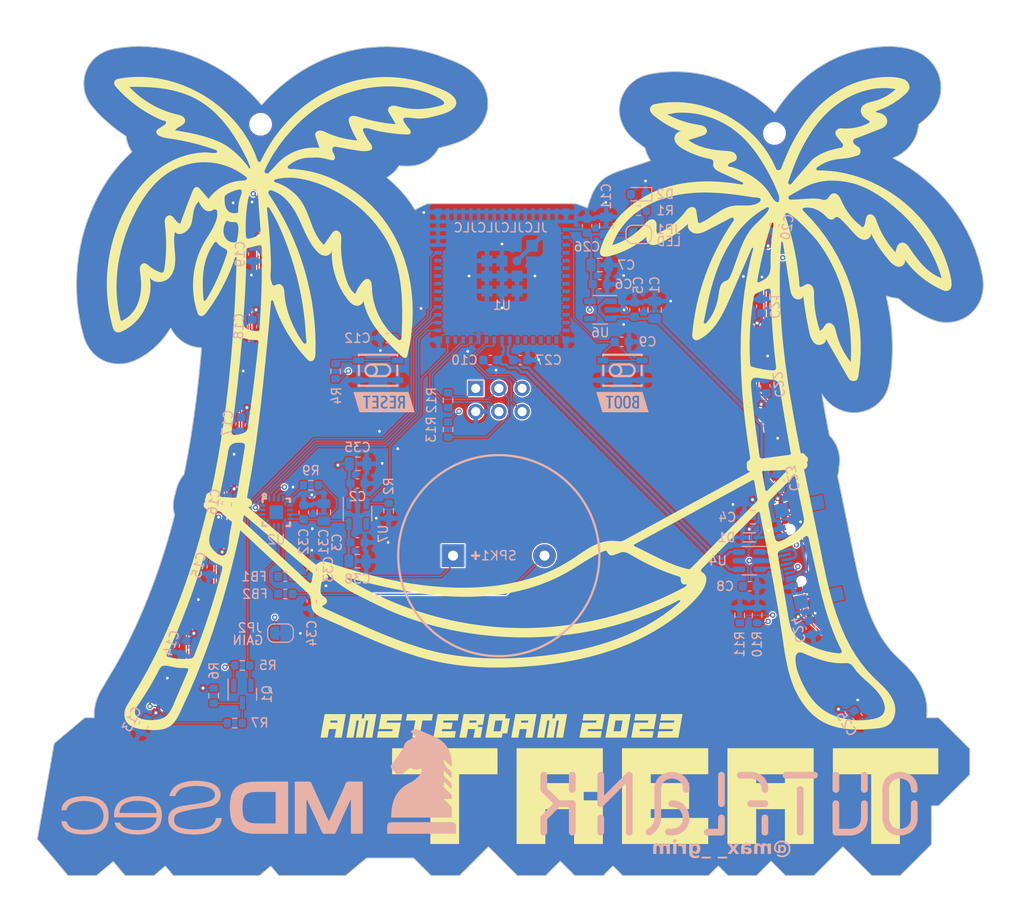
<source format=kicad_pcb>
(kicad_pcb (version 20221018) (generator pcbnew)
  (layers (0 "F.Cu" signal) (1 "In1.Cu" signal) (2 "In2.Cu" signal) (31 "B.Cu" signal) (34 "B.Paste" user) (35 "F.Paste" user) (36 "B.SilkS" user "B.Silkscreen") (37 "F.SilkS" user "F.Silkscreen") (38 "B.Mask" user) (39 "F.Mask" user) (44 "Edge.Cuts" user))
  (net 0 "")
  (net 1 "GND")
  (net 2 "+5V")
  (net 3 "/ESP_EN")
  (net 4 "/ESP_BOOT")
  (net 5 "+3.3V")
  (net 6 "Net-(LED2-DO)")
  (net 7 "Net-(LED3-DO)")
  (net 8 "Net-(LED4-DO)")
  (net 9 "Net-(LED5-DO)")
  (net 10 "Net-(LED6-DO)")
  (net 11 "Net-(LED10-DI)")
  (net 12 "Net-(LED10-DO)")
  (net 13 "Net-(LED11-DO)")
  (net 14 "Net-(USB1-CC1)")
  (net 15 "Net-(USB1-CC2)")
  (net 16 "/SAO_IO1")
  (net 17 "/SAO_IO2")
  (net 20 "Net-(LED1-DI)")
  (net 21 "/RGB")
  (net 22 "Net-(Q1-D)")
  (net 23 "Net-(LED7-DO)")
  (net 24 "/AU_EN")
  (net 25 "/I2S_BCK")
  (net 26 "/I2S_DATA")
  (net 27 "/I2S_WS")
  (net 28 "/D+")
  (net 29 "/D-")
  (net 30 "/USB_D-")
  (net 31 "/USB_D+")
  (net 32 "Net-(JP1-B)")
  (net 33 "Net-(JP2-B)")
  (net 34 "Net-(SPK1-+)")
  (net 35 "Net-(SPK1--)")
  (net 36 "/I2C_SDA")
  (net 37 "/I2C_SCL")
  (net 38 "Net-(D2-A)")
  (net 39 "+3.3VA")
  (net 40 "Net-(LED1-DO)")
  (net 72 "Net-(U2-~{SD_MODE})")
  (net 73 "Net-(U2-OUTP)")
  (net 76 "Net-(U2-OUTN)")
  (net 77 "Net-(LED8-DO)")
  (net 78 "Net-(LED12-DO)")
  (footprint "MountingHole:MountingHole_2mm" (layer "F.Cu") (at 124.5 58.6)
    (fp_text reference locked "H1" hide)
    (fp_text value locked "MountingHole")
  )
  (footprint "easyeda2kicad:LED-SMD_4P-L1.6-W1.5_XL-1615RGBC-WS2812B" (layer "F.Cu") (at 180.2 91 97)
    (fp_text reference locked "LED10" hide)
    (fp_text value locked "WS2812B")
  )
  (footprint "easyeda2kicad:LED-SMD_4P-L1.6-W1.5_XL-1615RGBC-WS2812B" (layer "F.Cu") (at 117.473328 112.3507 -109)
    (fp_text reference "LED2" hide)
    (fp_text value locked "WS2812B")
  )
  (footprint "easyeda2kicad:LED-SMD_4P-L1.6-W1.5_XL-1615RGBC-WS2812B" (layer "F.Cu") (at 123.7 76.8 -92)
    (fp_text reference locked "LED6" hide)
    (fp_text value locked "WS2812B")
  )
  (footprint "easyeda2kicad:LED-SMD_4P-L1.6-W1.5_XL-1615RGBC-WS2812B" (layer "F.Cu") (at 188.2 120.7 122)
    (fp_text reference "LED13" hide)
    (fp_text value "WS2812B")
  )
  (footprint "easyeda2kicad:LED-SMD_4P-L1.6-W1.5_XL-1615RGBC-WS2812B" (layer "F.Cu") (at 123.65 68.8 -90)
    (fp_text reference locked "LED7" hide)
    (fp_text value locked "WS2812B")
  )
  (footprint "easyeda2kicad:LED-SMD_4P-L1.6-W1.5_XL-1615RGBC-WS2812B" (layer "F.Cu") (at 179.78 73.6 80)
    (fp_text reference locked "LED8" hide)
    (fp_text value locked "WS2812B")
  )
  (footprint "easyeda2kicad:LED-SMD_4P-L1.6-W1.5_XL-1615RGBC-WS2812B" (layer "F.Cu") (at 121.45 96.6 -100)
    (fp_text reference locked "LED4" hide)
    (fp_text value locked "WS2812B")
  )
  (footprint "easyeda2kicad:LED-SMD_4P-L1.6-W1.5_XL-1615RGBC-WS2812B" (layer "F.Cu") (at 120.1 103.3 -103)
    (fp_text reference "LED3" hide)
    (fp_text value locked "WS2812B")
  )
  (footprint "easyeda2kicad:LED-SMD_4P-L1.6-W1.5_XL-1615RGBC-WS2812B" (layer "F.Cu") (at 184 110.3 100)
    (fp_text reference locked "LED12" hide)
    (fp_text value locked "WS2812B")
  )
  (footprint "easyeda2kicad:LED-SMD_4P-L1.6-W1.5_XL-1615RGBC-WS2812B" (layer "F.Cu") (at 122.8 87.5 -96)
    (fp_text reference locked "LED5" hide)
    (fp_text value locked "WS2812B")
  )
  (footprint "easyeda2kicad:LED-SMD_4P-L1.6-W1.5_XL-1615RGBC-WS2812B" (layer "F.Cu") (at 182.083244 101.103712 102)
    (fp_text reference locked "LED11" hide)
    (fp_text value locked "WS2812B")
  )
  (footprint "easyeda2kicad:LED-SMD_4P-L1.6-W1.5_XL-1615RGBC-WS2812B" (layer "F.Cu") (at 113.6 121 -117)
    (fp_text reference "LED1" hide)
    (fp_text value locked "WS2812B")
  )
  (footprint "MountingHole:MountingHole_2mm" (layer "F.Cu") (at 180.7 59.6)
    (fp_text reference locked "H2" hide)
    (fp_text value locked "MountingHole")
  )
  (footprint "Connector_PinSocket_2.54mm:PinSocket_2x03_P2.54mm_Vertical" (layer "F.Cu") (at 148.025 87.5 90)
    (fp_text reference "J2" hide)
    (fp_text value "SAO")
  )
  (footprint "easyeda2kicad:LED-SMD_4P-L1.6-W1.5_XL-1615RGBC-WS2812B" (layer "F.Cu") (at 179.27 82 92)
    (fp_text reference locked "LED9" hide)
    (fp_text value locked "WS2812B")
  )
  (footprint "Capacitor_SMD:C_0603_1608Metric" (layer "B.Cu") (at 181.238868 97.641936 102)
    (fp_text reference locked "C23")
    (fp_text value locked "100nF")
  )
  (footprint "Inductor_SMD:L_0603_1608Metric" (layer "B.Cu") (at 127.2 108.1)
    (fp_text reference "FB1")
    (fp_text value "PBY160808T-102Y-N")
  )
  (footprint "easyeda2kicad:USB-TYPE-C-SMD_MC-107SSY" (layer "B.Cu") (at 184.2 105.5 -78)
    (fp_text reference locked "USB1" hide)
    (fp_text value "MC-107SSY")
  )
  (footprint "Resistor_SMD:R_0603_1608Metric" (layer "B.Cu") (at 178.8 112.325 90)
    (fp_text reference "R10")
    (fp_text value "5.1K")
  )
  (footprint "Resistor_SMD:R_0603_1608Metric" (layer "B.Cu") (at 130 98.1 180)
    (fp_text reference "R9")
    (fp_text value "100K")
  )
  (footprint "Capacitor_SMD:C_0603_1608Metric" (layer "B.Cu") (at 111.7 124.35 -117)
    (fp_text reference locked "C13")
    (fp_text value locked "100nF")
  )
  (footprint "Jumper:SolderJumper-2_P1.3mm_Bridged_RoundedPad1.0x1.5mm" (layer "B.Cu") (at 126.675 114.275 180)
    (fp_text reference "JP2")
    (fp_text value "GAIN")
  )
  (footprint "Resistor_SMD:R_0603_1608Metric" (layer "B.Cu") (at 132.7 85.625 90)
    (fp_text reference "R4")
    (fp_text value "100K")
  )
  (footprint "Capacitor_SMD:C_0603_1608Metric" (layer "B.Cu") (at 178 109.15)
    (fp_text reference "C8")
    (fp_text value "100nF")
  )
  (footprint "easyeda2kicad:SW-SMD_4P-L4.2-W3.4-P2.15-LS5.2" (layer "B.Cu") (at 164.075 85.52 180)
    (fp_text reference "SW1" hide)
    (fp_text value "BOOT" hide)
  )
  (footprint "easyeda2kicad:SPK-TH_BD23.0-P10.00-D0.8-L-RD" (layer "B.Cu") (at 150.55 105.8)
    (fp_text reference "SPK1")
    (fp_text value "GSPK2307P-8R1W")
  )
  (footprint "Capacitor_SMD:C_0603_1608Metric" (layer "B.Cu") (at 138.35 82)
    (fp_text reference "C12")
    (fp_text value locked "100nF")
  )
  (footprint "Capacitor_SMD:C_0603_1608Metric" (layer "B.Cu") (at 120.8 100.15 -100)
    (fp_text reference locked "C16")
    (fp_text value locked "100nF")
  )
  (footprint "Capacitor_SMD:C_0603_1608Metric" (layer "B.Cu") (at 179.7 87.25 97)
    (fp_text reference locked "C22")
    (fp_text value locked "100nF")
  )
  (footprint "Resistor_SMD:R_0603_1608Metric" (layer "B.Cu") (at 119.37 121.1225 -90)
    (fp_text reference "R6")
    (fp_text value "100K")
  )
  (footprint "Capacitor_SMD:C_0603_1608Metric" (layer "B.Cu") (at 165.4 78.875 90)
    (fp_text reference "C5")
    (fp_text value "1uF")
  )
  (footprint "Capacitor_SMD:C_0603_1608Metric" (layer "B.Cu") (at 149.625 84.4 180)
    (fp_text reference "C10")
    (fp_text value "22pF")
  )
  (footprint "Package_TO_SOT_SMD:SOT-23" (layer "B.Cu") (at 122.5 120.9625 -90)
    (fp_text reference "Q1")
    (fp_text value locked "BSS138")
  )
  (footprint "Capacitor_SMD:C_0805_2012Metric" (layer "B.Cu") (at 135.1 106.4)
    (fp_text reference "C38")
    (fp_text value "10uF")
  )
  (footprint "Capacitor_SMD:C_0603_1608Metric" (layer "B.Cu") (at 164 82.4 180)
    (fp_text reference "C9")
    (fp_text value "100nF")
  )
  (footprint "Capacitor_SMD:C_0603_1608Metric" (layer "B.Cu") (at 135.1 97.9)
    (fp_text reference "C2")
    (fp_text value "1uF")
  )
  (footprint "Capacitor_SMD:C_0603_1608Metric" (layer "B.Cu") (at 152.9 84.4)
    (fp_text reference "C27")
    (fp_text value "22pF")
  )
  (footprint "easyeda2kicad:SW-SMD_4P-L4.2-W3.4-P2.15-LS5.2" (layer "B.Cu") (at 137.35 85.52 180)
    (fp_text reference "SW2" hide)
    (fp_text value "RESET" hide)
  )
  (footprint "Capacitor_SMD:C_0603_1608Metric" (layer "B.Cu") (at 116.1 115.85 -109)
    (fp_text reference locked "C14")
    (fp_text value locked "100nF")
  )
  (footprint "Capacitor_SMD:C_0603_1608Metric" (layer "B.Cu") (at 189.8 123.45 -58)
    (fp_text reference "C25")
    (fp_text value "100nF")
  )
  (footprint "Capacitor_SMD:C_0603_1608Metric" (layer "B.Cu") (at 161.6 76.1)
    (fp_text reference "C6")
    (fp_text value "1uF")
  )
  (footprint "Capacitor_SMD:C_0603_1608Metric" (layer "B.Cu") (at 160.2 69.7 90)
    (fp_text reference "C26")
    (fp_text value "100nF")
  )
  (footprint "Capacitor_SMD:C_0603_1608Metric" (layer "B.Cu") (at 184.661132 113.641936 -78)
    (fp_text reference locked "C24")
    (fp_text value locked "100nF")
  )
  (footprint "Capacitor_SMD:C_0805_2012Metric" (layer "B.Cu") (at 167.6 78.9 90)
    (fp_text reference "C1")
    (fp_text value "10uF")
  )
  (footprint "Capacitor_SMD:C_0805_2012Metric" (layer "B.Cu") (at 178.35 101.6 180)
    (fp_text reference "C4")
    (fp_text value "10uF")
  )
  (footprint "kibuzzard-64FAFBDA" (layer "B.Cu") (at 164.075 89 180)
    (fp_text reference "kibuzzard-64FAFBDA" hide)
    (fp_text value "G***" hide)
  )
  (footprint "Capacitor_SMD:C_0603_1608Metric" (layer "B.Cu") (at 130.1 110.8 -90)
    (fp_text reference "C34")
    (fp_text value "220pF")
  )
  (footprint "LED_SMD:LED_0603_1608Metric" (layer "B.Cu") (at 165.8 66.25 180)
    (fp_text reference "D2")
    (fp_text value "RED Power")
  )
  (footprint "Jumper:SolderJumper-2_P1.3mm_Bridged_RoundedPad1.0x1.5mm" (layer "B.Cu") (at 165.85 70.65)
    (fp_text reference "JP1")
    (fp_text value "PowerLED")
  )
  (footprint "Resistor_SMD:R_0603_1608Metric" (layer "B.Cu") (at 176.9 112.325 90)
    (fp_text reference "R11")
    (fp_text value "5.1K")
  )
  (footprint "Package_TO_SOT_SMD:SOT-23-6" (layer "B.Cu") (at 177.95 106.35 180)
    (fp_text reference "U4")
    (fp_text value "USBLC6-2SC6")
  )
  (footprint "Resistor_SMD:R_0603_1608Metric" (layer "B.Cu") (at 122.5 117.8125)
    (fp_text reference "R5")
    (fp_text value "100K")
  )
  (footprint "Capacitor_SMD:C_0603_1608Metric" (layer "B.Cu") (at 119.15 107.15 -103)
    (fp_text reference locked "C15")
    (fp_text value locked "100nF")
  )
  (footprint "Capacitor_SMD:C_0603_1608Metric" (layer "B.Cu") (at 135.1 104.35)
    (fp_text reference "C3")
    (fp_text value "1uF")
  )
  (footprint "Resistor_SMD:R_0603_1608Metric" (layer "B.Cu") (at 145 92 -90)
    (fp_text reference "R13")
    (fp_text value "3.3K")
  )
  (footprint "Capacitor_SMD:C_0603_1608Metric" (layer "B.Cu") (at 180.7 69.6 80)
    (fp_text reference locked "C20")
    (fp_text value locked "100nF")
  )
  (footprint "Capacitor_SMD:C_0603_1608Metric" (layer "B.Cu") (at 179.25 78.5 92)
    (fp_text reference locked "C21")
    (fp_text value locked "100nF")
  )
  (footprint "Resistor_SMD:R_0603_1608Metric" (layer "B.Cu") (at 165.85 68.05 180)
    (fp_text reference "R1")
    (fp_text value "5.1K")
  )
  (footprint "Capacitor_SMD:C_0805_2012Metric" (layer "B.Cu") (at 131.4125 101.05 90)
    (fp_text reference "C31")
    (fp_text value "10uF")
  )
  (footprint "Capacitor_SMD:C_0603_1608Metric" (layer "B.Cu") (at 129.2125 101.05 90)
    (fp_text reference "C32")
    (fp_text value "100nF")
  )
  (footprint "Package_TO_SOT_SMD:SOT-23-5" (layer "B.Cu") (at 161.65 78.9 180)
    (fp_text reference "U6")
    (fp_text value "XC6220B331MR")
  )
  (footprint "Resistor_SMD:R_0603_1608Metric" (layer "B.Cu") (at 138.5 100.9 -90)
    (fp_text reference "R2")
    (fp_text value "100K")
  )
  (footprint "Capacitor_SMD:C_0805_2012Metric" (layer "B.Cu") (at 135.15 95.75)
    (fp_text reference "C35")
    (fp_text value "10uF")
  )
  (footprint "easyeda2kicad:WIFI-SMD_ESP32-MINI-1-N4" (layer "B.Cu") (at 150.9 75.2 180)
    (fp_text reference "U1")
    (fp_text value "ESP32-MINI-1-N4")
  )
  (footprint "Capacitor_SMD:C_0603_1608Metric" (layer "B.Cu") (at 123.55 80.75 -92)
    (fp_text reference locked "C18")
    (fp_text value locked "100nF")
  )
  (footprint "Package_TO_SOT_SMD:SOT-23-5" (layer "B.Cu") (at 135.1 101.2 -90)
    (fp_text reference "U7")
    (fp_text value "XC6220B331MR")
  )
  (footprint "easyeda2kicad:SOD-523_L1.2-W0.8-LS1.6-BI" (layer "B.Cu") (at 177.95 103.8 180)
    (fp_text reference "D1")
    (fp_text value "LESD5D5.0CT1G")
  )
  (footprint "Inductor_SMD:L_0603_1608Metric" (layer "B.Cu") (at 127.2 110)
    (fp_text reference "FB2")
    (fp_text value "PBY160808T-102Y-N")
  )
  (footprint "Capacitor_SMD:C_0603_1608Metric" (layer "B.Cu") (at 122.3 91.45 -96)
    (fp_text reference locked "C17")
    (fp_text value locked "100nF")
  )
  (footprint "kibuzzard-64FAFBE9" (layer "B.Cu") (at 138 89 180)
    (fp_text reference "kibuzzard-64FAFBE9" hide)
    (fp_text value "G***" hide)
  )
  (footprint "Resistor_SMD:R_0603_1608Metric" (layer "B.Cu") (at 145 88.8 -90)
    (fp_text reference "R12")
    (fp_text value "3.3K")
  )
  (footprint "Capacitor_SMD:C_0805_2012Metric" (layer "B.Cu") (at 162.3 69.7 90)
    (fp_text reference "C11")
    (fp_text value "10uF")
  )
  (footprint "Capacitor_SMD:C_0805_2012Metric" (layer "B.Cu") (at 161.6 74)
    (fp_text reference "C7")
    (fp_text value "10uF")
  )
  (footprint "Capacitor_SMD:C_0603_1608Metric" (layer "B.Cu") (at 130.1 107.3 90)
    (fp_text reference "C33")
    (fp_text value "220pF")
  )
  (footprint "easyeda2kicad:TQFN-16_L3.0-W3.0-P0.50-BL-EP1.5" (layer "B.Cu") (at 126.2125 101.05)
    (fp_text reference "U2")
    (fp_text value "MAX98357AETE+T")
  )
  (footprint "Resistor_SMD:R_0603_1608Metric" (layer "B.Cu") (at 121.67 124.1225)
    (fp_text reference "R7")
    (fp_text value "300")
  )
  (footprint "Capacitor_SMD:C_0603_1608Metric" (layer "B.Cu") (at 123.7 72.8 -90)
    (fp_text reference locked "C19")
    (fp_text value locked "100nF")
  )
  (gr_poly (pts (xy 133.229019 134.502625) (xy 130.075186 134.502625) (xy 130.895393 129.724251) (xy 134.049229 129.724251)) (fill solid) (layer "F.Cu"))
  (gr_poly (pts (xy 110.842625 130.689972) (xy 107.686145 130.689972) (xy 107.86077 129.724251) (xy 111.017249 129.724251)) (fill solid) (layer "F.Cu"))
  (gr_poly (pts (xy 178.073211 132.574076) (xy 178.054524 132.5755) (xy 178.036106 132.577845) (xy 178.017982 132.581087) (xy 178.000174 132.585203) (xy 177.982705 132.590171) (xy 177.965599 132.595967) (xy 177.948879 132.602567) (xy 177.932568 132.609948) (xy 177.91669 132.618088) (xy 177.901268 132.626962) (xy 177.886325 132.636548) (xy 177.871884 132.646822) (xy 177.857968 132.657761) (xy 177.844601 132.669342) (xy 177.831807 132.681541) (xy 177.819607 132.694336) (xy 177.808026 132.707703) (xy 177.797087 132.721618) (xy 177.786813 132.736059) (xy 177.777227 132.751003) (xy 177.768353 132.766425) (xy 177.760214 132.782303) (xy 177.752833 132.798614) (xy 177.746233 132.815334) (xy 177.740437 132.83244) (xy 177.73547 132.849908) (xy 177.731353 132.867716) (xy 177.728111 132.885841) (xy 177.725766 132.904258) (xy 177.724342 132.922945) (xy 177.723862 132.941879) (xy 177.724342 132.960813) (xy 177.725766 132.9795) (xy 177.728111 132.997917) (xy 177.731353 133.016042) (xy 177.73547 133.03385) (xy 177.740437 133.051319) (xy 177.746233 133.068425) (xy 177.752833 133.085144) (xy 177.760214 133.101455) (xy 177.768353 133.117333) (xy 177.777227 133.132756) (xy 177.786813 133.147699) (xy 177.797087 133.16214) (xy 177.808026 133.176056) (xy 177.819607 133.189423) (xy 177.831807 133.202217) (xy 177.844601 133.214417) (xy 177.857968 133.225998) (xy 177.871884 133.236937) (xy 177.886325 133.247211) (xy 177.901268 133.256797) (xy 177.91669 133.265671) (xy 177.932568 133.273811) (xy 177.948879 133.281192) (xy 177.965599 133.287792) (xy 177.982705 133.293588) (xy 178.000174 133.298555) (xy 178.017982 133.302672) (xy 178.036106 133.305914) (xy 178.054524 133.308259) (xy 178.073211 133.309683) (xy 178.092145 133.310163) (xy 179.650265 133.310163) (xy 179.669199 133.309683) (xy 179.687886 133.308259) (xy 179.706304 133.305914) (xy 179.724428 133.302672) (xy 179.742237 133.298555) (xy 179.759705 133.293588) (xy 179.776811 133.287792) (xy 179.793531 133.281192) (xy 179.809842 133.273811) (xy 179.82572 133.265671) (xy 179.841143 133.256797) (xy 179.856086 133.247211) (xy 179.870527 133.236937) (xy 179.884443 133.225998) (xy 179.897809 133.214417) (xy 179.910604 133.202218) (xy 179.922804 133.189423) (xy 179.934385 133.176056) (xy 179.945324 133.16214) (xy 179.955598 133.147699) (xy 179.965183 133.132756) (xy 179.974058 133.117334) (xy 179.982197 133.101455) (xy 179.989578 133.085145) (xy 179.996178 133.068425) (xy 180.001974 133.051319) (xy 180.006941 133.03385) (xy 180.011058 133.016042) (xy 180.0143 132.997917) (xy 180.016644 132.9795) (xy 180.018068 132.960813) (xy 180.018548 132.941879) (xy 180.018068 132.922945) (xy 180.016644 132.904258) (xy 180.014299 132.885841) (xy 180.011057 132.867716) (xy 180.006941 132.849908) (xy 180.001973 132.83244) (xy 179.996177 132.815334) (xy 179.989577 132.798614) (xy 179.982196 132.782303) (xy 179.974057 132.766425) (xy 179.965183 132.751003) (xy 179.955597 132.736059) (xy 179.945323 132.721618) (xy 179.934384 132.707703) (xy 179.922803 132.694336) (xy 179.910603 132.681541) (xy 179.897809 132.669342) (xy 179.884442 132.657761) (xy 179.870527 132.646822) (xy 179.856085 132.636548) (xy 179.841142 132.626962) (xy 179.82572 132.618088) (xy 179.809842 132.609948) (xy 179.793531 132.602567) (xy 179.776811 132.595967) (xy 179.759705 132.590171) (xy 179.742236 132.585203) (xy 179.724428 132.581087) (xy 179.706304 132.577845) (xy 179.687886 132.5755) (xy 179.669199 132.574076) (xy 179.650265 132.573596) (xy 178.092145 132.573596)) (fill solid) (layer "B.SilkS"))
  (gr_poly (pts (xy 158.568854 129.457834) (xy 158.550167 129.459258) (xy 158.531749 129.461602) (xy 158.513625 129.464845) (xy 158.495817 129.468961) (xy 158.478348 129.473929) (xy 158.461242 129.479724) (xy 158.444522 129.486324) (xy 158.428211 129.493706) (xy 158.412333 129.501845) (xy 158.396911 129.510719) (xy 158.381967 129.520305) (xy 158.367526 129.530579) (xy 158.353611 129.541518) (xy 158.340244 129.553099) (xy 158.327449 129.565299) (xy 158.31525 129.578093) (xy 158.303669 129.59146) (xy 158.29273 129.605376) (xy 158.282456 129.619817) (xy 158.272871 129.63476) (xy 158.263997 129.650182) (xy 158.255857 129.66606) (xy 158.248476 129.682371) (xy 158.241876 129.699091) (xy 158.236081 129.716197) (xy 158.231113 129.733666) (xy 158.226996 129.751474) (xy 158.223754 129.769598) (xy 158.22141 129.788016) (xy 158.219986 129.806703) (xy 158.219506 129.825637) (xy 158.219506 131.383758) (xy 158.219986 131.402691) (xy 158.22141 131.421378) (xy 158.223754 131.439796) (xy 158.226996 131.45792) (xy 158.231113 131.475729) (xy 158.236081 131.493197) (xy 158.241876 131.510303) (xy 158.248476 131.527023) (xy 158.255857 131.543334) (xy 158.263997 131.559212) (xy 158.272871 131.574634) (xy 158.282456 131.589578) (xy 158.29273 131.604019) (xy 158.303669 131.617934) (xy 158.31525 131.631301) (xy 158.327449 131.644096) (xy 158.340244 131.656295) (xy 158.353611 131.667876) (xy 158.367526 131.678815) (xy 158.381967 131.68909) (xy 158.396911 131.698675) (xy 158.412333 131.70755) (xy 158.428211 131.715689) (xy 158.444522 131.72307) (xy 158.461242 131.72967) (xy 158.478348 131.735466) (xy 158.495817 131.740434) (xy 158.513625 131.74455) (xy 158.531749 131.747792) (xy 158.550167 131.750137) (xy 158.568854 131.751561) (xy 158.587788 131.752041) (xy 158.606722 131.751561) (xy 158.625409 131.750137) (xy 158.643826 131.747792) (xy 158.66195 131.74455) (xy 158.679758 131.740434) (xy 158.697227 131.735466) (xy 158.714333 131.72967) (xy 158.731053 131.72307) (xy 158.747363 131.715689) (xy 158.763241 131.70755) (xy 158.778663 131.698675) (xy 158.793606 131.68909) (xy 158.808047 131.678815) (xy 158.821963 131.667876) (xy 158.835329 131.656295) (xy 158.848124 131.644096) (xy 158.860323 131.631301) (xy 158.871904 131.617934) (xy 158.882843 131.604019) (xy 158.893117 131.589578) (xy 158.902702 131.574634) (xy 158.911576 131.559212) (xy 158.919716 131.543334) (xy 158.927097 131.527023) (xy 158.933697 131.510303) (xy 158.939492 131.493197) (xy 158.94446 131.475729) (xy 158.948576 131.45792) (xy 158.951818 131.439796) (xy 158.954163 131.421378) (xy 158.955587 131.402691) (xy 158.956067 131.383758) (xy 158.956067 129.825637) (xy 158.955587 129.806703) (xy 158.954163 129.788016) (xy 158.951818 129.769598) (xy 158.948576 129.751474) (xy 158.94446 129.733666) (xy 158.939492 129.716197) (xy 158.933697 129.699091) (xy 158.927097 129.682371) (xy 158.919716 129.666061) (xy 158.911576 129.650183) (xy 158.902702 129.63476) (xy 158.893117 129.619817) (xy 158.882843 129.605376) (xy 158.871904 129.59146) (xy 158.860323 129.578094) (xy 158.848124 129.565299) (xy 158.835329 129.5531) (xy 158.821963 129.541519) (xy 158.808047 129.530579) (xy 158.793606 129.520305) (xy 158.778663 129.51072) (xy 158.763241 129.501845) (xy 158.747363 129.493706) (xy 158.731053 129.486325) (xy 158.714333 129.479725) (xy 158.697227 129.473929) (xy 158.679758 129.468961) (xy 158.66195 129.464845) (xy 158.643826 129.461603) (xy 158.625409 129.459258) (xy 158.606722 129.457834) (xy 158.587788 129.457354)) (fill solid) (layer "B.SilkS"))
  (gr_poly (pts (xy 155.45261 129.457834) (xy 155.433923 129.459258) (xy 155.415506 129.461602) (xy 155.397382 129.464843) (xy 155.379574 129.468958) (xy 155.362105 129.473923) (xy 155.345 129.479714) (xy 155.32828 129.486309) (xy 155.311969 129.493684) (xy 155.296091 129.501816) (xy 155.280669 129.51068) (xy 155.265725 129.520254) (xy 155.251284 129.530514) (xy 155.237369 129.541437) (xy 155.224002 129.552999) (xy 155.211207 129.565177) (xy 155.199008 129.577947) (xy 155.187427 129.591287) (xy 155.176487 129.605171) (xy 155.166213 129.619579) (xy 155.156627 129.634484) (xy 155.147753 129.649865) (xy 155.139613 129.665698) (xy 155.132232 129.681959) (xy 155.125632 129.698625) (xy 155.119836 129.715673) (xy 155.114868 129.733079) (xy 155.110752 129.75082) (xy 155.107509 129.768871) (xy 155.105164 129.787211) (xy 155.10374 129.805815) (xy 155.103261 129.824659) (xy 155.103261 131.382782) (xy 155.103705 131.401036) (xy 155.105033 131.419149) (xy 155.107234 131.437093) (xy 155.110297 131.454842) (xy 155.114213 131.472366) (xy 155.118972 131.489641) (xy 155.124564 131.506638) (xy 155.130979 131.52333) (xy 155.138206 131.53969) (xy 155.146236 131.555691) (xy 155.155059 131.571305) (xy 155.164665 131.586506) (xy 155.175043 131.601266) (xy 155.186184 131.615558) (xy 155.198077 131.629356) (xy 155.210713 131.64263) (xy 156.508988 132.940903) (xy 155.210713 134.239173) (xy 155.198238 134.252459) (xy 155.186464 134.266288) (xy 155.175405 134.280628) (xy 155.165076 134.295451) (xy 155.155492 134.310726) (xy 155.146665 134.326423) (xy 155.138612 134.342512) (xy 155.131345 134.358964) (xy 155.12488 134.375747) (xy 155.11923 134.392832) (xy 155.11441 134.410189) (xy 155.110434 134.427788) (xy 155.107317 134.445598) (xy 155.105073 134.463591) (xy 155.103716 134.481735) (xy 155.103261 134.5) (xy 155.103261 136.058122) (xy 155.10374 136.077055) (xy 155.105164 136.095742) (xy 155.107509 136.11416) (xy 155.110752 136.132284) (xy 155.114868 136.150093) (xy 155.119836 136.167561) (xy 155.125632 136.184667) (xy 155.132232 136.201387) (xy 155.139613 136.217698) (xy 155.147753 136.233576) (xy 155.156627 136.248998) (xy 155.166213 136.263942) (xy 155.176487 136.278383) (xy 155.187427 136.292298) (xy 155.199008 136.305665) (xy 155.211207 136.31846) (xy 155.224002 136.330659) (xy 155.237369 136.34224) (xy 155.251284 136.353179) (xy 155.265725 136.363454) (xy 155.280669 136.373039) (xy 155.296091 136.381914) (xy 155.311969 136.390053) (xy 155.32828 136.397434) (xy 155.345 136.404034) (xy 155.362105 136.40983) (xy 155.379574 136.414798) (xy 155.397382 136.418914) (xy 155.415506 136.422157) (xy 155.433923 136.424501) (xy 155.45261 136.425925) (xy 155.471543 136.426405) (xy 155.490477 136.425925) (xy 155.509164 136.424501) (xy 155.527582 136.422157) (xy 155.545707 136.418914) (xy 155.563515 136.414798) (xy 155.580984 136.40983) (xy 155.59809 136.404034) (xy 155.61481 136.397434) (xy 155.631121 136.390053) (xy 155.646999 136.381914) (xy 155.662422 136.373039) (xy 155.677365 136.363454) (xy 155.691806 136.353179) (xy 155.705722 136.34224) (xy 155.719089 136.330659) (xy 155.731884 136.31846) (xy 155.744083 136.305665) (xy 155.755664 136.292298) (xy 155.766603 136.278383) (xy 155.776878 136.263942) (xy 155.786463 136.248998) (xy 155.795338 136.233576) (xy 155.803477 136.217698) (xy 155.810859 136.201387) (xy 155.817459 136.184667) (xy 155.823254 136.167561) (xy 155.828222 136.150093) (xy 155.832338 136.132284) (xy 155.835581 136.11416) (xy 155.837925 136.095742) (xy 155.839349 136.077055) (xy 155.839829 136.058122) (xy 155.839829 134.652395) (xy 157.182061 133.310163) (xy 158.219506 133.310163) (xy 158.219506 136.058122) (xy 158.219986 136.077056) (xy 158.22141 136.095743) (xy 158.223754 136.11416) (xy 158.226996 136.132285) (xy 158.231113 136.150093) (xy 158.236081 136.167562) (xy 158.241876 136.184668) (xy 158.248476 136.201388) (xy 158.255857 136.217698) (xy 158.263997 136.233576) (xy 158.272871 136.248999) (xy 158.282456 136.263942) (xy 158.29273 136.278383) (xy 158.303669 136.292299) (xy 158.31525 136.305666) (xy 158.327449 136.31846) (xy 158.340244 136.33066) (xy 158.353611 136.342241) (xy 158.367526 136.35318) (xy 158.381967 136.363454) (xy 158.396911 136.37304) (xy 158.412333 136.381914) (xy 158.428211 136.390053) (xy 158.444522 136.397435) (xy 158.461242 136.404035) (xy 158.478348 136.40983) (xy 158.495817 136.414798) (xy 158.513625 136.418915) (xy 158.531749 136.422157) (xy 158.550167 136.424502) (xy 158.568854 136.425926) (xy 158.587788 136.426405) (xy 158.606722 136.425926) (xy 158.625409 136.424502) (xy 158.643826 136.422157) (xy 158.66195 136.418915) (xy 158.679758 136.414798) (xy 158.697227 136.40983) (xy 158.714333 136.404035) (xy 158.731053 136.397435) (xy 158.747363 136.390053) (xy 158.763241 136.381914) (xy 158.778663 136.37304) (xy 158.793606 136.363454) (xy 158.808047 136.35318) (xy 158.821963 136.342241) (xy 158.835329 136.33066) (xy 158.848124 136.31846) (xy 158.860323 136.305666) (xy 158.871904 136.292299) (xy 158.882843 136.278383) (xy 158.893117 136.263942) (xy 158.902702 136.248999) (xy 158.911576 136.233576) (xy 158.919716 136.217698) (xy 158.927097 136.201388) (xy 158.933697 136.184668) (xy 158.939492 136.167562) (xy 158.94446 136.150093) (xy 158.948576 136.132285) (xy 158.951818 136.11416) (xy 158.954163 136.095743) (xy 158.955587 136.077056) (xy 158.956067 136.058122) (xy 158.956067 132.94188) (xy 158.955587 132.922946) (xy 158.954163 132.904259) (xy 158.951818 132.885842) (xy 158.948576 132.867717) (xy 158.94446 132.849909) (xy 158.939492 132.83244) (xy 158.933697 132.815334) (xy 158.927097 132.798615) (xy 158.919716 132.782304) (xy 158.911576 132.766426) (xy 158.902702 132.751003) (xy 158.893117 132.73606) (xy 158.882843 132.721619) (xy 158.871904 132.707703) (xy 158.860323 132.694336) (xy 158.848124 132.681542) (xy 158.835329 132.669342) (xy 158.821963 132.657761) (xy 158.808047 132.646822) (xy 158.793606 132.636548) (xy 158.778663 132.626962) (xy 158.763241 132.618088) (xy 158.747363 132.609948) (xy 158.731053 132.602567) (xy 158.714333 132.595967) (xy 158.697227 132.590171) (xy 158.679758 132.585204) (xy 158.66195 132.581087) (xy 158.643826 132.577845) (xy 158.625409 132.5755) (xy 158.606722 132.574076) (xy 158.587788 132.573596) (xy 157.182061 132.573596) (xy 155.839829 131.231365) (xy 155.839829 129.825637) (xy 155.839349 129.806703) (xy 155.837925 129.788016) (xy 155.835581 129.769598) (xy 155.832338 129.751474) (xy 155.828222 129.733666) (xy 155.823254 129.716197) (xy 155.817458 129.699091) (xy 155.810858 129.682371) (xy 155.803476 129.666061) (xy 155.795337 129.650183) (xy 155.786463 129.63476) (xy 155.776877 129.619817) (xy 155.766602 129.605376) (xy 155.755663 129.59146) (xy 155.744082 129.578094) (xy 155.731882 129.565299) (xy 155.719087 129.5531) (xy 155.70572 129.541519) (xy 155.691805 129.530579) (xy 155.677363 129.520305) (xy 155.66242 129.51072) (xy 155.646997 129.501845) (xy 155.631119 129.493706) (xy 155.614808 129.486325) (xy 155.598088 129.479725) (xy 155.580982 129.473929) (xy 155.563514 129.468961) (xy 155.545706 129.464845) (xy 155.527581 129.461603) (xy 155.509164 129.459258) (xy 155.490477 129.457834) (xy 155.471543 129.457354)) (fill solid) (layer "B.SilkS"))
  (gr_poly (pts (xy 145.27843 134.961973) (xy 138.914143 134.961973) (xy 138.835855 134.963576) (xy 138.764392 134.968545) (xy 138.699507 134.97712) (xy 138.669455 134.982836) (xy 138.640956 134.989543) (xy 138.613979 134.997273) (xy 138.588493 135.006055) (xy 138.564468 135.015918) (xy 138.541872 135.026895) (xy 138.520676 135.039013) (xy 138.500849 135.052304) (xy 138.48236 135.066797) (xy 138.465178 135.082524) (xy 138.449273 135.099512) (xy 138.434613 135.117794) (xy 138.421169 135.137399) (xy 138.40891 135.158356) (xy 138.397805 135.180697) (xy 138.387823 135.20445) (xy 138.378933 135.229647) (xy 138.371106 135.256318) (xy 138.36431 135.284491) (xy 138.358515 135.314198) (xy 138.35369 135.345469) (xy 138.349804 135.378333) (xy 138.344727 135.448964) (xy 138.34304 135.526329) (xy 138.34304 136.232766) (xy 145.867789 136.232766) (xy 145.874387 135.771101) (xy 145.874863 135.656011) (xy 145.873315 135.541162) (xy 145.868967 135.426611) (xy 145.861042 135.312413) (xy 145.858864 135.293364) (xy 145.855694 135.274769) (xy 145.851561 135.256635) (xy 145.846492 135.23897) (xy 145.840516 135.22178) (xy 145.83366 135.205072) (xy 145.825951 135.188855) (xy 145.817417 135.173135) (xy 145.808087 135.15792) (xy 145.797987 135.143216) (xy 145.787145 135.129032) (xy 145.77559 135.115374) (xy 145.763348 135.10225) (xy 145.750447 135.089667) (xy 145.736916 135.077632) (xy 145.722781 135.066152) (xy 145.708071 135.055235) (xy 145.692813 135.044889) (xy 145.677035 135.035119) (xy 145.660764 135.025934) (xy 145.644029 135.017341) (xy 145.626856 135.009347) (xy 145.609274 135.00196) (xy 145.59131 134.995186) (xy 145.572992 134.989033) (xy 145.554348 134.983508) (xy 145.535405 134.978618) (xy 145.516191 134.974371) (xy 145.496734 134.970775) (xy 145.477062 134.967835) (xy 145.457201 134.96556) (xy 145.43718 134.963956) (xy 145.417385 134.96296) (xy 145.397585 134.962307) (xy 145.377777 134.961934) (xy 145.357954 134.961774)) (fill solid) (layer "B.SilkS"))
  (gr_poly (pts (xy 181.942626 129.457834) (xy 181.923939 129.459258) (xy 181.905522 129.461603) (xy 181.887398 129.464845) (xy 181.86959 129.468961) (xy 181.852121 129.473929) (xy 181.835015 129.479725) (xy 181.818296 129.486325) (xy 181.801985 129.493706) (xy 181.786107 129.501845) (xy 181.770684 129.51072) (xy 181.755741 129.520305) (xy 181.7413 129.530579) (xy 181.727384 129.541519) (xy 181.714018 129.5531) (xy 181.701223 129.565299) (xy 181.689023 129.578094) (xy 181.677443 129.59146) (xy 181.666503 129.605376) (xy 181.656229 129.619817) (xy 181.646643 129.63476) (xy 181.637769 129.650183) (xy 181.62963 129.666061) (xy 181.622248 129.682371) (xy 181.615648 129.699091) (xy 181.609853 129.716197) (xy 181.604885 129.733666) (xy 181.600768 129.751474) (xy 181.597526 129.769598) (xy 181.595181 129.788016) (xy 181.593757 129.806703) (xy 181.593278 129.825636) (xy 181.593757 129.84457) (xy 181.595181 129.863257) (xy 181.597526 129.881675) (xy 181.600768 129.899799) (xy 181.604885 129.917607) (xy 181.609853 129.935076) (xy 181.615648 129.952182) (xy 181.622248 129.968902) (xy 181.62963 129.985212) (xy 181.637769 130.00109) (xy 181.646643 130.016513) (xy 181.656229 130.031456) (xy 181.666503 130.045897) (xy 181.677442 130.059813) (xy 181.689023 130.073179) (xy 181.701223 130.085974) (xy 181.714017 130.098174) (xy 181.727384 130.109754) (xy 181.7413 130.120694) (xy 181.755741 130.130968) (xy 181.770684 130.140553) (xy 181.786106 130.149428) (xy 181.801984 130.157567) (xy 181.818295 130.164948) (xy 181.835015 130.171548) (xy 181.852121 130.177344) (xy 181.869589 130.182312) (xy 181.887398 130.186428) (xy 181.905522 130.189671) (xy 181.923939 130.192015) (xy 181.942626 130.193439) (xy 181.96156 130.193919) (xy 185.077803 130.193919) (xy 185.096737 130.193439) (xy 185.115424 130.192015) (xy 185.133841 130.189671) (xy 185.151966 130.186428) (xy 185.169774 130.182312) (xy 185.187242 130.177344) (xy 185.204348 130.171549) (xy 185.221068 130.164949) (xy 185.237379 130.157567) (xy 185.253257 130.149428) (xy 185.268679 130.140554) (xy 185.283623 130.130968) (xy 185.298064 130.120694) (xy 185.311979 130.109755) (xy 185.325346 130.098174) (xy 185.338141 130.085974) (xy 185.35034 130.07318) (xy 185.361921 130.059813) (xy 185.37286 130.045897) (xy 185.383134 130.031456) (xy 185.39272 130.016513) (xy 185.401594 130.001091) (xy 185.409734 129.985213) (xy 185.417115 129.968902) (xy 185.423715 129.952182) (xy 185.429511 129.935076) (xy 185.434478 129.917607) (xy 185.438595 129.899799) (xy 185.441837 129.881675) (xy 185.444182 129.863257) (xy 185.445606 129.84457) (xy 185.446086 129.825636) (xy 185.445606 129.806703) (xy 185.444182 129.788016) (xy 185.441837 129.769598) (xy 185.438595 129.751474) (xy 185.434478 129.733666) (xy 185.429511 129.716197) (xy 185.423715 129.699091) (xy 185.417115 129.682371) (xy 185.409734 129.666061) (xy 185.401594 129.650183) (xy 185.39272 129.63476) (xy 185.383134 129.619817) (xy 185.37286 129.605376) (xy 185.361921 129.59146) (xy 185.35034 129.578094) (xy 185.338141 129.565299) (xy 185.325346 129.5531) (xy 185.31198 129.541519) (xy 185.298064 129.530579) (xy 185.283623 129.520305) (xy 185.26868 129.51072) (xy 185.253257 129.501845) (xy 185.237379 129.493706) (xy 185.221069 129.486325) (xy 185.204349 129.479725) (xy 185.187243 129.473929) (xy 185.169774 129.468961) (xy 185.151966 129.464845) (xy 185.133842 129.461603) (xy 185.115424 129.459258) (xy 185.096737 129.457834) (xy 185.077803 129.457354) (xy 181.96156 129.457354)) (fill solid) (layer "B.SilkS"))
  (gr_poly (pts (xy 190.512783 129.457834) (xy 190.494096 129.459258) (xy 190.475679 129.461602) (xy 190.457554 129.464845) (xy 190.439746 129.468961) (xy 190.422277 129.473929) (xy 190.405172 129.479724) (xy 190.388452 129.486324) (xy 190.372141 129.493706) (xy 190.356263 129.501845) (xy 190.34084 129.510719) (xy 190.325897 129.520305) (xy 190.311456 129.530579) (xy 190.29754 129.541518) (xy 190.284174 129.553099) (xy 190.271379 129.565299) (xy 190.259179 129.578093) (xy 190.247598 129.59146) (xy 190.236659 129.605376) (xy 190.226385 129.619817) (xy 190.216799 129.63476) (xy 190.207925 129.650182) (xy 190.199786 129.66606) (xy 190.192404 129.682371) (xy 190.185804 129.699091) (xy 190.180009 129.716197) (xy 190.175041 129.733666) (xy 190.170924 129.751474) (xy 190.167682 129.769598) (xy 190.165337 129.788016) (xy 190.163914 129.806703) (xy 190.163434 129.825637) (xy 190.163434 131.383758) (xy 190.163914 131.402691) (xy 190.165337 131.421378) (xy 190.167682 131.439796) (xy 190.170924 131.45792) (xy 190.175041 131.475729) (xy 190.180009 131.493197) (xy 190.185804 131.510303) (xy 190.192404 131.527023) (xy 190.199786 131.543334) (xy 190.207925 131.559212) (xy 190.216799 131.574634) (xy 190.226385 131.589578) (xy 190.236659 131.604019) (xy 190.247598 131.617934) (xy 190.259179 131.631301) (xy 190.271379 131.644096) (xy 190.284174 131.656295) (xy 190.29754 131.667876) (xy 190.311456 131.678815) (xy 190.325897 131.68909) (xy 190.34084 131.698675) (xy 190.356263 131.70755) (xy 190.372141 131.715689) (xy 190.388452 131.72307) (xy 190.405172 131.72967) (xy 190.422277 131.735466) (xy 190.439746 131.740434) (xy 190.457554 131.74455) (xy 190.475679 131.747792) (xy 190.494096 131.750137) (xy 190.512783 131.751561) (xy 190.531717 131.752041) (xy 190.550651 131.751561) (xy 190.569338 131.750137) (xy 190.587755 131.747792) (xy 190.60588 131.74455) (xy 190.623688 131.740434) (xy 190.641156 131.735466) (xy 190.658262 131.72967) (xy 190.674982 131.72307) (xy 190.691293 131.715689) (xy 190.707171 131.70755) (xy 190.722593 131.698675) (xy 190.737537 131.68909) (xy 190.751978 131.678815) (xy 190.765893 131.667876) (xy 190.77926 131.656295) (xy 190.792055 131.644096) (xy 190.804254 131.631301) (xy 190.815835 131.617934) (xy 190.826775 131.604019) (xy 190.837049 131.589578) (xy 190.846635 131.574634) (xy 190.855509 131.559212) (xy 190.863648 131.543334) (xy 190.87103 131.527023) (xy 190.87763 131.510303) (xy 190.883425 131.493197) (xy 190.888393 131.475729) (xy 190.89251 131.45792) (xy 190.895752 131.439796) (xy 190.898097 131.421378) (xy 190.89952 131.402691) (xy 190.9 131.383758) (xy 190.9 129.825637) (xy 190.899523 129.806703) (xy 190.898107 129.788016) (xy 190.895775 129.769598) (xy 190.89255 129.751474) (xy 190.888453 129.733666) (xy 190.883509 129.716197) (xy 190.877739 129.699091) (xy 190.871167 129.682371) (xy 190.863815 129.666061) (xy 190.855706 129.650183) (xy 190.846862 129.63476) (xy 190.837306 129.619817) (xy 190.827062 129.605376) (xy 190.816151 129.59146) (xy 190.804597 129.578094) (xy 190.792422 129.565299) (xy 190.779648 129.5531) (xy 190.766299 129.541519) (xy 190.752398 129.530579) (xy 190.737966 129.520305) (xy 190.723028 129.51072) (xy 190.707604 129.501845) (xy 190.691719 129.493706) (xy 190.675395 129.486325) (xy 190.658654 129.479725) (xy 190.641519 129.473929) (xy 190.624014 129.468961) (xy 190.60616 129.464845) (xy 190.587981 129.461603) (xy 190.569499 129.459258) (xy 190.550737 129.457834) (xy 190.531717 129.457354)) (fill solid) (layer "B.SilkS"))
  (gr_poly (pts (xy 169.451282 132.574076) (xy 169.432595 132.5755) (xy 169.414177 132.577845) (xy 169.396053 132.581087) (xy 169.378244 132.585203) (xy 169.360776 132.590171) (xy 169.34367 132.595967) (xy 169.32695 132.602567) (xy 169.310639 132.609948) (xy 169.294761 132.618088) (xy 169.279338 132.626962) (xy 169.264395 132.636548) (xy 169.249954 132.646822) (xy 169.236038 132.657761) (xy 169.222671 132.669342) (xy 169.209876 132.681541) (xy 169.197677 132.694336) (xy 169.186096 132.707703) (xy 169.175157 132.721618) (xy 169.164883 132.736059) (xy 169.155297 132.751003) (xy 169.146423 132.766425) (xy 169.138283 132.782303) (xy 169.130902 132.798614) (xy 169.124302 132.815334) (xy 169.118506 132.83244) (xy 169.113539 132.849908) (xy 169.109422 132.867716) (xy 169.10618 132.885841) (xy 169.103835 132.904258) (xy 169.102411 132.922945) (xy 169.101931 132.941879) (xy 169.102411 132.960813) (xy 169.103835 132.9795) (xy 169.10618 132.997917) (xy 169.109422 133.016042) (xy 169.113539 133.03385) (xy 169.118506 133.051319) (xy 169.124302 133.068425) (xy 169.130902 133.085144) (xy 169.138283 133.101455) (xy 169.146423 133.117333) (xy 169.155297 133.132756) (xy 169.164883 133.147699) (xy 169.175157 133.16214) (xy 169.186096 133.176056) (xy 169.197677 133.189423) (xy 169.209876 133.202217) (xy 169.222671 133.214417) (xy 169.236038 133.225998) (xy 169.249954 133.236937) (xy 169.264395 133.247211) (xy 169.279338 133.256797) (xy 169.294761 133.265671) (xy 169.310639 133.273811) (xy 169.32695 133.281192) (xy 169.34367 133.287792) (xy 169.360776 133.293588) (xy 169.378244 133.298555) (xy 169.396053 133.302672) (xy 169.414177 133.305914) (xy 169.432595 133.308259) (xy 169.451282 133.309683) (xy 169.470215 133.310163) (xy 169.561035 133.312295) (xy 169.605054 133.314964) (xy 169.648151 133.318705) (xy 169.690327 133.323519) (xy 169.731588 133.32941) (xy 169.771936 133.336379) (xy 169.811375 133.34443) (xy 169.849908 133.353563) (xy 169.887539 133.363782) (xy 169.92427 133.375089) (xy 169.960106 133.387487) (xy 169.99505 133.400977) (xy 170.029105 133.415561) (xy 170.062274 133.431243) (xy 170.094562 133.448025) (xy 170.125971 133.465908) (xy 170.156504 133.484895) (xy 170.186166 133.504989) (xy 170.21496 133.526192) (xy 170.242888 133.548506) (xy 170.269955 133.571933) (xy 170.296163 133.596476) (xy 170.321517 133.622138) (xy 170.346019 133.648919) (xy 170.369673 133.676824) (xy 170.392482 133.705853) (xy 170.414451 133.73601) (xy 170.435581 133.767297) (xy 170.455877 133.799716) (xy 170.475342 133.833269) (xy 170.493979 133.867959) (xy 170.508637 133.89676) (xy 170.522407 133.925607) (xy 170.535316 133.954438) (xy 170.547392 133.983191) (xy 170.569159 134.040211) (xy 170.587927 134.096167) (xy 170.603919 134.150561) (xy 170.617357 134.202893) (xy 170.628463 134.252664) (xy 170.637458 134.299373) (xy 170.644564 134.342523) (xy 170.650003 134.381612) (xy 170.653996 134.416143) (xy 170.656766 134.445615) (xy 170.659523 134.487386) (xy 170.660048 134.50293) (xy 170.657905 134.593406) (xy 170.655224 134.63727) (xy 170.651468 134.680222) (xy 170.646635 134.722266) (xy 170.640724 134.763403) (xy 170.633732 134.803639) (xy 170.625659 134.842976) (xy 170.616503 134.881417) (xy 170.606262 134.918965) (xy 170.594934 134.955624) (xy 170.582519 134.991396) (xy 170.569013 135.026286) (xy 170.554416 135.060296) (xy 170.538727 135.09343) (xy 170.521943 135.125691) (xy 170.504063 135.157081) (xy 170.485085 135.187605) (xy 170.465007 135.217265) (xy 170.443829 135.246064) (xy 170.421548 135.274007) (xy 170.398163 135.301095) (xy 170.373672 135.327333) (xy 170.348074 135.352723) (xy 170.321367 135.377269) (xy 170.293549 135.400974) (xy 170.264619 135.423842) (xy 170.234575 135.445874) (xy 170.203415 135.467075) (xy 170.171139 135.487448) (xy 170.137744 135.506996) (xy 170.103228 135.525722) (xy 170.074799 135.540034) (xy 170.046332 135.553495) (xy 170.017886 135.566133) (xy 169.989521 135.577972) (xy 169.933271 135.599361) (xy 169.878057 135.61787) (xy 169.824355 135.633705) (xy 169.772638 135.647075) (xy 169.723383 135.658187) (xy 169.677064 135.667248) (xy 169.634157 135.674466) (xy 169.595136 135.680048) (xy 169.560477 135.684203) (xy 169.530655 135.687136) (xy 169.487421 135.690172) (xy 169.469235 135.690815) (xy 169.429908 135.690403) (xy 169.391084 135.689166) (xy 169.35281 135.687106) (xy 169.315132 135.684221) (xy 169.278094 135.680512) (xy 169.241744 135.675979) (xy 169.206127 135.670621) (xy 169.171288 135.664439) (xy 169.152541 135.661448) (xy 169.133867 135.659424) (xy 169.115293 135.658348) (xy 169.096845 135.658202) (xy 169.078551 135.658968) (xy 169.060438 135.660629) (xy 169.042533 135.663166) (xy 169.024863 135.666561) (xy 169.007454 135.670795) (xy 168.990335 135.675852) (xy 168.973531 135.681713) (xy 168.957071 135.688359) (xy 168.94098 135.695773) (xy 168.925286 135.703937) (xy 168.910016 135.712832) (xy 168.895197 135.722441) (xy 168.880856 135.732745) (xy 168.86702 135.743727) (xy 168.853716 135.755368) (xy 168.84097 135.76765) (xy 168.828811 135.780556) (xy 168.817265 135.794066) (xy 168.806359 135.808164) (xy 168.79612 135.822831) (xy 168.786575 135.838048) (xy 168.777751 135.853799) (xy 168.769675 135.870064) (xy 168.762374 135.886826) (xy 168.755875 135.904066) (xy 168.750205 135.921767) (xy 168.745392 135.939911) (xy 168.741461 135.958479) (xy 168.738473 135.977226) (xy 168.736457 135.995901) (xy 168.735394 136.014475) (xy 168.735265 136.032923) (xy 168.736051 136.051216) (xy 168.737735 136.069329) (xy 168.740298 136.087234) (xy 168.743721 136.104904) (xy 168.747985 136.122313) (xy 168.753072 136.139432) (xy 168.758963 136.156236) (xy 168.765639 136.172696) (xy 168.773083 136.188787) (xy 168.781275 136.204481) (xy 168.790197 136.219751) (xy 168.79983 136.23457) (xy 168.810156 136.248911) (xy 168.821155 136.262747) (xy 168.83281 136.276051) (xy 168.845102 136.288796) (xy 168.858012 136.300955) (xy 168.871522 136.312501) (xy 168.885612 136.323407) (xy 168.900265 136.333647) (xy 168.915462 136.343192) (xy 168.931184 136.352016) (xy 168.947412 136.360092) (xy 168.964129 136.367393) (xy 168.981315 136.373892) (xy 168.998951 136.379561) (xy 169.01702 136.384375) (xy 169.035502 136.388306) (xy 169.087196 136.397235) (xy 169.139692 136.404974) (xy 169.192966 136.411522) (xy 169.246995 136.41688) (xy 169.301758 136.421046) (xy 169.35723 136.424023) (xy 169.413389 136.425809) (xy 169.470212 136.426404) (xy 169.574387 136.421794) (xy 169.670485 136.412289) (xy 169.790018 136.394656) (xy 169.857187 136.382011) (xy 169.928554 136.366399) (xy 170.003564 136.347506) (xy 170.081663 136.325023) (xy 170.162298 136.298635) (xy 170.244914 136.268032) (xy 170.328959 136.232901) (xy 170.413878 136.19293) (xy 170.498807 136.147795) (xy 170.584842 136.096387) (xy 170.671074 136.038316) (xy 170.756595 135.973194) (xy 170.840497 135.90063) (xy 170.921869 135.820236) (xy 170.999805 135.731622) (xy 171.073394 135.6344) (xy 171.141729 135.52818) (xy 171.203901 135.412572) (xy 171.259001 135.287188) (xy 171.30612 135.151639) (xy 171.326403 135.07993) (xy 171.34435 135.005534) (xy 171.359848 134.928402) (xy 171.372782 134.848486) (xy 171.38304 134.765736) (xy 171.390508 134.680104) (xy 171.395072 134.591541) (xy 171.396619 134.5) (xy 171.392147 134.395825) (xy 171.382762 134.299726) (xy 171.365237 134.180194) (xy 171.352632 134.113025) (xy 171.337043 134.041659) (xy 171.318155 133.966649) (xy 171.29565 133.88855) (xy 171.269213 133.807916) (xy 171.238528 133.725299) (xy 171.203277 133.641254) (xy 171.163146 133.556335) (xy 171.118011 133.471407) (xy 171.066603 133.385372) (xy 171.008532 133.29914) (xy 170.943409 133.213619) (xy 170.870845 133.129718) (xy 170.790451 133.048346) (xy 170.701838 132.97041) (xy 170.604615 132.896821) (xy 170.498395 132.828486) (xy 170.382788 132.766314) (xy 170.257404 132.711214) (xy 170.121854 132.664095) (xy 170.050146 132.643812) (xy 169.97575 132.625865) (xy 169.898618 132.610367) (xy 169.818701 132.597432) (xy 169.735952 132.587174) (xy 169.65032 132.579707) (xy 169.561757 132.575143) (xy 169.470215 132.573596)) (fill solid) (layer "B.SilkS"))
  (gr_poly (pts (xy 161.67924 134.132197) (xy 161.66056 134.133621) (xy 161.642156 134.135966) (xy 161.624048 134.139208) (xy 161.60626 134.143325) (xy 161.588815 134.148293) (xy 161.571735 134.154088) (xy 161.555043 134.160688) (xy 161.538761 134.16807) (xy 161.522913 134.176209) (xy 161.507521 134.185083) (xy 161.492608 134.194669) (xy 161.478197 134.204943) (xy 161.46431 134.215882) (xy 161.450969 134.227463) (xy 161.438199 134.239663) (xy 161.426021 134.252457) (xy 161.414458 134.265824) (xy 161.403532 134.27974) (xy 161.393268 134.294181) (xy 161.383686 134.309124) (xy 161.374811 134.324546) (xy 161.366664 134.340425) (xy 161.359269 134.356735) (xy 161.352648 134.373455) (xy 161.346824 134.390561) (xy 161.341819 134.40803) (xy 161.337657 134.425838) (xy 161.334359 134.443962) (xy 161.331949 134.46238) (xy 161.33045 134.481067) (xy 161.329884 134.5) (xy 161.329884 136.058122) (xy 161.330364 136.077055) (xy 161.331788 136.095742) (xy 161.334133 136.11416) (xy 161.337375 136.132284) (xy 161.341492 136.150093) (xy 161.346459 136.167561) (xy 161.352255 136.184667) (xy 161.358855 136.201387) (xy 161.366236 136.217698) (xy 161.374376 136.233576) (xy 161.38325 136.248998) (xy 161.392836 136.263942) (xy 161.40311 136.278383) (xy 161.414049 136.292298) (xy 161.42563 136.305665) (xy 161.43783 136.31846) (xy 161.450624 136.330659) (xy 161.463991 136.34224) (xy 161.477907 136.353179) (xy 161.492348 136.363454) (xy 161.507292 136.373039) (xy 161.522714 136.381914) (xy 161.538593 136.390053) (xy 161.554903 136.397434) (xy 161.571623 136.404034) (xy 161.58873 136.40983) (xy 161.606198 136.414798) (xy 161.624007 136.418914) (xy 161.642131 136.422157) (xy 161.660549 136.424501) (xy 161.679236 136.425925) (xy 161.69817 136.426405) (xy 161.717104 136.425925) (xy 161.735791 136.424501) (xy 161.754208 136.422157) (xy 161.772333 136.418914) (xy 161.790141 136.414798) (xy 161.807609 136.40983) (xy 161.824715 136.404034) (xy 161.841435 136.397434) (xy 161.857745 136.390053) (xy 161.873623 136.381914) (xy 161.889045 136.373039) (xy 161.903988 136.363454) (xy 161.918429 136.353179) (xy 161.932345 136.34224) (xy 161.945711 136.330659) (xy 161.958506 136.31846) (xy 161.970705 136.305665) (xy 161.982286 136.292298) (xy 161.993225 136.278383) (xy 162.003499 136.263942) (xy 162.013084 136.248998) (xy 162.021958 136.233576) (xy 162.030098 136.217698) (xy 162.037479 136.201387) (xy 162.044079 136.184667) (xy 162.049874 136.167561) (xy 162.054842 136.150093) (xy 162.058958 136.132284) (xy 162.062201 136.11416) (xy 162.064545 136.095742) (xy 162.065969 136.077055) (xy 162.066449 136.058122) (xy 162.066449 134.500001) (xy 162.065969 134.481068) (xy 162.064545 134.462381) (xy 162.062201 134.443963) (xy 162.058958 134.425839) (xy 162.054842 134.40803) (xy 162.049874 134.390562) (xy 162.044079 134.373456) (xy 162.037479 134.356736) (xy 162.030098 134.340425) (xy 162.021958 134.324547) (xy 162.013084 134.309124) (xy 162.003499 134.294181) (xy 161.993225 134.27974) (xy 161.982286 134.265824) (xy 161.970705 134.252458) (xy 161.958506 134.239663) (xy 161.945711 134.227463) (xy 161.932345 134.215882) (xy 161.918429 134.204943) (xy 161.903988 134.194669) (xy 161.889045 134.185083) (xy 161.873623 134.176209) (xy 161.857745 134.16807) (xy 161.841435 134.160688) (xy 161.824715 134.154088) (xy 161.807609 134.148293) (xy 161.790141 134.143325) (xy 161.772333 134.139208) (xy 161.754208 134.135966) (xy 161.735791 134.133621) (xy 161.717104 134.132197) (xy 161.69817 134.131718)) (fill solid) (layer "B.SilkS"))
  (gr_poly (pts (xy 117.171697 130.437052) (xy 117.014658 130.445401) (xy 116.857923 130.458594) (xy 116.701522 130.476874) (xy 116.545484 130.500484) (xy 116.389839 130.529668) (xy 116.234617 130.56467) (xy 116.079847 130.605733) (xy 115.925559 130.653101) (xy 115.799472 130.697486) (xy 115.677631 130.746523) (xy 115.560247 130.80039) (xy 115.44753 130.859265) (xy 115.339689 130.923326) (xy 115.236934 130.99275) (xy 115.139476 131.067716) (xy 115.047523 131.148401) (xy 114.961287 131.234984) (xy 114.880976 131.327641) (xy 114.806801 131.426552) (xy 114.738971 131.531894) (xy 114.677697 131.643845) (xy 114.623188 131.762582) (xy 114.575655 131.888284) (xy 114.535306 132.021129) (xy 114.5341 132.025763) (xy 114.533001 132.030442) (xy 114.531078 132.039974) (xy 114.529433 132.049795) (xy 114.527965 132.059973) (xy 114.525149 132.081684) (xy 114.523596 132.093355) (xy 114.521811 132.105664) (xy 115.172291 132.105664) (xy 115.192585 132.04197) (xy 115.214889 131.980924) (xy 115.239154 131.922464) (xy 115.265331 131.866529) (xy 115.293373 131.813058) (xy 115.32323 131.761987) (xy 115.354854 131.713258) (xy 115.388198 131.666807) (xy 115.423211 131.622573) (xy 115.459846 131.580495) (xy 115.498055 131.540512) (xy 115.537788 131.502561) (xy 115.578998 131.466582) (xy 115.621635 131.432512) (xy 115.665652 131.400291) (xy 115.711 131.369857) (xy 115.75763 131.341149) (xy 115.805495 131.314104) (xy 115.854545 131.288663) (xy 115.904731 131.264762) (xy 116.008323 131.221337) (xy 116.11588 131.183339) (xy 116.227017 131.150275) (xy 116.341344 131.121654) (xy 116.458475 131.096984) (xy 116.578021 131.075773) (xy 116.832387 131.039606) (xy 116.959561 131.025643) (xy 117.08671 131.014518) (xy 117.213819 131.0063) (xy 117.340875 131.001057) (xy 117.467862 130.998858) (xy 117.594766 130.999772) (xy 117.721572 131.003867) (xy 117.848266 131.011211) (xy 117.974833 131.021874) (xy 118.101259 131.035924) (xy 118.227529 131.05343) (xy 118.353629 131.07446) (xy 118.479544 131.099083) (xy 118.60526 131.127367) (xy 118.68084 131.147028) (xy 118.756351 131.169982) (xy 118.79393 131.182687) (xy 118.831313 131.196209) (xy 118.868438 131.210545) (xy 118.905247 131.225693) (xy 118.941679 131.24165) (xy 118.977674 131.258413) (xy 119.013173 131.275981) (xy 119.048116 131.294352) (xy 119.082442 131.313522) (xy 119.116092 131.333491) (xy 119.149006 131.354254) (xy 119.181124 131.37581) (xy 119.22184 131.405822) (xy 119.259826 131.437509) (xy 119.295079 131.470745) (xy 119.327599 131.505406) (xy 119.357385 131.541364) (xy 119.384437 131.578497) (xy 119.408753 131.616677) (xy 119.430332 131.655781) (xy 119.449173 131.695682) (xy 119.465276 131.736255) (xy 119.47864 131.777376) (xy 119.489262 131.818918) (xy 119.497144 131.860757) (xy 119.502283 131.902767) (xy 119.504679 131.944823) (xy 119.504331 131.986799) (xy 119.501237 132.028571) (xy 119.495397 132.070013) (xy 119.486811 132.111) (xy 119.475476 132.151406) (xy 119.461392 132.191107) (xy 119.444559 132.229976) (xy 119.424974 132.26789) (xy 119.402638 132.304721) (xy 119.377549 132.340346) (xy 119.349706 132.374638) (xy 119.319109 132.407473) (xy 119.285756 132.438725) (xy 119.249646 132.46827) (xy 119.210779 132.49598) (xy 119.169154 132.521733) (xy 119.124769 132.545401) (xy 119.061258 132.575516) (xy 118.996691 132.603858) (xy 118.931158 132.630514) (xy 118.864748 132.655571) (xy 118.797549 132.679117) (xy 118.729652 132.701238) (xy 118.592114 132.741557) (xy 118.452845 132.777224) (xy 118.312559 132.808939) (xy 118.171965 132.837397) (xy 118.031776 132.863298) (xy 115.85968 133.193101) (xy 115.811825 133.202151) (xy 115.76411 133.212578) (xy 115.716548 133.224299) (xy 115.669149 133.237228) (xy 115.621925 133.251283) (xy 115.574886 133.26638) (xy 115.481409 133.299364) (xy 115.388806 133.335511) (xy 115.297166 133.37415) (xy 115.206576 133.414613) (xy 115.117126 133.456229) (xy 115.02684 133.502884) (xy 114.94306 133.554383) (xy 114.865675 133.610406) (xy 114.794575 133.670633) (xy 114.729651 133.734745) (xy 114.670792 133.802423) (xy 114.617888 133.873348) (xy 114.570828 133.9472) (xy 114.529503 134.02366) (xy 114.493802 134.102409) (xy 114.463616 134.183127) (xy 114.438833 134.265496) (xy 114.419345 134.349194) (xy 114.40504 134.433905) (xy 114.395809 134.519307) (xy 114.39154 134.605082) (xy 114.392126 134.690911) (xy 114.397454 134.776474) (xy 114.407415 134.861452) (xy 114.421898 134.945525) (xy 114.440795 135.028375) (xy 114.463993 135.109681) (xy 114.491384 135.189125) (xy 114.522856 135.266388) (xy 114.558301 135.341149) (xy 114.597607 135.41309) (xy 114.640665 135.481891) (xy 114.687364 135.547234) (xy 114.737594 135.608798) (xy 114.791245 135.666265) (xy 114.848207 135.719315) (xy 114.90837 135.767628) (xy 114.982066 135.82006) (xy 115.056978 135.868945) (xy 115.133067 135.914408) (xy 115.210293 135.956578) (xy 115.288617 135.995581) (xy 115.367998 136.031543) (xy 115.448398 136.064591) (xy 115.529778 136.094852) (xy 115.612096 136.122453) (xy 115.695315 136.14752) (xy 115.779394 136.170181) (xy 115.864294 136.190561) (xy 115.949975 136.208788) (xy 116.036398 136.224988) (xy 116.123523 136.239289) (xy 116.211312 136.251816) (xy 116.535684 136.288505) (xy 116.859539 136.312116) (xy 117.02124 136.318675) (xy 117.182771 136.321552) (xy 117.34412 136.32061) (xy 117.505273 136.315713) (xy 117.666217 136.306724) (xy 117.826938 136.293504) (xy 117.987423 136.275917) (xy 118.147658 136.253826) (xy 118.307631 136.227093) (xy 118.467328 136.195581) (xy 118.626735 136.159154) (xy 118.785839 136.117673) (xy 118.851819 136.098604) (xy 118.917128 136.078123) (xy 118.981729 136.056172) (xy 119.045581 136.032698) (xy 119.108648 136.007645) (xy 119.17089 135.980958) (xy 119.23227 135.952581) (xy 119.292748 135.92246) (xy 119.352287 135.890538) (xy 119.410849 135.856762) (xy 119.468394 135.821075) (xy 119.524884 135.783423) (xy 119.580281 135.74375) (xy 119.634547 135.702001) (xy 119.687644 135.658121) (xy 119.739532 135.612054) (xy 119.796981 135.556651) (xy 119.850882 135.499529) (xy 119.901271 135.440679) (xy 119.948182 135.380093) (xy 119.991649 135.317763) (xy 120.031706 135.253681) (xy 120.068388 135.187838) (xy 120.101729 135.120227) (xy 120.131763 135.050839) (xy 120.158525 134.979666) (xy 120.182048 134.906701) (xy 120.202368 134.831934) (xy 120.219518 134.755358) (xy 120.233533 134.676965) (xy 120.244446 134.596747) (xy 120.252294 134.514695) (xy 119.606179 134.514695) (xy 119.605382 134.514693) (xy 119.598375 134.569819) (xy 119.589506 134.62322) (xy 119.578813 134.674924) (xy 119.566333 134.724958) (xy 119.552102 134.773348) (xy 119.536156 134.820122) (xy 119.518532 134.865306) (xy 119.499268 134.908927) (xy 119.478398 134.951012) (xy 119.455961 134.991588) (xy 119.431992 135.030682) (xy 119.406529 135.06832) (xy 119.379608 135.104531) (xy 119.351265 135.139339) (xy 119.321538 135.172773) (xy 119.290462 135.204859) (xy 119.258075 135.235625) (xy 119.224413 135.265096) (xy 119.15341 135.320265) (xy 119.077747 135.37058) (xy 118.997717 135.416258) (xy 118.913613 135.457512) (xy 118.825727 135.494559) (xy 118.734354 135.527613) (xy 118.639784 135.556889) (xy 118.467222 135.603069) (xy 118.294385 135.64313) (xy 118.121296 135.67714) (xy 117.947976 135.705164) (xy 117.77445 135.72727) (xy 117.60074 135.743525) (xy 117.426868 135.753996) (xy 117.252856 135.758748) (xy 117.078729 135.75785) (xy 116.904508 135.751368) (xy 116.730216 135.739369) (xy 116.555875 135.72192) (xy 116.381509 135.699087) (xy 116.20714 135.670938) (xy 116.03279 135.637539) (xy 115.858483 135.598957) (xy 115.831366 135.592151) (xy 115.804345 135.584558) (xy 115.777432 135.576221) (xy 115.750639 135.567183) (xy 115.723979 135.557483) (xy 115.697463 135.547165) (xy 115.644916 135.524841) (xy 115.593094 135.500545) (xy 115.542095 135.474611) (xy 115.492017 135.447376) (xy 115.442958 135.419173) (xy 115.416428 135.403005) (xy 115.39086 135.38628) (xy 115.366247 135.369004) (xy 115.342584 135.351182) (xy 115.319864 135.332819) (xy 115.298082 135.313923) (xy 115.277231 135.294498) (xy 115.257307 135.274549) (xy 115.238302 135.254083) (xy 115.22021 135.233106) (xy 115.203027 135.211622) (xy 115.186745 135.189638) (xy 115.171359 135.167159) (xy 115.156864 135.144191) (xy 115.143252 135.12074) (xy 115.130518 135.096811) (xy 115.118656 135.07241) (xy 115.10766 135.047543) (xy 115.097525 135.022214) (xy 115.088243 134.996431) (xy 115.07981 134.970198) (xy 115.072219 134.943522) (xy 115.065464 134.916408) (xy 115.05954 134.888861) (xy 115.05444 134.860887) (xy 115.050158 134.832493) (xy 115.044026 134.774463) (xy 115.041096 134.714817) (xy 115.04132 134.653601) (xy 115.044801 134.592384) (xy 115.051677 134.532942) (xy 115.061958 134.475404) (xy 115.075656 134.419897) (xy 115.092778 134.366551) (xy 115.113336 134.315493) (xy 115.13734 134.266853) (xy 115.164798 134.220758) (xy 115.195721 134.177338) (xy 115.230119 134.136721) (xy 115.268001 134.099035) (xy 115.309378 134.064408) (xy 115.35426 134.03297) (xy 115.402655 134.004848) (xy 115.454575 133.980172) (xy 115.510029 133.959069) (xy 115.669176 133.907369) (xy 115.829514 133.858753) (xy 115.990893 133.813103) (xy 116.153165 133.770305) (xy 116.316181 133.730242) (xy 116.479793 133.692797) (xy 116.643852 133.657854) (xy 116.808208 133.625297) (xy 117.078062 133.575666) (xy 117.348459 133.528881) (xy 117.890237 133.440353) (xy 118.432238 133.352718) (xy 118.97316 133.258981) (xy 119.006379 133.252277) (xy 119.039499 133.244417) (xy 119.072507 133.235472) (xy 119.105387 133.225514) (xy 119.138126 133.214613) (xy 119.170708 133.202843) (xy 119.20312 133.190274) (xy 119.235346 133.176977) (xy 119.299183 133.148488) (xy 119.362105 133.117948) (xy 119.423994 133.085929) (xy 119.484734 133.053003) (xy 119.556959 133.010277) (xy 119.625021 132.964163) (xy 119.688904 132.914861) (xy 119.748592 132.86257) (xy 119.80407 132.80749) (xy 119.855324 132.749821) (xy 119.902337 132.689763) (xy 119.945096 132.627516) (xy 119.983583 132.56328) (xy 120.017785 132.497254) (xy 120.047685 132.429638) (xy 120.073269 132.360632) (xy 120.094521 132.290436) (xy 120.111426 132.21925) (xy 120.123969 132.147274) (xy 120.132135 132.074707) (xy 120.135907 132.001749) (xy 120.135272 131.928601) (xy 120.130214 131.855461) (xy 120.120717 131.782531) (xy 120.106766 131.710009) (xy 120.088346 131.638096) (xy 120.065442 131.566991) (xy 120.038038 131.496894) (xy 120.006119 131.428005) (xy 119.969671 131.360525) (xy 119.928677 131.294652) (xy 119.883122 131.230586) (xy 119.832991 131.168528) (xy 119.77827 131.108678) (xy 119.718942 131.051234) (xy 119.654992 130.996397) (xy 119.587551 130.944415) (xy 119.518625 130.895983) (xy 119.448279 130.850965) (xy 119.376583 130.809227) (xy 119.303603 130.770636) (xy 119.229407 130.735058) (xy 119.154063 130.702356) (xy 119.077637 130.672399) (xy 119.000197 130.64505) (xy 118.921811 130.620176) (xy 118.842546 130.597643) (xy 118.762469 130.577316) (xy 118.681648 130.559061) (xy 118.600151 130.542744) (xy 118.518044 130.52823) (xy 118.435395 130.515385) (xy 118.118655 130.475024) (xy 117.8023 130.447216) (xy 117.644341 130.438628) (xy 117.486568 130.433909) (xy 117.32901 130.433302)) (fill solid) (layer "B.SilkS"))
  (gr_poly (pts (xy 141.434043 124.778496) (xy 141.406469 124.779869) (xy 141.379037 124.782455) (xy 141.35175 124.786255) (xy 141.324612 124.791272) (xy 141.297625 124.797508) (xy 141.270793 124.804965) (xy 141.244119 124.813645) (xy 141.191256 124.834681) (xy 141.139061 124.860633) (xy 141.08756 124.891518) (xy 141.036778 124.927351) (xy 140.986739 124.968149) (xy 140.937469 125.013928) (xy 140.888992 125.064704) (xy 141.505339 125.574689) (xy 141.064659 125.806364) (xy 140.865136 125.910333) (xy 140.670711 126.00887) (xy 140.623295 126.033928) (xy 140.578344 126.060734) (xy 140.535801 126.089285) (xy 140.495609 126.119579) (xy 140.457712 126.151615) (xy 140.422054 126.185392) (xy 140.388579 126.220906) (xy 140.35723 126.258157) (xy 140.32795 126.297143) (xy 140.300683 126.337861) (xy 140.275374 126.380311) (xy 140.251965 126.424491) (xy 140.230399 126.470398) (xy 140.210622 126.518032) (xy 140.192576 126.567389) (xy 140.176205 126.61847) (xy 140.155569 126.683509) (xy 140.132641 126.748335) (xy 140.107397 126.812621) (xy 140.079814 126.876042) (xy 140.049867 126.938272) (xy 140.034001 126.968839) (xy 140.017535 126.998986) (xy 140.000467 127.028673) (xy 139.982794 127.057858) (xy 139.964513 127.086502) (xy 139.94562 127.114563) (xy 139.667634 127.512356) (xy 139.385927 127.907619) (xy 139.101095 128.300649) (xy 138.813733 128.691745) (xy 138.793381 128.720784) (xy 138.775806 128.749022) (xy 138.761038 128.776538) (xy 138.754717 128.790052) (xy 138.74911 128.803415) (xy 138.744222 128.81664) (xy 138.740055 128.829734) (xy 138.736614 128.84271) (xy 138.733903 128.855577) (xy 138.731926 128.868344) (xy 138.730687 128.881024) (xy 138.73019 128.893624) (xy 138.730439 128.906157) (xy 138.731438 128.918631) (xy 138.73319 128.931057) (xy 138.735701 128.943445) (xy 138.738974 128.955806) (xy 138.743013 128.96815) (xy 138.747821 128.980486) (xy 138.753404 128.992825) (xy 138.759764 129.005177) (xy 138.766907 129.017552) (xy 138.774835 129.029961) (xy 138.783553 129.042413) (xy 138.793065 129.05492) (xy 138.803375 129.06749) (xy 138.814487 129.080134) (xy 138.839133 129.105686) (xy 138.887844 129.154789) (xy 138.935332 129.205177) (xy 138.981862 129.256569) (xy 139.027698 129.308687) (xy 139.118353 129.413983) (xy 139.209417 129.518832) (xy 139.232861 129.544241) (xy 139.256959 129.568227) (xy 139.281676 129.590784) (xy 139.306977 129.611907) (xy 139.332829 129.631591) (xy 139.359195 129.649832) (xy 139.386043 129.666623) (xy 139.413337 129.68196) (xy 139.441042 129.695838) (xy 139.469124 129.708252) (xy 139.497549 129.719196) (xy 139.526282 129.728666) (xy 139.555288 129.736656) (xy 139.584532 129.743162) (xy 139.613981 129.748178) (xy 139.643599 129.751699) (xy 139.673352 129.75372) (xy 139.703205 129.754236) (xy 139.733124 129.753242) (xy 139.763074 129.750733) (xy 139.79302 129.746703) (xy 139.822929 129.741149) (xy 139.852764 129.734064) (xy 139.882493 129.725443) (xy 139.912079 129.715282) (xy 139.94149 129.703575) (xy 139.970689 129.690317) (xy 139.999642 129.675503) (xy 140.028316 129.659129) (xy 140.056674 129.641188) (xy 140.084683 129.621676) (xy 140.112308 129.600588) (xy 140.704446 129.104098) (xy 140.7128 129.097737) (xy 140.721874 129.091498) (xy 140.731566 129.085448) (xy 140.741776 129.079653) (xy 140.752406 129.074178) (xy 140.763353 129.06909) (xy 140.77452 129.064456) (xy 140.785805 129.060342) (xy 140.797108 129.056814) (xy 140.80833 129.053938) (xy 140.819371 129.05178) (xy 140.830131 129.050408) (xy 140.840509 129.049886) (xy 140.845523 129.049965) (xy 140.850405 129.050282) (xy 140.855142 129.050845) (xy 140.859721 129.051662) (xy 140.864129 129.052741) (xy 140.868355 129.054091) (xy 141.064399 129.124536) (xy 141.146217 129.152329) (xy 141.21967 129.175182) (xy 141.286585 129.193102) (xy 141.348793 129.206098) (xy 141.40812 129.21418) (xy 141.437275 129.216381) (xy 141.466396 129.217356) (xy 141.49571 129.217107) (xy 141.525448 129.215634) (xy 141.587105 129.209024) (xy 141.653196 129.197533) (xy 141.725549 129.181172) (xy 141.805992 129.159948) (xy 141.896353 129.13387) (xy 142.114145 129.067188) (xy 142.112882 129.138127) (xy 142.10849 129.20788) (xy 142.100953 129.276387) (xy 142.090258 129.343587) (xy 142.076392 129.409419) (xy 142.059339 129.473824) (xy 142.039087 129.53674) (xy 142.015621 129.598108) (xy 141.988927 129.657866) (xy 141.958992 129.715955) (xy 141.925801 129.772314) (xy 141.88934 129.826882) (xy 141.849596 129.879599) (xy 141.806555 129.930404) (xy 141.760202 129.979237) (xy 141.710523 130.026039) (xy 141.610595 130.113697) (xy 141.508421 130.199938) (xy 141.403949 130.283974) (xy 141.297128 130.365019) (xy 141.242821 130.404175) (xy 141.187908 130.442288) (xy 141.132382 130.479261) (xy 141.076237 130.514994) (xy 141.019466 130.549391) (xy 140.962063 130.582352) (xy 140.904022 130.61378) (xy 140.845336 130.643575) (xy 140.700759 130.717676) (xy 140.562453 130.795129) (xy 140.430308 130.875878) (xy 140.304213 130.959868) (xy 140.184058 131.047042) (xy 140.069734 131.137344) (xy 139.961129 131.230717) (xy 139.858135 131.327106) (xy 139.76064 131.426454) (xy 139.668534 131.528705) (xy 139.581708 131.633802) (xy 139.500051 131.74169) (xy 139.423453 131.852312) (xy 139.351804 131.965612) (xy 139.284993 132.081534) (xy 139.222911 132.20002) (xy 139.165448 132.321016) (xy 139.112492 132.444465) (xy 139.063935 132.570311) (xy 139.019665 132.698497) (xy 138.979573 132.828967) (xy 138.943548 132.961665) (xy 138.883261 133.23352) (xy 138.837921 133.513612) (xy 138.806648 133.80149) (xy 138.78856 134.096705) (xy 138.782777 134.398807) (xy 138.78289 134.402233) (xy 138.783218 134.405671) (xy 138.783744 134.409137) (xy 138.784451 134.412642) (xy 138.78532 134.416201) (xy 138.786334 134.419827) (xy 138.787477 134.423533) (xy 138.78873 134.427333) (xy 138.794497 134.443735) (xy 138.79759 134.452845) (xy 138.799127 134.457674) (xy 138.800636 134.462704) (xy 145.409002 134.462704) (xy 145.410292 133.90827) (xy 145.409002 133.635145) (xy 145.403842 133.363361) (xy 145.403526 133.357722) (xy 145.402883 133.352047) (xy 145.401925 133.346339) (xy 145.400665 133.340604) (xy 145.399116 133.334846) (xy 145.397291 133.32907) (xy 145.39286 133.317484) (xy 145.387474 133.305884) (xy 145.381232 133.294309) (xy 145.374236 133.282796) (xy 145.366586 133.271385) (xy 145.358382 133.260113) (xy 145.349726 133.249019) (xy 145.340717 133.238141) (xy 145.331456 133.227518) (xy 145.322045 133.217187) (xy 145.312582 133.207189) (xy 145.293908 133.188339) (xy 145.111184 133.009776) (xy 144.927196 132.83259) (xy 144.558102 132.47952) (xy 144.590249 132.422767) (xy 144.590646 132.423957) (xy 145.39273 132.423957) (xy 145.404435 132.334711) (xy 145.408514 132.291663) (xy 145.411061 132.249642) (xy 145.411812 132.20863) (xy 145.410506 132.16861) (xy 145.406878 132.129564) (xy 145.400668 132.091475) (xy 145.39161 132.054325) (xy 145.379444 132.018098) (xy 145.372113 132.000324) (xy 145.363906 131.982775) (xy 145.35479 131.965447) (xy 145.344733 131.948339) (xy 145.333701 131.931449) (xy 145.321663 131.914773) (xy 145.308584 131.898311) (xy 145.294432 131.882059) (xy 145.279175 131.866017) (xy 145.262779 131.85018) (xy 145.245211 131.834549) (xy 145.226439 131.819119) (xy 145.193102 131.791854) (xy 145.160587 131.763577) (xy 145.128784 131.734418) (xy 145.097585 131.704509) (xy 145.036565 131.642967) (xy 144.976656 131.580002) (xy 144.916989 131.516665) (xy 144.856694 131.454007) (xy 144.82604 131.423261) (xy 144.794902 131.393079) (xy 144.763173 131.363592) (xy 144.730743 131.334932) (xy 144.702785 131.309821) (xy 144.676818 131.284309) (xy 144.652862 131.258335) (xy 144.630935 131.231844) (xy 144.611057 131.204775) (xy 144.593246 131.177072) (xy 144.577523 131.148675) (xy 144.57045 131.134199) (xy 144.563906 131.119528) (xy 144.557894 131.104654) (xy 144.552415 131.089571) (xy 144.547472 131.074271) (xy 144.543068 131.058747) (xy 144.539205 131.042992) (xy 144.535885 131.026997) (xy 144.533111 131.010757) (xy 144.530885 130.994264) (xy 144.52921 130.97751) (xy 144.528087 130.960489) (xy 144.52752 130.943193) (xy 144.527511 130.925614) (xy 144.529175 130.889581) (xy 144.533099 130.852332) (xy 144.535225 130.834579) (xy 144.536922 130.816721) (xy 144.539498 130.780572) (xy 144.541777 130.743641) (xy 144.544707 130.705686) (xy 144.546713 130.68625) (xy 144.549237 130.666467) (xy 144.552399 130.646308) (xy 144.556316 130.625741) (xy 144.561108 130.604737) (xy 144.566892 130.583266) (xy 144.573788 130.561297) (xy 144.581914 130.538801) (xy 145.356217 131.36311) (xy 145.378358 131.236357) (xy 145.387807 131.174273) (xy 145.395452 131.113172) (xy 145.400751 131.053148) (xy 145.403161 130.994293) (xy 145.40214 130.9367) (xy 145.397145 130.880461) (xy 145.387634 130.825668) (xy 145.381016 130.798843) (xy 145.373065 130.772414) (xy 145.363714 130.746393) (xy 145.352895 130.720791) (xy 145.34054 130.69562) (xy 145.326582 130.670892) (xy 145.310952 130.646618) (xy 145.293583 130.622809) (xy 145.274407 130.599478) (xy 145.253356 130.576635) (xy 145.230363 130.554292) (xy 145.205359 130.532462) (xy 145.178277 130.511154) (xy 145.149049 130.490382) (xy 145.126379 130.473989) (xy 145.104572 130.456331) (xy 145.083508 130.437585) (xy 145.063063 130.417927) (xy 145.043116 130.397535) (xy 145.023545 130.376584) (xy 144.98504 130.333715) (xy 144.946573 130.290735) (xy 144.927048 130.269645) (xy 144.907166 130.249057) (xy 144.886805 130.229148) (xy 144.865843 130.210095) (xy 144.844157 130.192075) (xy 144.821627 130.175263) (xy 144.793048 130.15437) (xy 144.766217 130.132995) (xy 144.741089 130.111148) (xy 144.717619 130.088839) (xy 144.695761 130.066077) (xy 144.675472 130.042872) (xy 144.656706 130.019232) (xy 144.639418 129.995169) (xy 144.623563 129.97069) (xy 144.609096 129.945805) (xy 144.595972 129.920524) (xy 144.584146 129.894857) (xy 144.573573 129.868812) (xy 144.564209 129.842399) (xy 144.556007 129.815628) (xy 144.548924 129.788508) (xy 144.542914 129.761049) (xy 144.537932 129.733259) (xy 144.530873 129.676727) (xy 144.527387 129.618989) (xy 144.527115 129.560119) (xy 144.529695 129.500194) (xy 144.534769 129.439288) (xy 144.541977 129.377477) (xy 144.550958 129.314838) (xy 145.343517 130.125257) (xy 145.399477 130.081601) (xy 145.413975 129.853249) (xy 145.415609 129.796794) (xy 145.415146 129.740905) (xy 145.411936 129.685737) (xy 145.405331 129.631445) (xy 145.394679 129.578186) (xy 145.387632 129.551992) (xy 145.379331 129.526115) (xy 145.369693 129.500574) (xy 145.358636 129.475388) (xy 145.346081 129.450578) (xy 145.331946 129.426161) (xy 145.316149 129.402159) (xy 145.29861 129.37859) (xy 145.279246 129.355474) (xy 145.257977 129.332831) (xy 145.234722 129.310679) (xy 145.209398 129.289038) (xy 145.181926 129.267929) (xy 145.152224 129.247369) (xy 145.133257 129.234259) (xy 145.114864 129.220288) (xy 145.096986 129.205544) (xy 145.079565 129.190114) (xy 145.062541 129.174086) (xy 145.045856 129.157549) (xy 145.029451 129.14059) (xy 145.013268 129.123296) (xy 144.949576 129.052535) (xy 144.917532 129.01743) (xy 144.901255 129.000255) (xy 144.88473 128.983447) (xy 144.839576 128.936098) (xy 144.797579 128.887614) (xy 144.758738 128.837996) (xy 144.723053 128.787242) (xy 144.690525 128.735354) (xy 144.661153 128.682331) (xy 144.634937 128.628173) (xy 144.611878 128.57288) (xy 144.591976 128.516452) (xy 144.575229 128.45889) (xy 144.56164 128.400193) (xy 144.551206 128.340361) (xy 144.543929 128.279394) (xy 144.539808 128.217293) (xy 144.538844 128.154056) (xy 144.541036 128.089685) (xy 145.322086 128.885419) (xy 145.375069 128.859275) (xy 145.428052 128.833429) (xy 145.419598 128.705412) (xy 145.413256 128.576948) (xy 145.401362 128.319873) (xy 145.393038 128.191856) (xy 145.381283 128.064583) (xy 145.373684 128.001318) (xy 145.364708 127.938352) (xy 145.354181 127.87572) (xy 145.34193 127.81346) (xy 145.297405 127.627615) (xy 145.244076 127.448414) (xy 145.181984 127.275881) (xy 145.111172 127.110037) (xy 145.031682 126.950903) (xy 144.943554 126.798504) (xy 144.846832 126.652859) (xy 144.741557 126.513992) (xy 144.627771 126.381925) (xy 144.505516 126.256679) (xy 144.374833 126.138278) (xy 144.235765 126.026742) (xy 144.088353 125.922093) (xy 143.932639 125.824355) (xy 143.768666 125.73355) (xy 143.596474 125.649698) (xy 143.135975 125.443205) (xy 142.673541 125.241065) (xy 141.745846 124.842851) (xy 141.688091 124.820376) (xy 141.630779 124.802671) (xy 141.573936 124.789751) (xy 141.517587 124.781633) (xy 141.461756 124.778334)) (fill solid) (layer "B.SilkS"))
  (gr_poly (pts (xy 124.654684 130.522125) (xy 123.74796 130.532053) (xy 123.613086 130.536607) (xy 123.47777 130.545714) (xy 123.342352 130.55924) (xy 123.20717 130.577049) (xy 123.072565 130.599007) (xy 122.938876 130.624978) (xy 122.806443 130.654828) (xy 122.675605 130.688422) (xy 122.520268 130.736089) (xy 122.445859 130.763002) (xy 122.373616 130.79195) (xy 122.303533 130.822918) (xy 122.235607 130.855893) (xy 122.169831 130.89086) (xy 122.106201 130.927806) (xy 122.044711 130.966716) (xy 121.985357 131.007577) (xy 121.928133 131.050373) (xy 121.873035 131.095093) (xy 121.820057 131.14172) (xy 121.769194 131.190242) (xy 121.720441 131.240644) (xy 121.673793 131.292912) (xy 121.629245 131.347033) (xy 121.586791 131.402992) (xy 121.546428 131.460775) (xy 121.508149 131.520368) (xy 121.471949 131.581757) (xy 121.437824 131.644928) (xy 121.375777 131.77656) (xy 121.321966 131.915153) (xy 121.276352 132.060594) (xy 121.238893 132.21277) (xy 121.209548 132.371569) (xy 121.175251 132.62552) (xy 121.151488 132.879774) (xy 121.138188 133.134185) (xy 121.135284 133.388611) (xy 121.142704 133.642906) (xy 121.160379 133.896927) (xy 121.18824 134.150529) (xy 121.226216 134.403569) (xy 121.26222 134.578356) (xy 121.309091 134.74513) (xy 121.336544 134.825465) (xy 121.366646 134.903739) (xy 121.399371 134.979933) (xy 121.434699 135.054029) (xy 121.472606 135.126006) (xy 121.513068 135.195847) (xy 121.556064 135.263531) (xy 121.60157 135.329041) (xy 121.649562 135.392355) (xy 121.700019 135.453457) (xy 121.752917 135.512326) (xy 121.808233 135.568943) (xy 121.865945 135.623289) (xy 121.926028 135.675346) (xy 121.988461 135.725093) (xy 122.05322 135.772513) (xy 122.120283 135.817585) (xy 122.189625 135.860291) (xy 122.261226 135.900611) (xy 122.33506 135.938527) (xy 122.489342 136.007068) (xy 122.652285 136.065761) (xy 122.823707 136.114455) (xy 123.003424 136.152994) (xy 123.103155 136.170128) (xy 123.203436 136.185439) (xy 123.304144 136.198814) (xy 123.40516 136.210144) (xy 123.506361 136.219315) (xy 123.607628 136.226217) (xy 123.708839 136.230738) (xy 123.809873 136.232766) (xy 125.583706 136.238272) (xy 127.35754 136.237528) (xy 127.511527 136.237528) (xy 127.511726 136.23733) (xy 127.511924 136.237131) (xy 127.511924 135.074684) (xy 126.147866 135.074684) (xy 126.143473 135.076974) (xy 126.139358 135.079222) (xy 126.131892 135.083533) (xy 126.11949 135.091005) (xy 126.116807 135.092549) (xy 126.114255 135.093935) (xy 126.111815 135.095147) (xy 126.109468 135.096171) (xy 126.107195 135.096993) (xy 126.104978 135.097598) (xy 126.102798 135.097972) (xy 126.100637 135.0981) (xy 124.910857 135.100878) (xy 124.31632 135.095644) (xy 124.019318 135.0874) (xy 123.722563 135.073891) (xy 123.601961 135.063512) (xy 123.487427 135.046154) (xy 123.37907 135.021943) (xy 123.276997 134.991005) (xy 123.181314 134.953468) (xy 123.135902 134.932265) (xy 123.092128 134.909459) (xy 123.050004 134.885066) (xy 123.009546 134.859103) (xy 122.970765 134.831584) (xy 122.933675 134.802527) (xy 122.89829 134.771947) (xy 122.864623 134.739859) (xy 122.832687 134.70628) (xy 122.802496 134.671225) (xy 122.774062 134.634711) (xy 122.7474 134.596752) (xy 122.722523 134.557366) (xy 122.699444 134.516567) (xy 122.678177 134.474371) (xy 122.658734 134.430795) (xy 122.64113 134.385855) (xy 122.625377 134.339565) (xy 122.61149 134.291942) (xy 122.59948 134.243002) (xy 122.58115 134.141234) (xy 122.560782 133.980079) (xy 122.544489 133.817738) (xy 122.532511 133.654587) (xy 122.525091 133.491004) (xy 122.522471 133.327366) (xy 122.524893 133.164048) (xy 122.532597 133.001427) (xy 122.545827 132.839881) (xy 122.563081 132.703494) (xy 122.586993 132.576136) (xy 122.601505 132.515808) (xy 122.617754 132.457694) (xy 122.635763 132.401781) (xy 122.655557 132.348054) (xy 122.67716 132.296499) (xy 122.700595 132.247101) (xy 122.725886 132.199847) (xy 122.753059 132.154723) (xy 122.782136 132.111713) (xy 122.813143 132.070804) (xy 122.846102 132.031982) (xy 122.881038 131.995232) (xy 122.917975 131.96054) (xy 122.956938 131.927891) (xy 122.997949 131.897273) (xy 123.041034 131.868669) (xy 123.086216 131.842067) (xy 123.133519 131.817451) (xy 123.182967 131.794808) (xy 123.234585 131.774123) (xy 123.288397 131.755382) (xy 123.344426 131.738571) (xy 123.402696 131.723676) (xy 123.463232 131.710682) (xy 123.591198 131.690341) (xy 123.728514 131.677434) (xy 124.027091 131.662127) (xy 124.326431 131.65387) (xy 124.626701 131.651119) (xy 124.928069 131.652332) (xy 126.147864 131.665925) (xy 126.147866 131.666718) (xy 126.147866 135.074684) (xy 127.511924 135.074684) (xy 127.511924 130.536022) (xy 127.493588 130.533927) (xy 127.475741 130.531613) (xy 127.441231 130.526944) (xy 127.42443 130.524895) (xy 127.407838 130.523242) (xy 127.391385 130.522137) (xy 127.383189 130.521839) (xy 127.375003 130.521735) (xy 125.561482 130.519601)) (fill solid) (layer "B.SilkS"))
  (gr_poly (pts (xy 174.881747 134.132197) (xy 174.86306 134.133621) (xy 174.844643 134.135966) (xy 174.826518 134.139208) (xy 174.80871 134.143325) (xy 174.791241 134.148293) (xy 174.774135 134.154088) (xy 174.757416 134.160688) (xy 174.741105 134.16807) (xy 174.725227 134.176209) (xy 174.709804 134.185083) (xy 174.694861 134.194669) (xy 174.68042 134.204943) (xy 174.666505 134.215882) (xy 174.653138 134.227463) (xy 174.640343 134.239663) (xy 174.628144 134.252458) (xy 174.616563 134.265824) (xy 174.605624 134.27974) (xy 174.59535 134.294181) (xy 174.585764 134.309124) (xy 174.57689 134.324547) (xy 174.56875 134.340425) (xy 174.561369 134.356736) (xy 174.554769 134.373456) (xy 174.548974 134.390562) (xy 174.544006 134.40803) (xy 174.539889 134.425839) (xy 174.536647 134.443963) (xy 174.534303 134.462381) (xy 174.532879 134.481068) (xy 174.532399 134.500001) (xy 174.532399 135.689839) (xy 173.34256 135.689839) (xy 173.323627 135.690319) (xy 173.30494 135.691743) (xy 173.286522 135.694087) (xy 173.268398 135.69733) (xy 173.25059 135.701446) (xy 173.233121 135.706414) (xy 173.216015 135.712209) (xy 173.199295 135.718809) (xy 173.182985 135.726191) (xy 173.167106 135.73433) (xy 173.151684 135.743204) (xy 173.136741 135.75279) (xy 173.122299 135.763064) (xy 173.108384 135.774003) (xy 173.095017 135.785584) (xy 173.082222 135.797784) (xy 173.070023 135.810578) (xy 173.058442 135.823945) (xy 173.047502 135.837861) (xy 173.037228 135.852302) (xy 173.027642 135.867245) (xy 173.018768 135.882668) (xy 173.010629 135.898546) (xy 173.003247 135.914856) (xy 172.996647 135.931576) (xy 172.990851 135.948682) (xy 172.985884 135.966151) (xy 172.981767 135.983959) (xy 172.978525 136.002083) (xy 172.97618 136.020501) (xy 172.974756 136.039188) (xy 172.974276 136.058122) (xy 172.974756 136.077055) (xy 172.97618 136.095742) (xy 172.978525 136.11416) (xy 172.981767 136.132284) (xy 172.985884 136.150093) (xy 172.990851 136.167561) (xy 172.996647 136.184667) (xy 173.003247 136.201387) (xy 173.010628 136.217698) (xy 173.018768 136.233576) (xy 173.027642 136.248998) (xy 173.037228 136.263942) (xy 173.047502 136.278383) (xy 173.058441 136.292298) (xy 173.070022 136.305665) (xy 173.082221 136.31846) (xy 173.095016 136.330659) (xy 173.108383 136.34224) (xy 173.122299 136.353179) (xy 173.13674 136.363454) (xy 173.151683 136.373039) (xy 173.167106 136.381914) (xy 173.182984 136.390053) (xy 173.199295 136.397434) (xy 173.216015 136.404034) (xy 173.23312 136.40983) (xy 173.250589 136.414798) (xy 173.268397 136.418914) (xy 173.286522 136.422157) (xy 173.304939 136.424501) (xy 173.323627 136.425925) (xy 173.34256 136.426405) (xy 174.900681 136.426405) (xy 174.919615 136.425925) (xy 174.938302 136.424501) (xy 174.95672 136.422157) (xy 174.974844 136.418914) (xy 174.992652 136.414798) (xy 175.010121 136.40983) (xy 175.027227 136.404034) (xy 175.043947 136.397434) (xy 175.060258 136.390053) (xy 175.076136 136.381914) (xy 175.091558 136.373039) (xy 175.106502 136.363454) (xy 175.120943 136.353179) (xy 175.134859 136.34224) (xy 175.148225 136.330659) (xy 175.16102 136.31846) (xy 175.17322 136.305665) (xy 175.184801 136.292298) (xy 175.19574 136.278383) (xy 175.206014 136.263942) (xy 175.2156 136.248998) (xy 175.224474 136.233576) (xy 175.232613 136.217698) (xy 175.239995 136.201387) (xy 175.246595 136.184667) (xy 175.25239 136.167561) (xy 175.257358 136.150093) (xy 175.261475 136.132284) (xy 175.264717 136.11416) (xy 175.267062 136.095742) (xy 175.268486 136.077055) (xy 175.268965 136.058122) (xy 175.268965 134.500001) (xy 175.268486 134.481068) (xy 175.267062 134.462381) (xy 175.264717 134.443963) (xy 175.261475 134.425839) (xy 175.257358 134.40803) (xy 175.25239 134.390562) (xy 175.246595 134.373456) (xy 175.239995 134.356736) (xy 175.232613 134.340425) (xy 175.224474 134.324547) (xy 175.2156 134.309124) (xy 175.206014 134.294181) (xy 175.19574 134.27974) (xy 175.184801 134.265824) (xy 175.17322 134.252458) (xy 175.16102 134.239663) (xy 175.148225 134.227463) (xy 175.134859 134.215882) (xy 175.120943 134.204943) (xy 175.106502 134.194669) (xy 175.091558 134.185083) (xy 175.076136 134.176209) (xy 175.060258 134.16807) (xy 175.043947 134.160688) (xy 175.027227 134.154088) (xy 175.010121 134.148293) (xy 174.992652 134.143325) (xy 174.974844 134.139208) (xy 174.95672 134.135966) (xy 174.938302 134.133621) (xy 174.919615 134.132197) (xy 174.900681 134.131718)) (fill solid) (layer "B.SilkS"))
  (gr_poly (pts (xy 174.881747 129.457834) (xy 174.86306 129.459258) (xy 174.844643 129.461602) (xy 174.826518 129.464845) (xy 174.80871 129.468961) (xy 174.791241 129.473929) (xy 174.774135 129.479724) (xy 174.757416 129.486324) (xy 174.741105 129.493706) (xy 174.725227 129.501845) (xy 174.709804 129.510719) (xy 174.694861 129.520305) (xy 174.68042 129.530579) (xy 174.666505 129.541518) (xy 174.653138 129.553099) (xy 174.640343 129.565299) (xy 174.628144 129.578093) (xy 174.616563 129.59146) (xy 174.605624 129.605376) (xy 174.59535 129.619817) (xy 174.585764 129.63476) (xy 174.57689 129.650182) (xy 174.56875 129.66606) (xy 174.561369 129.682371) (xy 174.554769 129.699091) (xy 174.548974 129.716197) (xy 174.544006 129.733666) (xy 174.539889 129.751474) (xy 174.536647 129.769598) (xy 174.534303 129.788016) (xy 174.532879 129.806703) (xy 174.532399 129.825636) (xy 174.532399 132.941879) (xy 174.532879 132.960813) (xy 174.534303 132.9795) (xy 174.536647 132.997917) (xy 174.539889 133.016042) (xy 174.544006 133.03385) (xy 174.548974 133.051319) (xy 174.554769 133.068425) (xy 174.561369 133.085144) (xy 174.56875 133.101455) (xy 174.57689 133.117333) (xy 174.585764 133.132756) (xy 174.59535 133.147699) (xy 174.605624 133.16214) (xy 174.616563 133.176056) (xy 174.628144 133.189423) (xy 174.640343 133.202217) (xy 174.653138 133.214417) (xy 174.666505 133.225998) (xy 174.68042 133.236937) (xy 174.694861 133.247211) (xy 174.709804 133.256797) (xy 174.725227 133.265671) (xy 174.741105 133.273811) (xy 174.757416 133.281192) (xy 174.774135 133.287792) (xy 174.791241 133.293588) (xy 174.80871 133.298555) (xy 174.826518 133.302672) (xy 174.844643 133.305914) (xy 174.86306 133.308259) (xy 174.881747 133.309683) (xy 174.900681 133.310163) (xy 174.919615 133.309683) (xy 174.938302 133.308259) (xy 174.95672 133.305914) (xy 174.974844 133.302672) (xy 174.992653 133.298555) (xy 175.010121 133.293588) (xy 175.027227 133.287792) (xy 175.043947 133.281192) (xy 175.060258 133.273811) (xy 175.076136 133.265671) (xy 175.091559 133.256797) (xy 175.106502 133.247211) (xy 175.120944 133.236937) (xy 175.134859 133.225998) (xy 175.148226 133.214417) (xy 175.161021 133.202218) (xy 175.17322 133.189423) (xy 175.184801 133.176056) (xy 175.195741 133.16214) (xy 175.206015 133.147699) (xy 175.215601 133.132756) (xy 175.224475 133.117334) (xy 175.232614 133.101455) (xy 175.239996 133.085145) (xy 175.246596 133.068425) (xy 175.252391 133.051319) (xy 175.257359 133.03385) (xy 175.261475 133.016042) (xy 175.264717 132.997917) (xy 175.267062 132.9795) (xy 175.268486 132.960813) (xy 175.268965 132.941879) (xy 175.268965 129.825636) (xy 175.268486 129.806703) (xy 175.267062 129.788016) (xy 175.264717 129.769598) (xy 175.261475 129.751474) (xy 175.257358 129.733666) (xy 175.25239 129.716197) (xy 175.246595 129.699091) (xy 175.239995 129.682371) (xy 175.232613 129.666061) (xy 175.224474 129.650183) (xy 175.2156 129.63476) (xy 175.206014 129.619817) (xy 175.19574 129.605376) (xy 175.184801 129.59146) (xy 175.17322 129.578094) (xy 175.16102 129.565299) (xy 175.148225 129.5531) (xy 175.134859 129.541519) (xy 175.120943 129.530579) (xy 175.106502 129.520305) (xy 175.091558 129.51072) (xy 175.076136 129.501845) (xy 175.060258 129.493706) (xy 175.043947 129.486325) (xy 175.027227 129.479725) (xy 175.010121 129.473929) (xy 174.992652 129.468961) (xy 174.974844 129.464845) (xy 174.95672 129.461603) (xy 174.938302 129.459258) (xy 174.919615 129.457834) (xy 174.900681 129.457354)) (fill solid) (layer "B.SilkS"))
  (gr_poly (pts (xy 194.323334 129.461964) (xy 194.227235 129.471469) (xy 194.107703 129.489103) (xy 194.040534 129.501747) (xy 193.969168 129.517359) (xy 193.894158 129.536252) (xy 193.816059 129.558736) (xy 193.735424 129.585123) (xy 193.652808 129.615726) (xy 193.568763 129.650857) (xy 193.483844 129.690828) (xy 193.398915 129.735963) (xy 193.312881 129.787371) (xy 193.226648 129.845442) (xy 193.141127 129.910564) (xy 193.057226 129.983128) (xy 192.975853 130.063522) (xy 192.897918 130.152136) (xy 192.824329 130.249358) (xy 192.755994 130.355578) (xy 192.693822 130.471185) (xy 192.638722 130.596569) (xy 192.591602 130.732119) (xy 192.571319 130.803827) (xy 192.553372 130.878223) (xy 192.537875 130.955355) (xy 192.52494 131.035272) (xy 192.514682 131.118021) (xy 192.507214 131.203653) (xy 192.50265 131.292216) (xy 192.501104 131.383758) (xy 192.501104 134.5) (xy 192.505713 134.604175) (xy 192.515219 134.700274) (xy 192.532852 134.819806) (xy 192.545497 134.886975) (xy 192.561109 134.958341) (xy 192.580002 135.033351) (xy 192.602485 135.11145) (xy 192.628873 135.192084) (xy 192.659476 135.274701) (xy 192.694607 135.358746) (xy 192.734578 135.443665) (xy 192.779713 135.528593) (xy 192.831121 135.614628) (xy 192.889192 135.70086) (xy 192.954315 135.786381) (xy 193.026878 135.870282) (xy 193.107272 135.951655) (xy 193.195886 136.02959) (xy 193.293108 136.10318) (xy 193.399329 136.171515) (xy 193.514936 136.233687) (xy 193.64032 136.288787) (xy 193.775869 136.335906) (xy 193.847578 136.356189) (xy 193.921974 136.374136) (xy 193.999106 136.389634) (xy 194.079022 136.402568) (xy 194.161772 136.412826) (xy 194.247404 136.420294) (xy 194.335967 136.424858) (xy 194.427508 136.426404) (xy 194.531683 136.421795) (xy 194.627782 136.41229) (xy 194.747314 136.394656) (xy 194.814483 136.382012) (xy 194.88585 136.366399) (xy 194.960859 136.347507) (xy 195.038958 136.325023) (xy 195.119593 136.298636) (xy 195.202209 136.268033) (xy 195.286254 136.232902) (xy 195.371173 136.192931) (xy 195.456102 136.147796) (xy 195.542136 136.096388) (xy 195.628369 136.038317) (xy 195.71389 135.973194) (xy 195.797791 135.90063) (xy 195.879163 135.820236) (xy 195.957099 135.731623) (xy 196.030688 135.6344) (xy 196.099023 135.52818) (xy 196.161195 135.412573) (xy 196.216295 135.287189) (xy 196.263414 135.151639) (xy 196.283697 135.079931) (xy 196.301645 135.005535) (xy 196.317142 134.928403) (xy 196.330077 134.848486) (xy 196.340335 134.765737) (xy 196.347803 134.680105) (xy 196.352366 134.591542) (xy 196.353913 134.5) (xy 196.353913 132.941879) (xy 196.353433 132.922945) (xy 196.35201 132.904258) (xy 196.349665 132.885841) (xy 196.346424 132.867716) (xy 196.342309 132.849908) (xy 196.337344 132.83244) (xy 196.331553 132.815334) (xy 196.324958 132.798614) (xy 196.317583 132.782303) (xy 196.309451 132.766425) (xy 196.300587 132.751003) (xy 196.291013 132.736059) (xy 196.280753 132.721618) (xy 196.26983 132.707703) (xy 196.258268 132.694336) (xy 196.24609 132.681541) (xy 196.23332 132.669342) (xy 196.21998 132.657761) (xy 196.206095 132.646822) (xy 196.191688 132.636548) (xy 196.176782 132.626962) (xy 196.161401 132.618088) (xy 196.145569 132.609948) (xy 196.129307 132.602567) (xy 196.112641 132.595967) (xy 196.095593 132.590171) (xy 196.078187 132.585203) (xy 196.060447 132.581087) (xy 196.042395 132.577845) (xy 196.024055 132.5755) (xy 196.005452 132.574076) (xy 195.986607 132.573596) (xy 195.967673 132.574076) (xy 195.948986 132.5755) (xy 195.930568 132.577845) (xy 195.912444 132.581087) (xy 195.894636 132.585203) (xy 195.877167 132.590171) (xy 195.860061 132.595967) (xy 195.843341 132.602567) (xy 195.827031 132.609948) (xy 195.811152 132.618088) (xy 195.79573 132.626962) (xy 195.780787 132.636548) (xy 195.766346 132.646822) (xy 195.75243 132.657761) (xy 195.739063 132.669342) (xy 195.726268 132.681541) (xy 195.714069 132.694336) (xy 195.702488 132.707703) (xy 195.691549 132.721618) (xy 195.681275 132.736059) (xy 195.671689 132.751003) (xy 195.662815 132.766425) (xy 195.654675 132.782303) (xy 195.647294 132.798614) (xy 195.640694 132.815334) (xy 195.634898 132.83244) (xy 195.629931 132.849908) (xy 195.625814 132.867716) (xy 195.622572 132.885841) (xy 195.620227 132.904258) (xy 195.618803 132.922945) (xy 195.618323 132.941879) (xy 195.618323 134.5) (xy 195.61618 134.590821) (xy 195.613499 134.63484) (xy 195.609743 134.677937) (xy 195.60491 134.720116) (xy 195.598999 134.76138) (xy 195.592007 134.801731) (xy 195.583934 134.841175) (xy 195.574778 134.879715) (xy 195.564537 134.917354) (xy 195.553209 134.954095) (xy 195.540793 134.989943) (xy 195.527288 135.024901) (xy 195.512691 135.058973) (xy 195.497001 135.092161) (xy 195.480217 135.12447) (xy 195.462337 135.155904) (xy 195.443359 135.186465) (xy 195.423281 135.216157) (xy 195.402103 135.244985) (xy 195.379822 135.272951) (xy 195.356437 135.300059) (xy 195.331946 135.326313) (xy 195.306348 135.351717) (xy 195.279641 135.376273) (xy 195.251823 135.399985) (xy 195.222893 135.422858) (xy 195.192849 135.444894) (xy 195.16169 135.466098) (xy 195.129413 135.486472) (xy 195.096018 135.50602) (xy 195.061503 135.524746) (xy 195.032702 135.539315) (xy 195.003855 135.553002) (xy 194.975024 135.565833) (xy 194.946271 135.577838) (xy 194.889251 135.599473) (xy 194.833295 135.61813) (xy 194.778901 135.634028) (xy 194.726569 135.647387) (xy 194.676798 135.658428) (xy 194.630089 135.667371) (xy 194.586939 135.674436) (xy 194.54785 135.679845) (xy 194.513319 135.683817) (xy 194.483847 135.686572) (xy 194.442076 135.689316) (xy 194.426532 135.689839) (xy 194.336055 135.687696) (xy 194.292192 135.685015) (xy 194.24924 135.681259) (xy 194.207196 135.676426) (xy 194.166059 135.670514) (xy 194.125823 135.663523) (xy 194.086486 135.65545) (xy 194.048046 135.646293) (xy 194.010497 135.636052) (xy 193.973838 135.624724) (xy 193.938066 135.612309) (xy 193.903176 135.598803) (xy 193.869166 135.584207) (xy 193.836032 135.568517) (xy 193.803772 135.551733) (xy 193.772381 135.533852) (xy 193.741858 135.514874) (xy 193.712198 135.494797) (xy 193.683398 135.473619) (xy 193.655456 135.451338) (xy 193.628367 135.427953) (xy 193.602129 135.403462) (xy 193.576739 135.377864) (xy 193.552193 135.351156) (xy 193.528488 135.323339) (xy 193.505621 135.294409) (xy 193.483588 135.264365) (xy 193.462387 135.233205) (xy 193.442014 135.200929) (xy 193.422466 135.167534) (xy 193.40374 135.133018) (xy 193.389082 135.104218) (xy 193.375312 135.07537) (xy 193.362403 135.046539) (xy 193.350326 135.017787) (xy 193.32856 134.960767) (xy 193.309791 134.90481) (xy 193.293799 134.850416) (xy 193.280361 134.798084) (xy 193.269255 134.748314) (xy 193.260261 134.701604) (xy 193.253155 134.658455) (xy 193.247716 134.619365) (xy 193.243722 134.584834) (xy 193.240952 134.555362) (xy 193.238195 134.513591) (xy 193.23767 134.498047) (xy 193.23767 131.383758) (xy 193.239803 131.292937) (xy 193.242471 131.248918) (xy 193.24621 131.205821) (xy 193.251023 131.163642) (xy 193.256911 131.122379) (xy 193.263877 131.082027) (xy 193.271922 131.042583) (xy 193.281049 131.004043) (xy 193.29126 130.966404) (xy 193.302558 130.929663) (xy 193.314943 130.893815) (xy 193.328419 130.858857) (xy 193.342987 130.824786) (xy 193.35865 130.791597) (xy 193.37541 130.759288) (xy 193.393269 130.727854) (xy 193.412229 130.697293) (xy 193.432293 130.667601) (xy 193.453461 130.638773) (xy 193.475738 130.610807) (xy 193.499124 130.583699) (xy 193.523622 130.557445) (xy 193.549234 130.532041) (xy 193.575962 130.507485) (xy 193.603808 130.483773) (xy 193.632775 130.4609) (xy 193.662864 130.438864) (xy 193.694079 130.417661) (xy 193.72642 130.397287) (xy 193.75989 130.377738) (xy 193.794491 130.359012) (xy 193.823292 130.344354) (xy 193.852139 130.330584) (xy 193.88097 130.317675) (xy 193.909723 130.305598) (xy 193.966743 130.283832) (xy 194.022699 130.265064) (xy 194.077093 130.249071) (xy 194.129425 130.235633) (xy 194.179196 130.224528) (xy 194.225905 130.215533) (xy 194.269055 130.208427) (xy 194.308144 130.202988) (xy 194.342675 130.198995) (xy 194.372147 130.196225) (xy 194.413918 130.193468) (xy 194.429462 130.192943) (xy 194.484381 130.196774) (xy 194.547569 130.203675) (xy 194.629234 130.216265) (xy 194.675743 130.225249) (xy 194.725369 130.23632) (xy 194.77761 130.249701) (xy 194.831967 130.265613) (xy 194.887937 130.284279) (xy 194.945021 130.305919) (xy 195.002718 130.330756) (xy 195.060526 130.359012) (xy 195.128597 130.397287) (xy 195.192153 130.438864) (xy 195.251209 130.483773) (xy 195.305783 130.532041) (xy 195.355893 130.583699) (xy 195.401556 130.638773) (xy 195.442788 130.697293) (xy 195.479607 130.759288) (xy 195.51203 130.824786) (xy 195.540074 130.893815) (xy 195.563757 130.966404) (xy 195.583095 131.042583) (xy 195.598106 131.122379) (xy 195.608807 131.205821) (xy 195.615214 131.292937) (xy 195.617347 131.383758) (xy 195.617826 131.402691) (xy 195.61925 131.421378) (xy 195.621595 131.439796) (xy 195.624837 131.45792) (xy 195.628954 131.475729) (xy 195.633922 131.493197) (xy 195.639717 131.510303) (xy 195.646317 131.527023) (xy 195.653699 131.543334) (xy 195.661838 131.559212) (xy 195.670712 131.574634) (xy 195.680298 131.589578) (xy 195.690572 131.604019) (xy 195.701511 131.617934) (xy 195.713092 131.631301) (xy 195.725292 131.644096) (xy 195.738086 131.656295) (xy 195.751453 131.667876) (xy 195.765369 131.678815) (xy 195.77981 131.68909) (xy 195.794753 131.698675) (xy 195.810176 131.70755) (xy 195.826054 131.715689) (xy 195.842364 131.72307) (xy 195.859084 131.72967) (xy 195.87619 131.735466) (xy 195.893659 131.740434) (xy 195.911467 131.74455) (xy 195.929592 131.747792) (xy 195.948009 131.750137) (xy 195.966696 131.751561) (xy 195.98563 131.752041) (xy 196.004563 131.751561) (xy 196.023251 131.750137) (xy 196.041668 131.747792) (xy 196.059792 131.74455) (xy 196.077601 131.740434) (xy 196.095069 131.735466) (xy 196.112175 131.72967) (xy 196.128895 131.72307) (xy 196.145206 131.715689) (xy 196.161084 131.70755) (xy 196.176506 131.698675) (xy 196.19145 131.68909) (xy 196.205891 131.678815) (xy 196.219806 131.667876) (xy 196.233173 131.656295) (xy 196.245968 131.644096) (xy 196.258167 131.631301) (xy 196.269748 131.617934) (xy 196.280687 131.604019) (xy 196.290962 131.589578) (xy 196.300547 131.574634) (xy 196.309422 131.559212) (xy 196.317561 131.543334) (xy 196.324942 131.527023) (xy 196.331543 131.510303) (xy 196.337338 131.493197) (xy 196.342306 131.475729) (xy 196.346422 131.45792) (xy 196.349665 131.439796) (xy 196.352009 131.421378) (xy 196.353433 131.402691) (xy 196.353913 131.383758) (xy 196.352366 131.292216) (xy 196.347803 131.203653) (xy 196.340335 131.118021) (xy 196.330077 131.035272) (xy 196.317142 130.955355) (xy 196.301645 130.878223) (xy 196.283697 130.803827) (xy 196.263414 130.732119) (xy 196.240909 130.663049) (xy 196.216295 130.596569) (xy 196.189686 130.532631) (xy 196.161195 130.471185) (xy 196.130936 130.412184) (xy 196.099023 130.355578) (xy 196.065569 130.301319) (xy 196.030688 130.249358) (xy 195.994494 130.199646) (xy 195.957099 130.152136) (xy 195.918618 130.106777) (xy 195.879163 130.063522) (xy 195.797791 129.983128) (xy 195.71389 129.910564) (xy 195.628369 129.845442) (xy 195.542137 129.787371) (xy 195.456102 129.735963) (xy 195.371173 129.690828) (xy 195.328639 129.670218) (xy 195.286254 129.650857) (xy 195.20221 129.615726) (xy 195.119593 129.585123) (xy 195.038958 129.558735) (xy 194.960859 129.536251) (xy 194.88585 129.517359) (xy 194.814484 129.501747) (xy 194.747314 129.489102) (xy 194.684896 129.479114) (xy 194.627782 129.471469) (xy 194.576527 129.465856) (xy 194.531684 129.461964) (xy 194.463449 129.458091) (xy 194.427509 129.457354)) (fill solid) (layer "B.SilkS"))
  (gr_poly (pts (xy 105.057473 132.122353) (xy 104.906642 132.129663) (xy 104.755825 132.141912) (xy 104.605043 132.159086) (xy 104.454314 132.18117) (xy 104.303658 132.208146) (xy 104.153094 132.24) (xy 104.00264 132.276717) (xy 103.926211 132.297713) (xy 103.850876 132.32075) (xy 103.776737 132.345954) (xy 103.703893 132.373449) (xy 103.632445 132.40336) (xy 103.562491 132.435812) (xy 103.494133 132.47093) (xy 103.42747 132.508839) (xy 103.362603 132.549664) (xy 103.29963 132.593531) (xy 103.238653 132.640563) (xy 103.179771 132.690887) (xy 103.123085 132.744626) (xy 103.068694 132.801907) (xy 103.016698 132.862854) (xy 102.967197 132.927591) (xy 102.939054 132.967901) (xy 102.912537 133.008778) (xy 102.887672 133.050252) (xy 102.864486 133.09235) (xy 102.843004 133.135102) (xy 102.823253 133.178536) (xy 102.805259 133.222681) (xy 102.789048 133.267564) (xy 102.774646 133.313215) (xy 102.762079 133.359662) (xy 102.751374 133.406933) (xy 102.742557 133.455057) (xy 102.735653 133.504062) (xy 102.73069 133.553977) (xy 102.727693 133.60483) (xy 102.726688 133.65665) (xy 103.273981 133.65665) (xy 103.283928 133.610447) (xy 103.295441 133.565801) (xy 103.308481 133.522681) (xy 103.323012 133.481057) (xy 103.338997 133.440897) (xy 103.356398 133.40217) (xy 103.375177 133.364846) (xy 103.395299 133.328894) (xy 103.416725 133.294282) (xy 103.439419 133.26098) (xy 103.463342 133.228957) (xy 103.488459 133.198181) (xy 103.514731 133.168622) (xy 103.542122 133.140249) (xy 103.570595 133.113031) (xy 103.600111 133.086937) (xy 103.662128 133.037996) (xy 103.727874 132.99318) (xy 103.797053 132.95224) (xy 103.869367 132.914928) (xy 103.944518 132.880998) (xy 104.022208 132.850202) (xy 104.102139 132.822291) (xy 104.184015 132.797019) (xy 104.313112 132.761864) (xy 104.442458 132.731412) (xy 104.572011 132.705669) (xy 104.701733 132.684641) (xy 104.831582 132.668334) (xy 104.961519 132.656753) (xy 105.091504 132.649905) (xy 105.221496 132.647794) (xy 105.351456 132.650428) (xy 105.481343 132.657811) (xy 105.611117 132.669949) (xy 105.740738 132.686849) (xy 105.870166 132.708516) (xy 105.999362 132.734956) (xy 106.128284 132.766175) (xy 106.256893 132.802178) (xy 106.350667 132.833738) (xy 106.440619 132.871074) (xy 106.526668 132.913899) (xy 106.608737 132.961925) (xy 106.686745 133.014865) (xy 106.760615 133.072429) (xy 106.830266 133.13433) (xy 106.895621 133.200281) (xy 106.9566 133.269994) (xy 107.013124 133.34318) (xy 107.065114 133.419551) (xy 107.112491 133.49882) (xy 107.155176 133.580699) (xy 107.193091 133.664899) (xy 107.226155 133.751134) (xy 107.254291 133.839114) (xy 107.277419 133.928552) (xy 107.29546 134.019161) (xy 107.308335 134.110652) (xy 107.315965 134.202737) (xy 107.318272 134.295128) (xy 107.315176 134.387538) (xy 107.306598 134.479679) (xy 107.292459 134.571262) (xy 107.27268 134.661999) (xy 107.247183 134.751604) (xy 107.215888 134.839787) (xy 107.178716 134.926262) (xy 107.135588 135.010739) (xy 107.086426 135.092932) (xy 107.03115 135.172551) (xy 106.969681 135.24931) (xy 106.93284 135.290335) (xy 106.894676 135.329203) (xy 106.855235 135.365965) (xy 106.81456 135.400669) (xy 106.772696 135.433363) (xy 106.72969 135.464097) (xy 106.685584 135.49292) (xy 106.640424 135.51988) (xy 106.594255 135.545026) (xy 106.547122 135.568407) (xy 106.499069 135.590072) (xy 106.450141 135.610069) (xy 106.400382 135.628448) (xy 106.349839 135.645257) (xy 106.298555 135.660546) (xy 106.246575 135.674362) (xy 106.11697 135.7047) (xy 105.987272 135.731122) (xy 105.857487 135.75363) (xy 105.727624 135.772223) (xy 105.597692 135.786903) (xy 105.467698 135.797669) (xy 105.33765 135.804523) (xy 105.207558 135.807465) (xy 105.077427 135.806495) (xy 104.947268 135.801615) (xy 104.817088 135.792824) (xy 104.686895 135.780124) (xy 104.556697 135.763514) (xy 104.426503 135.742996) (xy 104.296321 135.718571) (xy 104.166158 135.690237) (xy 104.090506 135.671041) (xy 104.017085 135.649064) (xy 103.946035 135.624152) (xy 103.877492 135.596147) (xy 103.811596 135.564894) (xy 103.748485 135.530236) (xy 103.688297 135.492016) (xy 103.63117 135.450079) (xy 103.577243 135.404267) (xy 103.526654 135.354425) (xy 103.479542 135.300396) (xy 103.436045 135.242023) (xy 103.396301 135.179151) (xy 103.360448 135.111623) (xy 103.328625 135.039282) (xy 103.300971 134.961972) (xy 103.299667 134.958256) (xy 103.298143 134.95448) (xy 103.294474 134.946798) (xy 103.290045 134.939015) (xy 103.284935 134.93122) (xy 103.279225 134.923502) (xy 103.272996 134.915949) (xy 103.266327 134.908651) (xy 103.259299 134.901696) (xy 103.251991 134.895174) (xy 103.244485 134.889174) (xy 103.23686 134.883784) (xy 103.229197 134.879093) (xy 103.221575 134.875191) (xy 103.217805 134.873563) (xy 103.214076 134.872166) (xy 103.210397 134.87101) (xy 103.206778 134.870107) (xy 103.203231 134.869468) (xy 103.199764 134.869103) (xy 103.138812 134.866067) (xy 103.07759 134.864235) (xy 103.01594 134.863362) (xy 102.953704 134.8632) (xy 102.695734 134.864737) (xy 102.695729 134.864738) (xy 102.711831 134.957989) (xy 102.731876 135.047854) (xy 102.755894 135.134362) (xy 102.783911 135.217542) (xy 102.815955 135.297422) (xy 102.852056 135.374031) (xy 102.89224 135.447396) (xy 102.936535 135.517548) (xy 102.984969 135.584514) (xy 103.037571 135.648322) (xy 103.094368 135.709002) (xy 103.155387 135.766581) (xy 103.220658 135.821088) (xy 103.290208 135.872552) (xy 103.364064 135.921001) (xy 103.442255 135.966463) (xy 103.513636 136.003783) (xy 103.585776 136.038284) (xy 103.65864 136.070084) (xy 103.732198 136.099305) (xy 103.806416 136.126065) (xy 103.881262 136.150485) (xy 103.956703 136.172684) (xy 104.032707 136.192781) (xy 104.109241 136.210898) (xy 104.186272 136.227153) (xy 104.263769 136.241666) (xy 104.341698 136.254557) (xy 104.498723 136.275953) (xy 104.657086 136.292297) (xy 104.865424 136.307671) (xy 105.073403 136.316537) (xy 105.281001 136.318382) (xy 105.488194 136.312687) (xy 105.69496 136.298936) (xy 105.901274 136.276615) (xy 106.004255 136.262078) (xy 106.107114 136.245205) (xy 106.209849 136.225931) (xy 106.312456 136.204192) (xy 106.422467 136.177549) (xy 106.528097 136.147871) (xy 106.629386 136.115192) (xy 106.726376 136.079544) (xy 106.819108 136.04096) (xy 106.907623 135.999472) (xy 106.991962 135.955114) (xy 107.072166 135.907918) (xy 107.148277 135.857917) (xy 107.220336 135.805143) (xy 107.288384 135.749631) (xy 107.352463 135.691411) (xy 107.412612 135.630517) (xy 107.468875 135.566983) (xy 107.521291 135.500839) (xy 107.569903 135.432121) (xy 107.614751 135.360859) (xy 107.655876 135.287087) (xy 107.69332 135.210838) (xy 107.727124 135.132144) (xy 107.757328 135.051039) (xy 107.783976 134.967555) (xy 107.807107 134.881724) (xy 107.826762 134.79358) (xy 107.842983 134.703155) (xy 107.855812 134.610482) (xy 107.865289 134.515595) (xy 107.871455 134.418524) (xy 107.874021 134.217968) (xy 107.86384 134.009076) (xy 107.845565 133.836526) (xy 107.818063 133.673417) (xy 107.781242 133.51957) (xy 107.73501 133.374807) (xy 107.708335 133.305777) (xy 107.679273 133.238951) (xy 107.647812 133.174307) (xy 107.613941 133.111823) (xy 107.577647 133.051477) (xy 107.538919 132.993246) (xy 107.497746 132.937109) (xy 107.454116 132.883042) (xy 107.408017 132.831024) (xy 107.359439 132.781032) (xy 107.308369 132.733045) (xy 107.254796 132.68704) (xy 107.198708 132.642994) (xy 107.140094 132.600887) (xy 107.015241 132.522394) (xy 106.880144 132.451385) (xy 106.734711 132.387682) (xy 106.57885 132.331106) (xy 106.412468 132.281479) (xy 106.262365 132.243618) (xy 106.112104 132.210839) (xy 105.961704 132.183126) (xy 105.811185 132.160463) (xy 105.660566 132.142835) (xy 105.509866 132.130225) (xy 105.359105 132.122619) (xy 105.208301 132.12)) (fill solid) (layer "B.SilkS"))
  (gr_poly (pts (xy 110.867657 132.121277) (xy 110.716205 132.131631) (xy 110.564917 132.147805) (xy 110.413826 132.169869) (xy 110.262966 132.19789) (xy 110.112368 132.231938) (xy 109.962067 132.272081) (xy 109.812096 132.318387) (xy 109.728869 132.347495) (xy 109.648051 132.3792) (xy 109.569668 132.413456) (xy 109.493745 132.450217) (xy 109.420308 132.489435) (xy 109.349382 132.531064) (xy 109.280992 132.575058) (xy 109.215164 132.62137) (xy 109.151924 132.669953) (xy 109.091298 132.720761) (xy 109.03331 132.773747) (xy 108.977986 132.828865) (xy 108.925351 132.886068) (xy 108.875432 132.945309) (xy 108.828254 133.006542) (xy 108.783842 133.069721) (xy 108.742221 133.134798) (xy 108.703418 133.201727) (xy 108.667457 133.270462) (xy 108.634365 133.340956) (xy 108.604166 133.413162) (xy 108.576886 133.487034) (xy 108.552552 133.562526) (xy 108.531187 133.63959) (xy 108.512818 133.71818) (xy 108.497471 133.798249) (xy 108.48517 133.879752) (xy 108.475941 133.962641) (xy 108.469811 134.046869) (xy 108.466803 134.132391) (xy 108.466945 134.219159) (xy 108.47026 134.307127) (xy 108.470732 134.314267) (xy 108.471396 134.321418) (xy 108.472237 134.328611) (xy 108.473243 134.335876) (xy 108.475695 134.350743) (xy 108.478645 134.366262) (xy 108.485609 134.400219) (xy 108.48941 134.419142) (xy 108.493281 134.439683) (xy 108.492487 134.439684) (xy 113.12362 134.439684) (xy 113.121976 134.514177) (xy 113.116625 134.586332) (xy 113.107608 134.656202) (xy 113.094966 134.723841) (xy 113.07874 134.7893) (xy 113.058972 134.852634) (xy 113.035703 134.913894) (xy 113.008974 134.973134) (xy 112.978827 135.030407) (xy 112.945303 135.085766) (xy 112.908443 135.139263) (xy 112.868288 135.190951) (xy 112.82488 135.240883) (xy 112.77826 135.289113) (xy 112.72847 135.335693) (xy 112.67555 135.380676) (xy 112.619316 135.424236) (xy 112.561826 135.464803) (xy 112.503137 135.50249) (xy 112.443303 135.53741) (xy 112.382382 135.569677) (xy 112.320427 135.599404) (xy 112.257496 135.626704) (xy 112.193645 135.651691) (xy 112.128928 135.674478) (xy 112.063402 135.695179) (xy 111.997122 135.713907) (xy 111.930145 135.730774) (xy 111.862526 135.745896) (xy 111.794321 135.759384) (xy 111.725585 135.771353) (xy 111.656375 135.781915) (xy 111.441005 135.8083) (xy 111.333443 135.818015) (xy 111.225983 135.825268) (xy 111.118642 135.829951) (xy 111.011436 135.831957) (xy 110.904379 135.831178) (xy 110.797488 135.827506) (xy 110.690778 135.820835) (xy 110.584266 135.811057) (xy 110.477966 135.798064) (xy 110.371895 135.781748) (xy 110.266068 135.762002) (xy 110.160501 135.738718) (xy 110.05521 135.71179) (xy 109.95021 135.681108) (xy 109.887888 135.660872) (xy 109.826611 135.639057) (xy 109.766492 135.615519) (xy 109.707644 135.590113) (xy 109.650183 135.562693) (xy 109.594222 135.533113) (xy 109.539874 135.501229) (xy 109.487255 135.466896) (xy 109.436477 135.429967) (xy 109.387655 135.390297) (xy 109.340902 135.347742) (xy 109.296333 135.302155) (xy 109.254062 135.253392) (xy 109.214202 135.201307) (xy 109.176868 135.145755) (xy 109.142172 135.08659) (xy 109.140026 135.08297) (xy 109.137613 135.079404) (xy 109.134945 135.075896) (xy 109.132035 135.07245) (xy 109.128896 135.069067) (xy 109.125539 135.065753) (xy 109.121978 135.06251) (xy 109.118224 135.059342) (xy 109.110187 135.053242) (xy 109.101529 135.04748) (xy 109.092347 135.042084) (xy 109.08274 135.03708) (xy 109.072809 135.032494) (xy 109.06265 135.028353) (xy 109.052364 135.024685) (xy 109.042048 135.021515) (xy 109.031802 135.018871) (xy 109.021725 135.016779) (xy 109.011915 135.015266) (xy 109.002472 135.014359) (xy 108.945682 135.011584) (xy 108.888525 135.009949) (xy 108.830707 135.009217) (xy 108.771936 135.009149) (xy 108.521459 135.010787) (xy 108.535098 135.067442) (xy 108.550837 135.122397) (xy 108.568639 135.175698) (xy 108.588462 135.227393) (xy 108.61027 135.277531) (xy 108.634022 135.326158) (xy 108.659679 135.373322) (xy 108.687204 135.419071) (xy 108.716556 135.463453) (xy 108.747697 135.506515) (xy 108.780588 135.548306) (xy 108.81519 135.588871) (xy 108.851464 135.628261) (xy 108.889371 135.666521) (xy 108.928871 135.7037) (xy 108.969927 135.739845) (xy 109.035908 135.793604) (xy 109.103437 135.843795) (xy 109.172452 135.890552) (xy 109.242891 135.93401) (xy 109.314692 135.974304) (xy 109.387795 136.011566) (xy 109.462137 136.045932) (xy 109.537657 136.077537) (xy 109.614293 136.106513) (xy 109.691984 136.132996) (xy 109.770668 136.15712) (xy 109.850283 136.179019) (xy 109.930768 136.198827) (xy 110.01206 136.216679) (xy 110.0941 136.23271) (xy 110.176824 136.247052) (xy 110.423795 136.282002) (xy 110.547209 136.295461) (xy 110.670566 136.306162) (xy 110.793861 136.314044) (xy 110.917087 136.319048) (xy 111.040237 136.321112) (xy 111.163305 136.320176) (xy 111.286285 136.31618) (xy 111.40917 136.309064) (xy 111.531954 136.298766) (xy 111.65463 136.285226) (xy 111.777192 136.268384) (xy 111.899634 136.24818) (xy 112.02195 136.224553) (xy 112.144132 136.197442) (xy 112.237421 136.173844) (xy 112.3279 136.147778) (xy 112.415564 136.119254) (xy 112.500407 136.088281) (xy 112.582425 136.054867) (xy 112.661612 136.019022) (xy 112.737963 135.980755) (xy 112.811472 135.940075) (xy 112.882134 135.896991) (xy 112.949944 135.851512) (xy 113.014896 135.803648) (xy 113.076985 135.753407) (xy 113.136207 135.700798) (xy 113.192555 135.645831) (xy 113.246024 135.588514) (xy 113.296609 135.528857) (xy 113.344304 135.466869) (xy 113.389105 135.402558) (xy 113.431006 135.335935) (xy 113.470002 135.267007) (xy 113.506087 135.195785) (xy 113.539257 135.122276) (xy 113.569505 135.046491) (xy 113.596826 134.968439) (xy 113.621216 134.888127) (xy 113.642669 134.805567) (xy 113.661179 134.720765) (xy 113.676742 134.633733) (xy 113.689351 134.544478) (xy 113.699002 134.45301) (xy 113.70569 134.359338) (xy 113.709409 134.263471) (xy 113.707404 134.078541) (xy 113.69781 133.96145) (xy 113.12362 133.96145) (xy 113.123422 133.961649) (xy 113.123322 133.961748) (xy 113.123222 133.961847) (xy 109.085021 133.961847) (xy 109.082549 133.915518) (xy 109.081971 133.869641) (xy 109.08327 133.824241) (xy 109.08643 133.779345) (xy 109.091434 133.734977) (xy 109.098267 133.691165) (xy 109.106912 133.647935) (xy 109.117353 133.605311) (xy 109.129575 133.563321) (xy 109.14356 133.521989) (xy 109.159294 133.481343) (xy 109.176759 133.441407) (xy 109.19594 133.402209) (xy 109.21682 133.363773) (xy 109.239383 133.326126) (xy 109.263614 133.289293) (xy 109.317013 133.218176) (xy 109.376886 133.15063) (xy 109.443106 133.086861) (xy 109.515543 133.027077) (xy 109.594068 132.971486) (xy 109.678552 132.920295) (xy 109.768866 132.873712) (xy 109.864881 132.831944) (xy 109.962944 132.795235) (xy 110.061557 132.762685) (xy 110.16069 132.734128) (xy 110.260317 132.709397) (xy 110.360408 132.688326) (xy 110.460937 132.67075) (xy 110.561875 132.656501) (xy 110.663195 132.645413) (xy 110.764868 132.637321) (xy 110.866866 132.632057) (xy 110.969162 132.629457) (xy 111.071728 132.629352) (xy 111.174536 132.631578) (xy 111.277557 132.635967) (xy 111.48413 132.650572) (xy 111.635396 132.666477) (xy 111.710431 132.676542) (xy 111.784993 132.688219) (xy 111.859027 132.701661) (xy 111.932478 132.717021) (xy 112.00529 132.734452) (xy 112.077409 132.754107) (xy 112.148779 132.776138) (xy 112.219345 132.800698) (xy 112.289052 132.827942) (xy 112.357844 132.85802) (xy 112.425667 132.891086) (xy 112.492465 132.927294) (xy 112.558183 132.966795) (xy 112.622765 133.009744) (xy 112.681784 133.053208) (xy 112.737233 133.098642) (xy 112.789085 133.146081) (xy 112.837312 133.195562) (xy 112.881889 133.24712) (xy 112.922788 133.300789) (xy 112.94185 133.328427) (xy 112.959982 133.356606) (xy 112.977182 133.385331) (xy 112.993446 133.414606) (xy 113.00877 133.444436) (xy 113.023151 133.474825) (xy 113.036586 133.505777) (xy 113.049072 133.537297) (xy 113.060604 133.56939) (xy 113.071181 133.602059) (xy 113.080798 133.635309) (xy 113.089452 133.669146) (xy 113.103858 133.738593) (xy 113.114373 133.810435) (xy 113.120969 133.884709) (xy 113.12362 133.96145) (xy 113.69781 133.96145) (xy 113.692835 133.900728) (xy 113.665812 133.730246) (xy 113.647666 133.647821) (xy 113.62645 133.567309) (xy 113.602176 133.488737) (xy 113.57486 133.412132) (xy 113.544515 133.337521) (xy 113.511156 133.26493) (xy 113.474796 133.194386) (xy 113.43545 133.125916) (xy 113.393132 133.059548) (xy 113.347856 132.995307) (xy 113.299636 132.93322) (xy 113.248485 132.873315) (xy 113.194419 132.815618) (xy 113.137452 132.760156) (xy 113.077596 132.706956) (xy 113.014867 132.656044) (xy 112.949279 132.607448) (xy 112.880845 132.561194) (xy 112.80958 132.517309) (xy 112.735498 132.47582) (xy 112.578939 132.400136) (xy 112.411281 132.334358) (xy 112.232636 132.278699) (xy 112.081199 132.239755) (xy 111.929628 132.206014) (xy 111.777956 132.177544) (xy 111.626216 132.154415) (xy 111.474442 132.136695) (xy 111.322665 132.124453) (xy 111.17092 132.117757) (xy 111.01924 132.116675)) (fill solid) (layer "B.SilkS"))
  (gr_poly (pts (xy 176.947849 129.456857) (xy 176.929161 129.458281) (xy 176.910744 129.460626) (xy 176.892619 129.463868) (xy 176.874811 129.467984) (xy 176.857342 129.472952) (xy 176.840236 129.478748) (xy 176.823516 129.485348) (xy 176.807206 129.492729) (xy 176.791327 129.500869) (xy 176.775905 129.509743) (xy 176.760962 129.519329) (xy 176.74652 129.529603) (xy 176.732605 129.540542) (xy 176.719238 129.552123) (xy 176.706443 129.564322) (xy 176.694244 129.577117) (xy 176.682663 129.590484) (xy 176.671724 129.604399) (xy 176.66145 129.61884) (xy 176.651864 129.633784) (xy 176.642989 129.649206) (xy 176.63485 129.665084) (xy 176.627469 129.681395) (xy 176.620869 129.698115) (xy 176.615073 129.715221) (xy 176.610105 129.732689) (xy 176.605989 129.750497) (xy 176.602746 129.768622) (xy 176.600402 129.787039) (xy 176.598978 129.805726) (xy 176.598498 129.824659) (xy 176.598978 129.843593) (xy 176.600402 129.86228) (xy 176.602746 129.880698) (xy 176.605989 129.898822) (xy 176.610105 129.91663) (xy 176.615073 129.934099) (xy 176.620869 129.951205) (xy 176.627469 129.967925) (xy 176.63485 129.984235) (xy 176.642989 130.000113) (xy 176.651864 130.015536) (xy 176.66145 130.030479) (xy 176.671724 130.04492) (xy 176.682663 130.058836) (xy 176.694244 130.072203) (xy 176.706443 130.084998) (xy 176.719238 130.097197) (xy 176.732605 130.108778) (xy 176.74652 130.119717) (xy 176.760962 130.129991) (xy 176.775905 130.139577) (xy 176.791327 130.148451) (xy 176.807206 130.156591) (xy 176.823516 130.163972) (xy 176.840236 130.170572) (xy 176.857342 130.176368) (xy 176.874811 130.181336) (xy 176.892619 130.185452) (xy 176.910744 130.188694) (xy 176.929161 130.191039) (xy 176.947849 130.192463) (xy 176.966782 130.192943) (xy 178.092145 130.192943) (xy 178.148193 130.196774) (xy 178.211729 130.203675) (xy 178.293626 130.216265) (xy 178.340216 130.225249) (xy 178.389903 130.23632) (xy 178.442188 130.249701) (xy 178.496573 130.265613) (xy 178.552562 130.284279) (xy 178.609655 130.305919) (xy 178.667355 130.330756) (xy 178.725163 130.359012) (xy 178.793234 130.397287) (xy 178.85679 130.438864) (xy 178.915846 130.483773) (xy 178.97042 130.532041) (xy 179.02053 130.583699) (xy 179.066192 130.638773) (xy 179.107424 130.697293) (xy 179.144243 130.759288) (xy 179.176666 130.824786) (xy 179.20471 130.893815) (xy 179.228393 130.966404) (xy 179.247731 131.042583) (xy 179.262742 131.122379) (xy 179.273443 131.205821) (xy 179.279851 131.292937) (xy 179.281983 131.383758) (xy 179.282463 131.402691) (xy 179.283887 131.421378) (xy 179.286231 131.439796) (xy 179.289474 131.45792) (xy 179.29359 131.475729) (xy 179.298558 131.493197) (xy 179.304354 131.510303) (xy 179.310954 131.527023) (xy 179.318335 131.543334) (xy 179.326474 131.559212) (xy 179.335349 131.574634) (xy 179.344934 131.589578) (xy 179.355209 131.604019) (xy 179.366148 131.617934) (xy 179.377729 131.631301) (xy 179.389928 131.644096) (xy 179.402723 131.656295) (xy 179.41609 131.667876) (xy 179.430005 131.678815) (xy 179.444446 131.68909) (xy 179.459389 131.698675) (xy 179.474812 131.70755) (xy 179.49069 131.715689) (xy 179.507001 131.72307) (xy 179.52372 131.72967) (xy 179.540826 131.735466) (xy 179.558295 131.740434) (xy 179.576103 131.74455) (xy 179.594227 131.747792) (xy 179.612645 131.750137) (xy 179.631332 131.751561) (xy 179.650265 131.752041) (xy 179.669199 131.751561) (xy 179.687886 131.750137) (xy 179.706304 131.747792) (xy 179.724428 131.744548) (xy 179.742237 131.74043) (xy 179.759705 131.735459) (xy 179.776811 131.72966) (xy 179.793531 131.723055) (xy 179.809842 131.715667) (xy 179.82572 131.70752) (xy 179.841143 131.698636) (xy 179.856086 131.689038) (xy 179.870527 131.67875) (xy 179.884443 131.667795) (xy 179.897809 131.656195) (xy 179.910604 131.643974) (xy 179.922804 131.631155) (xy 179.934385 131.617761) (xy 179.945324 131.603815) (xy 179.955598 131.589339) (xy 179.965183 131.574359) (xy 179.974058 131.558895) (xy 179.982197 131.542971) (xy 179.989578 131.526611) (xy 179.996178 131.509838) (xy 180.001974 131.492674) (xy 180.006941 131.475142) (xy 180.011058 131.457267) (xy 180.0143 131.43907) (xy 180.016644 131.420574) (xy 180.018068 131.401804) (xy 180.018548 131.382782) (xy 180.017001 131.291151) (xy 180.012437 131.202506) (xy 180.004969 131.116796) (xy 179.994712 131.033975) (xy 179.981777 130.953993) (xy 179.966279 130.876801) (xy 179.948332 130.80235) (xy 179.928049 130.730593) (xy 179.905544 130.661481) (xy 179.88093 130.594964) (xy 179.854321 130.530994) (xy 179.82583 130.469523) (xy 179.795572 130.410501) (xy 179.763659 130.353881) (xy 179.730205 130.299613) (xy 179.695324 130.247649) (xy 179.659129 130.19794) (xy 179.621734 130.150438) (xy 179.583253 130.105094) (xy 179.543799 130.061859) (xy 179.462426 129.981522) (xy 179.378525 129.909039) (xy 179.293005 129.844019) (xy 179.206772 129.786074) (xy 179.120738 129.734815) (xy 179.035809 129.689852) (xy 178.993275 129.669242) (xy 178.95089 129.649881) (xy 178.866846 129.61475) (xy 178.784229 129.584147) (xy 178.703594 129.557759) (xy 178.625496 129.535275) (xy 178.550486 129.516383) (xy 178.47912 129.50077) (xy 178.411951 129.488126) (xy 178.349532 129.478137) (xy 178.292419 129.470492) (xy 178.241163 129.464879) (xy 178.19632 129.460987) (xy 178.128085 129.457114) (xy 178.092145 129.456377) (xy 176.966782 129.456377)) (fill solid) (layer "B.SilkS"))
  (gr_poly (pts (xy 134.141484 130.506426) (xy 134.101788 130.509391) (xy 134.063433 130.51448) (xy 134.026638 130.52202) (xy 133.991622 130.532338) (xy 133.958606 130.54576) (xy 133.942916 130.553738) (xy 133.927807 130.562614) (xy 133.914048 130.571963) (xy 133.90088 130.582269) (xy 133.888276 130.593489) (xy 133.87621 130.605576) (xy 133.864654 130.618487) (xy 133.853582 130.632177) (xy 133.842967 130.646601) (xy 133.83278 130.661715) (xy 133.813587 130.693831) (xy 133.795787 130.728169) (xy 133.779164 130.76437) (xy 133.763501 130.802078) (xy 133.748582 130.840935) (xy 133.734191 130.880583) (xy 133.706128 130.960822) (xy 133.677581 131.039936) (xy 133.662586 131.078177) (xy 133.64682 131.115063) (xy 132.066463 134.636138) (xy 132.055511 134.660066) (xy 132.044028 134.684166) (xy 132.019136 134.734315) (xy 131.959307 134.852435) (xy 131.895608 134.727667) (xy 131.868559 134.673897) (xy 131.855941 134.647977) (xy 131.843816 134.622247) (xy 130.048354 130.698741) (xy 130.037006 130.674886) (xy 130.025363 130.652856) (xy 130.013315 130.632619) (xy 130.000754 130.614139) (xy 129.994246 130.605547) (xy 129.987569 130.597382) (xy 129.980708 130.589639) (xy 129.973651 130.582313) (xy 129.966384 130.575402) (xy 129.958892 130.5689) (xy 129.951163 130.562803) (xy 129.943182 130.557106) (xy 129.934936 130.551807) (xy 129.926411 130.546899) (xy 129.917594 130.542379) (xy 129.908471 130.538243) (xy 129.899028 130.534486) (xy 129.889251 130.531105) (xy 129.879128 130.528094) (xy 129.868644 130.525449) (xy 129.857785 130.523167) (xy 129.846539 130.521243) (xy 129.83489 130.519672) (xy 129.822827 130.518451) (xy 129.797398 130.517039) (xy 129.770145 130.516972) (xy 129.389771 130.522113) (xy 129.008095 130.522975) (xy 128.236223 130.520941) (xy 128.236421 130.52114) (xy 128.236619 130.521338) (xy 128.236619 136.227606) (xy 129.527653 136.227606) (xy 129.527653 132.526747) (xy 129.571309 132.51246) (xy 129.615958 132.602005) (xy 129.638059 132.646796) (xy 129.648858 132.669278) (xy 129.659416 132.691848) (xy 131.215959 136.049806) (xy 131.227632 136.07424) (xy 131.239527 136.097079) (xy 131.251782 136.11831) (xy 131.264533 136.137919) (xy 131.277919 136.155893) (xy 131.284893 136.164263) (xy 131.292078 136.17222) (xy 131.29949 136.179761) (xy 131.307147 136.186885) (xy 131.315066 136.19359) (xy 131.323264 136.199874) (xy 131.331759 136.205737) (xy 131.340567 136.211176) (xy 131.349707 136.21619) (xy 131.359195 136.220776) (xy 131.369048 136.224934) (xy 131.379283 136.228661) (xy 131.389919 136.231956) (xy 131.400971 136.234818) (xy 131.412458 136.237244) (xy 131.424396 136.239233) (xy 131.436803 136.240783) (xy 131.449696 136.241892) (xy 131.463092 136.24256) (xy 131.477009 136.242784) (xy 131.491463 136.242562) (xy 131.506472 136.241893) (xy 131.620262 136.23621) (xy 131.734192 136.232225) (xy 131.848214 136.229887) (xy 131.962283 136.229144) (xy 132.076352 136.229945) (xy 132.190375 136.232238) (xy 132.304304 136.235974) (xy 132.418094 136.2411) (xy 132.450176 136.242051) (xy 132.480268 136.241436) (xy 132.50848 136.239184) (xy 132.534925 136.235228) (xy 132.547519 136.232589) (xy 132.559714 136.229497) (xy 132.571523 136.225945) (xy 132.582959 136.221923) (xy 132.594037 136.217422) (xy 132.604772 136.212435) (xy 132.615176 136.206953) (xy 132.625263 136.200967) (xy 132.635049 136.194467) (xy 132.644546 136.187447) (xy 132.653769 136.179896) (xy 132.662731 136.171806) (xy 132.671447 136.163169) (xy 132.67993 136.153977) (xy 132.696254 136.133888) (xy 132.711816 136.111472) (xy 132.726726 136.08666) (xy 132.741097 136.059381) (xy 132.755041 136.029566) (xy 133.503051 134.358624) (xy 134.25761 132.690657) (xy 134.267849 132.668375) (xy 134.278576 132.646201) (xy 134.284241 132.635164) (xy 134.290168 132.624166) (xy 134.296407 132.613211) (xy 134.303003 132.602303) (xy 134.310003 132.591446) (xy 134.317455 132.580644) (xy 134.325406 132.569902) (xy 134.333903 132.559223) (xy 134.342993 132.548612) (xy 134.352723 132.538072) (xy 134.36314 132.527608) (xy 134.374291 132.517223) (xy 134.374291 136.226813) (xy 135.672866 136.226813) (xy 135.672866 130.520941) (xy 135.1162 130.520148) (xy 134.563998 130.521735) (xy 134.522944 130.521427) (xy 134.481039 130.519976) (xy 134.395555 130.514951) (xy 134.309299 130.509276) (xy 134.224024 130.505563) (xy 134.182303 130.505259)) (fill solid) (layer "B.SilkS"))
  (gr_poly (pts (xy 187.396544 129.457834) (xy 187.377864 129.459258) (xy 187.359459 129.461603) (xy 187.341352 129.464845) (xy 187.323564 129.468961) (xy 187.306118 129.473929) (xy 187.289038 129.479725) (xy 187.272346 129.486325) (xy 187.256065 129.493706) (xy 187.240217 129.501845) (xy 187.224825 129.51072) (xy 187.209912 129.520305) (xy 187.1955 129.530579) (xy 187.181613 129.541519) (xy 187.168273 129.5531) (xy 187.155502 129.565299) (xy 187.143324 129.578094) (xy 187.131761 129.59146) (xy 187.120836 129.605376) (xy 187.110572 129.619817) (xy 187.10099 129.63476) (xy 187.092115 129.650183) (xy 187.083969 129.666061) (xy 187.076574 129.682371) (xy 187.069953 129.699091) (xy 187.064129 129.716197) (xy 187.059124 129.733666) (xy 187.054962 129.751474) (xy 187.051665 129.769598) (xy 187.049256 129.788016) (xy 187.047757 129.806703) (xy 187.047191 129.825637) (xy 187.047191 131.383758) (xy 187.047671 131.402691) (xy 187.049095 131.421378) (xy 187.05144 131.439796) (xy 187.054682 131.45792) (xy 187.058799 131.475729) (xy 187.063766 131.493197) (xy 187.069562 131.510303) (xy 187.076162 131.527023) (xy 187.083543 131.543334) (xy 187.091683 131.559212) (xy 187.100557 131.574634) (xy 187.110142 131.589578) (xy 187.120417 131.604019) (xy 187.131356 131.617934) (xy 187.142937 131.631301) (xy 187.155136 131.644096) (xy 187.167931 131.656295) (xy 187.181298 131.667876) (xy 187.195213 131.678815) (xy 187.209654 131.68909) (xy 187.224598 131.698675) (xy 187.24002 131.70755) (xy 187.255898 131.715689) (xy 187.272209 131.72307) (xy 187.288929 131.72967) (xy 187.306035 131.735466) (xy 187.323503 131.740434) (xy 187.341312 131.74455) (xy 187.359436 131.747792) (xy 187.377854 131.750137) (xy 187.396541 131.751561) (xy 187.415475 131.752041) (xy 187.434408 131.751561) (xy 187.453095 131.750137) (xy 187.471513 131.747792) (xy 187.489637 131.74455) (xy 187.507445 131.740434) (xy 187.524914 131.735466) (xy 187.54202 131.72967) (xy 187.55874 131.72307) (xy 187.57505 131.715689) (xy 187.590928 131.70755) (xy 187.606351 131.698675) (xy 187.621294 131.68909) (xy 187.635735 131.678815) (xy 187.649651 131.667876) (xy 187.663018 131.656295) (xy 187.675812 131.644096) (xy 187.688012 131.631301) (xy 187.699593 131.617934) (xy 187.710532 131.604019) (xy 187.720806 131.589578) (xy 187.730392 131.574634) (xy 187.739266 131.559212) (xy 187.747406 131.543334) (xy 187.754787 131.527023) (xy 187.761387 131.510303) (xy 187.767183 131.493197) (xy 187.772151 131.475729) (xy 187.776267 131.45792) (xy 187.779509 131.439796) (xy 187.781854 131.421378) (xy 187.783278 131.402691) (xy 187.783758 131.383758) (xy 187.783758 129.825637) (xy 187.783278 129.806703) (xy 187.781854 129.788016) (xy 187.779509 129.769598) (xy 187.776267 129.751474) (xy 187.772151 129.733666) (xy 187.767183 129.716197) (xy 187.761387 129.699091) (xy 187.754787 129.682371) (xy 187.747406 129.666061) (xy 187.739266 129.650183) (xy 187.730392 129.63476) (xy 187.720806 129.619817) (xy 187.710532 129.605376) (xy 187.699593 129.59146) (xy 187.688012 129.578094) (xy 187.675812 129.565299) (xy 187.663018 129.5531) (xy 187.649651 129.541519) (xy 187.635735 129.530579) (xy 187.621294 129.520305) (xy 187.606351 129.51072) (xy 187.590928 129.501845) (xy 187.57505 129.493706) (xy 187.55874 129.486325) (xy 187.54202 129.479725) (xy 187.524914 129.473929) (xy 187.507445 129.468961) (xy 187.489637 129.464845) (xy 187.471513 129.461603) (xy 187.453095 129.459258) (xy 187.434408 129.457834) (xy 187.415475 129.457354)) (fill solid) (layer "B.SilkS"))
  (gr_poly (pts (xy 169.388513 129.460986) (xy 169.292414 129.470491) (xy 169.172882 129.488125) (xy 169.105712 129.50077) (xy 169.034346 129.516382) (xy 168.959337 129.535274) (xy 168.881238 129.557758) (xy 168.800603 129.584146) (xy 168.717987 129.614749) (xy 168.633942 129.649879) (xy 168.549023 129.68985) (xy 168.464094 129.734985) (xy 168.378059 129.786393) (xy 168.291827 129.844464) (xy 168.206306 129.909587) (xy 168.122405 129.982151) (xy 168.041032 130.062545) (xy 167.963097 130.151158) (xy 167.889507 130.248381) (xy 167.821172 130.354601) (xy 167.759001 130.470209) (xy 167.703901 130.595593) (xy 167.656781 130.731142) (xy 167.636498 130.802851) (xy 167.618551 130.877247) (xy 167.603054 130.954379) (xy 167.590119 131.034295) (xy 167.579861 131.117045) (xy 167.572393 131.202677) (xy 167.567829 131.29124) (xy 167.566283 131.382782) (xy 167.566283 134.511723) (xy 167.564996 134.5683) (xy 167.561207 134.623902) (xy 167.555024 134.678505) (xy 167.546556 134.732084) (xy 167.535911 134.784615) (xy 167.523197 134.836073) (xy 167.508522 134.886434) (xy 167.491994 134.935673) (xy 167.473722 134.983766) (xy 167.453814 135.030689) (xy 167.432378 135.076416) (xy 167.409522 135.120923) (xy 167.385354 135.164187) (xy 167.359984 135.206181) (xy 167.333518 135.246882) (xy 167.306065 135.286266) (xy 167.248633 135.360982) (xy 167.188551 135.430132) (xy 167.126687 135.493522) (xy 167.063905 135.550954) (xy 167.001072 135.602233) (xy 166.939053 135.647163) (xy 166.878715 135.685548) (xy 166.820922 135.717192) (xy 166.804207 135.726173) (xy 166.788138 135.735879) (xy 166.772725 135.746279) (xy 166.757979 135.757343) (xy 166.743909 135.769039) (xy 166.730527 135.781336) (xy 166.717842 135.794205) (xy 166.705866 135.807614) (xy 166.694607 135.821532) (xy 166.684078 135.835929) (xy 166.674287 135.850774) (xy 166.665246 135.866036) (xy 166.656964 135.881684) (xy 166.649453 135.897688) (xy 166.642723 135.914017) (xy 166.636783 135.930639) (xy 166.631645 135.947525) (xy 166.627318 135.964644) (xy 166.623814 135.981964) (xy 166.621142 135.999456) (xy 166.619312 136.017087) (xy 166.618336 136.034829) (xy 166.618224 136.052648) (xy 166.618985 136.070516) (xy 166.620631 136.088401) (xy 166.623172 136.106272) (xy 166.626617 136.124099) (xy 166.630978 136.141851) (xy 166.636265 136.159497) (xy 166.642488 136.177006) (xy 166.649658 136.194348) (xy 166.657784 136.211492) (xy 166.670625 136.234852) (xy 166.684911 136.256922) (xy 166.700554 136.277674) (xy 166.717465 136.297076) (xy 166.735554 136.315098) (xy 166.754735 136.331711) (xy 166.774917 136.346884) (xy 166.796012 136.360588) (xy 166.817931 136.372792) (xy 166.840586 136.383466) (xy 166.863887 136.392581) (xy 166.887747 136.400106) (xy 166.912075 136.406011) (xy 166.936785 136.410266) (xy 166.961786 136.412841) (xy 166.986991 136.413706) (xy 166.997442 136.413557) (xy 167.007909 136.413109) (xy 167.018384 136.41236) (xy 167.028861 136.411309) (xy 167.039331 136.409956) (xy 167.049789 136.408297) (xy 167.060227 136.406332) (xy 167.070638 136.404059) (xy 167.081014 136.401478) (xy 167.091348 136.398585) (xy 167.101634 136.395381) (xy 167.111864 136.391864) (xy 167.122031 136.388031) (xy 167.132128 136.383883) (xy 167.142148 136.379416) (xy 167.152083 136.374631) (xy 167.256274 136.317349) (xy 167.360515 136.25051) (xy 167.463872 136.174473) (xy 167.56541 136.089596) (xy 167.664194 135.996236) (xy 167.759291 135.894751) (xy 167.849766 135.785498) (xy 167.934685 135.668836) (xy 168.013113 135.545122) (xy 168.084115 135.414714) (xy 168.146757 135.277969) (xy 168.200106 135.135246) (xy 168.243226 134.986902) (xy 168.275182 134.833295) (xy 168.286683 134.75463) (xy 168.295042 134.674783) (xy 168.300143 134.593799) (xy 168.301869 134.511723) (xy 168.301869 131.383758) (xy 168.304012 131.292937) (xy 168.306693 131.248918) (xy 168.310449 131.205821) (xy 168.315282 131.163642) (xy 168.321194 131.122379) (xy 168.328185 131.082027) (xy 168.336258 131.042583) (xy 168.345415 131.004043) (xy 168.355656 130.966404) (xy 168.366983 130.929663) (xy 168.379399 130.893815) (xy 168.392905 130.858857) (xy 168.407501 130.824786) (xy 168.423191 130.791597) (xy 168.439975 130.759288) (xy 168.457855 130.727854) (xy 168.476833 130.697293) (xy 168.496911 130.667601) (xy 168.518089 130.638773) (xy 168.54037 130.610807) (xy 168.563755 130.583699) (xy 168.588246 130.557445) (xy 168.613844 130.532041) (xy 168.640551 130.507485) (xy 168.668369 130.483773) (xy 168.697299 130.4609) (xy 168.727343 130.438864) (xy 168.758502 130.417661) (xy 168.790779 130.397287) (xy 168.824174 130.377738) (xy 168.858689 130.359012) (xy 168.88749 130.344354) (xy 168.916337 130.330584) (xy 168.945168 130.317675) (xy 168.973921 130.305598) (xy 169.030941 130.283832) (xy 169.086897 130.265064) (xy 169.141291 130.249071) (xy 169.193623 130.235633) (xy 169.243394 130.224528) (xy 169.290104 130.215533) (xy 169.333253 130.208427) (xy 169.372343 130.202988) (xy 169.406873 130.198995) (xy 169.436346 130.196224) (xy 169.478117 130.193468) (xy 169.493661 130.192943) (xy 169.549144 130.196774) (xy 169.612506 130.203675) (xy 169.694287 130.216265) (xy 169.740836 130.225249) (xy 169.790492 130.23632) (xy 169.842756 130.249701) (xy 169.897127 130.265613) (xy 169.953106 130.284279) (xy 170.010194 130.305919) (xy 170.067892 130.330756) (xy 170.125701 130.359012) (xy 170.193772 130.397287) (xy 170.257327 130.438864) (xy 170.316383 130.483773) (xy 170.370958 130.532041) (xy 170.421068 130.583699) (xy 170.46673 130.638773) (xy 170.507963 130.697293) (xy 170.544782 130.759288) (xy 170.577205 130.824786) (xy 170.605249 130.893815) (xy 170.628932 130.966404) (xy 170.64827 131.042583) (xy 170.663281 131.122379) (xy 170.673982 131.205821) (xy 170.68039 131.292937) (xy 170.682522 131.383758) (xy 170.683002 131.402691) (xy 170.684426 131.421378) (xy 170.686771 131.439796) (xy 170.690013 131.45792) (xy 170.69413 131.475729) (xy 170.699097 131.493197) (xy 170.704893 131.510303) (xy 170.711493 131.527023) (xy 170.718874 131.543334) (xy 170.727014 131.559212) (xy 170.735888 131.574634) (xy 170.745474 131.589578) (xy 170.755748 131.604019) (xy 170.766687 131.617934) (xy 170.778268 131.631301) (xy 170.790467 131.644096) (xy 170.803262 131.656295) (xy 170.816629 131.667876) (xy 170.830544 131.678815) (xy 170.844986 131.68909) (xy 170.859929 131.698675) (xy 170.875351 131.70755) (xy 170.891229 131.715689) (xy 170.90754 131.72307) (xy 170.92426 131.72967) (xy 170.941366 131.735466) (xy 170.958834 131.740434) (xy 170.976642 131.74455) (xy 170.994767 131.747792) (xy 171.013184 131.750137) (xy 171.031871 131.751561) (xy 171.050805 131.752041) (xy 171.069738 131.751561) (xy 171.088425 131.750137) (xy 171.106843 131.747792) (xy 171.124967 131.744548) (xy 171.142775 131.74043) (xy 171.160244 131.735459) (xy 171.17735 131.72966) (xy 171.19407 131.723055) (xy 171.21038 131.715667) (xy 171.226259 131.70752) (xy 171.241681 131.698636) (xy 171.256624 131.689038) (xy 171.271066 131.67875) (xy 171.284981 131.667795) (xy 171.298348 131.656195) (xy 171.311143 131.643974) (xy 171.323343 131.631155) (xy 171.334924 131.617761) (xy 171.345863 131.603814) (xy 171.356138 131.589339) (xy 171.365724 131.574358) (xy 171.374598 131.558895) (xy 171.382738 131.542971) (xy 171.39012 131.526611) (xy 171.39672 131.509837) (xy 171.402516 131.492673) (xy 171.407484 131.475142) (xy 171.411602 131.457266) (xy 171.414844 131.439069) (xy 171.41719 131.420573) (xy 171.418614 131.401803) (xy 171.419095 131.382781) (xy 171.417548 131.29115) (xy 171.412984 131.202504) (xy 171.405516 131.116795) (xy 171.395258 131.033974) (xy 171.382324 130.953991) (xy 171.366826 130.876799) (xy 171.348879 130.802349) (xy 171.328596 130.730592) (xy 171.306091 130.661479) (xy 171.281477 130.594962) (xy 171.254867 130.530993) (xy 171.226377 130.469521) (xy 171.196118 130.4105) (xy 171.164205 130.353879) (xy 171.130751 130.299612) (xy 171.09587 130.247648) (xy 171.059675 130.197939) (xy 171.02228 130.150437) (xy 170.983799 130.105092) (xy 170.944345 130.061857) (xy 170.862972 129.981521) (xy 170.779071 129.909037) (xy 170.69355 129.844017) (xy 170.607318 129.786072) (xy 170.521283 129.734813) (xy 170.436354 129.68985) (xy 170.39382 129.66924) (xy 170.351435 129.649879) (xy 170.26739 129.614748) (xy 170.184773 129.584145) (xy 170.104138 129.557757) (xy 170.026039 129.535273) (xy 169.95103 129.516381) (xy 169.879663 129.500769) (xy 169.812494 129.488124) (xy 169.750076 129.478136) (xy 169.692962 129.470491) (xy 169.641707 129.464878) (xy 169.596863 129.460986) (xy 169.528629 129.457113) (xy 169.492688 129.456376)) (fill solid) (layer "B.SilkS"))
  (gr_poly (pts (xy 179.631332 134.132197) (xy 179.612645 134.133621) (xy 179.594227 134.135966) (xy 179.576103 134.139208) (xy 179.558295 134.143324) (xy 179.540826 134.148292) (xy 179.52372 134.154088) (xy 179.507001 134.160688) (xy 179.49069 134.168069) (xy 179.474812 134.176209) (xy 179.459389 134.185083) (xy 179.444446 134.194669) (xy 179.430005 134.204943) (xy 179.41609 134.215882) (xy 179.402723 134.227463) (xy 179.389928 134.239662) (xy 179.377729 134.252457) (xy 179.366148 134.265824) (xy 179.355209 134.279739) (xy 179.344934 134.294181) (xy 179.335349 134.309124) (xy 179.326474 134.324546) (xy 179.318335 134.340424) (xy 179.310954 134.356735) (xy 179.304354 134.373455) (xy 179.298558 134.390561) (xy 179.29359 134.40803) (xy 179.289474 134.425838) (xy 179.286231 134.443962) (xy 179.283887 134.46238) (xy 179.282463 134.481067) (xy 179.281983 134.5) (xy 179.281983 136.058122) (xy 179.282463 136.077055) (xy 179.283887 136.095742) (xy 179.286231 136.11416) (xy 179.289474 136.132284) (xy 179.29359 136.150093) (xy 179.298558 136.167561) (xy 179.304354 136.184667) (xy 179.310954 136.201387) (xy 179.318335 136.217698) (xy 179.326474 136.233576) (xy 179.335349 136.248998) (xy 179.344934 136.263942) (xy 179.355209 136.278383) (xy 179.366148 136.292298) (xy 179.377729 136.305665) (xy 179.389928 136.31846) (xy 179.402723 136.330659) (xy 179.41609 136.34224) (xy 179.430005 136.353179) (xy 179.444446 136.363454) (xy 179.459389 136.373039) (xy 179.474812 136.381914) (xy 179.49069 136.390053) (xy 179.507001 136.397434) (xy 179.52372 136.404034) (xy 179.540826 136.40983) (xy 179.558295 136.414798) (xy 179.576103 136.418914) (xy 179.594227 136.422157) (xy 179.612645 136.424501) (xy 179.631332 136.425925) (xy 179.650265 136.426405) (xy 179.669199 136.425925) (xy 179.687886 136.424501) (xy 179.706304 136.422157) (xy 179.724428 136.418914) (xy 179.742237 136.414798) (xy 179.759705 136.40983) (xy 179.776811 136.404035) (xy 179.793531 136.397434) (xy 179.809842 136.390053) (xy 179.82572 136.381914) (xy 179.841143 136.373039) (xy 179.856086 136.363454) (xy 179.870527 136.35318) (xy 179.884443 136.34224) (xy 179.897809 136.33066) (xy 179.910604 136.31846) (xy 179.922804 136.305665) (xy 179.934385 136.292299) (xy 179.945324 136.278383) (xy 179.955598 136.263942) (xy 179.965183 136.248998) (xy 179.974058 136.233576) (xy 179.982197 136.217698) (xy 179.989578 136.201387) (xy 179.996178 136.184667) (xy 180.001974 136.167561) (xy 180.006941 136.150093) (xy 180.011058 136.132284) (xy 180.0143 136.11416) (xy 180.016644 136.095743) (xy 180.018068 136.077055) (xy 180.018548 136.058122) (xy 180.018548 134.5) (xy 180.018068 134.481067) (xy 180.016644 134.46238) (xy 180.014299 134.443962) (xy 180.011057 134.425838) (xy 180.006941 134.40803) (xy 180.001973 134.390561) (xy 179.996177 134.373455) (xy 179.989577 134.356735) (xy 179.982196 134.340424) (xy 179.974057 134.324546) (xy 179.965183 134.309124) (xy 179.955597 134.294181) (xy 179.945323 134.279739) (xy 179.934384 134.265824) (xy 179.922803 134.252457) (xy 179.910603 134.239662) (xy 179.897809 134.227463) (xy 179.884442 134.215882) (xy 179.870527 134.204943) (xy 179.856085 134.194669) (xy 179.841142 134.185083) (xy 179.82572 134.176209) (xy 179.809842 134.168069) (xy 179.793531 134.160688) (xy 179.776811 134.154088) (xy 179.759705 134.148292) (xy 179.742236 134.143324) (xy 179.724428 134.139208) (xy 179.706304 134.135966) (xy 179.687886 134.133621) (xy 179.669199 134.132197) (xy 179.650265 134.131717)) (fill solid) (layer "B.SilkS"))
  (gr_poly (pts (xy 164.796309 129.457334) (xy 164.769629 129.459681) (xy 164.74322 129.463947) (xy 164.717188 129.470114) (xy 164.691641 129.478162) (xy 164.666687 129.48807) (xy 164.642433 129.499817) (xy 164.618986 129.513386) (xy 164.596453 129.528754) (xy 164.574942 129.545902) (xy 164.55456 129.564811) (xy 162.066449 132.05292) (xy 162.066449 129.825637) (xy 162.065969 129.806703) (xy 162.064545 129.788016) (xy 162.062201 129.769598) (xy 162.058958 129.751474) (xy 162.054842 129.733666) (xy 162.049874 129.716197) (xy 162.044079 129.699091) (xy 162.037479 129.682371) (xy 162.030098 129.666061) (xy 162.021958 129.650183) (xy 162.013084 129.63476) (xy 162.003499 129.619817) (xy 161.993225 129.605376) (xy 161.982286 129.59146) (xy 161.970705 129.578094) (xy 161.958506 129.565299) (xy 161.945711 129.5531) (xy 161.932345 129.541519) (xy 161.918429 129.530579) (xy 161.903988 129.520305) (xy 161.889045 129.51072) (xy 161.873623 129.501845) (xy 161.857745 129.493706) (xy 161.841435 129.486325) (xy 161.824715 129.479725) (xy 161.807609 129.473929) (xy 161.790141 129.468961) (xy 161.772333 129.464845) (xy 161.754208 129.461603) (xy 161.735791 129.459258) (xy 161.717104 129.457834) (xy 161.69817 129.457354) (xy 161.67924 129.457834) (xy 161.66056 129.459258) (xy 161.642156 129.461602) (xy 161.624048 129.464843) (xy 161.60626 129.468958) (xy 161.588815 129.473923) (xy 161.571735 129.479714) (xy 161.555043 129.486309) (xy 161.538761 129.493684) (xy 161.522913 129.501816) (xy 161.507521 129.51068) (xy 161.492608 129.520254) (xy 161.478197 129.530514) (xy 161.46431 129.541437) (xy 161.450969 129.552999) (xy 161.438199 129.565177) (xy 161.426021 129.577948) (xy 161.414457 129.591287) (xy 161.403532 129.605172) (xy 161.393268 129.619579) (xy 161.383686 129.634485) (xy 161.374811 129.649866) (xy 161.366664 129.665699) (xy 161.359269 129.681961) (xy 161.352648 129.698627) (xy 161.346824 129.715675) (xy 161.341819 129.733081) (xy 161.337657 129.750822) (xy 161.334359 129.768873) (xy 161.33195 129.787213) (xy 161.33045 129.805817) (xy 161.329884 129.824663) (xy 161.329884 132.940904) (xy 161.330146 132.954783) (xy 161.330927 132.968569) (xy 161.332219 132.982252) (xy 161.334015 132.995819) (xy 161.336307 133.009259) (xy 161.339086 133.02256) (xy 161.342346 133.03571) (xy 161.346079 133.048697) (xy 161.350277 133.061509) (xy 161.354932 133.074135) (xy 161.360037 133.086563) (xy 161.365584 133.098781) (xy 161.371566 133.110777) (xy 161.377974 133.122539) (xy 161.3848 133.134056) (xy 161.392039 133.145316) (xy 161.39968 133.156307) (xy 161.407717 133.167017) (xy 161.416143 133.177434) (xy 161.424949 133.187547) (xy 161.434128 133.197344) (xy 161.443672 133.206812) (xy 161.453573 133.215941) (xy 161.463824 133.224718) (xy 161.474416 133.233132) (xy 161.485344 133.24117) (xy 161.496597 133.248821) (xy 161.50817 133.256073) (xy 161.520054 133.262915) (xy 161.532241 133.269334) (xy 161.544724 133.275319) (xy 161.557496 133.280858) (xy 161.583545 133.290454) (xy 161.609967 133.29801) (xy 161.636656 133.303546) (xy 161.663503 133.307081) (xy 161.690402 133.308635) (xy 161.717246 133.308229) (xy 161.743926 133.305883) (xy 161.770335 133.301616) (xy 161.796367 133.295449) (xy 161.821914 133.287402) (xy 161.846868 133.277495) (xy 161.871123 133.265747) (xy 161.89457 133.252179) (xy 161.917103 133.236811) (xy 161.938614 133.219662) (xy 161.958996 133.200754) (xy 164.447104 130.712644) (xy 164.447104 136.057146) (xy 164.447584 136.07608) (xy 164.449008 136.094767) (xy 164.451353 136.113184) (xy 164.454595 136.131309) (xy 164.458711 136.149117) (xy 164.463679 136.166586) (xy 164.469475 136.183692) (xy 164.476075 136.200412) (xy 164.483456 136.216722) (xy 164.491596 136.2326) (xy 164.50047 136.248023) (xy 164.510056 136.262966) (xy 164.52033 136.277407) (xy 164.531269 136.291323) (xy 164.54285 136.30469) (xy 164.555049 136.317484) (xy 164.567844 136.329684) (xy 164.581211 136.341265) (xy 164.595127 136.352204) (xy 164.609568 136.362478) (xy 164.624511 136.372064) (xy 164.639934 136.380938) (xy 164.655812 136.389078) (xy 164.672122 136.396459) (xy 164.688842 136.403059) (xy 164.705948 136.408855) (xy 164.723417 136.413822) (xy 164.741225 136.417939) (xy 164.75935 136.421181) (xy 164.777767 136.423526) (xy 164.796455 136.42495) (xy 164.815388 136.42543) (xy 164.834322 136.42495) (xy 164.853009 136.423526) (xy 164.871427 136.421181) (xy 164.889551 136.417939) (xy 164.90736 136.413822) (xy 164.924828 136.408855) (xy 164.941934 136.403059) (xy 164.958654 136.396459) (xy 164.974965 136.389078) (xy 164.990843 136.380938) (xy 165.006266 136.372064) (xy 165.021209 136.362478) (xy 165.03565 136.352204) (xy 165.049566 136.341265) (xy 165.062933 136.329684) (xy 165.075727 136.317484) (xy 165.087927 136.30469) (xy 165.099508 136.291323) (xy 165.110447 136.277407) (xy 165.120721 136.262966) (xy 165.130307 136.248023) (xy 165.139181 136.2326) (xy 165.147321 136.216722) (xy 165.154702 136.200412) (xy 165.161302 136.183692) (xy 165.167098 136.166586) (xy 165.172065 136.149117) (xy 165.176182 136.131309) (xy 165.179424 136.113184) (xy 165.181769 136.094767) (xy 165.183193 136.07608) (xy 165.183673 136.057146) (xy 165.183673 129.824662) (xy 165.183411 129.810783) (xy 165.18263 129.796996) (xy 165.181337 129.783313) (xy 165.179542 129.769746) (xy 165.17725 129.756306) (xy 165.174471 129.743005) (xy 165.17121 129.729855) (xy 165.167478 129.716868) (xy 165.16328 129.704056) (xy 165.158624 129.69143) (xy 165.153519 129.679002) (xy 165.147972 129.666784) (xy 165.141991 129.654788) (xy 165.135583 129.643026) (xy 165.128756 129.631509) (xy 165.121518 129.620249) (xy 165.113876 129.609258) (xy 165.105839 129.598548) (xy 165.097413 129.588131) (xy 165.088607 129.578018) (xy 165.079428 129.568221) (xy 165.069884 129.558753) (xy 165.059983 129.549624) (xy 165.049732 129.540847) (xy 165.039139 129.532433) (xy 165.028211 129.524395) (xy 165.016957 129.516744) (xy 165.005384 129.509491) (xy 164.9935 129.502649) (xy 164.981313 129.49623) (xy 164.968829 129.490245) (xy 164.956057 129.484706) (xy 164.930009 129.47511) (xy 164.903586 129.467554) (xy 164.876898 129.462018) (xy 164.850051 129.458483) (xy 164.823152 129.456928)) (fill solid) (layer "B.SilkS"))
  (gr_poly (pts (xy 187.396544 132.574076) (xy 187.377864 132.5755) (xy 187.359459 132.577845) (xy 187.341352 132.581087) (xy 187.323564 132.585203) (xy 187.306118 132.590171) (xy 187.289038 132.595967) (xy 187.272346 132.602567) (xy 187.256065 132.609948) (xy 187.240217 132.618088) (xy 187.224825 132.626962) (xy 187.209912 132.636548) (xy 187.1955 132.646822) (xy 187.181613 132.657761) (xy 187.168273 132.669342) (xy 187.155502 132.681541) (xy 187.143324 132.694336) (xy 187.131761 132.707703) (xy 187.120836 132.721618) (xy 187.110572 132.736059) (xy 187.10099 132.751003) (xy 187.092115 132.766425) (xy 187.083969 132.782303) (xy 187.076574 132.798614) (xy 187.069953 132.815334) (xy 187.064129 132.83244) (xy 187.059124 132.849908) (xy 187.054962 132.867716) (xy 187.051665 132.885841) (xy 187.049256 132.904258) (xy 187.047757 132.922945) (xy 187.047191 132.941879) (xy 187.047191 136.058122) (xy 187.047671 136.077055) (xy 187.049095 136.095742) (xy 187.05144 136.11416) (xy 187.054682 136.132284) (xy 187.058799 136.150092) (xy 187.063766 136.167561) (xy 187.069562 136.184667) (xy 187.076162 136.201387) (xy 187.083543 136.217698) (xy 187.091683 136.233576) (xy 187.100557 136.248998) (xy 187.110142 136.263941) (xy 187.120417 136.278383) (xy 187.131356 136.292298) (xy 187.142937 136.305665) (xy 187.155136 136.31846) (xy 187.167931 136.330659) (xy 187.181298 136.34224) (xy 187.195213 136.353179) (xy 187.209654 136.363453) (xy 187.224598 136.373039) (xy 187.24002 136.381913) (xy 187.255898 136.390053) (xy 187.272209 136.397434) (xy 187.288929 136.404034) (xy 187.306035 136.40983) (xy 187.323503 136.414797) (xy 187.341312 136.418914) (xy 187.359436 136.422156) (xy 187.377854 136.424501) (xy 187.396541 136.425925) (xy 187.415475 136.426404) (xy 188.973596 136.426404) (xy 189.077771 136.421795) (xy 189.173869 136.41229) (xy 189.293401 136.394656) (xy 189.360571 136.382012) (xy 189.431937 136.366399) (xy 189.506946 136.347507) (xy 189.585045 136.325023) (xy 189.66568 136.298636) (xy 189.748297 136.268033) (xy 189.832341 136.232902) (xy 189.91726 136.192931) (xy 190.002189 136.147796) (xy 190.088224 136.096388) (xy 190.174456 136.038317) (xy 190.259977 135.973194) (xy 190.343878 135.90063) (xy 190.425251 135.820236) (xy 190.503186 135.731623) (xy 190.576775 135.6344) (xy 190.64511 135.52818) (xy 190.707282 135.412573) (xy 190.762382 135.287189) (xy 190.809502 135.151639) (xy 190.829785 135.079931) (xy 190.847732 135.005535) (xy 190.863229 134.928403) (xy 190.876164 134.848486) (xy 190.886422 134.765737) (xy 190.89389 134.680105) (xy 190.898454 134.591542) (xy 190.9 134.5) (xy 190.9 132.941879) (xy 190.89952 132.922945) (xy 190.898097 132.904258) (xy 190.895752 132.885841) (xy 190.89251 132.867716) (xy 190.888393 132.849908) (xy 190.883425 132.83244) (xy 190.87763 132.815334) (xy 190.87103 132.798614) (xy 190.863648 132.782303) (xy 190.855509 132.766425) (xy 190.846635 132.751003) (xy 190.837049 132.736059) (xy 190.826775 132.721618) (xy 190.815835 132.707703) (xy 190.804254 132.694336) (xy 190.792055 132.681541) (xy 190.77926 132.669342) (xy 190.765893 132.657761) (xy 190.751978 132.646822) (xy 190.737537 132.636548) (xy 190.722593 132.626962) (xy 190.707171 132.618088) (xy 190.691293 132.609948) (xy 190.674982 132.602567) (xy 190.658262 132.595967) (xy 190.641156 132.590171) (xy 190.623688 132.585203) (xy 190.60588 132.581087) (xy 190.587755 132.577845) (xy 190.569338 132.5755) (xy 190.550651 132.574076) (xy 190.531717 132.573596) (xy 190.512783 132.574076) (xy 190.494096 132.5755) (xy 190.475679 132.577845) (xy 190.457554 132.581087) (xy 190.439746 132.585203) (xy 190.422277 132.590171) (xy 190.405172 132.595967) (xy 190.388452 132.602567) (xy 190.372141 132.609948) (xy 190.356263 132.618088) (xy 190.34084 132.626962) (xy 190.325897 132.636548) (xy 190.311456 132.646822) (xy 190.29754 132.657761) (xy 190.284174 132.669342) (xy 190.271379 132.681541) (xy 190.259179 132.694336) (xy 190.247598 132.707703) (xy 190.236659 132.721618) (xy 190.226385 132.736059) (xy 190.216799 132.751003) (xy 190.207925 132.766425) (xy 190.199786 132.782303) (xy 190.192404 132.798614) (xy 190.185804 132.815334) (xy 190.180009 132.83244) (xy 190.175041 132.849908) (xy 190.170924 132.867716) (xy 190.167682 132.885841) (xy 190.165337 132.904258) (xy 190.163914 132.922945) (xy 190.163434 132.941879) (xy 190.163434 134.5) (xy 190.161291 134.590821) (xy 190.15861 134.63484) (xy 190.154854 134.677937) (xy 190.150021 134.720116) (xy 190.144109 134.76138) (xy 190.137118 134.801731) (xy 190.129044 134.841175) (xy 190.119888 134.879715) (xy 190.109647 134.917354) (xy 190.098319 134.954095) (xy 190.085903 134.989943) (xy 190.072398 135.024901) (xy 190.057801 135.058973) (xy 190.042111 135.092161) (xy 190.025327 135.12447) (xy 190.007447 135.155904) (xy 189.988469 135.186465) (xy 189.968391 135.216157) (xy 189.947213 135.244985) (xy 189.924932 135.272951) (xy 189.901547 135.300059) (xy 189.877056 135.326313) (xy 189.851458 135.351717) (xy 189.824751 135.376273) (xy 189.796933 135.399985) (xy 189.768003 135.422858) (xy 189.737959 135.444894) (xy 189.706799 135.466098) (xy 189.674523 135.486472) (xy 189.641128 135.50602) (xy 189.606612 135.524746) (xy 189.577812 135.539315) (xy 189.548964 135.553002) (xy 189.520133 135.565833) (xy 189.491381 135.577838) (xy 189.434361 135.599473) (xy 189.378404 135.61813) (xy 189.32401 135.634028) (xy 189.271678 135.647387) (xy 189.221908 135.658428) (xy 189.175198 135.667371) (xy 189.132049 135.674436) (xy 189.092959 135.679845) (xy 189.058429 135.683817) (xy 189.028957 135.686572) (xy 188.987185 135.689316) (xy 188.971641 135.689839) (xy 187.783758 135.689839) (xy 187.783758 132.94188) (xy 187.783278 132.922946) (xy 187.781854 132.904259) (xy 187.779509 132.885842) (xy 187.776267 132.867717) (xy 187.772151 132.849909) (xy 187.767183 132.83244) (xy 187.761387 132.815334) (xy 187.754787 132.798615) (xy 187.747406 132.782304) (xy 187.739266 132.766426) (xy 187.730392 132.751003) (xy 187.720806 132.73606) (xy 187.710532 132.721619) (xy 187.699593 132.707703) (xy 187.688012 132.694336) (xy 187.675812 132.681542) (xy 187.663018 132.669342) (xy 187.649651 132.657761) (xy 187.635735 132.646822) (xy 187.621294 132.636548) (xy 187.606351 132.626962) (xy 187.590928 132.618088) (xy 187.57505 132.609948) (xy 187.55874 132.602567) (xy 187.54202 132.595967) (xy 187.524914 132.590171) (xy 187.507445 132.585204) (xy 187.489637 132.581087) (xy 187.471513 132.577845) (xy 187.453095 132.5755) (xy 187.434408 132.574076) (xy 187.415475 132.573596)) (fill solid) (layer "B.SilkS"))
  (gr_poly (pts (xy 183.501725 131.015955) (xy 183.483038 131.017379) (xy 183.46462 131.019724) (xy 183.446496 131.022966) (xy 183.428688 131.027082) (xy 183.411219 131.03205) (xy 183.394114 131.037845) (xy 183.377394 131.044446) (xy 183.361083 131.051827) (xy 183.345205 131.059966) (xy 183.329783 131.06884) (xy 183.314839 131.078426) (xy 183.300398 131.0887) (xy 183.286483 131.099639) (xy 183.273116 131.11122) (xy 183.260321 131.12342) (xy 183.248122 131.136214) (xy 183.236541 131.149581) (xy 183.225602 131.163497) (xy 183.215327 131.177938) (xy 183.205742 131.192881) (xy 183.196867 131.208303) (xy 183.188728 131.224181) (xy 183.181347 131.240492) (xy 183.174746 131.257212) (xy 183.168951 131.274318) (xy 183.163983 131.291787) (xy 183.159867 131.309595) (xy 183.156624 131.327719) (xy 183.15428 131.346137) (xy 183.152856 131.364824) (xy 183.152376 131.383758) (xy 183.152376 136.058122) (xy 183.152853 136.077055) (xy 183.154269 136.095743) (xy 183.156601 136.11416) (xy 183.159826 136.132284) (xy 183.163923 136.150093) (xy 183.168867 136.167561) (xy 183.174637 136.184667) (xy 183.181209 136.201387) (xy 183.188561 136.217698) (xy 183.196671 136.233576) (xy 183.205514 136.248998) (xy 183.21507 136.263942) (xy 183.225314 136.278383) (xy 183.236225 136.292299) (xy 183.247779 136.305665) (xy 183.259955 136.31846) (xy 183.272728 136.33066) (xy 183.286077 136.34224) (xy 183.299978 136.35318) (xy 183.31441 136.363454) (xy 183.329349 136.373039) (xy 183.344772 136.381914) (xy 183.360657 136.390053) (xy 183.376981 136.397434) (xy 183.393722 136.404035) (xy 183.410856 136.40983) (xy 183.428362 136.414798) (xy 183.446215 136.418914) (xy 183.464395 136.422157) (xy 183.482877 136.424501) (xy 183.501639 136.425925) (xy 183.520658 136.426405) (xy 183.539592 136.425925) (xy 183.558279 136.424501) (xy 183.576696 136.422157) (xy 183.594821 136.418914) (xy 183.612629 136.414798) (xy 183.630097 136.40983) (xy 183.647203 136.404034) (xy 183.663923 136.397434) (xy 183.680234 136.390053) (xy 183.696112 136.381914) (xy 183.711534 136.373039) (xy 183.726478 136.363454) (xy 183.740919 136.353179) (xy 183.754834 136.34224) (xy 183.768201 136.330659) (xy 183.780996 136.31846) (xy 183.793196 136.305665) (xy 183.804776 136.292298) (xy 183.815716 136.278383) (xy 183.82599 136.263942) (xy 183.835576 136.248998) (xy 183.84445 136.233576) (xy 183.852589 136.217698) (xy 183.859971 136.201387) (xy 183.866571 136.184667) (xy 183.872366 136.167561) (xy 183.877334 136.150093) (xy 183.881451 136.132284) (xy 183.884693 136.11416) (xy 183.887038 136.095742) (xy 183.888462 136.077055) (xy 183.888941 136.058122) (xy 183.888941 131.383759) (xy 183.888462 131.364825) (xy 183.887038 131.346138) (xy 183.884693 131.32772) (xy 183.881451 131.309596) (xy 183.877334 131.291788) (xy 183.872366 131.274319) (xy 183.866571 131.257213) (xy 183.859971 131.240493) (xy 183.85259 131.224183) (xy 183.84445 131.208305) (xy 183.835576 131.192882) (xy 183.82599 131.177939) (xy 183.815716 131.163498) (xy 183.804777 131.149582) (xy 183.793196 131.136215) (xy 183.780996 131.12342) (xy 183.768202 131.111221) (xy 183.754835 131.09964) (xy 183.740919 131.088701) (xy 183.726478 131.078427) (xy 183.711535 131.068841) (xy 183.696112 131.059967) (xy 183.680234 131.051827) (xy 183.663924 131.044446) (xy 183.647204 131.037846) (xy 183.630098 131.03205) (xy 183.612629 131.027082) (xy 183.594821 131.022966) (xy 183.576696 131.019724) (xy 183.558279 131.017379) (xy 183.539592 131.015955) (xy 183.520658 131.015475)) (fill solid) (layer "B.SilkS"))
  (gr_poly (pts (xy 184.986809 137.35482) (xy 184.984169 137.354828) (xy 181.840912 137.354828) (xy 181.840912 133.539536) (xy 178.697662 133.539536) (xy 178.697662 137.354828) (xy 175.554413 137.354828) (xy 175.554413 129.726891) (xy 178.697662 129.726891) (xy 178.697662 130.689972) (xy 181.840912 130.689972) (xy 181.840912 129.726891) (xy 178.697662 129.726891) (xy 175.554413 129.726891) (xy 175.554413 126.87468) (xy 184.986809 126.87468)) (fill solid) (layer "F.SilkS"))
  (gr_poly (pts (xy 198.612854 129.724251) (xy 194.419205 129.724251) (xy 194.419205 137.35218) (xy 191.275955 137.35218) (xy 191.275955 129.724251) (xy 187.084961 129.724251) (xy 187.084961 126.874687) (xy 198.612854 126.874687)) (fill solid) (layer "F.SilkS"))
  (gr_poly (pts (xy 162.145332 123.138763) (xy 161.856937 124.776535) (xy 160.314415 124.776535) (xy 160.272079 125.012016) (xy 161.814602 125.012016) (xy 161.690247 125.713165) (xy 159.372498 125.713165) (xy 159.660892 124.075394) (xy 161.203415 124.075394) (xy 161.24575 123.837273) (xy 159.703228 123.837273) (xy 159.827583 123.136124) (xy 162.145332 123.136124)) (fill solid) (layer "F.SilkS"))
  (gr_poly (pts (xy 135.546768 123.607071) (xy 135.803413 123.607071) (xy 135.885433 123.138763) (xy 137.168663 123.138763) (xy 136.716225 125.713165) (xy 135.943642 125.713165) (xy 136.274372 123.83992) (xy 136.017723 123.83992) (xy 135.686996 125.713165) (xy 134.914413 125.713165) (xy 135.24514 123.83992) (xy 134.991138 123.83992) (xy 134.660412 125.713165) (xy 133.887829 125.713165) (xy 134.340267 123.138763) (xy 135.628788 123.138763)) (fill solid) (layer "F.SilkS"))
  (gr_poly (pts (xy 140.002354 123.141403) (xy 140.001885 123.141403) (xy 140.002354 123.138763)) (fill solid) (layer "F.SilkS"))
  (gr_poly (pts (xy 133.369247 125.713165) (xy 132.594021 125.713165) (xy 132.75806 124.776535) (xy 131.988123 124.776535) (xy 131.824081 125.713165) (xy 131.051498 125.713165) (xy 131.338864 124.078033) (xy 132.112476 124.078033) (xy 132.882416 124.078033) (xy 132.924747 123.839912) (xy 132.154812 123.839912) (xy 132.112476 124.078033) (xy 131.338864 124.078033) (xy 131.503935 123.138763) (xy 133.821686 123.138763)) (fill solid) (layer "F.SilkS"))
  (gr_poly (pts (xy 148.807686 124.313515) (xy 148.294392 124.313515) (xy 148.25206 124.541054) (xy 148.767994 124.541054) (xy 148.561619 125.715805) (xy 147.778454 125.715805) (xy 147.947784 124.779175) (xy 147.18314 124.779175) (xy 147.0191 125.715805) (xy 146.246517 125.715805) (xy 146.534347 124.078033) (xy 147.304855 124.078033) (xy 148.080082 124.078033) (xy 148.122414 123.839912) (xy 147.347187 123.839912) (xy 147.304855 124.078033) (xy 146.534347 124.078033) (xy 146.698956 123.141403) (xy 149.013597 123.141403)) (fill solid) (layer "F.SilkS"))
  (gr_poly (pts (xy 154.226349 125.713165) (xy 153.453766 125.713165) (xy 153.617809 124.776535) (xy 152.84787 124.776535) (xy 152.68383 125.713165) (xy 151.911247 125.713165) (xy 152.198614 124.078033) (xy 152.969582 124.078033) (xy 153.739517 124.078033) (xy 153.781853 123.839912) (xy 153.011913 123.839912) (xy 152.969582 124.078033) (xy 152.198614 124.078033) (xy 152.363686 123.138763) (xy 154.678791 123.138763)) (fill solid) (layer "F.SilkS"))
  (gr_poly (pts (xy 150.405769 129.724251) (xy 146.212124 129.724251) (xy 146.212124 137.35218) (xy 143.068871 137.35218) (xy 143.068871 129.724251) (xy 138.877872 129.724251) (xy 138.877872 126.874687) (xy 150.405769 126.874687)) (fill solid) (layer "F.SilkS"))
  (gr_poly (pts (xy 167.810059 123.138763) (xy 167.521667 124.776535) (xy 165.979149 124.776535) (xy 165.936813 125.012016) (xy 167.479332 125.012016) (xy 167.35498 125.713165) (xy 165.037231 125.713165) (xy 165.325623 124.075394) (xy 166.868149 124.075394) (xy 166.910477 123.837273) (xy 165.367958 123.837273) (xy 165.49231 123.136124) (xy 167.810059 123.136124)) (fill solid) (layer "F.SilkS"))
  (gr_poly (pts (xy 161.931011 131.653053) (xy 159.83551 131.653053) (xy 159.83551 132.576447) (xy 161.931011 132.576447) (xy 161.931011 137.35482) (xy 161.928371 137.354828) (xy 158.785118 137.354828) (xy 158.785118 133.539536) (xy 155.641869 133.539536) (xy 155.641869 137.354828) (xy 152.498619 137.354828) (xy 152.498619 129.726891) (xy 155.641869 129.726891) (xy 155.641869 130.689972) (xy 158.785118 130.689972) (xy 158.785118 129.726891) (xy 155.641869 129.726891) (xy 152.498619 129.726891) (xy 152.498619 126.87468) (xy 161.931011 126.87468)) (fill solid) (layer "F.SilkS"))
  (gr_poly (pts (xy 112.056059 53.439113) (xy 112.64651 53.493125) (xy 113.234057 53.574015) (xy 113.817744 53.681188) (xy 114.396613 53.81405) (xy 114.969708 53.972005) (xy 115.536071 54.154458) (xy 116.094747 54.360816) (xy 116.644778 54.590481) (xy 117.185207 54.842861) (xy 117.715077 55.117359) (xy 118.233433 55.413382) (xy 118.739316 55.730333) (xy 119.23177 56.067618) (xy 119.709839 56.424642) (xy 120.172565 56.800811) (xy 120.618991 57.195529) (xy 121.048162 57.608201) (xy 121.459119 58.038232) (xy 121.850906 58.485029) (xy 122.222567 58.947994) (xy 122.573145 59.426534) (xy 122.901682 59.920054) (xy 123.207221 60.427959) (xy 123.488807 60.949653) (xy 123.745482 61.484543) (xy 123.97629 62.032032) (xy 124.180273 62.591527) (xy 124.185713 62.605975) (xy 124.192072 62.619553) (xy 124.199292 62.632258) (xy 124.207316 62.644087) (xy 124.216086 62.655038) (xy 124.225544 62.66511) (xy 124.235633 62.674298) (xy 124.246295 62.682601) (xy 124.257473 62.690017) (xy 124.269109 62.696543) (xy 124.281144 62.702177) (xy 124.293523 62.706915) (xy 124.306186 62.710757) (xy 124.319076 62.713698) (xy 124.332136 62.715738) (xy 124.345308 62.716873) (xy 124.358534 62.717102) (xy 124.371757 62.716421) (xy 124.384918 62.714828) (xy 124.397961 62.712321) (xy 124.410828 62.708897) (xy 124.42346 62.704554) (xy 124.435801 62.69929) (xy 124.447793 62.693102) (xy 124.459378 62.685988) (xy 124.470498 62.677945) (xy 124.481095 62.668971) (xy 124.491113 62.659063) (xy 124.500494 62.64822) (xy 124.509179 62.636437) (xy 124.517111 62.623715) (xy 124.524233 62.610048) (xy 124.841995 61.965295) (xy 125.187504 61.334576) (xy 125.559919 60.719088) (xy 125.958397 60.120029) (xy 126.382099 59.538598) (xy 126.830184 58.975991) (xy 127.301809 58.433406) (xy 127.796135 57.91204) (xy 128.31232 57.413092) (xy 128.849523 56.937759) (xy 129.406903 56.487238) (xy 129.983619 56.062727) (xy 130.57883 55.665424) (xy 131.191695 55.296526) (xy 131.821373 54.957231) (xy 132.467022 54.648736) (xy 132.617214 54.582141) (xy 132.768151 54.517312) (xy 132.919832 54.454283) (xy 133.072257 54.393082) (xy 133.225426 54.333742) (xy 133.37934 54.276293) (xy 133.533998 54.220767) (xy 133.6894 54.167194) (xy 134.065726 54.045216) (xy 134.445389 53.934273) (xy 134.828067 53.83436) (xy 135.213439 53.745473) (xy 135.601183 53.667609) (xy 135.990978 53.600764) (xy 136.382501 53.544933) (xy 136.775431 53.500113) (xy 137.169447 53.466301) (xy 137.564226 53.443492) (xy 137.959446 53.431682) (xy 138.354787 53.430867) (xy 138.749927 53.441044) (xy 139.144543 53.462209) (xy 139.538315 53.494357) (xy 139.93092 53.537486) (xy 140.354759 53.596526) (xy 140.776677 53.668496) (xy 141.196238 53.753426) (xy 141.613008 53.851348) (xy 142.026554 53.962292) (xy 142.436441 54.086289) (xy 142.842236 54.223371) (xy 143.243504 54.373569) (xy 143.564672 54.494616) (xy 143.90091 54.617647) (xy 144.242977 54.748616) (xy 144.413309 54.818937) (xy 144.581634 54.893475) (xy 144.746795 54.972974) (xy 144.90764 55.058178) (xy 145.063012 55.149832) (xy 145.211756 55.248678) (xy 145.352717 55.355462) (xy 145.484742 55.470928) (xy 145.547041 55.532149) (xy 145.606673 55.59582) (xy 145.663494 55.662033) (xy 145.717358 55.730881) (xy 145.732426 55.751716) (xy 145.74687 55.772543) (xy 145.760686 55.793354) (xy 145.77387 55.814142) (xy 145.786419 55.834899) (xy 145.798328 55.855618) (xy 145.809594 55.87629) (xy 145.820213 55.896907) (xy 145.83018 55.917463) (xy 145.839493 55.937949) (xy 145.848147 55.958357) (xy 145.856138 55.97868) (xy 145.863462 55.99891) (xy 145.870116 56.019039) (xy 145.876096 56.03906) (xy 145.881397 56.058964) (xy 145.891886 56.10585) (xy 145.899108 56.152236) (xy 145.903162 56.198103) (xy 145.904145 56.243434) (xy 145.902156 56.288208) (xy 145.897292 56.332407) (xy 145.889651 56.376012) (xy 145.87933 56.419005) (xy 145.866429 56.461365) (xy 145.851044 56.503075) (xy 145.833274 56.544116) (xy 145.813216 56.584468) (xy 145.790968 56.624112) (xy 145.766628 56.663031) (xy 145.740294 56.701204) (xy 145.712064 56.738613) (xy 145.650307 56.811064) (xy 145.582139 56.880233) (xy 145.508344 56.945967) (xy 145.429704 57.008116) (xy 145.347002 57.066529) (xy 145.261022 57.121055) (xy 145.172545 57.171542) (xy 145.082356 57.21784) (xy 144.992744 57.259966) (xy 144.901617 57.300103) (xy 144.715452 57.374895) (xy 144.525133 57.443175) (xy 144.33193 57.505905) (xy 144.137115 57.564046) (xy 143.94196 57.618559) (xy 143.55571 57.720548) (xy 143.353577 57.770431) (xy 143.150111 57.816501) (xy 142.945467 57.858167) (xy 142.7398 57.894842) (xy 142.533265 57.925936) (xy 142.326016 57.950859) (xy 142.11821 57.969023) (xy 141.91 57.979839) (xy 141.811339 57.98089) (xy 141.712794 57.978444) (xy 141.614357 57.973038) (xy 141.516021 57.965205) (xy 141.31962 57.9444) (xy 141.123528 57.920308) (xy 140.927685 57.897209) (xy 140.732027 57.879381) (xy 140.634249 57.87378) (xy 140.536494 57.871102) (xy 140.438754 57.871881) (xy 140.341022 57.876652) (xy 140.284604 57.883914) (xy 140.237093 57.896546) (xy 140.198049 57.914213) (xy 140.167033 57.936581) (xy 140.143604 57.963316) (xy 140.127321 57.994081) (xy 140.117743 58.028543) (xy 140.114432 58.066367) (xy 140.116946 58.107217) (xy 140.124844 58.15076) (xy 140.137687 58.19666) (xy 140.155034 58.244583) (xy 140.176445 58.294194) (xy 140.201479 58.345158) (xy 140.260656 58.449806) (xy 140.329041 58.555849) (xy 140.403112 58.660609) (xy 140.479346 58.761408) (xy 140.554219 58.855569) (xy 140.769646 59.112256) (xy 140.793295 59.141889) (xy 140.816335 59.173079) (xy 140.838345 59.205588) (xy 140.858901 59.239173) (xy 140.877581 59.273596) (xy 140.893963 59.308616) (xy 140.907625 59.343993) (xy 140.913303 59.36174) (xy 140.918143 59.379485) (xy 140.922091 59.3972) (xy 140.925095 59.414854) (xy 140.927102 59.432417) (xy 140.92806 59.449859) (xy 140.927914 59.467149) (xy 140.926613 59.484258) (xy 140.924104 59.501156) (xy 140.920334 59.517813) (xy 140.91525 59.534199) (xy 140.908799 59.550283) (xy 140.900929 59.566036) (xy 140.891586 59.581427) (xy 140.880718 59.596427) (xy 140.868273 59.611005) (xy 140.854196 59.625132) (xy 140.838436 59.638778) (xy 140.828333 59.646497) (xy 140.81788 59.653774) (xy 140.807102 59.660602) (xy 140.796021 59.666972) (xy 140.784662 59.672877) (xy 140.773046 59.67831) (xy 140.761198 59.683262) (xy 140.749141 59.687725) (xy 140.736897 59.691693) (xy 140.724491 59.695157) (xy 140.711945 59.698109) (xy 140.699283 59.700541) (xy 140.686528 59.702447) (xy 140.673703 59.703818) (xy 140.660832 59.704646) (xy 140.647938 59.704924) (xy 140.469852 59.707909) (xy 140.292713 59.707104) (xy 139.940837 59.695085) (xy 139.591441 59.670786) (xy 139.243658 59.636132) (xy 138.896619 59.593044) (xy 138.549456 59.543445) (xy 137.851288 59.432403) (xy 137.607044 59.390028) (xy 137.486101 59.367523) (xy 137.365778 59.343437) (xy 137.24595 59.317242) (xy 137.126495 59.288412) (xy 137.007289 59.256419) (xy 136.888206 59.220737) (xy 136.644873 59.144255) (xy 136.521066 59.107906) (xy 136.396081 59.075215) (xy 136.333205 59.060804) (xy 136.270104 59.047982) (xy 136.206802 59.036973) (xy 136.143321 59.028004) (xy 136.079685 59.021297) (xy 136.015918 59.017079) (xy 135.952042 59.015574) (xy 135.888081 59.017007) (xy 135.866277 59.018596) (xy 135.845985 59.021346) (xy 135.827168 59.025209) (xy 135.809785 59.030138) (xy 135.7938 59.036084) (xy 135.779174 59.043) (xy 135.765868 59.050837) (xy 135.753845 59.059547) (xy 135.743066 59.069083) (xy 135.733493 59.079397) (xy 135.725087 59.09044) (xy 135.717811 59.102165) (xy 135.711625 59.114523) (xy 135.706493 59.127468) (xy 135.702374 59.14095) (xy 135.699233 59.154921) (xy 135.697029 59.169335) (xy 135.695724 59.184142) (xy 135.695281 59.199296) (xy 135.695662 59.214747) (xy 135.698738 59.246352) (xy 135.704648 59.278573) (xy 135.713085 59.311026) (xy 135.723743 59.343328) (xy 135.736315 59.375096) (xy 135.750496 59.405945) (xy 135.879893 59.669453) (xy 135.945925 59.801362) (xy 136.013756 59.932466) (xy 136.084067 60.06208) (xy 136.15754 60.189525) (xy 136.234859 60.314117) (xy 136.275173 60.37513) (xy 136.316704 60.435174) (xy 136.379609 60.519897) (xy 136.450855 60.612403) (xy 136.523899 60.711297) (xy 136.559051 60.762702) (xy 136.592199 60.815182) (xy 136.622526 60.86856) (xy 136.649214 60.922663) (xy 136.671444 60.977317) (xy 136.680633 61.004796) (xy 136.6884 61.032347) (xy 136.694644 61.059948) (xy 136.699263 61.087578) (xy 136.702154 61.115214) (xy 136.703216 61.142836) (xy 136.702345 61.170421) (xy 136.69944 61.197947) (xy 136.694399 61.225393) (xy 136.687119 61.252736) (xy 136.682573 61.26659) (xy 136.677385 61.279884) (xy 136.67158 61.292632) (xy 136.665182 61.304847) (xy 136.658217 61.316542) (xy 136.650708 61.327732) (xy 136.642682 61.338429) (xy 136.634161 61.348648) (xy 136.625172 61.358401) (xy 136.615738 61.367704) (xy 136.595637 61.385007) (xy 136.574056 61.400668) (xy 136.551191 61.414794) (xy 136.527242 61.427493) (xy 136.502404 61.438875) (xy 136.476877 61.449048) (xy 136.450858 61.458119) (xy 136.424544 61.466199) (xy 136.398133 61.473395) (xy 136.34581 61.48557) (xy 136.238536 61.505285) (xy 136.131057 61.520012) (xy 136.023416 61.530096) (xy 135.915654 61.535882) (xy 135.807815 61.537715) (xy 135.699941 61.535939) (xy 135.592075 61.5309) (xy 135.484259 61.522943) (xy 135.268949 61.499652) (xy 135.054353 61.468827) (xy 134.628662 61.395612) (xy 132.845367 61.080758) (xy 132.773558 61.069017) (xy 132.737514 61.064015) (xy 132.701501 61.060253) (xy 132.683535 61.058992) (xy 132.665612 61.058227) (xy 132.647743 61.05802) (xy 132.62994 61.058434) (xy 132.612214 61.059529) (xy 132.594578 61.061369) (xy 132.577043 61.064015) (xy 132.55962 61.067529) (xy 132.535653 61.073643) (xy 132.513333 61.081032) (xy 132.492618 61.089638) (xy 132.473465 61.099403) (xy 132.455831 61.110268) (xy 132.439674 61.122177) (xy 132.42495 61.135069) (xy 132.411618 61.148888) (xy 132.399635 61.163575) (xy 132.388958 61.179072) (xy 132.379544 61.195321) (xy 132.371352 61.212264) (xy 132.364337 61.229842) (xy 132.358458 61.247998) (xy 132.353673 61.266673) (xy 132.349937 61.28581) (xy 132.347209 61.305349) (xy 132.345446 61.325234) (xy 132.344645 61.365805) (xy 132.347193 61.407058) (xy 132.352748 61.448529) (xy 132.36097 61.489751) (xy 132.371517 61.53026) (xy 132.384049 61.569591) (xy 132.398224 61.607279) (xy 132.415199 61.646942) (xy 132.433193 61.686587) (xy 132.471107 61.765988) (xy 132.509704 61.845823) (xy 132.54672 61.926433) (xy 132.563928 61.967135) (xy 132.579891 62.008159) (xy 132.594327 62.049547) (xy 132.606954 62.091343) (xy 132.617487 62.133587) (xy 132.625645 62.176324) (xy 132.631144 62.219596) (xy 132.633701 62.263446) (xy 132.633577 62.286161) (xy 132.632237 62.307691) (xy 132.629723 62.328058) (xy 132.626075 62.347286) (xy 132.621334 62.365397) (xy 132.615541 62.382415) (xy 132.608736 62.398364) (xy 132.600961 62.413266) (xy 132.592255 62.427145) (xy 132.58266 62.440024) (xy 132.572216 62.451926) (xy 132.560963 62.462875) (xy 132.548944 62.472894) (xy 132.536197 62.482006) (xy 132.522765 62.490234) (xy 132.508688 62.497602) (xy 132.494005 62.504132) (xy 132.478759 62.509849) (xy 132.46299 62.514775) (xy 132.446738 62.518934) (xy 132.412949 62.525042) (xy 132.377718 62.52836) (xy 132.341371 62.529073) (xy 132.304234 62.527367) (xy 132.266632 62.52343) (xy 132.228889 62.517446) (xy 132.14909 62.50219) (xy 132.070222 62.486191) (xy 131.914035 62.45196) (xy 131.757849 62.414753) (xy 131.599182 62.37457) (xy 131.449646 62.338722) (xy 131.298839 62.308548) (xy 131.146977 62.284017) (xy 130.994279 62.265098) (xy 130.84096 62.25176) (xy 130.687238 62.243973) (xy 130.533329 62.241704) (xy 130.379452 62.244924) (xy 129.881043 62.254515) (xy 129.756363 62.258695) (xy 129.631963 62.265387) (xy 129.507996 62.27549) (xy 129.384619 62.289903) (xy 129.256964 62.310139) (xy 129.130097 62.335083) (xy 129.004183 62.364671) (xy 128.879389 62.398837) (xy 128.755881 62.437513) (xy 128.633827 62.480635) (xy 128.513393 62.528137) (xy 128.394746 62.579952) (xy 128.278052 62.636015) (xy 128.163479 62.69626) (xy 128.051191 62.760621) (xy 127.941358 62.829032) (xy 127.834144 62.901428) (xy 127.729717 62.977742) (xy 127.628244 63.057908) (xy 127.52989 63.141861) (xy 127.518337 63.15306) (xy 127.507973 63.164791) (xy 127.498779 63.176997) (xy 127.490735 63.18962) (xy 127.48382 63.202604) (xy 127.478015 63.215891) (xy 127.4733 63.229424) (xy 127.469655 63.243146) (xy 127.467061 63.257) (xy 127.465497 63.270929) (xy 127.464944 63.284875) (xy 127.465381 63.298781) (xy 127.46679 63.312591) (xy 127.469149 63.326246) (xy 127.47244 63.33969) (xy 127.476641 63.352866) (xy 127.481735 63.365716) (xy 127.487699 63.378183) (xy 127.494516 63.390211) (xy 127.502164 63.401741) (xy 127.510625 63.412718) (xy 127.519877 63.423082) (xy 127.529902 63.432779) (xy 127.540679 63.441749) (xy 127.552188 63.449937) (xy 127.564411 63.457284) (xy 127.577326 63.463735) (xy 127.590914 63.469231) (xy 127.605155 63.473715) (xy 127.620029 63.477131) (xy 127.635517 63.47942) (xy 127.651598 63.480527) (xy 128.074761 63.498718) (xy 128.496216 63.532266) (xy 128.915652 63.580884) (xy 129.332757 63.644285) (xy 129.747218 63.722183) (xy 130.158724 63.814292) (xy 130.566963 63.920326) (xy 130.971623 64.039997) (xy 131.372391 64.173021) (xy 131.768956 64.31911) (xy 132.161006 64.477979) (xy 132.548229 64.64934) (xy 133.306945 65.028397) (xy 134.042608 65.453989) (xy 134.752722 65.923827) (xy 135.434791 66.435619) (xy 136.086319 66.987076) (xy 136.704811 67.575907) (xy 137.28777 68.19982) (xy 137.832701 68.856526) (xy 138.337107 69.543734) (xy 138.798492 70.259153) (xy 139.229072 71.023676) (xy 139.614329 71.809663) (xy 139.954829 72.614951) (xy 140.251138 73.437378) (xy 140.503822 74.27478) (xy 140.713446 75.124995) (xy 140.880576 75.985861) (xy 141.005779 76.855215) (xy 141.08962 77.730894) (xy 141.132665 78.610736) (xy 141.135479 79.492578) (xy 141.09863 80.374256) (xy 141.022682 81.25361) (xy 140.908202 82.128475) (xy 140.755754 82.996689) (xy 140.565907 83.856091) (xy 140.553268 83.905182) (xy 140.54613 83.929782) (xy 140.53821 83.95415) (xy 140.529328 83.978084) (xy 140.519307 84.001382) (xy 140.507968 84.023843) (xy 140.501749 84.034697) (xy 140.495133 84.045266) (xy 140.488099 84.055524) (xy 140.480623 84.065448) (xy 140.472685 84.075011) (xy 140.464261 84.084188) (xy 140.45533 84.092955) (xy 140.445868 84.101286) (xy 140.435854 84.109155) (xy 140.425266 84.116538) (xy 140.414081 84.123409) (xy 140.402276 84.129744) (xy 140.38983 84.135516) (xy 140.376721 84.140702) (xy 140.362925 84.145275) (xy 140.348421 84.14921) (xy 140.333187 84.152483) (xy 140.3172 84.155067) (xy 140.29535 84.157802) (xy 140.273492 84.159088) (xy 140.251681 84.158962) (xy 140.22997 84.157465) (xy 140.208415 84.154634) (xy 140.187068 84.150509) (xy 140.165986 84.145128) (xy 140.145221 84.138531) (xy 140.124828 84.130755) (xy 140.104861 84.121839) (xy 140.085375 84.111823) (xy 140.066424 84.100745) (xy 140.048062 84.088644) (xy 140.030343 84.075558) (xy 140.013321 84.061527) (xy 139.997051 84.046589) (xy 139.296448 83.375328) (xy 138.60307 82.681959) (xy 138.265378 82.325503) (xy 137.937038 81.96174) (xy 137.620566 81.590079) (xy 137.318477 81.209926) (xy 137.033285 80.820688) (xy 136.767508 80.421772) (xy 136.523659 80.012586) (xy 136.304255 79.592536) (xy 136.11181 79.16103) (xy 135.94884 78.717473) (xy 135.81786 78.261274) (xy 135.765153 78.028248) (xy 135.721386 77.79184) (xy 135.727963 77.828137) (xy 135.731399 77.86406) (xy 135.731811 77.899546) (xy 135.729313 77.934529) (xy 135.72402 77.968946) (xy 135.716049 78.002734) (xy 135.705513 78.035828) (xy 135.69253 78.068164) (xy 135.677213 78.099679) (xy 135.659678 78.130308) (xy 135.64004 78.159987) (xy 135.618416 78.188653) (xy 135.594919 78.216242) (xy 135.569665 78.242689) (xy 135.542771 78.26793) (xy 135.51435 78.291903) (xy 135.484518 78.314542) (xy 135.453391 78.335783) (xy 135.421084 78.355564) (xy 135.387712 78.37382) (xy 135.35339 78.390486) (xy 135.318234 78.4055) (xy 135.282359 78.418796) (xy 135.245881 78.430312) (xy 135.208914 78.439983) (xy 135.171574 78.447745) (xy 135.133976 78.453534) (xy 135.096236 78.457287) (xy 135.058468 78.458939) (xy 135.020789 78.458426) (xy 134.983313 78.455685) (xy 134.946156 78.450651) (xy 134.909234 78.443729) (xy 134.872878 78.435395) (xy 134.837079 78.425693) (xy 134.801829 78.414669) (xy 134.767119 78.402368) (xy 134.732942 78.388835) (xy 134.666153 78.358254) (xy 134.601394 78.323285) (xy 134.5386 78.284289) (xy 134.477705 78.241627) (xy 134.418643 78.195659) (xy 134.361349 78.146745) (xy 134.305757 78.095247) (xy 134.251799 78.041523) (xy 134.199412 77.985935) (xy 134.148528 77.928844) (xy 134.099083 77.870609) (xy 134.051009 77.811592) (xy 134.004242 77.752152) (xy 133.790056 77.462541) (xy 133.58916 77.163661) (xy 133.40176 76.85616) (xy 133.22806 76.540691) (xy 133.068267 76.217905) (xy 132.922585 75.888453) (xy 132.79122 75.552985) (xy 132.674377 75.212153) (xy 132.572263 74.866609) (xy 132.485081 74.517002) (xy 132.413039 74.163985) (xy 132.35634 73.808209) (xy 132.315191 73.450324) (xy 132.289796 73.090981) (xy 132.280362 72.730833) (xy 132.286232 72.416678) (xy 132.284337 72.441663) (xy 132.279173 72.476196) (xy 132.271612 72.509983) (xy 132.261748 72.542984) (xy 132.249678 72.575156) (xy 132.235495 72.606458) (xy 132.219294 72.636848) (xy 132.201172 72.666285) (xy 132.181222 72.694727) (xy 132.159539 72.722132) (xy 132.136219 72.748459) (xy 132.111357 72.773666) (xy 132.085047 72.79771) (xy 132.057384 72.820552) (xy 132.028463 72.842148) (xy 131.99838 72.862458) (xy 131.967229 72.881439) (xy 131.935106 72.89905) (xy 131.902104 72.915249) (xy 131.833847 72.943246) (xy 131.763218 72.965096) (xy 131.727252 72.973612) (xy 131.690977 72.980466) (xy 131.65449 72.985617) (xy 131.617884 72.989023) (xy 131.581255 72.990642) (xy 131.544697 72.990432) (xy 131.508307 72.988353) (xy 131.472177 72.984362) (xy 131.436419 72.978973) (xy 131.401078 72.972261) (xy 131.366151 72.964267) (xy 131.331638 72.95503) (xy 131.297535 72.944591) (xy 131.26384 72.932992) (xy 131.197671 72.906474) (xy 131.133114 72.875802) (xy 131.070154 72.8413) (xy 131.008775 72.803294) (xy 130.948962 72.762111) (xy 130.8907 72.718075) (xy 130.833972 72.671511) (xy 130.778764 72.622747) (xy 130.725059 72.572107) (xy 130.672843 72.519916) (xy 130.6221 72.466501) (xy 130.572813 72.412186) (xy 130.524969 72.357298) (xy 130.348446 72.139048) (xy 130.183228 71.913418) (xy 130.028156 71.681153) (xy 129.882073 71.442997) (xy 129.743818 71.199694) (xy 129.612234 70.951988) (xy 129.36444 70.446345) (xy 128.897905 69.414966) (xy 128.660623 68.901137) (xy 128.536922 68.647292) (xy 128.408302 68.396486) (xy 128.292176 68.18471) (xy 128.16812 67.974755) (xy 128.036266 67.767699) (xy 127.896746 67.56462) (xy 127.749692 67.366595) (xy 127.595234 67.174701) (xy 127.433506 66.990015) (xy 127.264639 66.813617) (xy 127.088765 66.646582) (xy 126.906015 66.489988) (xy 126.716521 66.344912) (xy 126.520416 66.212433) (xy 126.31783 66.093628) (xy 126.108895 65.989573) (xy 126.002089 65.943415) (xy 125.893744 65.901348) (xy 125.783879 65.863507) (xy 125.672508 65.830028) (xy 125.650588 65.824791) (xy 125.629012 65.821434) (xy 125.60783 65.819885) (xy 125.587093 65.82007) (xy 125.56685 65.821915) (xy 125.54715 65.825348) (xy 125.528045 65.830295) (xy 125.509584 65.836683) (xy 125.491816 65.84444) (xy 125.474792 65.853492) (xy 125.458562 65.863765) (xy 125.443175 65.875188) (xy 125.428681 65.887685) (xy 125.415131 65.901185) (xy 125.402574 65.915615) (xy 125.391059 65.9309) (xy 125.380638 65.946968) (xy 125.37136 65.963746) (xy 125.363274 65.981161) (xy 125.356431 65.999139) (xy 125.350881 66.017607) (xy 125.346673 66.036492) (xy 125.343857 66.055722) (xy 125.342483 66.075222) (xy 125.342602 66.09492) (xy 125.344263 66.114742) (xy 125.347515 66.134616) (xy 125.35241 66.154468) (xy 125.358996 66.174225) (xy 125.367324 66.193814) (xy 125.377443 66.213162) (xy 125.389404 66.232195) (xy 126.021313 67.200412) (xy 126.613956 68.192985) (xy 127.166826 69.208222) (xy 127.679416 70.244435) (xy 128.151217 71.299934) (xy 128.581723 72.373029) (xy 128.970424 73.462029) (xy 129.316815 74.565246) (xy 129.620386 75.680989) (xy 129.88063 76.807569) (xy 130.09704 77.943295) (xy 130.269108 79.086479) (xy 130.396325 80.235429) (xy 130.478185 81.388457) (xy 130.51418 82.543872) (xy 130.503801 83.699986) (xy 130.500004 83.771635) (xy 130.493389 83.845056) (xy 130.483681 83.919291) (xy 130.470605 83.993382) (xy 130.453886 84.066373) (xy 130.444074 84.102157) (xy 130.433248 84.137306) (xy 130.421374 84.171702) (xy 130.408417 84.205224) (xy 130.394343 84.237753) (xy 130.379117 84.269169) (xy 130.362706 84.299353) (xy 130.345073 84.328184) (xy 130.326187 84.355544) (xy 130.306011 84.381312) (xy 130.284511 84.405369) (xy 130.261653 84.427595) (xy 130.237403 84.447871) (xy 130.211727 84.466077) (xy 130.184589 84.482093) (xy 130.155956 84.495799) (xy 130.125792 84.507077) (xy 130.094065 84.515805) (xy 130.060738 84.521865) (xy 130.025779 84.525137) (xy 129.989152 84.525502) (xy 129.950823 84.522839) (xy 129.928101 84.519775) (xy 129.905596 84.515568) (xy 129.883339 84.510252) (xy 129.861361 84.503862) (xy 129.839693 84.496434) (xy 129.818366 84.488002) (xy 129.797411 84.478602) (xy 129.776859 84.468267) (xy 129.756742 84.457033) (xy 129.737089 84.444935) (xy 129.717933 84.432007) (xy 129.699304 84.418286) (xy 129.681233 84.403804) (xy 129.663751 84.388598) (xy 129.646889 84.372702) (xy 129.630678 84.356152) (xy 129.312744 84.011639) (xy 129.004985 83.657981) (xy 128.707589 83.295517) (xy 128.420746 82.924588) (xy 128.144647 82.545536) (xy 127.879482 82.158701) (xy 127.62544 81.764426) (xy 127.382711 81.36305) (xy 127.151486 80.954914) (xy 126.931954 80.540361) (xy 126.724304 80.11973) (xy 126.528728 79.693364) (xy 126.345414 79.261602) (xy 126.174553 78.824786) (xy 126.016335 78.383258) (xy 125.870949 77.937357) (xy 125.867082 77.926597) (xy 125.862465 77.916637) (xy 125.857151 77.907472) (xy 125.851198 77.899096) (xy 125.844659 77.891502) (xy 125.83759 77.884686) (xy 125.830046 77.878641) (xy 125.822083 77.873361) (xy 125.813756 77.868841) (xy 125.805119 77.865074) (xy 125.796229 77.862056) (xy 125.78714 77.85978) (xy 125.777907 77.858241) (xy 125.768587 77.857432) (xy 125.759233 77.857347) (xy 125.749902 77.857982) (xy 125.740648 77.85933) (xy 125.731527 77.861385) (xy 125.722594 77.864141) (xy 125.713904 77.867594) (xy 125.705513 77.871736) (xy 125.697475 77.876562) (xy 125.689846 77.882067) (xy 125.682681 77.888244) (xy 125.676036 77.895087) (xy 125.669965 77.902592) (xy 125.664524 77.910751) (xy 125.659768 77.91956) (xy 125.655752 77.929012) (xy 125.652532 77.939102) (xy 125.650162 77.949823) (xy 125.648699 77.96117) (xy 125.399991 80.743263) (xy 125.135406 83.525356) (xy 124.885955 85.997639) (xy 124.622117 88.468434) (xy 124.332481 90.936253) (xy 124.005638 93.399605) (xy 123.898068 94.147675) (xy 123.786033 94.895495) (xy 123.550554 96.389397) (xy 123.031971 99.371254) (xy 123.029343 99.38941) (xy 123.02788 99.406218) (xy 123.027534 99.421741) (xy 123.028261 99.43604) (xy 123.030015 99.449178) (xy 123.03275 99.461218) (xy 123.036422 99.472223) (xy 123.040984 99.482254) (xy 123.046391 99.491374) (xy 123.052597 99.499646) (xy 123.059557 99.507132) (xy 123.067225 99.513895) (xy 123.075556 99.519997) (xy 123.084505 99.525501) (xy 123.094025 99.530469) (xy 123.104071 99.534964) (xy 123.125559 99.542783) (xy 123.148605 99.549459) (xy 123.197915 99.561381) (xy 123.223449 99.567626) (xy 123.249085 99.574729) (xy 123.274456 99.583187) (xy 123.2992 99.593502) (xy 123.317771 99.60289) (xy 123.335772 99.613169) (xy 123.353191 99.624302) (xy 123.370018 99.636248) (xy 123.386239 99.648969) (xy 123.401845 99.662427) (xy 123.416823 99.676582) (xy 123.431161 99.691397) (xy 123.444848 99.706831) (xy 123.457873 99.722847) (xy 123.470223 99.739405) (xy 123.481887 99.756468) (xy 123.492853 99.773995) (xy 123.50311 99.791949) (xy 123.512646 99.81029) (xy 123.52145 99.82898) (xy 123.535518 99.864961) (xy 123.546931 99.902263) (xy 123.555639 99.940597) (xy 123.561592 99.97967) (xy 123.564738 100.019194) (xy 123.565029 100.058876) (xy 123.562412 100.098426) (xy 123.556838 100.137553) (xy 123.552926 100.156868) (xy 123.548257 100.175968) (xy 123.542822 100.194816) (xy 123.536617 100.213378) (xy 123.529635 100.231616) (xy 123.52187 100.249494) (xy 123.513314 100.266976) (xy 123.503963 100.284025) (xy 123.49381 100.300605) (xy 123.482848 100.31668) (xy 123.471071 100.332213) (xy 123.458472 100.347168) (xy 123.445047 100.361509) (xy 123.430787 100.375199) (xy 123.415688 100.388202) (xy 123.399742 100.400482) (xy 123.391772 100.406283) (xy 123.383733 100.411785) (xy 123.375615 100.417) (xy 123.367413 100.42194) (xy 123.359117 100.426616) (xy 123.350721 100.431041) (xy 123.342216 100.435225) (xy 123.333595 100.43918) (xy 123.32485 100.442918) (xy 123.315973 100.44645) (xy 123.306957 100.449789) (xy 123.297793 100.452946) (xy 123.288475 100.455931) (xy 123.278994 100.458758) (xy 123.259512 100.463982) (xy 123.254653 100.465374) (xy 123.25 100.467062) (xy 123.245558 100.469028) (xy 123.241333 100.471258) (xy 123.237328 100.473735) (xy 123.233549 100.476446) (xy 123.23 100.479373) (xy 123.226688 100.482502) (xy 123.223615 100.485817) (xy 123.220787 100.489303) (xy 123.21821 100.492943) (xy 123.215887 100.496723) (xy 123.213824 100.500627) (xy 123.212026 100.50464) (xy 123.210496 100.508745) (xy 123.209241 100.512928) (xy 123.208265 100.517174) (xy 123.207573 100.521465) (xy 123.20717 100.525788) (xy 123.20706 100.530126) (xy 123.207249 100.534464) (xy 123.207741 100.538787) (xy 123.208541 100.543079) (xy 123.209655 100.547324) (xy 123.211085 100.551507) (xy 123.212839 100.555613) (xy 123.21492 100.559625) (xy 123.217334 100.563529) (xy 123.220084 100.56731) (xy 123.223177 100.57095) (xy 123.226616 100.574436) (xy 123.230408 100.577751) (xy 123.915678 101.162483) (xy 128.712572 105.24765) (xy 130.421782 106.705502) (xy 130.429592 106.711982) (xy 130.437635 106.718029) (xy 130.445894 106.723641) (xy 130.454353 106.728819) (xy 130.462996 106.733563) (xy 130.471808 106.737873) (xy 130.480771 106.741749) (xy 130.489871 106.745191) (xy 130.49909 106.748198) (xy 130.508414 106.750772) (xy 130.517826 106.752911) (xy 130.52731 106.754617) (xy 130.53685 106.755888) (xy 130.546431 106.756725) (xy 130.556035 106.757128) (xy 130.565648 106.757097) (xy 130.575254 106.756632) (xy 130.584835 106.755732) (xy 130.594377 106.754399) (xy 130.603863 106.752632) (xy 130.613277 106.75043) (xy 130.622604 106.747795) (xy 130.631827 106.744725) (xy 130.64093 106.741222) (xy 130.649898 106.737284) (xy 130.658714 106.732912) (xy 130.667362 106.728106) (xy 130.675827 106.722867) (xy 130.684092 106.717193) (xy 130.692142 106.711085) (xy 130.69996 106.704543) (xy 130.707531 106.697567) (xy 130.736741 106.670384) (xy 130.766835 106.644437) (xy 130.797828 106.619785) (xy 130.829735 106.596486) (xy 130.862573 106.574597) (xy 130.896356 106.554177) (xy 130.931101 106.535285) (xy 130.966822 106.517978) (xy 131.003536 106.502314) (xy 131.041257 106.488352) (xy 131.080001 106.476149) (xy 131.119784 106.465764) (xy 131.160622 106.457255) (xy 131.202529 106.45068) (xy 131.245521 106.446098) (xy 131.289614 106.443565) (xy 131.390471 106.443384) (xy 131.492475 106.450298) (xy 131.59541 106.463593) (xy 131.699057 106.48255) (xy 131.803201 106.506452) (xy 131.907624 106.534583) (xy 132.012109 106.566225) (xy 132.116438 106.600661) (xy 132.323764 106.675049) (xy 132.527865 106.752011) (xy 132.727006 106.825809) (xy 132.919449 106.890709) (xy 133.370357 107.029783) (xy 133.822009 107.165878) (xy 134.726551 107.433105) (xy 135.946571 107.777746) (xy 137.175272 108.093738) (xy 138.41191 108.378724) (xy 139.655742 108.630347) (xy 140.906022 108.846251) (xy 142.162008 109.02408) (xy 143.422954 109.161476) (xy 144.688118 109.256084) (xy 145.935525 109.304537) (xy 147.185288 109.304868) (xy 147.810085 109.285981) (xy 148.434307 109.253854) (xy 149.057568 109.208084) (xy 149.679481 109.148269) (xy 150.299657 109.074005) (xy 150.91771 108.984889) (xy 151.53325 108.880519) (xy 152.145892 108.76049) (xy 152.755248 108.6244) (xy 153.360929 108.471846) (xy 153.962549 108.302425) (xy 154.559719 108.115734) (xy 154.846663 108.018702) (xy 155.131964 107.916195) (xy 155.697263 107.695168) (xy 156.254873 107.453493) (xy 156.804049 107.192004) (xy 157.344048 106.91154) (xy 157.874125 106.612939) (xy 158.393535 106.297035) (xy 158.901535 105.964668) (xy 159.863376 105.311314) (xy 160.106336 105.154603) (xy 160.351583 105.003798) (xy 160.59976 104.860528) (xy 160.85151 104.726419) (xy 160.977031 104.665947) (xy 165.326174 104.665947) (xy 165.32629 104.673829) (xy 165.326918 104.681688) (xy 165.328056 104.689494) (xy 165.329704 104.697218) (xy 165.33186 104.70483) (xy 165.334524 104.7123) (xy 165.337696 104.719599) (xy 165.341372 104.726698) (xy 165.345554 104.733567) (xy 165.350239 104.740176) (xy 165.355428 104.746495) (xy 165.361118 104.752496) (xy 165.367309 104.758149) (xy 165.374 104.763423) (xy 165.381191 104.76829) (xy 165.388879 104.77272) (xy 165.397064 104.776684) (xy 165.629376 104.87934) (xy 165.860045 104.986243) (xy 166.089163 105.096433) (xy 166.316823 105.208949) (xy 167.214752 105.66304) (xy 168.194371 106.143217) (xy 168.689637 106.373183) (xy 169.189864 106.591397) (xy 169.696045 106.794108) (xy 169.951678 106.888478) (xy 170.209171 106.977564) (xy 170.468649 107.0609) (xy 170.730236 107.138014) (xy 170.994055 107.208439) (xy 171.260231 107.271706) (xy 171.279659 107.275522) (xy 171.299208 107.278051) (xy 171.318812 107.279309) (xy 171.338403 107.279312) (xy 171.357918 107.278074) (xy 171.377289 107.275612) (xy 171.396451 107.27194) (xy 171.415339 107.267075) (xy 171.433885 107.261031) (xy 171.452024 107.253825) (xy 171.46969 107.245471) (xy 171.486818 107.235986) (xy 171.503341 107.225385) (xy 171.519193 107.213683) (xy 171.534309 107.200895) (xy 171.548622 107.187038) (xy 171.847933 106.881445) (xy 172.149223 106.575851) (xy 172.149231 106.57056) (xy 178.427878 100.203661) (xy 180.026792 100.203661) (xy 180.030276 100.263389) (xy 180.037892 100.327085) (xy 180.049683 100.395184) (xy 180.512703 102.7341) (xy 180.51799 102.734104) (xy 180.623825 103.273853) (xy 180.678721 103.539428) (xy 180.707162 103.671596) (xy 180.737587 103.80302) (xy 180.747491 103.843328) (xy 180.758523 103.883635) (xy 180.770942 103.92357) (xy 180.785008 103.962761) (xy 180.80098 104.000836) (xy 180.819119 104.037422) (xy 180.829082 104.055041) (xy 180.839684 104.072149) (xy 180.850958 104.088698) (xy 180.862935 104.104643) (xy 180.875649 104.119937) (xy 180.889131 104.134532) (xy 180.903415 104.148384) (xy 180.918533 104.161446) (xy 180.934517 104.17367) (xy 180.951399 104.18501) (xy 180.969213 104.19542) (xy 180.987991 104.204854) (xy 181.007764 104.213264) (xy 181.028566 104.220605) (xy 181.050429 104.22683) (xy 181.073386 104.231892) (xy 181.097468 104.235744) (xy 181.122709 104.238341) (xy 181.149141 104.239636) (xy 181.176796 104.239582) (xy 181.191153 104.239337) (xy 181.205448 104.238616) (xy 181.21968 104.237437) (xy 181.233851 104.23582) (xy 181.247959 104.233784) (xy 181.262005 104.23135) (xy 181.275989 104.228535) (xy 181.28991 104.22536) (xy 181.30377 104.221844) (xy 181.317567 104.218006) (xy 181.344976 104.209443) (xy 181.372136 104.199825) (xy 181.399048 104.189308) (xy 181.547024 104.125384) (xy 181.693241 104.057668) (xy 181.837613 103.986217) (xy 181.980056 103.911084) (xy 182.120483 103.832323) (xy 182.258809 103.749988) (xy 182.39495 103.664134) (xy 182.528819 103.574816) (xy 182.660332 103.482086) (xy 182.789403 103.386001) (xy 182.915947 103.286612) (xy 183.039879 103.183977) (xy 183.161112 103.078147) (xy 183.279563 102.969178) (xy 183.395146 102.857124) (xy 183.507774 102.742039) (xy 183.572909 102.671552) (xy 183.63643 102.598834) (xy 183.667159 102.561559) (xy 183.696974 102.523634) (xy 183.725704 102.485027) (xy 183.753178 102.445706) (xy 183.779225 102.405641) (xy 183.803676 102.364801) (xy 183.82636 102.323155) (xy 183.847106 102.280671) (xy 183.865744 102.23732) (xy 183.882103 102.193069) (xy 183.896013 102.147888) (xy 183.907303 102.101746) (xy 183.914733 102.061503) (xy 183.920242 102.021152) (xy 183.923952 101.980708) (xy 183.925988 101.940186) (xy 183.926473 101.899602) (xy 183.925533 101.858972) (xy 183.92329 101.81831) (xy 183.919869 101.777633) (xy 183.915394 101.736956) (xy 183.909989 101.696295) (xy 183.896884 101.61508) (xy 183.881546 101.534113) (xy 183.864967 101.453518) (xy 182.994484 97.222828) (xy 182.991908 97.212132) (xy 182.988668 97.201881) (xy 182.984796 97.192083) (xy 182.980325 97.182748) (xy 182.975288 97.173886) (xy 182.969718 97.165506) (xy 182.963649 97.157618) (xy 182.957112 97.150233) (xy 182.950141 97.143359) (xy 182.942769 97.137007) (xy 182.935029 97.131185) (xy 182.926954 97.125904) (xy 182.918576 97.121173) (xy 182.909929 97.117003) (xy 182.901045 97.113402) (xy 182.891958 97.110381) (xy 182.882701 97.107948) (xy 182.873306 97.106115) (xy 182.863806 97.10489) (xy 182.854234 97.104283) (xy 182.844624 97.104304) (xy 182.835008 97.104963) (xy 182.825419 97.106269) (xy 182.81589 97.108232) (xy 182.806454 97.110861) (xy 182.797144 97.114167) (xy 182.787992 97.118159) (xy 182.779033 97.122846) (xy 182.770299 97.128239) (xy 182.761822 97.134347) (xy 182.753636 97.141179) (xy 182.745773 97.148747) (xy 181.211197 98.704498) (xy 180.338074 99.590855) (xy 180.291727 99.638489) (xy 180.248958 99.68445) (xy 180.209808 99.729171) (xy 180.174322 99.773085) (xy 180.14254 99.816627) (xy 180.114506 99.860232) (xy 180.090263 99.904332) (xy 180.069853 99.949363) (xy 180.053319 99.995758) (xy 180.040703 100.043951) (xy 180.032048 100.094377) (xy 180.027397 100.147469) (xy 180.026792 100.203661) (xy 178.427878 100.203661) (xy 178.737358 99.889831) (xy 178.752176 99.874029) (xy 178.765866 99.85742) (xy 178.778417 99.840067) (xy 178.789817 99.822032) (xy 178.800054 99.803376) (xy 178.809117 99.784163) (xy 178.816994 99.764453) (xy 178.823673 99.744309) (xy 178.829144 99.723793) (xy 178.833393 99.702967) (xy 178.83641 99.681893) (xy 178.838183 99.660633) (xy 178.838701 99.639249) (xy 178.837951 99.617803) (xy 178.835923 99.596358) (xy 178.832603 99.574974) (xy 178.652027 98.595685) (xy 178.475411 97.61441) (xy 178.473948 97.606838) (xy 178.472054 97.599506) (xy 178.469745 97.592423) (xy 178.467039 97.585595) (xy 178.463953 97.579031) (xy 178.460504 97.572738) (xy 178.456711 97.566724) (xy 178.45259 97.560997) (xy 178.448159 97.555564) (xy 178.443436 97.550434) (xy 178.438437 97.545614) (xy 178.433181 97.541112) (xy 178.427684 97.536935) (xy 178.421964 97.533092) (xy 178.416039 97.52959) (xy 178.409926 97.526436) (xy 178.403643 97.523639) (xy 178.397206 97.521207) (xy 178.390634 97.519146) (xy 178.383944 97.517466) (xy 178.377153 97.516173) (xy 178.370278 97.515275) (xy 178.363338 97.51478) (xy 178.356349 97.514696) (xy 178.34933 97.515031) (xy 178.342296 97.515792) (xy 178.335267 97.516987) (xy 178.328259 97.518623) (xy 178.32129 97.52071) (xy 178.314377 97.523253) (xy 178.307537 97.526262) (xy 178.300789 97.529743) (xy 176.996391 98.241474) (xy 168.484756 102.876972) (xy 165.386482 104.565018) (xy 165.378808 104.569703) (xy 165.371661 104.574807) (xy 165.365038 104.580303) (xy 165.35894 104.586159) (xy 165.353364 104.592347) (xy 165.348311 104.598836) (xy 165.343779 104.605598) (xy 165.339768 104.612602) (xy 165.336276 104.61982) (xy 165.333302 104.627221) (xy 165.330845 104.634776) (xy 165.328905 104.642456) (xy 165.327481 104.650231) (xy 165.326571 104.658071) (xy 165.326174 104.665947) (xy 160.977031 104.665947) (xy 161.107477 104.603101) (xy 161.368305 104.492201) (xy 161.634636 104.395346) (xy 161.907114 104.314165) (xy 162.186383 104.250284) (xy 162.473086 104.205333) (xy 162.767865 104.180939) (xy 163.071365 104.17873) (xy 163.137836 104.18121) (xy 163.204276 104.184682) (xy 163.270655 104.189147) (xy 163.33694 104.194603) (xy 163.403102 104.201052) (xy 163.469109 104.208493) (xy 163.534929 104.216927) (xy 163.600533 104.226353) (xy 163.64328 104.231935) (xy 163.686154 104.235784) (xy 163.729099 104.237905) (xy 163.772056 104.238301) (xy 163.814966 104.236976) (xy 163.857771 104.233934) (xy 163.900414 104.229179) (xy 163.942836 104.222715) (xy 163.984979 104.214546) (xy 164.026784 104.204675) (xy 164.068194 104.193106) (xy 164.109151 104.179844) (xy 164.149596 104.164892) (xy 164.189472 104.148254) (xy 164.228719 104.129934) (xy 164.267281 104.109936) (xy 164.598015 103.930023) (xy 173.109657 99.294521) (xy 177.950262 96.658991) (xy 179.344453 96.658991) (xy 179.344796 96.674105) (xy 179.345772 96.689614) (xy 179.34732 96.705465) (xy 179.349384 96.721602) (xy 179.354826 96.754519) (xy 179.361632 96.787933) (xy 179.369336 96.821409) (xy 179.385582 96.88681) (xy 179.382935 96.88681) (xy 179.385026 96.895851) (xy 179.387272 96.905045) (xy 179.391859 96.923525) (xy 179.394013 96.932626) (xy 179.395951 96.941509) (xy 179.397579 96.950082) (xy 179.398804 96.958252) (xy 179.452055 97.271782) (xy 179.507286 97.585312) (xy 179.600222 98.094635) (xy 179.695137 98.603958) (xy 179.69745 98.614165) (xy 179.700399 98.623945) (xy 179.703952 98.633289) (xy 179.708079 98.642189) (xy 179.712748 98.650635) (xy 179.717929 98.658618) (xy 179.723591 98.666131) (xy 179.729702 98.673164) (xy 179.736231 98.679709) (xy 179.743149 98.685756) (xy 179.750422 98.691298) (xy 179.758022 98.696325) (xy 179.765916 98.70083) (xy 179.774073 98.704802) (xy 179.782463 98.708233) (xy 179.791055 98.711115) (xy 179.799817 98.713439) (xy 179.808718 98.715197) (xy 179.817728 98.716378) (xy 179.826816 98.716975) (xy 179.83595 98.71698) (xy 179.8451 98.716382) (xy 179.854234 98.715175) (xy 179.863321 98.713348) (xy 179.872331 98.710893) (xy 179.881233 98.707801) (xy 179.889995 98.704065) (xy 179.898586 98.699674) (xy 179.906976 98.69462) (xy 179.915133 98.688895) (xy 179.923027 98.68249) (xy 179.930626 98.675396) (xy 181.983795 96.590481) (xy 181.988734 96.585167) (xy 181.99314 96.579659) (xy 181.997023 96.573981) (xy 182.000392 96.568156) (xy 182.003257 96.562206) (xy 182.005629 96.556156) (xy 182.007516 96.550028) (xy 182.008928 96.543846) (xy 182.009875 96.537633) (xy 182.010366 96.531413) (xy 182.010412 96.525208) (xy 182.010022 96.519041) (xy 182.009206 96.512937) (xy 182.007973 96.506918) (xy 182.006333 96.501007) (xy 182.004296 96.495228) (xy 182.001872 96.489605) (xy 181.999069 96.484159) (xy 181.995898 96.478915) (xy 181.992369 96.473896) (xy 181.988491 96.469125) (xy 181.984274 96.464625) (xy 181.979728 96.46042) (xy 181.974861 96.456533) (xy 181.969685 96.452987) (xy 181.964208 96.449805) (xy 181.958441 96.44701) (xy 181.952393 96.444627) (xy 181.946073 96.442678) (xy 181.939491 96.441186) (xy 181.932658 96.440174) (xy 181.925583 96.439667) (xy 181.843559 96.439667) (xy 181.510185 96.452896) (xy 180.843437 96.479355) (xy 180.192562 96.506805) (xy 179.541687 96.532272) (xy 179.51699 96.532848) (xy 179.494424 96.532788) (xy 179.455285 96.531939) (xy 179.43851 96.53174) (xy 179.423463 96.532084) (xy 179.416556 96.532551) (xy 179.410044 96.533264) (xy 179.403913 96.534261) (xy 179.398151 96.535577) (xy 179.392746 96.53725) (xy 179.387685 96.539316) (xy 179.382956 96.541812) (xy 179.378545 96.544775) (xy 179.37444 96.548242) (xy 179.370629 96.55225) (xy 179.367099 96.556836) (xy 179.363837 96.562035) (xy 179.360831 96.567886) (xy 179.358069 96.574425) (xy 179.355536 96.581688) (xy 179.353222 96.589713) (xy 179.351114 96.598536) (xy 179.349198 96.608195) (xy 179.347462 96.618726) (xy 179.345894 96.630165) (xy 179.3448 96.644326) (xy 179.344453 96.658991) (xy 177.950262 96.658991) (xy 177.959465 96.65398) (xy 177.962815 96.651897) (xy 177.965917 96.649627) (xy 177.968775 96.647183) (xy 177.971389 96.64458) (xy 177.97376 96.641832) (xy 177.975891 96.638952) (xy 177.977782 96.635955) (xy 177.979435 96.632855) (xy 177.980852 96.629666) (xy 177.982034 96.626402) (xy 177.982982 96.623076) (xy 177.983698 96.619704) (xy 177.984184 96.616299) (xy 177.98444 96.612875) (xy 177.984469 96.609446) (xy 177.984271 96.606026) (xy 177.983849 96.602629) (xy 177.983203 96.59927) (xy 177.982335 96.595962) (xy 177.981247 96.592719) (xy 177.97994 96.589556) (xy 177.978416 96.586487) (xy 177.976675 96.583525) (xy 177.97472 96.580684) (xy 177.972552 96.577979) (xy 177.970172 96.575424) (xy 177.967582 96.573032) (xy 177.964784 96.570819) (xy 177.961778 96.568797) (xy 177.958566 96.566981) (xy 177.95515 96.565384) (xy 177.95153 96.564022) (xy 177.929182 96.555984) (xy 177.907779 96.546786) (xy 177.887321 96.536475) (xy 177.867807 96.5251) (xy 177.849237 96.51271) (xy 177.831611 96.499353) (xy 177.814927 96.485077) (xy 177.799185 96.469931) (xy 177.784385 96.453963) (xy 177.770527 96.437222) (xy 177.75761 96.419757) (xy 177.745632 96.401615) (xy 177.734595 96.382845) (xy 177.724497 96.363496) (xy 177.715339 96.343615) (xy 177.707118 96.323253) (xy 177.693491 96.281273) (xy 177.683611 96.237945) (xy 177.677475 96.193656) (xy 177.675079 96.148792) (xy 177.67642 96.103743) (xy 177.681493 96.058896) (xy 177.690294 96.014637) (xy 177.70282 95.971355) (xy 177.697518 95.959886) (xy 177.69253 95.948307) (xy 177.68786 95.936636) (xy 177.683512 95.924887) (xy 177.679489 95.913076) (xy 177.675796 95.901219) (xy 177.672436 95.88933) (xy 177.669414 95.877427) (xy 177.666732 95.865523) (xy 177.664395 95.853635) (xy 177.662408 95.841778) (xy 177.660772 95.829967) (xy 177.659494 95.818219) (xy 177.658576 95.806548) (xy 177.658022 95.79497) (xy 177.657837 95.783501) (xy 177.658122 95.7663) (xy 177.65897 95.749425) (xy 177.660372 95.732874) (xy 177.662317 95.716647) (xy 177.664795 95.700744) (xy 177.667795 95.685164) (xy 177.671308 95.669906) (xy 177.675324 95.654971) (xy 177.679831 95.640357) (xy 177.684821 95.626065) (xy 177.690282 95.612093) (xy 177.696206 95.598442) (xy 177.70258 95.58511) (xy 177.709396 95.572098) (xy 177.716644 95.559404) (xy 177.724312 95.547029) (xy 177.732391 95.534971) (xy 177.740871 95.523231) (xy 177.749741 95.511807) (xy 177.758991 95.5007) (xy 177.768612 95.489909) (xy 177.778592 95.479434) (xy 177.799593 95.459427) (xy 177.821911 95.440675) (xy 177.845465 95.423176) (xy 177.870175 95.406925) (xy 177.895958 95.391918) (xy 177.916108 95.37975) (xy 177.934875 95.366132) (xy 177.952238 95.351166) (xy 177.968179 95.334951) (xy 177.982679 95.31759) (xy 177.995718 95.299182) (xy 178.007276 95.279828) (xy 178.017334 95.259629) (xy 178.025873 95.238686) (xy 178.032874 95.217099) (xy 178.038316 95.19497) (xy 178.042181 95.172399) (xy 178.04445 95.149487) (xy 178.045102 95.126335) (xy 178.044119 95.103043) (xy 178.041481 95.079712) (xy 177.761187 93.211961) (xy 177.515622 91.339497) (xy 177.407723 90.401575) (xy 177.310737 89.462568) (xy 177.225408 88.522506) (xy 177.152481 87.581421) (xy 177.121415 87.022975) (xy 178.131506 87.022975) (xy 178.134255 87.138983) (xy 178.141407 87.257501) (xy 178.151411 87.377036) (xy 178.173775 87.613167) (xy 178.241906 88.323572) (xy 178.314003 89.033977) (xy 178.478169 90.521679) (xy 178.660938 92.007892) (xy 178.862064 93.492122) (xy 179.081299 94.973873) (xy 179.083319 94.985413) (xy 179.085896 94.996709) (xy 179.089014 95.00775) (xy 179.092656 95.018526) (xy 179.096806 95.029024) (xy 179.101447 95.039234) (xy 179.106564 95.049145) (xy 179.112138 95.058745) (xy 179.118154 95.068023) (xy 179.124596 95.076969) (xy 179.131447 95.085571) (xy 179.13869 95.093817) (xy 179.146309 95.101698) (xy 179.154287 95.109201) (xy 179.162609 95.116315) (xy 179.171257 95.12303) (xy 179.180215 95.129334) (xy 179.189467 95.135216) (xy 179.198996 95.140664) (xy 179.208785 95.145669) (xy 179.218819 95.150218) (xy 179.22908 95.154301) (xy 179.239553 95.157906) (xy 179.25022 95.161022) (xy 179.261066 95.163638) (xy 179.272073 95.165743) (xy 179.283225 95.167325) (xy 179.294507 95.168375) (xy 179.305901 95.168879) (xy 179.31739 95.168829) (xy 179.328959 95.168211) (xy 179.340591 95.167015) (xy 182.370071 94.764847) (xy 182.37769 94.763656) (xy 182.385159 94.762073) (xy 182.392471 94.760112) (xy 182.399616 94.757784) (xy 182.406584 94.755102) (xy 182.413366 94.752077) (xy 182.419954 94.748721) (xy 182.426338 94.745047) (xy 182.432508 94.741067) (xy 182.438457 94.736793) (xy 182.444173 94.732237) (xy 182.449649 94.727411) (xy 182.454875 94.722327) (xy 182.459842 94.716998) (xy 182.46454 94.711435) (xy 182.468961 94.70565) (xy 182.473095 94.699657) (xy 182.476933 94.693466) (xy 182.480465 94.68709) (xy 182.483684 94.680541) (xy 182.486578 94.673831) (xy 182.48914 94.666973) (xy 182.49136 94.659978) (xy 182.493229 94.652858) (xy 182.494737 94.645626) (xy 182.495876 94.638294) (xy 182.496636 94.630873) (xy 182.497007 94.623377) (xy 182.496982 94.615816) (xy 182.49655 94.608204) (xy 182.495703 94.600552) (xy 182.494431 94.592873) (xy 182.227077 93.132952) (xy 181.968901 91.67055) (xy 181.720152 90.206163) (xy 181.481079 88.740288) (xy 181.481072 88.742939) (xy 181.375567 88.077511) (xy 181.272049 87.412083) (xy 181.256277 87.315004) (xy 181.247422 87.26615) (xy 181.237653 87.217366) (xy 181.226767 87.168862) (xy 181.214563 87.120846) (xy 181.200841 87.073527) (xy 181.185397 87.027115) (xy 181.168031 86.98182) (xy 181.148542 86.93785) (xy 181.126726 86.895415) (xy 181.102384 86.854723) (xy 181.075314 86.815986) (xy 181.060692 86.797415) (xy 181.045313 86.77941) (xy 181.029151 86.761999) (xy 181.012181 86.745207) (xy 180.994378 86.72906) (xy 180.975716 86.713585) (xy 180.947884 86.69279) (xy 180.919018 86.673975) (xy 180.8892 86.657012) (xy 180.858509 86.641775) (xy 180.827028 86.628134) (xy 180.794838 86.615962) (xy 180.76202 86.60513) (xy 180.728656 86.595512) (xy 180.694827 86.58698) (xy 180.660614 86.579404) (xy 180.591363 86.566614) (xy 180.521553 86.556118) (xy 180.451836 86.546894) (xy 178.835236 86.340519) (xy 178.758456 86.332876) (xy 178.687234 86.330162) (xy 178.621377 86.33219) (xy 178.560689 86.338772) (xy 178.504978 86.349723) (xy 178.45405 86.364855) (xy 178.407711 86.38398) (xy 178.365766 86.406913) (xy 178.328023 86.433466) (xy 178.294287 86.463451) (xy 178.264366 86.496682) (xy 178.238064 86.532973) (xy 178.215188 86.572135) (xy 178.195544 86.613982) (xy 178.178939 86.658327) (xy 178.165179 86.704983) (xy 178.15407 86.753763) (xy 178.145418 86.804479) (xy 178.134711 86.910975) (xy 178.131506 87.022975) (xy 177.121415 87.022975) (xy 177.045038 85.650029) (xy 176.998894 83.714079) (xy 177.008644 82.841408) (xy 177.983607 82.841408) (xy 177.986652 83.337481) (xy 177.997293 83.833429) (xy 178.015562 84.32913) (xy 178.041489 84.824459) (xy 178.043673 84.853538) (xy 178.046571 84.882958) (xy 178.048432 84.89767) (xy 178.050647 84.912316) (xy 178.053272 84.926845) (xy 178.056366 84.941208) (xy 178.059987 84.955354) (xy 178.064194 84.969232) (xy 178.069044 84.982792) (xy 178.074596 84.995984) (xy 178.080907 85.008758) (xy 178.088036 85.021062) (xy 178.096041 85.032848) (xy 178.104981 85.044064) (xy 178.113657 85.052718) (xy 178.122795 85.060842) (xy 178.132359 85.068462) (xy 178.142314 85.075605) (xy 178.152626 85.082299) (xy 178.163259 85.088571) (xy 178.174179 85.094447) (xy 178.185351 85.099955) (xy 178.19674 85.105122) (xy 178.208312 85.109975) (xy 178.22003 85.114541) (xy 178.231861 85.118848) (xy 178.25572 85.126791) (xy 178.27961 85.134022) (xy 178.559734 85.213257) (xy 178.842307 85.284214) (xy 179.12705 85.346799) (xy 179.413684 85.40092) (xy 179.70193 85.446483) (xy 179.991508 85.483396) (xy 180.28214 85.511564) (xy 180.573547 85.530895) (xy 180.590791 85.531148) (xy 180.607778 85.530435) (xy 180.624485 85.528785) (xy 180.640888 85.526224) (xy 180.656964 85.522779) (xy 180.672688 85.518478) (xy 180.688038 85.513347) (xy 180.702988 85.507414) (xy 180.717517 85.500706) (xy 180.731599 85.49325) (xy 180.745211 85.485072) (xy 180.75833 85.476201) (xy 180.770931 85.466664) (xy 180.782991 85.456487) (xy 180.794486 85.445697) (xy 180.805392 85.434323) (xy 180.815686 85.42239) (xy 180.825344 85.409926) (xy 180.834342 85.396959) (xy 180.842657 85.383514) (xy 180.850264 85.369621) (xy 180.85714 85.355304) (xy 180.863262 85.340592) (xy 180.868604 85.325513) (xy 180.873145 85.310092) (xy 180.876859 85.294357) (xy 180.879724 85.278335) (xy 180.881715 85.262054) (xy 180.882809 85.24554) (xy 180.882982 85.22882) (xy 180.88221 85.211923) (xy 180.88047 85.194874) (xy 180.762776 84.187085) (xy 180.657763 83.177964) (xy 180.565464 82.167664) (xy 180.485908 81.156341) (xy 180.419127 80.14415) (xy 180.365151 79.131245) (xy 180.324011 78.117782) (xy 180.295738 77.103916) (xy 180.293814 77.022762) (xy 180.290634 76.94805) (xy 180.285624 76.879895) (xy 180.278211 76.818415) (xy 180.273425 76.790213) (xy 180.267822 76.763724) (xy 180.261332 76.738962) (xy 180.253883 76.71594) (xy 180.245403 76.694675) (xy 180.23582 76.675179) (xy 180.225063 76.657469) (xy 180.213059 76.641557) (xy 180.199738 76.62746) (xy 180.185028 76.615191) (xy 180.168856 76.604765) (xy 180.151152 76.596196) (xy 180.131843 76.589499) (xy 180.110858 76.584689) (xy 180.088124 76.58178) (xy 180.063572 76.580786) (xy 180.037127 76.581722) (xy 180.00872 76.584603) (xy 179.978278 76.589444) (xy 179.94573 76.596258) (xy 179.911003 76.60506) (xy 179.874027 76.615865) (xy 179.834729 76.628687) (xy 179.793037 76.643541) (xy 179.663314 76.692148) (xy 179.534119 76.742678) (xy 179.405481 76.795068) (xy 179.277432 76.849256) (xy 179.150004 76.90518) (xy 179.023225 76.962778) (xy 178.897128 77.021989) (xy 178.771744 77.08275) (xy 178.738943 77.098807) (xy 178.706265 77.115452) (xy 178.690088 77.124102) (xy 178.674082 77.133027) (xy 178.658293 77.14227) (xy 178.642767 77.151874) (xy 178.627551 77.16188) (xy 178.612691 77.172333) (xy 178.598235 77.183273) (xy 178.584227 77.194745) (xy 178.570716 77.20679) (xy 178.557747 77.219451) (xy 178.545367 77.232772) (xy 178.533623 77.246794) (xy 178.52034 77.263994) (xy 178.508225 77.281825) (xy 178.497202 77.300238) (xy 178.487198 77.319182) (xy 178.47814 77.338606) (xy 178.469954 77.358461) (xy 178.462567 77.378696) (xy 178.455904 77.39926) (xy 178.449892 77.420103) (xy 178.444458 77.441175) (xy 178.435027 77.483803) (xy 178.427022 77.526741) (xy 178.419853 77.569586) (xy 178.354989 77.977741) (xy 178.295334 78.38661) (xy 178.240888 78.796161) (xy 178.191651 79.206363) (xy 178.147623 79.617186) (xy 178.108804 80.028597) (xy 178.075193 80.440567) (xy 178.046791 80.853064) (xy 178.046776 80.858356) (xy 178.019743 81.353685) (xy 178.000184 81.849386) (xy 177.988128 82.345335) (xy 177.983607 82.841408) (xy 177.008644 82.841408) (xy 177.02053 81.777448) (xy 177.116425 79.84401) (xy 177.194246 78.8797) (xy 177.293061 77.917642) (xy 177.413681 76.95832) (xy 177.556916 76.002219) (xy 177.600451 75.753438) (xy 178.820071 75.753438) (xy 178.820187 75.763234) (xy 178.821 75.772844) (xy 178.82248 75.782249) (xy 178.824603 75.791428) (xy 178.827341 75.800361) (xy 178.830667 75.809028) (xy 178.834556 75.817407) (xy 178.83898 75.82548) (xy 178.843912 75.833225) (xy 178.849327 75.840623) (xy 178.855197 75.847652) (xy 178.861496 75.854292) (xy 178.868196 75.860524) (xy 178.875273 75.866326) (xy 178.882698 75.871679) (xy 178.890445 75.876562) (xy 178.898488 75.880955) (xy 178.9068 75.884837) (xy 178.915354 75.888188) (xy 178.924123 75.890988) (xy 178.933082 75.893216) (xy 178.942203 75.894852) (xy 178.951459 75.895875) (xy 178.960825 75.896266) (xy 178.970273 75.896004) (xy 178.979776 75.895069) (xy 178.989309 75.89344) (xy 178.998844 75.891096) (xy 179.008355 75.888018) (xy 179.017815 75.884186) (xy 179.098507 75.847414) (xy 179.178672 75.809406) (xy 179.258031 75.769979) (xy 179.336305 75.728951) (xy 179.413215 75.68614) (xy 179.488482 75.641365) (xy 179.561826 75.594442) (xy 179.632969 75.54519) (xy 179.701631 75.493427) (xy 179.767534 75.438969) (xy 179.830398 75.381636) (xy 179.889945 75.321245) (xy 179.945894 75.257614) (xy 179.972433 75.224526) (xy 179.997968 75.19056) (xy 180.022464 75.155693) (xy 180.045886 75.119902) (xy 180.0682 75.083165) (xy 180.089371 75.045458) (xy 180.099052 75.027599) (xy 180.108267 75.009739) (xy 180.117046 74.99188) (xy 180.125423 74.974021) (xy 180.133426 74.956161) (xy 180.141089 74.938302) (xy 180.148442 74.920442) (xy 180.155518 74.902582) (xy 180.179615 74.836526) (xy 180.200465 74.769392) (xy 180.218292 74.701281) (xy 180.23332 74.632295) (xy 180.245776 74.562533) (xy 180.255882 74.492097) (xy 180.263865 74.421087) (xy 180.269949 74.349605) (xy 180.277319 74.205624) (xy 180.27979 74.060962) (xy 180.277229 73.772814) (xy 180.277229 73.775459) (xy 180.274993 73.308165) (xy 180.282151 72.841025) (xy 180.298672 72.374196) (xy 180.324525 71.907831) (xy 180.35968 71.442087) (xy 180.404105 70.977118) (xy 180.457771 70.513079) (xy 180.520645 70.050125) (xy 180.531152 69.989746) (xy 180.546651 69.911881) (xy 180.563948 69.822605) (xy 180.579849 69.727996) (xy 180.586279 69.68059) (xy 180.591162 69.634131) (xy 180.594099 69.589377) (xy 180.594691 69.547087) (xy 180.59254 69.508023) (xy 180.587245 69.472942) (xy 180.583294 69.457133) (xy 180.578407 69.442605) (xy 180.572535 69.429453) (xy 180.565628 69.417772) (xy 180.553659 69.4014) (xy 180.542055 69.387442) (xy 180.530809 69.375799) (xy 180.519912 69.366375) (xy 180.509359 69.35907) (xy 180.499141 69.353788) (xy 180.489252 69.350429) (xy 180.479684 69.348898) (xy 180.47043 69.349094) (xy 180.461482 69.350922) (xy 180.452834 69.354282) (xy 180.444478 69.359078) (xy 180.436406 69.36521) (xy 180.428613 69.372582) (xy 180.421089 69.381095) (xy 180.413829 69.390652) (xy 180.400068 69.412504) (xy 180.387272 69.437357) (xy 180.375383 69.464426) (xy 180.364343 69.492929) (xy 180.344576 69.551107) (xy 180.327507 69.605625) (xy 180.092115 70.358896) (xy 179.870149 71.116353) (xy 179.66164 71.877718) (xy 179.466619 72.642709) (xy 179.285116 73.41105) (xy 179.117162 74.182461) (xy 178.96279 74.956661) (xy 178.822029 75.733374) (xy 178.820676 75.743478) (xy 178.820071 75.753438) (xy 177.600451 75.753438) (xy 177.723577 75.049823) (xy 177.914472 74.101617) (xy 178.130412 73.158085) (xy 178.372208 72.219711) (xy 178.3742 72.210436) (xy 178.37525 72.201472) (xy 178.375407 72.192838) (xy 178.374719 72.184551) (xy 178.373237 72.176628) (xy 178.37101 72.169087) (xy 178.368087 72.161945) (xy 178.364518 72.15522) (xy 178.360352 72.148929) (xy 178.355639 72.143089) (xy 178.350428 72.137718) (xy 178.344767 72.132834) (xy 178.338708 72.128453) (xy 178.332299 72.124594) (xy 178.32559 72.121273) (xy 178.318629 72.118509) (xy 178.311467 72.116318) (xy 178.304153 72.114719) (xy 178.296736 72.113727) (xy 178.289266 72.113362) (xy 178.281792 72.11364) (xy 178.274364 72.114579) (xy 178.26703 72.116196) (xy 178.259841 72.118509) (xy 178.252846 72.121535) (xy 178.246094 72.125292) (xy 178.239634 72.129796) (xy 178.233517 72.135066) (xy 178.227791 72.141119) (xy 178.222505 72.147973) (xy 178.21771 72.155644) (xy 178.213455 72.16415) (xy 175.840141 77.611919) (xy 175.54894 78.267481) (xy 175.396977 78.595632) (xy 175.239414 78.921896) (xy 175.075231 79.244671) (xy 174.903409 79.562358) (xy 174.722929 79.873355) (xy 174.532771 80.176062) (xy 174.331916 80.468878) (xy 174.119344 80.750203) (xy 173.894037 81.018435) (xy 173.654975 81.271974) (xy 173.529967 81.392734) (xy 173.401138 81.50922) (xy 173.26836 81.621233) (xy 173.131507 81.728572) (xy 172.99045 81.831037) (xy 172.845063 81.928428) (xy 172.695218 82.020546) (xy 172.540787 82.107189) (xy 172.499545 82.128754) (xy 172.457283 82.149486) (xy 172.414162 82.168924) (xy 172.370338 82.186605) (xy 172.325972 82.20207) (xy 172.281223 82.214857) (xy 172.236248 82.224504) (xy 172.191208 82.230551) (xy 172.168713 82.23208) (xy 172.146261 82.232536) (xy 172.123871 82.231861) (xy 172.101565 82.229998) (xy 172.079361 82.226888) (xy 172.05728 82.222476) (xy 172.035342 82.216701) (xy 172.013565 82.209508) (xy 171.991971 82.200838) (xy 171.970579 82.190634) (xy 171.949408 82.178838) (xy 171.92848 82.165392) (xy 171.907813 82.150239) (xy 171.887427 82.133321) (xy 171.867343 82.11458) (xy 171.84758 82.09396) (xy 171.827488 82.070624) (xy 171.80888 82.046304) (xy 171.791753 82.021069) (xy 171.776103 81.994989) (xy 171.761926 81.968135) (xy 171.749217 81.940574) (xy 171.737973 81.912378) (xy 171.72819 81.883616) (xy 171.719865 81.854358) (xy 171.712993 81.824674) (xy 171.707571 81.794633) (xy 171.703594 81.764306) (xy 171.701058 81.733761) (xy 171.699961 81.703069) (xy 171.700298 81.672299) (xy 171.702065 81.641521) (xy 171.787027 80.806519) (xy 171.860257 80.266584) (xy 172.966683 80.266584) (xy 172.966879 80.278457) (xy 172.968062 80.289975) (xy 172.970182 80.301114) (xy 172.973191 80.311847) (xy 172.977042 80.32215) (xy 172.981685 80.331998) (xy 172.987073 80.341366) (xy 172.993155 80.350227) (xy 172.999886 80.358558) (xy 173.007214 80.366332) (xy 173.015094 80.373525) (xy 173.023475 80.380112) (xy 173.032309 80.386066) (xy 173.041549 80.391364) (xy 173.051145 80.39598) (xy 173.061049 80.399888) (xy 173.071213 80.403064) (xy 173.081588 80.405482) (xy 173.092125 80.407117) (xy 173.102777 80.407944) (xy 173.113495 80.407938) (xy 173.12423 80.407074) (xy 173.134934 80.405325) (xy 173.145559 80.402668) (xy 173.156056 80.399077) (xy 173.166376 80.394526) (xy 173.176472 80.388991) (xy 173.186294 80.382447) (xy 173.195795 80.374867) (xy 173.204925 80.366228) (xy 173.355753 80.203235) (xy 173.496876 80.032146) (xy 173.628573 79.853545) (xy 173.751123 79.668019) (xy 173.864806 79.476151) (xy 173.9699 79.278528) (xy 174.066685 79.075735) (xy 174.155439 78.868357) (xy 174.236442 78.656979) (xy 174.309973 78.442187) (xy 174.37631 78.224565) (xy 174.435733 78.004699) (xy 174.488521 77.783174) (xy 174.534953 77.560576) (xy 174.575307 77.33749) (xy 174.609863 77.1145) (xy 174.638305 76.92277) (xy 174.65451 76.825483) (xy 174.6727 76.728126) (xy 174.69337 76.631358) (xy 174.717017 76.535838) (xy 174.744137 76.442224) (xy 174.775226 76.351177) (xy 174.810779 76.263354) (xy 174.851293 76.179415) (xy 174.873566 76.139107) (xy 174.897265 76.100018) (xy 174.922452 76.062229) (xy 174.949189 76.025822) (xy 174.977539 75.990881) (xy 175.007563 75.957487) (xy 175.039324 75.925722) (xy 175.072883 75.89567) (xy 175.108302 75.867412) (xy 175.145643 75.841031) (xy 175.184969 75.81661) (xy 175.226341 75.794229) (xy 175.245806 75.784603) (xy 175.265481 75.775507) (xy 175.305303 75.758553) (xy 175.385752 75.727092) (xy 175.425759 75.71116) (xy 175.465208 75.694143) (xy 175.484626 75.685005) (xy 175.503789 75.675328) (xy 175.522657 75.665023) (xy 175.541191 75.654001) (xy 175.573019 75.633127) (xy 175.603083 75.610288) (xy 175.631481 75.585627) (xy 175.658309 75.559288) (xy 175.683665 75.531414) (xy 175.707645 75.502149) (xy 175.730345 75.471636) (xy 175.751864 75.440018) (xy 175.772298 75.40744) (xy 175.791744 75.374043) (xy 175.810298 75.339972) (xy 175.828058 75.305371) (xy 175.861581 75.235148) (xy 175.893089 75.164522) (xy 176.090236 74.688953) (xy 176.272685 74.205075) (xy 176.616064 73.225786) (xy 176.78828 72.737071) (xy 176.968372 72.253442) (xy 177.161983 71.778246) (xy 177.265621 71.544857) (xy 177.374756 71.314833) (xy 177.468081 71.130571) (xy 177.565748 70.949006) (xy 177.668129 70.770356) (xy 177.775596 70.594837) (xy 177.888519 70.422667) (xy 178.007271 70.254062) (xy 178.068949 70.171164) (xy 178.132224 70.08924) (xy 178.197141 70.008315) (xy 178.263748 69.928417) (xy 178.363042 69.815147) (xy 178.465138 69.704261) (xy 178.569551 69.595351) (xy 178.675798 69.48801) (xy 179.109427 69.066207) (xy 179.324644 68.854142) (xy 179.430157 68.746395) (xy 179.533628 68.636962) (xy 179.61985 68.541701) (xy 181.873153 68.541701) (xy 181.874491 68.568582) (xy 181.877287 68.595579) (xy 181.881385 68.622638) (xy 181.88663 68.649704) (xy 181.892867 68.676725) (xy 181.899942 68.703644) (xy 181.915982 68.756964) (xy 181.93351 68.809229) (xy 182.228288 69.730811) (xy 182.493393 70.661353) (xy 182.72867 71.599895) (xy 182.933965 72.545476) (xy 183.109122 73.497134) (xy 183.253986 74.453907) (xy 183.368403 75.414836) (xy 183.452217 76.378958) (xy 183.479133 76.386623) (xy 183.505819 76.391849) (xy 183.532291 76.39477) (xy 183.558568 76.39552) (xy 183.584666 76.394234) (xy 183.610603 76.391045) (xy 183.636397 76.386087) (xy 183.662065 76.379496) (xy 183.687625 76.371404) (xy 183.713093 76.361947) (xy 183.763826 76.339473) (xy 183.814404 76.313146) (xy 183.864966 76.284039) (xy 183.966603 76.221785) (xy 184.017956 76.190784) (xy 184.069852 76.161298) (xy 184.122429 76.1344) (xy 184.175829 76.111166) (xy 184.202881 76.101258) (xy 184.23019 76.092668) (xy 184.257775 76.08553) (xy 184.285652 76.079979) (xy 184.310918 76.076267) (xy 184.336095 76.074034) (xy 184.36116 76.07324) (xy 184.386085 76.073845) (xy 184.410846 76.075808) (xy 184.435416 76.07909) (xy 184.45977 76.083649) (xy 184.483883 76.089446) (xy 184.507728 76.096441) (xy 184.53128 76.104594) (xy 184.554513 76.113863) (xy 184.577402 76.124209) (xy 184.599921 76.135593) (xy 184.622043 76.147972) (xy 184.643745 76.161308) (xy 184.664999 76.17556) (xy 184.68578 76.190689) (xy 184.706063 76.206652) (xy 184.725822 76.223412) (xy 184.745031 76.240926) (xy 184.781696 76.27806) (xy 184.815854 76.317733) (xy 184.847299 76.359622) (xy 184.875825 76.403407) (xy 184.901228 76.448765) (xy 184.923302 76.495375) (xy 184.942338 76.542866) (xy 184.958882 76.591039) (xy 184.973108 76.639832) (xy 184.985191 76.689183) (xy 184.995305 76.73903) (xy 185.003624 76.789312) (xy 185.010323 76.839965) (xy 185.015576 76.890928) (xy 185.022444 76.993537) (xy 185.025622 77.096642) (xy 185.026489 77.302355) (xy 185.038371 77.794465) (xy 185.06994 78.285985) (xy 185.121044 78.776079) (xy 185.191525 79.26391) (xy 185.281231 79.748641) (xy 185.390005 80.229433) (xy 185.517692 80.70545) (xy 185.664139 81.175856) (xy 185.69969 81.16697) (xy 185.733494 81.155311) (xy 185.765662 81.14105) (xy 185.796307 81.12436) (xy 185.825541 81.105412) (xy 185.853476 81.084378) (xy 185.880226 81.061431) (xy 185.905902 81.036742) (xy 185.930617 81.010484) (xy 185.954483 80.982827) (xy 186.000118 80.92401) (xy 186.043707 80.861665) (xy 186.086149 80.79717) (xy 186.171188 80.66723) (xy 186.215583 80.604536) (xy 186.262428 80.545196) (xy 186.28705 80.517212) (xy 186.312622 80.490583) (xy 186.339255 80.46548) (xy 186.367063 80.442075) (xy 186.396158 80.42054) (xy 186.426652 80.401047) (xy 186.458657 80.383768) (xy 186.492287 80.368876) (xy 186.515225 80.360406) (xy 186.538379 80.35333) (xy 186.561718 80.347616) (xy 186.585209 80.343233) (xy 186.60882 80.340149) (xy 186.632519 80.338331) (xy 186.656275 80.337747) (xy 186.680055 80.338365) (xy 186.703827 80.340154) (xy 186.727559 80.343082) (xy 186.75122 80.347116) (xy 186.774777 80.352225) (xy 186.798199 80.358376) (xy 186.821452 80.365538) (xy 186.844507 80.373678) (xy 186.86733 80.382766) (xy 186.889889 80.392767) (xy 186.912153 80.403652) (xy 186.934089 80.415387) (xy 186.955665 80.427941) (xy 186.997612 80.455377) (xy 187.037737 80.485705) (xy 187.075785 80.518668) (xy 187.111499 80.55401) (xy 187.144624 80.591477) (xy 187.174904 80.630812) (xy 187.202526 80.67157) (xy 187.227955 80.713421) (xy 187.251352 80.75628) (xy 187.272882 80.800062) (xy 187.292706 80.844681) (xy 187.310988 80.890051) (xy 187.32789 80.936088) (xy 187.343575 80.982707) (xy 187.371946 81.077347) (xy 187.397402 81.17329) (xy 187.444778 81.366354) (xy 187.502345 81.587339) (xy 187.565858 81.806684) (xy 187.635245 82.024238) (xy 187.710439 82.239851) (xy 187.791368 82.453371) (xy 187.877963 82.664647) (xy 187.970155 82.873527) (xy 188.067874 83.079861) (xy 188.17105 83.283498) (xy 188.279612 83.484286) (xy 188.393493 83.682074) (xy 188.512621 83.876711) (xy 188.636926 84.068047) (xy 188.766341 84.255928) (xy 188.900793 84.440206) (xy 189.040215 84.620727) (xy 189.06047 84.046231) (xy 189.06844 83.470995) (xy 189.063806 82.895456) (xy 189.04625 82.320052) (xy 189.015455 81.745223) (xy 188.971103 81.171404) (xy 188.912875 80.599036) (xy 188.840455 80.028554) (xy 188.753524 79.460399) (xy 188.651765 78.895006) (xy 188.534859 78.332815) (xy 188.402489 77.774263) (xy 188.254338 77.219789) (xy 188.090086 76.66983) (xy 187.909417 76.124824) (xy 187.712013 75.585209) (xy 187.48184 75.014479) (xy 187.231917 74.451841) (xy 186.962337 73.898195) (xy 186.820204 73.625025) (xy 186.673192 73.35444) (xy 186.521312 73.086553) (xy 186.364576 72.821475) (xy 186.202994 72.55932) (xy 186.03658 72.300199) (xy 185.865344 72.044226) (xy 185.689298 71.791512) (xy 185.508454 71.54217) (xy 185.322823 71.296312) (xy 185.317535 71.293667) (xy 185.100884 71.037848) (xy 184.704986 70.59897) (xy 184.189467 70.053184) (xy 183.905483 69.763998) (xy 183.613952 69.476641) (xy 183.322328 69.200632) (xy 183.038064 68.94549) (xy 182.768613 68.720733) (xy 182.521428 68.535882) (xy 182.408515 68.461395) (xy 182.303962 68.400453) (xy 182.208703 68.354248) (xy 182.123669 68.323967) (xy 182.049791 68.310802) (xy 181.988001 68.315942) (xy 181.939231 68.340577) (xy 181.904411 68.385897) (xy 181.898772 68.39836) (xy 181.893749 68.41094) (xy 181.885475 68.436426) (xy 181.879433 68.462299) (xy 181.875469 68.488505) (xy 181.873427 68.514991) (xy 181.873153 68.541701) (xy 179.61985 68.541701) (xy 179.634572 68.525436) (xy 179.732504 68.41141) (xy 179.826941 68.294477) (xy 179.917397 68.174231) (xy 179.945629 68.133246) (xy 179.981023 68.077038) (xy 179.99969 68.044746) (xy 180.01809 68.010473) (xy 180.035537 67.974829) (xy 180.051344 67.938421) (xy 180.064825 67.901858) (xy 180.075296 67.865749) (xy 180.079187 67.848054) (xy 180.082068 67.830701) (xy 180.083854 67.813766) (xy 180.084457 67.797324) (xy 180.083794 67.781452) (xy 180.081777 67.766226) (xy 180.078322 67.751722) (xy 180.073342 67.738015) (xy 180.066751 67.725183) (xy 180.058465 67.7133) (xy 180.048397 67.702444) (xy 180.036461 67.69269) (xy 180.026656 67.686431) (xy 180.016127 67.681504) (xy 180.004925 67.677843) (xy 179.9931 67.675383) (xy 179.980703 67.674062) (xy 179.967786 67.673813) (xy 179.954398 67.674573) (xy 179.940592 67.676277) (xy 179.926417 67.678861) (xy 179.911925 67.682261) (xy 179.882192 67.691248) (xy 179.851801 67.702723) (xy 179.821157 67.716171) (xy 179.790669 67.731076) (xy 179.760743 67.746923) (xy 179.704204 67.779381) (xy 179.615776 67.832918) (xy 179.216442 68.074594) (xy 178.831007 68.335595) (xy 178.459416 68.614905) (xy 178.101615 68.911508) (xy 177.757549 69.22439) (xy 177.427165 69.552533) (xy 177.110408 69.894925) (xy 176.807223 70.250548) (xy 176.517558 70.618387) (xy 176.241356 70.997427) (xy 175.978565 71.386653) (xy 175.72913 71.785048) (xy 175.492996 72.191598) (xy 175.270109 72.605288) (xy 175.060416 73.025101) (xy 174.863861 73.450022) (xy 174.689515 73.855318) (xy 174.525268 74.264385) (xy 174.370556 74.676963) (xy 174.224812 75.092794) (xy 173.957966 75.933171) (xy 173.720203 76.783439) (xy 173.506997 77.641521) (xy 173.313819 78.505339) (xy 173.136144 79.372816) (xy 172.969444 80.241875) (xy 172.967522 80.254381) (xy 172.966683 80.266584) (xy 171.860257 80.266584) (xy 171.899819 79.974895) (xy 172.040112 79.147489) (xy 172.207582 78.325136) (xy 172.401903 77.508675) (xy 172.62275 76.698941) (xy 172.869798 75.896773) (xy 173.142719 75.103008) (xy 173.44119 74.318482) (xy 173.764884 73.544033) (xy 174.113476 72.780499) (xy 174.486639 72.028715) (xy 174.88405 71.28952) (xy 175.305382 70.56375) (xy 175.750309 69.852243) (xy 176.218506 69.155836) (xy 176.229686 69.138337) (xy 176.23896 69.120616) (xy 176.24639 69.102743) (xy 176.252039 69.084791) (xy 176.255969 69.066831) (xy 176.258242 69.048935) (xy 176.258921 69.031175) (xy 176.25807 69.013622) (xy 176.255749 68.996348) (xy 176.252022 68.979425) (xy 176.246951 68.962924) (xy 176.240598 68.946918) (xy 176.233027 68.931477) (xy 176.224299 68.916674) (xy 176.214477 68.90258) (xy 176.203624 68.889268) (xy 176.191802 68.876808) (xy 176.179073 68.865272) (xy 176.165501 68.854732) (xy 176.151147 68.84526) (xy 176.136074 68.836928) (xy 176.120345 68.829806) (xy 176.104021 68.823968) (xy 176.087167 68.819484) (xy 176.069843 68.816427) (xy 176.052113 68.814867) (xy 176.034039 68.814877) (xy 176.015683 68.816529) (xy 175.997109 68.819893) (xy 175.978378 68.825043) (xy 175.959553 68.832048) (xy 175.940697 68.840982) (xy 173.477425 70.132149) (xy 173.308043 70.220205) (xy 173.135406 70.305285) (xy 173.047934 70.345546) (xy 172.95973 70.383667) (xy 172.870821 70.419184) (xy 172.781234 70.451632) (xy 172.690996 70.480545) (xy 172.600133 70.505458) (xy 172.508675 70.525906) (xy 172.416646 70.541425) (xy 172.324076 70.551548) (xy 172.23099 70.555811) (xy 172.137416 70.553749) (xy 172.043381 70.544897) (xy 171.996612 70.537603) (xy 171.950145 70.527692) (xy 171.904094 70.515259) (xy 171.858576 70.500399) (xy 171.813704 70.483207) (xy 171.769596 70.46378) (xy 171.726365 70.442213) (xy 171.684127 70.4186) (xy 171.642997 70.393038) (xy 171.603091 70.365622) (xy 171.564525 70.336447) (xy 171.527412 70.30561) (xy 171.49187 70.273204) (xy 171.458012 70.239326) (xy 171.425955 70.204071) (xy 171.395813 70.167535) (xy 171.367702 70.129813) (xy 171.341737 70.091001) (xy 171.318034 70.051193) (xy 171.296708 70.010485) (xy 171.277873 69.968974) (xy 171.261646 69.926754) (xy 171.248142 69.88392) (xy 171.237476 69.840568) (xy 171.229763 69.796794) (xy 171.225118 69.752693) (xy 171.223658 69.708361) (xy 171.225497 69.663892) (xy 171.23075 69.619383) (xy 171.239533 69.574928) (xy 171.251962 69.530623) (xy 171.26815 69.486565) (xy 170.93695 69.779838) (xy 170.596479 70.062198) (xy 170.247141 70.333395) (xy 169.889338 70.593183) (xy 169.523475 70.841312) (xy 169.149953 71.077536) (xy 168.769176 71.301605) (xy 168.381546 71.513271) (xy 168.24449 71.582817) (xy 168.103652 71.648456) (xy 168.032027 71.678823) (xy 167.959713 71.707026) (xy 167.886794 71.732672) (xy 167.813355 71.755365) (xy 167.739483 71.774708) (xy 167.665262 71.790308) (xy 167.590777 71.801769) (xy 167.516114 71.808695) (xy 167.441358 71.810691) (xy 167.366594 71.807362) (xy 167.291908 71.798312) (xy 167.217384 71.783146) (xy 167.180477 71.772777) (xy 167.144227 71.760101) (xy 167.108718 71.745227) (xy 167.074032 71.728265) (xy 167.040253 71.709327) (xy 167.007464 71.688523) (xy 166.975749 71.665964) (xy 166.945191 71.641759) (xy 166.915873 71.616019) (xy 166.887878 71.588855) (xy 166.861291 71.560377) (xy 166.836194 71.530695) (xy 166.81267 71.499921) (xy 166.790803 71.468164) (xy 166.770677 71.435535) (xy 166.752374 71.402145) (xy 166.735978 71.368103) (xy 166.721572 71.333521) (xy 166.70924 71.298509) (xy 166.699064 71.263177) (xy 166.691129 71.227635) (xy 166.685517 71.191995) (xy 166.682313 71.156366) (xy 166.681598 71.12086) (xy 166.683457 71.085586) (xy 166.687973 71.050655) (xy 166.695229 71.016177) (xy 166.705308 70.982264) (xy 166.718295 70.949025) (xy 166.734271 70.91657) (xy 166.753321 70.885011) (xy 166.775528 70.854458) (xy 166.548852 71.04745) (xy 166.316459 71.233442) (xy 166.078586 71.412319) (xy 165.83547 71.583963) (xy 165.587346 71.748259) (xy 165.334451 71.90509) (xy 165.077022 72.054341) (xy 164.815295 72.195894) (xy 164.549506 72.329634) (xy 164.279891 72.455444) (xy 164.006688 72.573208) (xy 163.730132 72.68281) (xy 163.45046 72.784134) (xy 163.167909 72.877062) (xy 162.882714 72.96148) (xy 162.595112 73.03727) (xy 162.525927 73.053302) (xy 162.454753 73.067299) (xy 162.38227 73.078715) (xy 162.309155 73.087003) (xy 162.236086 73.091617) (xy 162.163742 73.09201) (xy 162.128054 73.090454) (xy 162.092801 73.087637) (xy 162.058069 73.083491) (xy 162.023942 73.077949) (xy 161.990505 73.070942) (xy 161.957842 73.062402) (xy 161.926039 73.05226) (xy 161.89518 73.040448) (xy 161.86535 73.026897) (xy 161.836634 73.011541) (xy 161.809116 72.994309) (xy 161.782882 72.975134) (xy 161.758016 72.953947) (xy 161.734603 72.930681) (xy 161.712727 72.905267) (xy 161.692474 72.877636) (xy 161.673929 72.84772) (xy 161.657175 72.815452) (xy 161.642298 72.780761) (xy 161.629383 72.743582) (xy 161.623366 72.722161) (xy 161.618205 72.700576) (xy 161.613889 72.678853) (xy 161.610407 72.657013) (xy 161.607746 72.63508) (xy 161.605896 72.613078) (xy 161.604843 72.591029) (xy 161.604578 72.568957) (xy 161.605088 72.546884) (xy 161.606361 72.524835) (xy 161.608386 72.502833) (xy 161.611152 72.4809) (xy 161.614646 72.459061) (xy 161.618857 72.437338) (xy 161.623773 72.415754) (xy 161.629383 72.394333) (xy 161.807267 71.830771) (xy 162.960247 71.830771) (xy 163.213769 71.748852) (xy 163.464175 71.657995) (xy 163.711201 71.55838) (xy 163.954585 71.450184) (xy 164.194061 71.333585) (xy 164.429367 71.208762) (xy 164.660239 71.075893) (xy 164.886414 70.935156) (xy 165.107628 70.78673) (xy 165.323617 70.630792) (xy 165.534118 70.467522) (xy 165.738868 70.297097) (xy 165.937602 70.119696) (xy 166.130058 69.935496) (xy 166.315972 69.744677) (xy 166.495079 69.547417) (xy 166.598931 69.427487) (xy 166.652096 69.368126) (xy 166.679205 69.338963) (xy 166.706749 69.310284) (xy 166.734789 69.282195) (xy 166.763386 69.254799) (xy 166.792604 69.228202) (xy 166.822504 69.202507) (xy 166.853148 69.177821) (xy 166.884598 69.154246) (xy 166.916916 69.131889) (xy 166.950165 69.110853) (xy 166.984583 69.090874) (xy 167.020248 69.072685) (xy 167.056984 69.056403) (xy 167.094611 69.042145) (xy 167.132952 69.030025) (xy 167.171827 69.020162) (xy 167.211059 69.01267) (xy 167.250469 69.007666) (xy 167.289879 69.005267) (xy 167.329111 69.005589) (xy 167.367987 69.008748) (xy 167.406327 69.01486) (xy 167.443954 69.024042) (xy 167.462445 69.02982) (xy 167.48069 69.036409) (xy 167.498668 69.043824) (xy 167.516356 69.052079) (xy 167.533732 69.061188) (xy 167.550774 69.071167) (xy 167.571349 69.084299) (xy 167.590922 69.098371) (xy 167.609512 69.113343) (xy 167.62714 69.129179) (xy 167.643826 69.14584) (xy 167.659591 69.163289) (xy 167.674454 69.181488) (xy 167.688437 69.200399) (xy 167.713842 69.240207) (xy 167.735968 69.28241) (xy 167.754978 69.326705) (xy 167.771035 69.372792) (xy 167.784302 69.420366) (xy 167.79494 69.469127) (xy 167.803114 69.518771) (xy 167.808986 69.568997) (xy 167.812718 69.619501) (xy 167.814473 69.669983) (xy 167.814415 69.720139) (xy 167.812706 69.769667) (xy 167.799275 69.967814) (xy 167.793225 70.067276) (xy 167.791329 70.116846) (xy 167.790554 70.16621) (xy 167.791174 70.215296) (xy 167.793464 70.264028) (xy 167.797699 70.312335) (xy 167.804155 70.360142) (xy 167.813107 70.407375) (xy 167.82483 70.45396) (xy 167.839599 70.499825) (xy 167.857689 70.544895) (xy 168.078821 70.450415) (xy 168.296593 70.348644) (xy 168.510807 70.239734) (xy 168.721266 70.123836) (xy 168.927771 70.001101) (xy 169.130125 69.871681) (xy 169.328131 69.735726) (xy 169.52159 69.593388) (xy 169.710306 69.444817) (xy 169.894079 69.290166) (xy 170.072713 69.129585) (xy 170.24601 68.963225) (xy 170.413773 68.791237) (xy 170.575803 68.613773) (xy 170.731902 68.430984) (xy 170.881874 68.243021) (xy 170.989986 68.10155) (xy 171.045824 68.031962) (xy 171.0745 67.997917) (xy 171.103801 67.964545) (xy 171.133814 67.93198) (xy 171.16463 67.900353) (xy 171.196336 67.869795) (xy 171.229024 67.840439) (xy 171.262781 67.812416) (xy 171.297696 67.785859) (xy 171.33386 67.760898) (xy 171.371361 67.737665) (xy 171.410995 67.717098) (xy 171.452291 67.699131) (xy 171.494929 67.683884) (xy 171.538585 67.671479) (xy 171.58294 67.662034) (xy 171.62767 67.655671) (xy 171.672454 67.652509) (xy 171.716971 67.652669) (xy 171.760899 67.65627) (xy 171.782542 67.659399) (xy 171.803917 67.663433) (xy 171.824983 67.668388) (xy 171.845701 67.674278) (xy 171.866031 67.681119) (xy 171.885932 67.688925) (xy 171.905364 67.697712) (xy 171.924287 67.707494) (xy 171.94266 67.718287) (xy 171.960444 67.730106) (xy 171.977598 67.742965) (xy 171.994082 67.75688) (xy 172.009856 67.771866) (xy 172.024879 67.787937) (xy 172.042413 67.80879) (xy 172.05837 67.830617) (xy 172.072846 67.853334) (xy 172.085939 67.876862) (xy 172.097744 67.901118) (xy 172.10836 67.926022) (xy 172.117883 67.951491) (xy 172.126411 67.977445) (xy 172.134038 68.003802) (xy 172.140864 68.03048) (xy 172.146984 68.057399) (xy 172.152496 68.084477) (xy 172.162081 68.138784) (xy 172.170395 68.192749) (xy 172.331787 69.235209) (xy 172.333853 69.246732) (xy 172.336562 69.257977) (xy 172.33989 69.268928) (xy 172.343813 69.279568) (xy 172.348309 69.289883) (xy 172.353351 69.299856) (xy 172.358919 69.309473) (xy 172.364986 69.318718) (xy 172.371531 69.327576) (xy 172.378528 69.33603) (xy 172.385954 69.344066) (xy 172.393786 69.351667) (xy 172.402 69.358819) (xy 172.410572 69.365506) (xy 172.419478 69.371713) (xy 172.428695 69.377423) (xy 172.438198 69.382621) (xy 172.447965 69.387293) (xy 172.45797 69.391422) (xy 172.468192 69.394993) (xy 172.478605 69.39799) (xy 172.489186 69.400398) (xy 172.499912 69.402202) (xy 172.510758 69.403385) (xy 172.521701 69.403933) (xy 172.532717 69.40383) (xy 172.543783 69.40306) (xy 172.554875 69.401608) (xy 172.565968 69.399458) (xy 172.577039 69.396595) (xy 172.588065 69.393004) (xy 172.599022 69.388668) (xy 172.829384 69.28284) (xy 173.054724 69.165266) (xy 173.275909 69.038149) (xy 173.493808 68.903695) (xy 174.349899 68.336618) (xy 174.564388 68.19856) (xy 174.780798 68.066397) (xy 175 67.942334) (xy 175.22286 67.828577) (xy 175.450247 67.727331) (xy 175.683029 67.640801) (xy 175.801714 67.603743) (xy 175.922074 67.571192) (xy 176.044217 67.543422) (xy 176.168251 67.52071) (xy 176.168251 67.526001) (xy 176.280873 67.510232) (xy 176.394417 67.498323) (xy 176.508751 67.489793) (xy 176.623745 67.484163) (xy 176.855182 67.479677) (xy 177.087674 67.481021) (xy 177.551605 67.485817) (xy 177.780935 67.481579) (xy 177.89448 67.47612) (xy 178.007103 67.467792) (xy 178.138163 67.453519) (xy 178.202985 67.444456) (xy 178.267302 67.433974) (xy 178.331093 67.421974) (xy 178.394333 67.408353) (xy 178.457 67.393011) (xy 178.519071 67.375848) (xy 178.580521 67.356762) (xy 178.641328 67.335654) (xy 178.701468 67.312421) (xy 178.760918 67.286964) (xy 178.819656 67.259181) (xy 178.877657 67.228972) (xy 178.934898 67.196237) (xy 178.991356 67.160873) (xy 179.019407 67.141259) (xy 179.046735 67.119305) (xy 179.072922 67.095272) (xy 179.097556 67.069426) (xy 179.120222 67.04203) (xy 179.140504 67.013347) (xy 179.149621 66.998605) (xy 179.157987 66.983641) (xy 179.16555 66.968486) (xy 179.172258 66.953175) (xy 179.178059 66.93774) (xy 179.182902 66.922213) (xy 179.186733 66.906629) (xy 179.189503 66.891019) (xy 179.191158 66.875417) (xy 179.191647 66.859855) (xy 179.190918 66.844368) (xy 179.188919 66.828987) (xy 179.185598 66.813745) (xy 179.180904 66.798676) (xy 179.174785 66.783812) (xy 179.167189 66.769187) (xy 179.158063 66.754833) (xy 179.147357 66.740783) (xy 179.135018 66.72707) (xy 179.120995 66.713728) (xy 179.107498 66.703181) (xy 179.0919 66.693347) (xy 179.054923 66.675699) (xy 179.011108 66.660539) (xy 178.961503 66.647623) (xy 178.907154 66.636707) (xy 178.849107 66.627547) (xy 178.788409 66.619898) (xy 178.726107 66.613517) (xy 178.600874 66.60358) (xy 178.481781 66.595782) (xy 178.3772 66.58817) (xy 178.332967 66.583823) (xy 178.295502 66.578791) (xy 177.856908 66.508883) (xy 177.418071 66.4422) (xy 176.97874 66.37899) (xy 176.538666 66.3195) (xy 176.098765 66.264423) (xy 175.658183 66.214741) (xy 175.21698 66.171136) (xy 174.775219 66.134291) (xy 174.332962 66.104887) (xy 173.89027 66.083607) (xy 173.447205 66.071132) (xy 173.00383 66.068146) (xy 172.617101 66.073724) (xy 172.230105 66.08772) (xy 171.843256 66.110491) (xy 171.456969 66.142394) (xy 171.071659 66.183784) (xy 170.687741 66.235018) (xy 170.305628 66.296453) (xy 169.925736 66.368446) (xy 169.54848 66.451353) (xy 169.174274 66.545531) (xy 168.803533 66.651336) (xy 168.436671 66.769124) (xy 168.074103 66.899253) (xy 167.716244 67.042079) (xy 167.363509 67.197959) (xy 167.016312 67.367249) (xy 166.675429 67.550711) (xy 166.341964 67.748626) (xy 166.016825 67.960626) (xy 165.700917 68.186341) (xy 165.395149 68.425405) (xy 165.100427 68.677448) (xy 164.817657 68.942104) (xy 164.547748 69.219002) (xy 164.291604 69.507776) (xy 164.050135 69.808057) (xy 163.824246 70.119476) (xy 163.614844 70.441667) (xy 163.422836 70.774259) (xy 163.249129 71.116886) (xy 163.094631 71.46918) (xy 162.960247 71.830771) (xy 161.807267 71.830771) (xy 161.817553 71.79818) (xy 162.048175 71.220797) (xy 162.318987 70.663096) (xy 162.627732 70.125986) (xy 162.972148 69.610378) (xy 163.349977 69.117184) (xy 163.758959 68.647315) (xy 164.196835 68.20168) (xy 164.661345 67.78119) (xy 165.150229 67.386758) (xy 165.661228 67.019293) (xy 166.192083 66.679705) (xy 166.740533 66.368907) (xy 167.30432 66.087809) (xy 167.881184 65.837321) (xy 168.468864 65.618354) (xy 168.989053 65.452272) (xy 169.514416 65.307805) (xy 170.044423 65.184305) (xy 170.578542 65.081126) (xy 171.116242 64.99762) (xy 171.656993 64.93314) (xy 172.200262 64.887039) (xy 172.745521 64.85867) (xy 173.292236 64.847384) (xy 173.839877 64.852536) (xy 174.387914 64.873477) (xy 174.935815 64.909561) (xy 175.483049 64.96014) (xy 176.029086 65.024566) (xy 176.573393 65.102194) (xy 177.11544 65.192375) (xy 177.128839 65.194193) (xy 177.141736 65.19473) (xy 177.15411 65.194054) (xy 177.16594 65.192235) (xy 177.177203 65.189341) (xy 177.187879 65.185439) (xy 177.197947 65.180599) (xy 177.207385 65.174887) (xy 177.216172 65.168374) (xy 177.224287 65.161127) (xy 177.231708 65.153214) (xy 177.238413 65.144703) (xy 177.244383 65.135664) (xy 177.249594 65.126163) (xy 177.254027 65.116271) (xy 177.257659 65.106054) (xy 177.260469 65.095582) (xy 177.262437 65.084922) (xy 177.26354 65.074143) (xy 177.263758 65.063313) (xy 177.263068 65.0525) (xy 177.261451 65.041773) (xy 177.258884 65.0312) (xy 177.255345 65.02085) (xy 177.250815 65.01079) (xy 177.245271 65.001089) (xy 177.238692 64.991816) (xy 177.231057 64.983038) (xy 177.222345 64.974824) (xy 177.212534 64.967243) (xy 177.201602 64.960362) (xy 177.189529 64.954249) (xy 174.82415 63.872104) (xy 174.708571 63.818407) (xy 174.650847 63.790452) (xy 174.59355 63.761516) (xy 174.536965 63.731418) (xy 174.481381 63.699974) (xy 174.427083 63.667004) (xy 174.374358 63.632325) (xy 174.323494 63.595754) (xy 174.274777 63.55711) (xy 174.228494 63.51621) (xy 174.206355 63.494857) (xy 174.184931 63.472872) (xy 174.16426 63.450232) (xy 174.144377 63.426914) (xy 174.125316 63.402896) (xy 174.107116 63.378154) (xy 174.089811 63.352667) (xy 174.073436 63.32641) (xy 174.058029 63.299362) (xy 174.043625 63.2715) (xy 174.033299 63.248875) (xy 174.024139 63.225688) (xy 174.016134 63.201998) (xy 174.009272 63.177862) (xy 174.003542 63.153338) (xy 173.998931 63.128485) (xy 173.99543 63.10336) (xy 173.993025 63.078023) (xy 173.991705 63.05253) (xy 173.991459 63.02694) (xy 173.992275 63.001312) (xy 173.994141 62.975703) (xy 173.997047 62.950172) (xy 174.000979 62.924776) (xy 174.005927 62.899574) (xy 174.011879 62.874624) (xy 174.016339 62.855026) (xy 174.019805 62.835444) (xy 174.022293 62.815911) (xy 174.023816 62.796459) (xy 174.024391 62.777118) (xy 174.02403 62.757922) (xy 174.022748 62.738902) (xy 174.020561 62.720091) (xy 174.017482 62.70152) (xy 174.013526 62.683221) (xy 174.008708 62.665227) (xy 174.003043 62.647568) (xy 173.996543 62.630278) (xy 173.989226 62.613388) (xy 173.981104 62.59693) (xy 173.972192 62.580937) (xy 173.962505 62.565439) (xy 173.952057 62.550469) (xy 173.940864 62.53606) (xy 173.928939 62.522242) (xy 173.916297 62.509049) (xy 173.902952 62.496511) (xy 173.88892 62.484662) (xy 173.874214 62.473532) (xy 173.858849 62.463154) (xy 173.84284 62.45356) (xy 173.826202 62.444782) (xy 173.808948 62.436852) (xy 173.791093 62.429801) (xy 173.772652 62.423663) (xy 173.753639 62.418468) (xy 173.73407 62.414248) (xy 173.541442 62.375649) (xy 173.349574 62.333287) (xy 172.968428 62.23735) (xy 172.779305 62.183814) (xy 172.591252 62.126592) (xy 172.404346 62.065704) (xy 172.218664 62.001168) (xy 172.034285 61.933005) (xy 171.851286 61.861234) (xy 171.669744 61.785873) (xy 171.489737 61.706943) (xy 171.311342 61.624463) (xy 171.134637 61.538453) (xy 170.959699 61.44893) (xy 170.786606 61.355916) (xy 170.703108 61.308767) (xy 170.619677 61.259513) (xy 170.536873 61.208035) (xy 170.45526 61.154212) (xy 170.375398 61.097924) (xy 170.29785 61.039051) (xy 170.223177 60.977473) (xy 170.151942 60.913069) (xy 170.084707 60.84572) (xy 170.022033 60.775305) (xy 169.964483 60.701704) (xy 169.937805 60.663672) (xy 169.912619 60.624797) (xy 169.888994 60.585067) (xy 169.867002 60.544464) (xy 169.846711 60.502975) (xy 169.828194 60.460585) (xy 169.811519 60.417278) (xy 169.796757 60.373039) (xy 169.783979 60.327854) (xy 169.773254 60.281707) (xy 169.766068 60.239583) (xy 169.761808 60.197134) (xy 169.760377 60.154484) (xy 169.761679 60.111759) (xy 169.765616 60.069081) (xy 169.772092 60.026577) (xy 169.781009 59.984371) (xy 169.792271 59.942586) (xy 169.805782 59.901347) (xy 169.821443 59.86078) (xy 169.839158 59.821008) (xy 169.858831 59.782156) (xy 169.880364 59.744349) (xy 169.903661 59.707711) (xy 169.928624 59.672366) (xy 169.955156 59.638439) (xy 169.983162 59.606055) (xy 170.012543 59.575338) (xy 170.043203 59.546412) (xy 170.075046 59.519403) (xy 170.107973 59.494434) (xy 170.141889 59.47163) (xy 170.176696 59.451115) (xy 170.212298 59.433015) (xy 170.248597 59.417454) (xy 170.285497 59.404555) (xy 170.3229 59.394444) (xy 170.360711 59.387245) (xy 170.398831 59.383083) (xy 170.437165 59.382082) (xy 170.475615 59.384367) (xy 170.514084 59.390061) (xy 170.311974 59.313424) (xy 170.111511 59.232376) (xy 169.912792 59.146971) (xy 169.715914 59.057265) (xy 169.520973 58.963311) (xy 169.328067 58.865163) (xy 169.137293 58.762876) (xy 168.948747 58.656504) (xy 168.762526 58.546101) (xy 168.578728 58.431722) (xy 168.397449 58.31342) (xy 168.218786 58.191251) (xy 168.042836 58.065268) (xy 167.869696 57.935525) (xy 167.699463 57.802077) (xy 167.532234 57.664978) (xy 167.476104 57.616335) (xy 167.420416 57.564808) (xy 167.366045 57.510615) (xy 167.347383 57.490355) (xy 168.916023 57.490355) (xy 169.116088 57.595893) (xy 169.318351 57.69718) (xy 169.522715 57.79418) (xy 169.729082 57.886858) (xy 169.937356 57.975181) (xy 170.14744 58.059112) (xy 170.359238 58.138616) (xy 170.572651 58.21366) (xy 170.787583 58.284208) (xy 171.003938 58.350226) (xy 171.221618 58.411677) (xy 171.440527 58.468528) (xy 171.660567 58.520744) (xy 171.881642 58.568289) (xy 172.103654 58.61113) (xy 172.326508 58.64923) (xy 172.507791 58.678045) (xy 172.598075 58.694948) (xy 172.64287 58.704526) (xy 172.687335 58.715045) (xy 172.731397 58.72665) (xy 172.774983 58.739483) (xy 172.818018 58.753688) (xy 172.860429 58.769409) (xy 172.902143 58.786788) (xy 172.943085 58.80597) (xy 172.983183 58.827097) (xy 173.022362 58.850313) (xy 173.060304 58.876073) (xy 173.09658 58.904584) (xy 173.130948 58.935622) (xy 173.16317 58.968962) (xy 173.193004 59.00438) (xy 173.220211 59.04165) (xy 173.244549 59.080548) (xy 173.265779 59.120849) (xy 173.283661 59.162329) (xy 173.297954 59.204762) (xy 173.303679 59.226265) (xy 173.308417 59.247923) (xy 173.312137 59.269707) (xy 173.314811 59.291588) (xy 173.316406 59.31354) (xy 173.316894 59.335533) (xy 173.316245 59.357539) (xy 173.314428 59.379531) (xy 173.311414 59.401481) (xy 173.307171 59.423359) (xy 173.301671 59.445139) (xy 173.294884 59.466792) (xy 173.286666 59.488003) (xy 173.277419 59.508489) (xy 173.267179 59.528267) (xy 173.255988 59.547356) (xy 173.243884 59.565774) (xy 173.230907 59.583541) (xy 173.217095 59.600673) (xy 173.202488 59.617191) (xy 173.171047 59.648454) (xy 173.136896 59.677477) (xy 173.100349 59.704406) (xy 173.061722 59.729391) (xy 173.021327 59.752576) (xy 172.979478 59.774111) (xy 172.93649 59.794142) (xy 172.892677 59.812817) (xy 172.848352 59.830282) (xy 172.803829 59.846686) (xy 172.715446 59.876896) (xy 171.281403 60.339916) (xy 171.506757 60.48999) (xy 171.738956 60.627077) (xy 171.977464 60.751769) (xy 172.221748 60.864659) (xy 172.471271 60.966341) (xy 172.7255 61.057407) (xy 172.983899 61.138451) (xy 173.245934 61.210065) (xy 173.511069 61.272842) (xy 173.77877 61.327375) (xy 174.048502 61.374258) (xy 174.31973 61.414083) (xy 174.864534 61.474932) (xy 175.408905 61.514667) (xy 175.518649 61.521648) (xy 175.629045 61.529839) (xy 175.739254 61.540944) (xy 175.794027 61.548122) (xy 175.84844 61.556669) (xy 175.902388 61.566797) (xy 175.955766 61.578719) (xy 176.00847 61.592649) (xy 176.060394 61.6088) (xy 176.111435 61.627385) (xy 176.161488 61.648617) (xy 176.210447 61.672709) (xy 176.258209 61.699875) (xy 176.303795 61.730783) (xy 176.347062 61.76569) (xy 176.387679 61.804194) (xy 176.425311 61.845892) (xy 176.459626 61.89038) (xy 176.490289 61.937256) (xy 176.516969 61.986116) (xy 176.53933 62.036557) (xy 176.548788 62.062245) (xy 176.557041 62.088177) (xy 176.564049 62.114303) (xy 176.569768 62.140572) (xy 176.574158 62.166934) (xy 176.577177 62.193338) (xy 176.578784 62.219735) (xy 176.578936 62.246074) (xy 176.577592 62.272304) (xy 176.57471 62.298376) (xy 176.570249 62.324238) (xy 176.564168 62.34984) (xy 176.556423 62.375133) (xy 176.546974 62.400065) (xy 176.535779 62.424586) (xy 176.522797 62.448646) (xy 176.503275 62.479166) (xy 176.481998 62.507335) (xy 176.459085 62.533311) (xy 176.434657 62.557254) (xy 176.408833 62.579323) (xy 176.381735 62.599677) (xy 176.353481 62.618476) (xy 176.324193 62.63588) (xy 176.262993 62.667137) (xy 176.199095 62.694724) (xy 176.067052 62.743987) (xy 176.000829 62.768214) (xy 175.935753 62.79387) (xy 175.872786 62.822232) (xy 175.842393 62.837826) (xy 175.812888 62.854575) (xy 175.78439 62.872637) (xy 175.757021 62.892173) (xy 175.730899 62.913341) (xy 175.706145 62.936301) (xy 175.68288 62.961213) (xy 175.661223 62.988236) (xy 175.641295 63.017528) (xy 175.623215 63.049251) (xy 175.620362 63.055113) (xy 175.617757 63.0608) (xy 175.615401 63.066325) (xy 175.613292 63.071699) (xy 175.611432 63.076933) (xy 175.60982 63.082039) (xy 175.608456 63.087029) (xy 175.60734 63.091914) (xy 175.606472 63.096707) (xy 175.605852 63.101418) (xy 175.60548 63.106059) (xy 175.605355 63.110642) (xy 175.605479 63.115178) (xy 175.605851 63.11968) (xy 175.606471 63.124158) (xy 175.607338 63.128625) (xy 175.610754 63.141133) (xy 175.61597 63.15288) (xy 175.622881 63.163895) (xy 175.631381 63.174209) (xy 175.641363 63.18385) (xy 175.652722 63.192848) (xy 175.665351 63.201233) (xy 175.679145 63.209034) (xy 175.7098 63.223002) (xy 175.743839 63.234991) (xy 175.780413 63.245235) (xy 175.818672 63.253971) (xy 175.857769 63.261437) (xy 175.896854 63.267867) (xy 175.971595 63.278569) (xy 176.036103 63.287969) (xy 176.062398 63.292772) (xy 176.083588 63.297958) (xy 176.188397 63.329682) (xy 176.292525 63.363236) (xy 176.396033 63.398463) (xy 176.498982 63.435211) (xy 176.601436 63.473322) (xy 176.703456 63.512643) (xy 176.906441 63.594292) (xy 176.903786 63.59429) (xy 177.065865 63.662498) (xy 177.22658 63.734147) (xy 177.385806 63.809208) (xy 177.54342 63.887647) (xy 177.699297 63.969436) (xy 177.853315 64.054542) (xy 178.005348 64.142934) (xy 178.155273 64.234582) (xy 178.307972 64.33273) (xy 178.457477 64.433759) (xy 178.603757 64.537755) (xy 178.746781 64.64481) (xy 178.886519 64.755012) (xy 179.022939 64.86845) (xy 179.156011 64.985214) (xy 179.285703 65.105392) (xy 179.411984 65.229074) (xy 179.534824 65.356348) (xy 179.654191 65.487305) (xy 179.770054 65.622032) (xy 179.882383 65.76062) (xy 179.991147 65.903157) (xy 180.096314 66.049732) (xy 180.197853 66.200436) (xy 180.275806 66.324609) (xy 180.352674 66.45117) (xy 180.431092 66.577297) (xy 180.471706 66.639315) (xy 180.513697 66.700168) (xy 180.557392 66.759501) (xy 180.603123 66.816962) (xy 180.651217 66.872198) (xy 180.702005 66.924857) (xy 180.755817 66.974586) (xy 180.783959 66.998241) (xy 180.81298 67.021032) (xy 180.842922 67.042914) (xy 180.873826 67.063842) (xy 180.905732 67.083774) (xy 180.938683 67.102665) (xy 180.951707 67.109456) (xy 180.964978 67.115812) (xy 180.971707 67.11877) (xy 180.978498 67.121549) (xy 180.98535 67.124126) (xy 180.992265 67.126479) (xy 180.999241 67.128583) (xy 181.00628 67.130417) (xy 181.01338 67.131955) (xy 181.020543 67.133176) (xy 181.027767 67.134056) (xy 181.035053 67.134571) (xy 181.042402 67.134699) (xy 181.049812 67.134417) (xy 181.057146 67.13345) (xy 181.064266 67.132051) (xy 181.071175 67.130233) (xy 181.077875 67.128014) (xy 181.08437 67.12541) (xy 181.090662 67.122435) (xy 181.096755 67.119107) (xy 181.102651 67.115442) (xy 181.108352 67.111454) (xy 181.113863 67.107161) (xy 181.119186 67.102578) (xy 181.124324 67.097722) (xy 181.134056 67.087251) (xy 181.143083 67.075878) (xy 181.151427 67.06373) (xy 181.159112 67.050934) (xy 181.166161 67.037619) (xy 181.172599 67.023912) (xy 181.178446 67.009942) (xy 181.183728 66.995836) (xy 181.188468 66.981723) (xy 181.192688 66.96773) (xy 181.201333 66.933305) (xy 181.208452 66.898988) (xy 181.214102 66.864778) (xy 181.218337 66.830673) (xy 181.222788 66.762777) (xy 181.22225 66.695291) (xy 181.21717 66.628209) (xy 181.215603 66.61682) (xy 182.227528 66.61682) (xy 182.228416 66.634626) (xy 182.230627 66.652297) (xy 182.234139 66.669742) (xy 182.23893 66.686869) (xy 182.244979 66.703587) (xy 182.252262 66.719804) (xy 182.260759 66.735428) (xy 182.270448 66.750368) (xy 182.281307 66.764533) (xy 182.293314 66.77783) (xy 182.306447 66.790169) (xy 182.320685 66.801457) (xy 182.336006 66.811603) (xy 182.352388 66.820516) (xy 182.369809 66.828104) (xy 182.388247 66.834275) (xy 182.407681 66.838939) (xy 182.428088 66.842002) (xy 182.449448 66.843374) (xy 182.661312 66.844219) (xy 182.880315 66.838724) (xy 183.334561 66.814105) (xy 184.271762 66.748125) (xy 184.734006 66.728343) (xy 184.959009 66.726475) (xy 185.178206 66.731754) (xy 185.390302 66.745528) (xy 185.594004 66.769147) (xy 185.788017 66.803959) (xy 185.971046 66.851313) (xy 185.994203 66.857733) (xy 186.017511 66.86311) (xy 186.040938 66.867455) (xy 186.064449 66.870779) (xy 186.08801 66.873094) (xy 186.111588 66.87441) (xy 186.135148 66.874739) (xy 186.158657 66.874091) (xy 186.18208 66.872479) (xy 186.205385 66.869913) (xy 186.228536 66.866403) (xy 186.2515 66.861963) (xy 186.274243 66.856601) (xy 186.296731 66.850331) (xy 186.31893 66.843162) (xy 186.340807 66.835106) (xy 186.362327 66.826174) (xy 186.383457 66.816378) (xy 186.404162 66.805728) (xy 186.424409 66.794235) (xy 186.444163 66.781911) (xy 186.463392 66.768767) (xy 186.48206 66.754814) (xy 186.500135 66.740062) (xy 186.517581 66.724524) (xy 186.534366 66.708211) (xy 186.550455 66.691133) (xy 186.565814 66.673301) (xy 186.58041 66.654728) (xy 186.594209 66.635423) (xy 186.607176 66.615399) (xy 186.619278 66.594666) (xy 186.645731 66.548718) (xy 186.673522 66.504274) (xy 186.702685 66.461535) (xy 186.733255 66.420703) (xy 186.765267 66.381979) (xy 186.798756 66.345566) (xy 186.833756 66.311663) (xy 186.870302 66.280474) (xy 186.90843 66.252199) (xy 186.948174 66.227041) (xy 186.968663 66.215693) (xy 186.989569 66.2052) (xy 187.010896 66.195586) (xy 187.032649 66.186878) (xy 187.054833 66.1791) (xy 187.077451 66.172277) (xy 187.100507 66.166435) (xy 187.124007 66.161598) (xy 187.147955 66.157792) (xy 187.172354 66.155043) (xy 187.19721 66.153375) (xy 187.222527 66.152813) (xy 187.261412 66.154416) (xy 187.299206 66.158662) (xy 187.33593 66.16545) (xy 187.371609 66.174677) (xy 187.406268 66.186244) (xy 187.439928 66.200048) (xy 187.472615 66.215989) (xy 187.504352 66.233966) (xy 187.535162 66.253876) (xy 187.56507 66.275619) (xy 187.594099 66.299093) (xy 187.622273 66.324198) (xy 187.676151 66.378893) (xy 187.726892 66.438894) (xy 187.774689 66.50339) (xy 187.819729 66.571573) (xy 187.862204 66.642631) (xy 187.902303 66.715755) (xy 187.940217 66.790135) (xy 187.976134 66.864961) (xy 188.04274 67.012709) (xy 188.140043 67.223919) (xy 188.244327 67.431769) (xy 188.355439 67.63606) (xy 188.473229 67.836597) (xy 188.597546 68.03318) (xy 188.728238 68.225612) (xy 188.865155 68.413695) (xy 189.008144 68.597232) (xy 189.157056 68.776025) (xy 189.311738 68.949877) (xy 189.47204 69.11859) (xy 189.637811 69.281965) (xy 189.808899 69.439806) (xy 189.985153 69.591915) (xy 190.166422 69.738094) (xy 190.352554 69.878145) (xy 190.390993 69.84576) (xy 190.425623 69.810278) (xy 190.456714 69.771933) (xy 190.484537 69.730961) (xy 190.50936 69.687598) (xy 190.531452 69.642079) (xy 190.551083 69.59464) (xy 190.568522 69.545515) (xy 190.597902 69.443154) (xy 190.621748 69.336877) (xy 190.661456 69.120116) (xy 190.681628 69.013397) (xy 190.704884 68.910299) (xy 190.733381 68.812704) (xy 190.750267 68.766559) (xy 190.769272 68.722496) (xy 190.790664 68.680751) (xy 190.814713 68.64156) (xy 190.841688 68.605156) (xy 190.871859 68.571777) (xy 190.905494 68.541657) (xy 190.942864 68.515032) (xy 190.984238 68.492138) (xy 191.029884 68.473209) (xy 191.049314 68.466803) (xy 191.06889 68.461457) (xy 191.088593 68.45715) (xy 191.108397 68.453856) (xy 191.128281 68.451553) (xy 191.148221 68.450216) (xy 191.168196 68.449822) (xy 191.188181 68.450347) (xy 191.208155 68.451767) (xy 191.228095 68.454059) (xy 191.247977 68.457199) (xy 191.26778 68.461162) (xy 191.28748 68.465927) (xy 191.307054 68.471467) (xy 191.345736 68.484784) (xy 191.383642 68.500922) (xy 191.420591 68.519691) (xy 191.4564 68.540902) (xy 191.490887 68.564365) (xy 191.523871 68.58989) (xy 191.555169 68.617287) (xy 191.584598 68.646366) (xy 191.611977 68.676937) (xy 191.637916 68.709202) (xy 191.662235 68.742443) (xy 191.685051 68.776583) (xy 191.706479 68.811545) (xy 191.726636 68.847251) (xy 191.745638 68.883624) (xy 191.763602 68.920586) (xy 191.780643 68.958059) (xy 191.812424 69.03423) (xy 191.841911 69.111517) (xy 191.89772 69.26696) (xy 191.983592 69.498024) (xy 192.075452 69.726782) (xy 192.173211 69.953098) (xy 192.276779 70.176837) (xy 192.386068 70.397863) (xy 192.500988 70.61604) (xy 192.621451 70.831233) (xy 192.747367 71.043306) (xy 192.878647 71.252123) (xy 193.015201 71.457549) (xy 193.156942 71.659448) (xy 193.303778 71.857685) (xy 193.455622 72.052123) (xy 193.612385 72.242628) (xy 193.773976 72.429062) (xy 193.940308 72.611292) (xy 193.953467 72.526329) (xy 193.969308 72.439711) (xy 193.988095 72.352325) (xy 194.010091 72.26506) (xy 194.03556 72.178802) (xy 194.064765 72.09444) (xy 194.08085 72.053247) (xy 194.097969 72.01286) (xy 194.116154 71.973391) (xy 194.135437 71.934951) (xy 194.155852 71.89765) (xy 194.177432 71.861599) (xy 194.200209 71.82691) (xy 194.224217 71.793693) (xy 194.249488 71.762059) (xy 194.276056 71.73212) (xy 194.303953 71.703985) (xy 194.333213 71.677767) (xy 194.363867 71.653576) (xy 194.39595 71.631522) (xy 194.429494 71.611718) (xy 194.464533 71.594273) (xy 194.501098 71.579299) (xy 194.539223 71.566907) (xy 194.578941 71.557208) (xy 194.620285 71.550312) (xy 194.656747 71.546637) (xy 194.69271 71.54547) (xy 194.728168 71.546714) (xy 194.763119 71.550271) (xy 194.797558 71.556046) (xy 194.831482 71.56394) (xy 194.864886 71.573857) (xy 194.897767 71.585701) (xy 194.930121 71.599374) (xy 194.961944 71.614779) (xy 194.993232 71.63182) (xy 195.023982 71.6504) (xy 195.054189 71.670421) (xy 195.08385 71.691787) (xy 195.112961 71.714401) (xy 195.141518 71.738167) (xy 195.169516 71.763018) (xy 195.196963 71.788897) (xy 195.223869 71.815714) (xy 195.25024 71.843379) (xy 195.276084 71.871804) (xy 195.301409 71.9009) (xy 195.326223 71.930577) (xy 195.350533 71.960746) (xy 195.397672 72.022205) (xy 195.442888 72.084563) (xy 195.486245 72.147107) (xy 195.527801 72.209124) (xy 195.530441 72.214416) (xy 195.8699 72.713937) (xy 196.046987 72.960819) (xy 196.229481 73.204248) (xy 196.417758 73.443073) (xy 196.612193 73.676142) (xy 196.813162 73.902305) (xy 197.021042 74.12041) (xy 197.236208 74.329306) (xy 197.459036 74.527842) (xy 197.689903 74.714868) (xy 197.929184 74.889231) (xy 198.177254 75.049781) (xy 198.434491 75.195367) (xy 198.70127 75.324838) (xy 198.977966 75.437042) (xy 198.819417 74.916346) (xy 198.641737 74.40232) (xy 198.445392 73.895433) (xy 198.230847 73.396154) (xy 197.998567 72.904951) (xy 197.749016 72.422295) (xy 197.48266 71.948654) (xy 197.199965 71.484497) (xy 196.901394 71.030293) (xy 196.587413 70.586511) (xy 196.258488 70.153619) (xy 195.915083 69.732088) (xy 195.557664 69.322384) (xy 195.186694 68.924979) (xy 194.802641 68.540341) (xy 194.405968 68.168938) (xy 193.826605 67.663408) (xy 193.520315 67.411274) (xy 193.204019 67.161784) (xy 192.878513 66.916604) (xy 192.544596 66.6774) (xy 192.203068 66.445839) (xy 191.854726 66.223588) (xy 191.500369 66.012313) (xy 191.140795 65.81368) (xy 190.776802 65.629357) (xy 190.40919 65.461009) (xy 190.038756 65.310304) (xy 189.666299 65.178908) (xy 189.292618 65.068487) (xy 188.91851 64.980708) (xy 188.507494 64.90308) (xy 188.095983 64.840396) (xy 187.890042 64.815376) (xy 187.683977 64.794952) (xy 187.477788 64.779412) (xy 187.271475 64.769042) (xy 187.065038 64.764129) (xy 186.858477 64.764959) (xy 186.651792 64.771821) (xy 186.444984 64.784999) (xy 186.238051 64.804782) (xy 186.030994 64.831456) (xy 185.823813 64.865308) (xy 185.616509 64.906625) (xy 185.40881 64.954612) (xy 185.2026 65.009234) (xy 184.998127 65.070429) (xy 184.795637 65.138136) (xy 184.59538 65.212291) (xy 184.397603 65.292834) (xy 184.202555 65.379702) (xy 184.010483 65.472834) (xy 182.346252 66.414751) (xy 182.327963 66.425975) (xy 182.31128 66.438255) (xy 182.296181 66.451499) (xy 182.282645 66.465616) (xy 182.270649 66.480513) (xy 182.260172 66.4961) (xy 182.251192 66.512285) (xy 182.243687 66.528976) (xy 182.237635 66.546082) (xy 182.233016 66.56351) (xy 182.229806 66.581171) (xy 182.227984 66.598971) (xy 182.227528 66.61682) (xy 181.215603 66.61682) (xy 181.207993 66.561522) (xy 181.195166 66.495222) (xy 181.179132 66.429303) (xy 181.16034 66.363755) (xy 181.139233 66.298572) (xy 181.116258 66.233745) (xy 181.091861 66.169267) (xy 180.98896 65.914688) (xy 180.879779 65.649774) (xy 180.766382 65.386844) (xy 180.648519 65.125899) (xy 180.582882 64.987235) (xy 182.200858 64.987235) (xy 182.201843 65.003253) (xy 182.204144 65.018854) (xy 182.207697 65.033995) (xy 182.212441 65.048632) (xy 182.218312 65.062723) (xy 182.225249 65.076224) (xy 182.233188 65.089092) (xy 182.242068 65.101285) (xy 182.251826 65.112759) (xy 182.262399 65.12347) (xy 182.273725 65.133377) (xy 182.285741 65.142435) (xy 182.298385 65.150602) (xy 182.311594 65.157834) (xy 182.325306 65.164089) (xy 182.339459 65.169322) (xy 182.353989 65.173492) (xy 182.368835 65.176555) (xy 182.383934 65.178468) (xy 182.399223 65.179187) (xy 182.41464 65.17867) (xy 182.430122 65.176874) (xy 182.445607 65.173755) (xy 182.461033 65.16927) (xy 182.476336 65.163377) (xy 182.491455 65.156031) (xy 182.506327 65.147191) (xy 182.520889 65.136812) (xy 184.835991 62.453938) (xy 184.937587 62.375219) (xy 185.040923 62.298826) (xy 185.145942 62.224789) (xy 185.252585 62.15314) (xy 185.360794 62.083909) (xy 185.47051 62.017127) (xy 185.581676 61.952826) (xy 185.694233 61.891037) (xy 185.808123 61.83179) (xy 185.923289 61.775116) (xy 186.039671 61.721047) (xy 186.157213 61.669614) (xy 186.275855 61.620847) (xy 186.395539 61.574777) (xy 186.516207 61.531436) (xy 186.637802 61.490854) (xy 186.845668 61.428305) (xy 186.995737 61.385791) (xy 187.167634 61.339711) (xy 187.354662 61.293011) (xy 187.550123 61.248637) (xy 187.747322 61.209533) (xy 187.93956 61.178646) (xy 187.960779 61.174982) (xy 187.981261 61.169983) (xy 188.000979 61.16371) (xy 188.019911 61.156224) (xy 188.038031 61.147584) (xy 188.055314 61.137852) (xy 188.071735 61.127088) (xy 188.087271 61.115352) (xy 188.101895 61.102706) (xy 188.115584 61.08921) (xy 188.128313 61.074924) (xy 188.140057 61.059909) (xy 188.150792 61.044225) (xy 188.160492 61.027933) (xy 188.169133 61.011094) (xy 188.17669 60.993768) (xy 188.183139 60.976016) (xy 188.188455 60.957898) (xy 188.192612 60.939474) (xy 188.195588 60.920806) (xy 188.197356 60.901954) (xy 188.197892 60.882978) (xy 188.197171 60.86394) (xy 188.195169 60.844899) (xy 188.191861 60.825916) (xy 188.187222 60.807052) (xy 188.181228 60.788367) (xy 188.173853 60.769921) (xy 188.165073 60.751777) (xy 188.154864 60.733993) (xy 188.143201 60.71663) (xy 188.130058 60.69975) (xy 187.614113 60.075334) (xy 187.547678 59.99277) (xy 187.515375 59.949882) (xy 187.484467 59.905958) (xy 187.455543 59.861028) (xy 187.429193 59.815116) (xy 187.406006 59.768252) (xy 187.38657 59.720461) (xy 187.378443 59.696226) (xy 187.371475 59.67177) (xy 187.36574 59.647097) (xy 187.36131 59.622208) (xy 187.358261 59.597108) (xy 187.356664 59.571801) (xy 187.356595 59.546289) (xy 187.358127 59.520576) (xy 187.361333 59.494666) (xy 187.366287 59.468561) (xy 187.373063 59.442265) (xy 187.381734 59.415782) (xy 187.392374 59.389114) (xy 187.405056 59.362266) (xy 187.419855 59.335241) (xy 187.436844 59.308042) (xy 187.462306 59.272979) (xy 187.48998 59.240237) (xy 187.519725 59.209844) (xy 187.551396 59.181827) (xy 187.58485 59.156213) (xy 187.619943 59.133029) (xy 187.656533 59.112302) (xy 187.694475 59.09406) (xy 187.733627 59.078329) (xy 187.773844 59.065137) (xy 187.814984 59.05451) (xy 187.856904 59.046476) (xy 187.899458 59.041062) (xy 187.942505 59.038296) (xy 187.985901 59.038203) (xy 188.029503 59.040813) (xy 188.221267 59.055148) (xy 188.413418 59.062475) (xy 188.605725 59.062858) (xy 188.797954 59.056357) (xy 188.989872 59.043035) (xy 189.181249 59.022953) (xy 189.37185 58.996174) (xy 189.561443 58.96276) (xy 189.749797 58.922773) (xy 189.936677 58.876275) (xy 190.121852 58.823327) (xy 190.305089 58.763992) (xy 190.486156 58.698332) (xy 190.664819 58.626409) (xy 190.840848 58.548284) (xy 191.014008 58.464021) (xy 191.023627 58.458538) (xy 191.032641 58.452532) (xy 191.041048 58.446037) (xy 191.048848 58.439087) (xy 191.056039 58.431716) (xy 191.062621 58.423959) (xy 191.068592 58.415851) (xy 191.073952 58.407425) (xy 191.0787 58.398716) (xy 191.082834 58.389759) (xy 191.086354 58.380587) (xy 191.089258 58.371236) (xy 191.091547 58.361739) (xy 191.093218 58.352132) (xy 191.094271 58.342448) (xy 191.094705 58.332721) (xy 191.094518 58.322987) (xy 191.093711 58.31328) (xy 191.092282 58.303634) (xy 191.090229 58.294083) (xy 191.087553 58.284662) (xy 191.084252 58.275405) (xy 191.080324 58.266347) (xy 191.07577 58.257522) (xy 191.070588 58.248964) (xy 191.064778 58.240708) (xy 191.058337 58.232788) (xy 191.051266 58.225239) (xy 191.043563 58.218095) (xy 191.035228 58.211391) (xy 191.026259 58.20516) (xy 191.016655 58.199437) (xy 190.905576 58.137379) (xy 190.851008 58.105007) (xy 190.797257 58.071569) (xy 190.744452 58.036937) (xy 190.69272 58.000984) (xy 190.642191 57.963582) (xy 190.59299 57.924601) (xy 190.545247 57.883916) (xy 190.499088 57.841397) (xy 190.454643 57.796917) (xy 190.412039 57.750349) (xy 190.371403 57.701563) (xy 190.332865 57.650432) (xy 190.29655 57.596829) (xy 190.262588 57.540625) (xy 190.242564 57.504981) (xy 190.224191 57.468542) (xy 190.207508 57.431382) (xy 190.192554 57.393575) (xy 190.179367 57.355194) (xy 190.167986 57.316313) (xy 190.15845 57.277006) (xy 190.150798 57.237346) (xy 190.145068 57.197407) (xy 190.1413 57.157263) (xy 190.139532 57.116987) (xy 190.139802 57.076653) (xy 190.14215 57.036335) (xy 190.146615 56.996105) (xy 190.153235 56.956039) (xy 190.162048 56.916208) (xy 190.176741 56.864617) (xy 190.194443 56.815459) (xy 190.215034 56.768655) (xy 190.238392 56.724127) (xy 190.264395 56.681797) (xy 190.292921 56.641586) (xy 190.323849 56.603415) (xy 190.357058 56.567206) (xy 190.392425 56.532882) (xy 190.429829 56.500362) (xy 190.510263 56.440423) (xy 190.597387 56.386764) (xy 190.690227 56.338755) (xy 190.78781 56.29577) (xy 190.889165 56.257179) (xy 190.993318 56.222355) (xy 191.099297 56.190671) (xy 191.31284 56.13421) (xy 191.522011 56.082771) (xy 191.690936 56.038293) (xy 191.85828 55.988265) (xy 192.023888 55.93278) (xy 192.187605 55.871931) (xy 192.349275 55.805811) (xy 192.508744 55.734513) (xy 192.665856 55.65813) (xy 192.820457 55.576755) (xy 192.972391 55.490481) (xy 193.121503 55.399402) (xy 193.267639 55.303609) (xy 193.410643 55.203197) (xy 193.550361 55.098257) (xy 193.686636 54.988884) (xy 193.819315 54.87517) (xy 193.948242 54.757208) (xy 193.678548 54.71102) (xy 193.40836 54.675991) (xy 193.13788 54.651904) (xy 192.867311 54.638539) (xy 192.596857 54.635677) (xy 192.32672 54.643099) (xy 191.78821 54.687921) (xy 191.253405 54.771251) (xy 190.723929 54.89134) (xy 190.201407 55.046434) (xy 189.687461 55.234781) (xy 189.183716 55.454631) (xy 188.691796 55.704231) (xy 188.213325 55.981829) (xy 187.749926 56.285673) (xy 187.303224 56.614012) (xy 186.874843 56.965094) (xy 186.466405 57.337167) (xy 186.079536 57.728479) (xy 185.735909 58.11059) (xy 185.409025 58.50532) (xy 185.098201 58.911895) (xy 184.802756 59.329538) (xy 184.522008 59.757476) (xy 184.255275 60.194933) (xy 184.001873 60.641133) (xy 183.761123 61.095302) (xy 183.53234 61.556664) (xy 183.314844 62.024444) (xy 183.107952 62.497867) (xy 182.910982 62.976159) (xy 182.544079 63.944244) (xy 182.208679 64.9225) (xy 182.210002 64.921177) (xy 182.211319 64.919854) (xy 182.206418 64.937109) (xy 182.203083 64.95412) (xy 182.20125 64.970843) (xy 182.200858 64.987235) (xy 180.582882 64.987235) (xy 180.52594 64.866939) (xy 180.404935 64.618758) (xy 180.28021 64.372251) (xy 180.152012 64.127356) (xy 180.020589 63.884012) (xy 179.88619 63.642156) (xy 179.749062 63.401726) (xy 179.609454 63.16266) (xy 179.467613 62.924897) (xy 179.256804 62.582365) (xy 179.038739 62.243926) (xy 178.81286 61.910448) (xy 178.578608 61.582798) (xy 178.335428 61.261846) (xy 178.08276 60.94846) (xy 177.952694 60.794875) (xy 177.820046 60.643507) (xy 177.684749 60.494464) (xy 177.54673 60.347856) (xy 177.396533 60.195338) (xy 177.243577 60.045487) (xy 177.087831 59.898488) (xy 176.929263 59.754528) (xy 176.767842 59.613792) (xy 176.603538 59.476467) (xy 176.436318 59.342739) (xy 176.266151 59.212793) (xy 176.067741 59.068594) (xy 175.865524 58.92972) (xy 175.659664 58.796226) (xy 175.450324 58.668165) (xy 175.237667 58.545592) (xy 175.021854 58.428562) (xy 174.80305 58.317128) (xy 174.581416 58.211345) (xy 174.357116 58.111267) (xy 174.130312 58.016949) (xy 173.901166 57.928444) (xy 173.669843 57.845807) (xy 173.436504 57.769092) (xy 173.201312 57.698353) (xy 172.96443 57.633645) (xy 172.726021 57.575022) (xy 172.486192 57.522565) (xy 172.245059 57.476341) (xy 172.00281 57.436379) (xy 171.759631 57.402712) (xy 171.515708 57.37537) (xy 171.271226 57.354384) (xy 171.026373 57.339786) (xy 170.781334 57.331605) (xy 170.658309 57.33037) (xy 170.535316 57.330655) (xy 170.412384 57.332489) (xy 170.289545 57.335905) (xy 170.16683 57.340933) (xy 170.044269 57.347604) (xy 169.921894 57.35595) (xy 169.799736 57.366001) (xy 169.763359 57.370799) (xy 169.718573 57.378832) (xy 169.608822 57.402175) (xy 169.343989 57.46092) (xy 169.209124 57.486588) (xy 169.145501 57.496366) (xy 169.086102 57.503295) (xy 169.032192 57.506767) (xy 168.985033 57.506173) (xy 168.96438 57.504162) (xy 168.945889 57.500905) (xy 168.929717 57.496329) (xy 168.916023 57.490355) (xy 167.347383 57.490355) (xy 167.313869 57.453973) (xy 167.264761 57.395098) (xy 167.2196 57.334207) (xy 167.179259 57.271519) (xy 167.161171 57.239568) (xy 167.144616 57.207249) (xy 167.129705 57.174589) (xy 167.116546 57.141615) (xy 167.10525 57.108354) (xy 167.095926 57.074833) (xy 167.088683 57.04108) (xy 167.083631 57.007121) (xy 167.080879 56.972985) (xy 167.080536 56.938697) (xy 167.082713 56.904285) (xy 167.087519 56.869776) (xy 167.095063 56.835197) (xy 167.105455 56.800576) (xy 167.118804 56.765939) (xy 167.135219 56.731314) (xy 167.154811 56.696728) (xy 167.177689 56.662207) (xy 167.195692 56.637902) (xy 167.214932 56.614608) (xy 167.235342 56.592345) (xy 167.256857 56.571133) (xy 167.279411 56.55099) (xy 167.302937 56.531936) (xy 167.32737 56.513991) (xy 167.352644 56.497173) (xy 167.378693 56.481503) (xy 167.405452 56.466999) (xy 167.432854 56.453682) (xy 167.460833 56.44157) (xy 167.489324 56.430682) (xy 167.518262 56.421038) (xy 167.547578 56.412659) (xy 167.577209 56.405561) (xy 168.077722 56.310056) (xy 168.580593 56.239524) (xy 169.085036 56.1935) (xy 169.59026 56.171519) (xy 170.095479 56.173114) (xy 170.599903 56.197818) (xy 171.102746 56.245167) (xy 171.603217 56.314694) (xy 172.10053 56.405932) (xy 172.593896 56.518417) (xy 173.082527 56.65168) (xy 173.565635 56.805258) (xy 174.042431 56.978683) (xy 174.512126 57.17149) (xy 174.973934 57.383213) (xy 175.427066 57.613385) (xy 175.870733 57.86154) (xy 176.304147 58.127212) (xy 176.72652 58.409936) (xy 177.137064 58.709245) (xy 177.534991 59.024674) (xy 177.919511 59.355755) (xy 178.289838 59.702023) (xy 178.645183 60.063013) (xy 178.984757 60.438257) (xy 179.307773 60.82729) (xy 179.613442 61.229646) (xy 179.900976 61.644859) (xy 180.169586 62.072463) (xy 180.418486 62.511991) (xy 180.646885 62.962978) (xy 180.853996 63.424957) (xy 180.865158 63.448731) (xy 180.877742 63.47094) (xy 180.891652 63.491585) (xy 180.90679 63.510668) (xy 180.92306 63.528188) (xy 180.940365 63.544147) (xy 180.958608 63.558547) (xy 180.977692 63.571387) (xy 180.997519 63.58267) (xy 181.017994 63.592395) (xy 181.03902 63.600564) (xy 181.060499 63.607178) (xy 181.082334 63.612238) (xy 181.104429 63.615745) (xy 181.126687 63.617699) (xy 181.149011 63.618103) (xy 181.171303 63.616956) (xy 181.193468 63.614259) (xy 181.215408 63.610014) (xy 181.237027 63.604222) (xy 181.258226 63.596884) (xy 181.278911 63.588) (xy 181.298983 63.577571) (xy 181.318346 63.565599) (xy 181.336902 63.552085) (xy 181.354556 63.537029) (xy 181.37121 63.520432) (xy 181.386767 63.502296) (xy 181.40113 63.482621) (xy 181.414203 63.461408) (xy 181.425888 63.438659) (xy 181.436089 63.414373) (xy 181.61261 62.953201) (xy 181.797166 62.494812) (xy 181.990164 62.039818) (xy 182.19201 61.588831) (xy 182.403111 61.142465) (xy 182.623875 60.70133) (xy 182.854708 60.26604) (xy 183.096017 59.837207) (xy 183.348209 59.415444) (xy 183.611691 59.001362) (xy 183.88687 58.595574) (xy 184.174153 58.198693) (xy 184.473947 57.81133) (xy 184.786658 57.434099) (xy 185.112694 57.067611) (xy 185.452461 56.712479) (xy 185.689995 56.479893) (xy 185.934153 56.253633) (xy 186.184736 56.034008) (xy 186.441548 55.821329) (xy 186.704391 55.615905) (xy 186.973067 55.418046) (xy 187.247378 55.228063) (xy 187.527126 55.046265) (xy 187.812115 54.872963) (xy 188.102146 54.708467) (xy 188.397021 54.553086) (xy 188.696544 54.407131) (xy 189.000515 54.270912) (xy 189.308739 54.144739) (xy 189.621016 54.028922) (xy 189.937149 53.923771) (xy 190.197045 53.846067) (xy 190.474947 53.771444) (xy 190.768275 53.700999) (xy 191.074447 53.63583) (xy 191.390882 53.577032) (xy 191.714998 53.525702) (xy 192.044215 53.482938) (xy 192.375951 53.449836) (xy 192.707625 53.427493) (xy 193.036655 53.417006) (xy 193.360461 53.419471) (xy 193.676461 53.435987) (xy 193.982073 53.467648) (xy 194.274718 53.515553) (xy 194.551812 53.580797) (xy 194.810776 53.664479) (xy 194.866128 53.686819) (xy 194.919969 53.712109) (xy 194.972151 53.740259) (xy 195.022527 53.771181) (xy 195.070949 53.804784) (xy 195.117271 53.84098) (xy 195.161345 53.87968) (xy 195.203024 53.920794) (xy 195.24216 53.964234) (xy 195.278606 54.00991) (xy 195.312215 54.057734) (xy 195.34284 54.107615) (xy 195.370333 54.159465) (xy 195.394547 54.213195) (xy 195.415335 54.268715) (xy 195.432549 54.325937) (xy 195.442366 54.366426) (xy 195.450035 54.406052) (xy 195.455624 54.444833) (xy 195.459204 54.482791) (xy 195.460841 54.519944) (xy 195.460605 54.556313) (xy 195.458566 54.591917) (xy 195.454791 54.626777) (xy 195.449349 54.660912) (xy 195.44231 54.694342) (xy 195.433742 54.727087) (xy 195.423713 54.759167) (xy 195.412294 54.790601) (xy 195.399551 54.82141) (xy 195.385555 54.851614) (xy 195.370374 54.881232) (xy 195.354076 54.910283) (xy 195.336731 54.938789) (xy 195.299174 54.994243) (xy 195.258253 55.04775) (xy 195.214518 55.099471) (xy 195.16852 55.149565) (xy 195.120808 55.198189) (xy 195.071933 55.245503) (xy 195.022446 55.291667) (xy 194.852156 55.445071) (xy 194.677731 55.593684) (xy 194.499313 55.73743) (xy 194.317047 55.87623) (xy 194.131075 56.010008) (xy 193.941541 56.138685) (xy 193.748588 56.262184) (xy 193.552361 56.380427) (xy 193.353001 56.493337) (xy 193.150653 56.600837) (xy 192.94546 56.702849) (xy 192.737566 56.799295) (xy 192.527114 56.890099) (xy 192.314247 56.975181) (xy 192.099109 57.054466) (xy 191.881844 57.127875) (xy 191.873223 57.131147) (xy 191.865219 57.134983) (xy 191.857829 57.139342) (xy 191.851049 57.144184) (xy 191.844875 57.149468) (xy 191.839305 57.155152) (xy 191.834334 57.161198) (xy 191.82996 57.167562) (xy 191.826178 57.174206) (xy 191.822987 57.181089) (xy 191.820381 57.188169) (xy 191.818359 57.195406) (xy 191.816915 57.202759) (xy 191.816048 57.210188) (xy 191.815754 57.217651) (xy 191.816029 57.225109) (xy 191.816869 57.232521) (xy 191.818272 57.239845) (xy 191.820234 57.247041) (xy 191.822752 57.254069) (xy 191.825822 57.260887) (xy 191.829441 57.267456) (xy 191.833606 57.273733) (xy 191.838312 57.27968) (xy 191.843558 57.285254) (xy 191.849338 57.290415) (xy 191.855651 57.295123) (xy 191.862492 57.299337) (xy 191.869858 57.303016) (xy 191.877746 57.30612) (xy 191.886152 57.308607) (xy 191.895073 57.310437) (xy 191.978818 57.323912) (xy 192.062122 57.339733) (xy 192.144603 57.358196) (xy 192.225884 57.379601) (xy 192.305583 57.404246) (xy 192.383321 57.43243) (xy 192.458719 57.464451) (xy 192.495421 57.481993) (xy 192.531395 57.500607) (xy 192.566594 57.520329) (xy 192.600971 57.541197) (xy 192.634477 57.563247) (xy 192.667066 57.586519) (xy 192.69869 57.611048) (xy 192.729301 57.636872) (xy 192.758852 57.664028) (xy 192.787296 57.692554) (xy 192.814584 57.722486) (xy 192.840671 57.753863) (xy 192.865507 57.786722) (xy 192.889046 57.821099) (xy 192.911239 57.857032) (xy 192.932041 57.894559) (xy 192.951402 57.933716) (xy 192.969276 57.974542) (xy 192.986552 58.020734) (xy 193.000729 58.066519) (xy 193.011884 58.11186) (xy 193.020096 58.156722) (xy 193.025445 58.201068) (xy 193.028007 58.244862) (xy 193.027863 58.28807) (xy 193.025089 58.330654) (xy 193.019765 58.37258) (xy 193.01197 58.413811) (xy 193.001781 58.454311) (xy 192.989278 58.494045) (xy 192.974538 58.532976) (xy 192.95764 58.57107) (xy 192.938663 58.608289) (xy 192.917686 58.644599) (xy 192.894785 58.679963) (xy 192.870041 58.714345) (xy 192.843532 58.74771) (xy 192.815335 58.780022) (xy 192.785531 58.811244) (xy 192.754196 58.841342) (xy 192.72141 58.870279) (xy 192.687251 58.89802) (xy 192.651797 58.924528) (xy 192.615128 58.949767) (xy 192.577321 58.973703) (xy 192.538455 58.996298) (xy 192.498608 59.017517) (xy 192.457859 59.037325) (xy 192.416287 59.055685) (xy 192.37397 59.072562) (xy 191.72351 59.322552) (xy 191.075529 59.578247) (xy 190.426555 59.830469) (xy 190.100611 59.95241) (xy 189.773117 60.070042) (xy 189.683774 60.100722) (xy 189.637295 60.117219) (xy 189.59068 60.134906) (xy 189.544732 60.154097) (xy 189.500252 60.175105) (xy 189.478813 60.186389) (xy 189.458043 60.198246) (xy 189.438041 60.210713) (xy 189.418908 60.223831) (xy 189.400744 60.237639) (xy 189.383649 60.252177) (xy 189.367723 60.267482) (xy 189.353067 60.283595) (xy 189.339781 60.300555) (xy 189.327966 60.318401) (xy 189.317721 60.337173) (xy 189.309147 60.356909) (xy 189.302345 60.377648) (xy 189.297414 60.399431) (xy 189.294454 60.422296) (xy 189.293567 60.446283) (xy 189.294852 60.47143) (xy 189.29841 60.497778) (xy 189.30434 60.525364) (xy 189.312744 60.55423) (xy 189.32448 60.586608) (xy 189.337801 60.61733) (xy 189.352618 60.646491) (xy 189.368839 60.674186) (xy 189.386376 60.700512) (xy 189.40514 60.725562) (xy 189.42504 60.749434) (xy 189.445987 60.772222) (xy 189.467891 60.794021) (xy 189.490663 60.814928) (xy 189.538452 60.854444) (xy 189.588635 60.891534) (xy 189.640497 60.926961) (xy 189.746387 60.995882) (xy 189.798981 61.030902) (xy 189.850385 61.067314) (xy 189.899883 61.105881) (xy 189.946756 61.147366) (xy 189.968984 61.169442) (xy 189.990288 61.192533) (xy 190.010577 61.216736) (xy 190.029762 61.242146) (xy 190.040529 61.25825) (xy 190.050507 61.275267) (xy 190.0597 61.293134) (xy 190.06811 61.311785) (xy 190.082588 61.351185) (xy 190.093963 61.392958) (xy 190.102252 61.436591) (xy 190.107476 61.481572) (xy 190.109654 61.527391) (xy 190.108805 61.573536) (xy 190.104948 61.619494) (xy 190.098103 61.664755) (xy 190.08829 61.708807) (xy 190.075527 61.751137) (xy 190.059834 61.791236) (xy 190.050895 61.810288) (xy 190.041231 61.82859) (xy 190.030843 61.846079) (xy 190.019736 61.862689) (xy 190.00791 61.878358) (xy 189.995369 61.893021) (xy 189.982076 61.906949) (xy 189.968031 61.919985) (xy 189.953289 61.932169) (xy 189.937903 61.943539) (xy 189.921929 61.954134) (xy 189.905419 61.963993) (xy 189.888429 61.973154) (xy 189.871013 61.981656) (xy 189.853224 61.989538) (xy 189.835118 61.996838) (xy 189.816749 62.003596) (xy 189.79817 62.00985) (xy 189.779436 62.015639) (xy 189.760601 62.021002) (xy 189.722847 62.030603) (xy 189.67866 62.041983) (xy 189.635248 62.054168) (xy 189.592393 62.066974) (xy 189.549879 62.080213) (xy 189.465005 62.10725) (xy 189.422212 62.120675) (xy 189.378891 62.133791) (xy 189.295303 62.158084) (xy 189.211251 62.181292) (xy 189.126764 62.203322) (xy 189.041874 62.22408) (xy 188.956612 62.243474) (xy 188.871009 62.261411) (xy 188.785097 62.277797) (xy 188.698906 62.292541) (xy 188.546545 62.31486) (xy 188.393315 62.334667) (xy 188.085739 62.369601) (xy 187.779153 62.403046) (xy 187.627161 62.420993) (xy 187.476532 62.440708) (xy 187.332534 62.46293) (xy 187.189354 62.489868) (xy 187.047126 62.521465) (xy 186.905988 62.557662) (xy 186.766074 62.598402) (xy 186.62752 62.643626) (xy 186.490462 62.693276) (xy 186.355036 62.747294) (xy 186.221377 62.805622) (xy 186.08962 62.868201) (xy 185.959903 62.934974) (xy 185.832359 63.005883) (xy 185.707126 63.080869) (xy 185.584338 63.159873) (xy 185.464131 63.242839) (xy 185.346642 63.329708) (xy 185.33484 63.339457) (xy 185.324227 63.349813) (xy 185.314782 63.360715) (xy 185.306483 63.372103) (xy 185.299311 63.383918) (xy 185.293243 63.396099) (xy 185.28826 63.408586) (xy 185.28434 63.42132) (xy 185.281463 63.434239) (xy 185.279607 63.447285) (xy 185.278753 63.460396) (xy 185.278878 63.473513) (xy 185.279963 63.486576) (xy 185.281987 63.499524) (xy 185.284927 63.512298) (xy 185.288765 63.524838) (xy 185.293478 63.537083) (xy 185.299047 63.548973) (xy 185.30545 63.560449) (xy 185.312666 63.57145) (xy 185.320675 63.581916) (xy 185.329456 63.591787) (xy 185.338987 63.601003) (xy 185.349249 63.609504) (xy 185.360219 63.61723) (xy 185.371879 63.624121) (xy 185.384205 63.630117) (xy 185.397179 63.635157) (xy 185.410778 63.639181) (xy 185.424983 63.64213) (xy 185.439772 63.643944) (xy 185.455124 63.644562) (xy 186.095513 63.656524) (xy 186.733171 63.699365) (xy 187.367183 63.772353) (xy 187.99663 63.874755) (xy 188.620598 64.005839) (xy 189.238168 64.164873) (xy 189.848426 64.351126) (xy 190.450453 64.563865) (xy 191.043333 64.802358) (xy 191.62615 65.065874) (xy 192.197988 65.353679) (xy 192.757928 65.665043) (xy 193.305056 65.999233) (xy 193.838454 66.355517) (xy 194.357205 66.733163) (xy 194.860393 67.13144) (xy 195.347102 67.549614) (xy 195.816415 67.986954) (xy 196.267415 68.442728) (xy 196.699186 68.916204) (xy 197.11081 69.40665) (xy 197.501372 69.913334) (xy 197.869954 70.435523) (xy 198.215641 70.972487) (xy 198.537515 71.523492) (xy 198.83466 72.087807) (xy 199.10616 72.6647) (xy 199.351097 73.253438) (xy 199.568555 73.85329) (xy 199.757618 74.463524) (xy 199.917368 75.083407) (xy 200.04689 75.712208) (xy 200.030991 75.712214) (xy 200.038661 75.759435) (xy 200.045711 75.807711) (xy 200.052017 75.856855) (xy 200.057454 75.906682) (xy 200.061899 75.957004) (xy 200.065227 76.007637) (xy 200.067315 76.058394) (xy 200.068039 76.109089) (xy 200.066295 76.17083) (xy 200.061904 76.23182) (xy 200.054638 76.29174) (xy 200.044267 76.350273) (xy 200.037845 76.378919) (xy 200.030562 76.4071) (xy 200.022389 76.434775) (xy 200.013296 76.461904) (xy 200.003256 76.488448) (xy 199.99224 76.514367) (xy 199.980219 76.539622) (xy 199.967164 76.564172) (xy 199.953048 76.587977) (xy 199.937841 76.610999) (xy 199.921514 76.633198) (xy 199.904041 76.654533) (xy 199.88539 76.674965) (xy 199.865535 76.694454) (xy 199.844447 76.712961) (xy 199.822096 76.730445) (xy 199.798455 76.746868) (xy 199.773495 76.762189) (xy 199.747187 76.776368) (xy 199.719502 76.789367) (xy 199.690413 76.801144) (xy 199.65989 76.811661) (xy 199.627905 76.820878) (xy 199.594429 76.828754) (xy 199.567584 76.833655) (xy 199.540641 76.837452) (xy 199.513629 76.840155) (xy 199.486574 76.841777) (xy 199.459504 76.842329) (xy 199.432445 76.841824) (xy 199.405425 76.840271) (xy 199.37847 76.837684) (xy 199.351609 76.834074) (xy 199.324867 76.829452) (xy 199.298273 76.823831) (xy 199.271853 76.817221) (xy 199.245634 76.809634) (xy 199.219644 76.801082) (xy 199.193909 76.791577) (xy 199.168457 76.78113) (xy 198.85101 76.639105) (xy 198.538838 76.486057) (xy 198.232255 76.322251) (xy 197.931574 76.147949) (xy 197.63711 75.963415) (xy 197.349176 75.768913) (xy 197.068087 75.564706) (xy 196.794156 75.351057) (xy 196.527698 75.128231) (xy 196.269026 74.896491) (xy 196.018454 74.6561) (xy 195.776296 74.407322) (xy 195.542867 74.15042) (xy 195.318479 73.885659) (xy 195.103448 73.613301) (xy 194.898087 73.333611) (xy 194.921625 73.365904) (xy 194.941227 73.399193) (xy 194.957016 73.433345) (xy 194.969116 73.468222) (xy 194.977653 73.50369) (xy 194.982751 73.539615) (xy 194.984534 73.57586) (xy 194.983126 73.61229) (xy 194.978653 73.648771) (xy 194.971239 73.685167) (xy 194.961008 73.721344) (xy 194.948085 73.757165) (xy 194.932594 73.792496) (xy 194.91466 73.827201) (xy 194.894408 73.861146) (xy 194.871961 73.894195) (xy 194.847444 73.926213) (xy 194.820982 73.957065) (xy 194.7927 73.986616) (xy 194.762722 74.01473) (xy 194.731172 74.041273) (xy 194.698175 74.066109) (xy 194.663855 74.089103) (xy 194.628337 74.11012) (xy 194.591745 74.129024) (xy 194.554205 74.145681) (xy 194.515839 74.159956) (xy 194.476774 74.171713) (xy 194.437133 74.180817) (xy 194.397041 74.187132) (xy 194.356623 74.190525) (xy 194.316002 74.190859) (xy 194.275569 74.188683) (xy 194.235629 74.184677) (xy 194.196176 74.178902) (xy 194.157209 74.171418) (xy 194.118722 74.162287) (xy 194.080711 74.151571) (xy 194.043174 74.139329) (xy 194.006106 74.125623) (xy 193.969502 74.110514) (xy 193.93336 74.094063) (xy 193.862444 74.057379) (xy 193.793326 74.01606) (xy 193.725976 73.970593) (xy 193.660362 73.921469) (xy 193.596453 73.869173) (xy 193.534219 73.814196) (xy 193.473628 73.757025) (xy 193.41465 73.698149) (xy 193.357253 73.638055) (xy 193.247078 73.51617) (xy 192.956888 73.176165) (xy 192.677768 72.827137) (xy 192.409872 72.46949) (xy 192.153356 72.103626) (xy 191.908374 71.729949) (xy 191.675081 71.348861) (xy 191.453634 70.960766) (xy 191.244186 70.566067) (xy 191.249214 70.604729) (xy 191.250984 70.642793) (xy 191.24962 70.680202) (xy 191.245245 70.7169) (xy 191.237979 70.75283) (xy 191.227947 70.787937) (xy 191.215271 70.822164) (xy 191.200073 70.855455) (xy 191.182476 70.887753) (xy 191.162603 70.919004) (xy 191.140575 70.94915) (xy 191.116517 70.978135) (xy 191.090549 71.005903) (xy 191.062795 71.032397) (xy 191.033378 71.057563) (xy 191.002419 71.081343) (xy 190.970042 71.103681) (xy 190.93637 71.124521) (xy 190.901523 71.143807) (xy 190.865626 71.161482) (xy 190.828801 71.177491) (xy 190.79117 71.191778) (xy 190.752856 71.204285) (xy 190.713981 71.214957) (xy 190.674669 71.223738) (xy 190.635041 71.230571) (xy 190.59522 71.2354) (xy 190.555329 71.23817) (xy 190.515491 71.238823) (xy 190.475827 71.237304) (xy 190.436461 71.233556) (xy 190.397514 71.227524) (xy 190.358871 71.219602) (xy 190.320819 71.210258) (xy 190.283343 71.199539) (xy 190.246429 71.187496) (xy 190.210064 71.174178) (xy 190.174233 71.159634) (xy 190.104118 71.127066) (xy 190.035972 71.090188) (xy 189.969682 71.049396) (xy 189.905136 71.005085) (xy 189.842221 70.95765) (xy 189.780826 70.907487) (xy 189.720838 70.85499) (xy 189.662144 70.800555) (xy 189.604633 70.744578) (xy 189.492708 70.629578) (xy 189.384163 70.513151) (xy 188.647634 69.699556) (xy 188.460787 69.498793) (xy 188.271305 69.300945) (xy 188.078412 69.106942) (xy 187.881332 68.917713) (xy 187.853678 68.893352) (xy 187.824418 68.870042) (xy 187.793747 68.848025) (xy 187.761859 68.827548) (xy 187.728948 68.808853) (xy 187.695207 68.792186) (xy 187.66083 68.777789) (xy 187.626012 68.765908) (xy 187.590945 68.756786) (xy 187.573379 68.753337) (xy 187.555824 68.750669) (xy 187.538304 68.748812) (xy 187.520843 68.747798) (xy 187.503465 68.747658) (xy 187.486195 68.74842) (xy 187.469056 68.750117) (xy 187.452074 68.752779) (xy 187.435272 68.756435) (xy 187.418674 68.761117) (xy 187.402305 68.766856) (xy 187.386189 68.77368) (xy 187.37035 68.781623) (xy 187.354813 68.790712) (xy 187.342648 68.798948) (xy 187.330922 68.807734) (xy 187.319576 68.817001) (xy 187.308551 68.826678) (xy 187.29779 68.836697) (xy 187.287234 68.846987) (xy 187.266506 68.868102) (xy 187.245903 68.889465) (xy 187.224959 68.910519) (xy 187.214215 68.920755) (xy 187.20321 68.930704) (xy 187.191889 68.940297) (xy 187.180191 68.949463) (xy 187.165831 68.959961) (xy 187.151047 68.969635) (xy 187.135864 68.978499) (xy 187.120307 68.986567) (xy 187.104401 68.993851) (xy 187.088171 69.000367) (xy 187.071643 69.006127) (xy 187.054842 69.011144) (xy 187.020521 69.019007) (xy 186.985409 69.024063) (xy 186.949708 69.026422) (xy 186.91362 69.026192) (xy 186.877346 69.023482) (xy 186.841087 69.018399) (xy 186.805046 69.011054) (xy 186.769423 69.001553) (xy 186.73442 68.990006) (xy 186.700238 68.976521) (xy 186.66708 68.961207) (xy 186.635147 68.944172) (xy 186.604346 68.925678) (xy 186.574401 68.905983) (xy 186.545239 68.885187) (xy 186.516787 68.863391) (xy 186.48897 68.840696) (xy 186.461714 68.817202) (xy 186.434947 68.793011) (xy 186.408595 68.768223) (xy 186.35684 68.71726) (xy 186.305861 68.665119) (xy 186.255068 68.612605) (xy 186.203873 68.560526) (xy 186.130191 68.489872) (xy 186.054075 68.421806) (xy 185.975634 68.356376) (xy 185.894976 68.293628) (xy 185.812209 68.233609) (xy 185.727442 68.176364) (xy 185.640783 68.121941) (xy 185.552341 68.070386) (xy 185.462225 68.021746) (xy 185.370544 67.976067) (xy 185.277405 67.933395) (xy 185.182917 67.893777) (xy 185.087188 67.85726) (xy 184.990329 67.82389) (xy 184.892445 67.793713) (xy 184.793648 67.766777) (xy 184.743117 67.756111) (xy 184.672665 67.7447) (xy 184.586431 67.733662) (xy 184.488554 67.724112) (xy 184.383173 67.717166) (xy 184.274428 67.713942) (xy 184.166459 67.715554) (xy 184.063403 67.723119) (xy 183.969401 67.737754) (xy 183.927089 67.748071) (xy 183.888592 67.760574) (xy 183.854429 67.775403) (xy 183.825116 67.792697) (xy 183.80117 67.812595) (xy 183.783111 67.835237) (xy 183.771453 67.860762) (xy 183.766716 67.889311) (xy 183.769416 67.921022) (xy 183.780072 67.956036) (xy 183.799199 67.994491) (xy 183.827317 68.036527) (xy 183.864941 68.082284) (xy 183.91259 68.131901) (xy 184.763765 69.015387) (xy 185.558154 69.949629) (xy 186.294282 70.930567) (xy 186.970677 71.954137) (xy 187.585867 73.016279) (xy 188.138379 74.11293) (xy 188.62674 75.240029) (xy 189.049477 76.393514) (xy 189.405117 77.569323) (xy 189.692187 78.763395) (xy 189.909215 79.971667) (xy 190.054728 81.190078) (xy 190.127254 82.414567) (xy 190.125318 83.641071) (xy 190.047449 84.865528) (xy 189.892174 86.083878) (xy 189.874944 86.180771) (xy 189.864768 86.229183) (xy 189.853064 86.277106) (xy 189.839469 86.324192) (xy 189.823619 86.370093) (xy 189.814734 86.392489) (xy 189.805148 86.414459) (xy 189.794817 86.435957) (xy 189.783693 86.456941) (xy 189.771733 86.477366) (xy 189.75889 86.49719) (xy 189.745118 86.516369) (xy 189.730373 86.534859) (xy 189.714609 86.552616) (xy 189.69778 86.569597) (xy 189.67984 86.585759) (xy 189.660744 86.601057) (xy 189.640447 86.615448) (xy 189.618903 86.628889) (xy 189.596066 86.641335) (xy 189.571891 86.652744) (xy 189.546332 86.663072) (xy 189.519345 86.672274) (xy 189.490882 86.680308) (xy 189.460899 86.68713) (xy 189.435108 86.691528) (xy 189.409341 86.69481) (xy 189.383623 86.696993) (xy 189.357979 86.698095) (xy 189.332435 86.69813) (xy 189.307013 86.697116) (xy 189.28174 86.69507) (xy 189.25664 86.692007) (xy 189.231737 86.687944) (xy 189.207056 86.682897) (xy 189.182623 86.676884) (xy 189.158461 86.66992) (xy 189.134596 86.662022) (xy 189.111052 86.653206) (xy 189.087854 86.64349) (xy 189.065026 86.632888) (xy 189.042594 86.621419) (xy 189.020582 86.609098) (xy 188.999014 86.595941) (xy 188.977916 86.581966) (xy 188.957312 86.567189) (xy 188.937227 86.551626) (xy 188.917685 86.535294) (xy 188.898712 86.518208) (xy 188.880331 86.500387) (xy 188.862568 86.481845) (xy 188.845448 86.4626) (xy 188.828995 86.442668) (xy 188.813234 86.422065) (xy 188.798189 86.400809) (xy 188.783885 86.378915) (xy 188.770348 86.3564) (xy 186.307075 82.051628) (xy 186.317368 82.098804) (xy 186.322597 82.145025) (xy 186.322984 82.190202) (xy 186.318751 82.234247) (xy 186.310122 82.277074) (xy 186.297317 82.318594) (xy 186.280561 82.35872) (xy 186.260074 82.397364) (xy 186.23608 82.434438) (xy 186.208801 82.469855) (xy 186.178459 82.503527) (xy 186.145276 82.535365) (xy 186.109476 82.565284) (xy 186.07128 82.593195) (xy 186.03091 82.619009) (xy 185.988589 82.642641) (xy 185.94454 82.664001) (xy 185.898985 82.683002) (xy 185.852145 82.699557) (xy 185.804244 82.713577) (xy 185.755504 82.724975) (xy 185.706147 82.733664) (xy 185.656396 82.739556) (xy 185.606473 82.742563) (xy 185.5566 82.742596) (xy 185.507 82.73957) (xy 185.457894 82.733395) (xy 185.409507 82.723985) (xy 185.362059 82.711252) (xy 185.315773 82.695107) (xy 185.270872 82.675463) (xy 185.227577 82.652233) (xy 185.185998 82.626308) (xy 185.146065 82.598681) (xy 185.107735 82.569417) (xy 185.070964 82.538582) (xy 185.001924 82.47246) (xy 184.938598 82.400839) (xy 184.880636 82.324241) (xy 184.827689 82.243189) (xy 184.779409 82.158208) (xy 184.735446 82.06982) (xy 184.695452 81.978549) (xy 184.659079 81.884917) (xy 184.625976 81.789447) (xy 184.595796 81.692665) (xy 184.568189 81.595091) (xy 184.542807 81.49725) (xy 184.497322 81.302858) (xy 184.393509 80.818934) (xy 184.296362 80.333614) (xy 184.205851 79.846992) (xy 184.121944 79.359162) (xy 184.044611 78.870215) (xy 183.973819 78.380245) (xy 183.909539 77.889345) (xy 183.851738 77.397608) (xy 183.842276 77.434815) (xy 183.829865 77.470036) (xy 183.814658 77.503272) (xy 183.796807 77.53452) (xy 183.776463 77.563779) (xy 183.75378 77.59105) (xy 183.728909 77.61633) (xy 183.702002 77.639619) (xy 183.673211 77.660916) (xy 183.642689 77.68022) (xy 183.610587 77.69753) (xy 183.577058 77.712845) (xy 183.542254 77.726164) (xy 183.506327 77.737485) (xy 183.46943 77.746809) (xy 183.431713 77.754134) (xy 183.39333 77.759459) (xy 183.354432 77.762784) (xy 183.315172 77.764106) (xy 183.275702 77.763426) (xy 183.236174 77.760741) (xy 183.196739 77.756053) (xy 183.157551 77.749358) (xy 183.118761 77.740657) (xy 183.080521 77.729948) (xy 183.042984 77.717231) (xy 183.006302 77.702504) (xy 182.970626 77.685766) (xy 182.93611 77.667017) (xy 182.902904 77.646256) (xy 182.871161 77.623481) (xy 182.841034 77.598692) (xy 182.785139 77.545164) (xy 182.734329 77.487965) (xy 182.688295 77.427395) (xy 182.646725 77.363751) (xy 182.60931 77.297332) (xy 182.57574 77.228436) (xy 182.545705 77.157363) (xy 182.518895 77.084409) (xy 182.495 77.009874) (xy 182.473709 76.934056) (xy 182.454713 76.857254) (xy 182.437702 76.779766) (xy 182.408392 76.623925) (xy 182.383301 76.468922) (xy 181.616013 71.523859) (xy 181.614137 71.514503) (xy 181.611522 71.50578) (xy 181.608218 71.497689) (xy 181.604276 71.490227) (xy 181.599747 71.483394) (xy 181.594681 71.477187) (xy 181.58913 71.471603) (xy 181.583145 71.466642) (xy 181.576775 71.462301) (xy 181.570073 71.458578) (xy 181.563089 71.455471) (xy 181.555874 71.452979) (xy 181.548478 71.451098) (xy 181.540954 71.449829) (xy 181.53335 71.449168) (xy 181.52572 71.449113) (xy 181.518112 71.449663) (xy 181.510579 71.450816) (xy 181.50317 71.452569) (xy 181.495938 71.454922) (xy 181.488932 71.457871) (xy 181.482204 71.461415) (xy 181.475804 71.465552) (xy 181.469784 71.47028) (xy 181.464194 71.475597) (xy 181.459085 71.481502) (xy 181.454508 71.487991) (xy 181.450514 71.495064) (xy 181.447153 71.502718) (xy 181.444478 71.510952) (xy 181.442537 71.519763) (xy 181.441383 71.52915) (xy 181.411534 71.908206) (xy 181.38516 72.287511) (xy 181.361761 72.667312) (xy 181.340843 73.047857) (xy 181.277776 75.027039) (xy 181.285279 77.006809) (xy 181.357771 78.985773) (xy 181.489671 80.962536) (xy 181.675397 82.935702) (xy 181.909367 84.903876) (xy 182.186002 86.865663) (xy 182.499718 88.819668) (xy 182.750907 90.266402) (xy 183.014993 91.709911) (xy 183.289992 93.150938) (xy 183.573921 94.590229) (xy 183.589798 94.598167) (xy 183.609848 94.590929) (xy 183.629802 94.585064) (xy 183.649641 94.580534) (xy 183.669345 94.577301) (xy 183.688896 94.575328) (xy 183.708275 94.574577) (xy 183.727464 94.57501) (xy 183.746442 94.576589) (xy 183.765192 94.579276) (xy 183.783694 94.583034) (xy 183.80193 94.587825) (xy 183.81988 94.593611) (xy 183.837526 94.600354) (xy 183.854849 94.608017) (xy 183.87183 94.616562) (xy 183.88845 94.62595) (xy 183.90469 94.636145) (xy 183.920531 94.647108) (xy 183.935955 94.658801) (xy 183.950942 94.671188) (xy 183.965474 94.684229) (xy 183.979532 94.697888) (xy 183.993096 94.712126) (xy 184.006149 94.726905) (xy 184.01867 94.742189) (xy 184.030642 94.757938) (xy 184.042045 94.774116) (xy 184.05286 94.790685) (xy 184.063069 94.807606) (xy 184.072652 94.824842) (xy 184.081591 94.842355) (xy 184.089867 94.860107) (xy 184.112886 94.872888) (xy 184.135276 94.886884) (xy 184.156978 94.902041) (xy 184.177937 94.918304) (xy 184.198096 94.935617) (xy 184.217398 94.953926) (xy 184.235786 94.973174) (xy 184.253203 94.993307) (xy 184.269594 95.014269) (xy 184.284901 95.036005) (xy 184.299067 95.058461) (xy 184.312037 95.08158) (xy 184.323752 95.105307) (xy 184.334158 95.129588) (xy 184.343196 95.154367) (xy 184.35081 95.179589) (xy 184.356944 95.205198) (xy 184.36154 95.23114) (xy 184.364543 95.257359) (xy 184.365895 95.283799) (xy 184.36554 95.310407) (xy 184.363421 95.337126) (xy 184.359481 95.363901) (xy 184.353664 95.390677) (xy 184.345913 95.417399) (xy 184.336171 95.444011) (xy 184.324382 95.470459) (xy 184.310489 95.496686) (xy 184.294435 95.522639) (xy 184.276164 95.548261) (xy 184.255618 95.573498) (xy 184.232742 95.598293) (xy 184.247579 95.622128) (xy 184.260835 95.64693) (xy 184.272512 95.6726) (xy 184.28261 95.699036) (xy 184.291131 95.726137) (xy 184.298076 95.753801) (xy 184.303445 95.781927) (xy 184.30724 95.810414) (xy 184.309461 95.839161) (xy 184.31011 95.868067) (xy 184.309187 95.897029) (xy 184.306693 95.925948) (xy 184.30263 95.954721) (xy 184.296998 95.983247) (xy 184.289798 96.011426) (xy 184.281032 96.039156) (xy 184.270699 96.066335) (xy 184.258802 96.092862) (xy 184.245341 96.118637) (xy 184.230317 96.143558) (xy 184.213731 96.167523) (xy 184.195585 96.190432) (xy 184.175878 96.212182) (xy 184.154612 96.232674) (xy 184.131788 96.251805) (xy 184.107407 96.269475) (xy 184.081469 96.285581) (xy 184.053977 96.300024) (xy 184.02493 96.312701) (xy 183.99433 96.323511) (xy 183.962178 96.332353) (xy 183.928474 96.339127) (xy 185.579468 104.398335) (xy 185.975569 106.378684) (xy 186.405219 108.369111) (xy 186.642565 109.359857) (xy 186.900228 110.343229) (xy 187.182184 111.315926) (xy 187.49241 112.274651) (xy 187.834881 113.216107) (xy 188.213575 114.136993) (xy 188.632468 115.034013) (xy 189.095536 115.903867) (xy 189.606756 116.743259) (xy 190.170105 117.548888) (xy 190.789558 118.317458) (xy 191.469093 119.04567) (xy 191.810069 119.375528) (xy 192.155975 119.702659) (xy 192.497356 120.033512) (xy 192.663393 120.202349) (xy 192.824753 120.374535) (xy 192.980252 120.550875) (xy 193.12871 120.732177) (xy 193.268942 120.919246) (xy 193.399769 121.112889) (xy 193.520007 121.313911) (xy 193.628474 121.523118) (xy 193.723988 121.741317) (xy 193.766518 121.854041) (xy 193.805366 121.969315) (xy 193.831005 122.055962) (xy 193.853341 122.143202) (xy 193.87236 122.230946) (xy 193.888045 122.319104) (xy 193.900382 122.407588) (xy 193.909355 122.496308) (xy 193.914948 122.585175) (xy 193.917147 122.6741) (xy 193.915935 122.762994) (xy 193.911296 122.851768) (xy 193.903217 122.940333) (xy 193.89168 123.028599) (xy 193.876671 123.116478) (xy 193.858174 123.203881) (xy 193.836173 123.290718) (xy 193.810654 123.3769) (xy 193.775123 123.481349) (xy 193.73657 123.580007) (xy 193.695102 123.673052) (xy 193.650829 123.760662) (xy 193.603857 123.843015) (xy 193.554297 123.920288) (xy 193.502256 123.992659) (xy 193.447844 124.060306) (xy 193.391168 124.123407) (xy 193.332337 124.18214) (xy 193.271459 124.236682) (xy 193.208644 124.287212) (xy 193.144 124.333906) (xy 193.077634 124.376943) (xy 193.009657 124.416501) (xy 192.940175 124.452757) (xy 192.797135 124.516075) (xy 192.649382 124.568321) (xy 192.497784 124.610915) (xy 192.34321 124.645282) (xy 192.186527 124.672843) (xy 192.028604 124.69502) (xy 191.712509 124.728912) (xy 190.99476 124.787705) (xy 190.271646 124.823211) (xy 189.909657 124.829452) (xy 189.548222 124.826534) (xy 189.187973 124.813346) (xy 188.829541 124.788775) (xy 188.473559 124.751708) (xy 188.120658 124.701033) (xy 187.771471 124.635639) (xy 187.426628 124.554412) (xy 187.086762 124.456241) (xy 186.752504 124.340012) (xy 186.424486 124.204614) (xy 186.10334 124.048935) (xy 185.796993 123.876152) (xy 185.502985 123.685893) (xy 185.221256 123.479162) (xy 184.951743 123.256964) (xy 184.694383 123.0203) (xy 184.449116 122.770177) (xy 184.215879 122.507597) (xy 183.994611 122.233563) (xy 183.785248 121.949081) (xy 183.58773 121.655154) (xy 183.401994 121.352785) (xy 183.227979 121.042978) (xy 183.065622 120.726737) (xy 182.914861 120.405067) (xy 182.775635 120.07897) (xy 182.647881 119.749451) (xy 182.530689 119.417138) (xy 182.422738 119.082135) (xy 182.323343 118.744666) (xy 182.231825 118.404958) (xy 182.069685 117.719718) (xy 181.952901 117.138) (xy 182.997139 117.138) (xy 183.000165 117.269213) (xy 183.008082 117.399911) (xy 183.020635 117.530074) (xy 183.037567 117.659683) (xy 183.058624 117.788718) (xy 183.083549 117.917161) (xy 183.112086 118.044991) (xy 183.143979 118.17219) (xy 183.178973 118.298737) (xy 183.216812 118.424614) (xy 183.300002 118.67428) (xy 183.391502 118.92103) (xy 183.489265 119.164711) (xy 183.599903 119.423967) (xy 183.716669 119.681402) (xy 183.839798 119.936372) (xy 183.969527 120.188233) (xy 184.106093 120.436343) (xy 184.249732 120.680058) (xy 184.40068 120.918734) (xy 184.559175 121.151729) (xy 184.725451 121.378398) (xy 184.899747 121.598099) (xy 185.082298 121.810189) (xy 185.273341 122.014023) (xy 185.473112 122.208958) (xy 185.681848 122.394352) (xy 185.899785 122.56956) (xy 186.127159 122.73394) (xy 186.309022 122.852622) (xy 186.495246 122.963688) (xy 186.685539 123.067274) (xy 186.87961 123.163515) (xy 187.07717 123.252547) (xy 187.277927 123.334507) (xy 187.481591 123.409529) (xy 187.687871 123.477749) (xy 187.896476 123.539303) (xy 188.107116 123.594326) (xy 188.3195 123.642955) (xy 188.533338 123.685324) (xy 188.748338 123.72157) (xy 188.96421 123.751827) (xy 189.180663 123.776233) (xy 189.397408 123.794922) (xy 189.668585 123.810389) (xy 189.940134 123.816957) (xy 190.211683 123.81441) (xy 190.48286 123.802529) (xy 190.753292 123.781099) (xy 191.022608 123.749903) (xy 191.290436 123.708722) (xy 191.556404 123.657341) (xy 191.632034 123.640254) (xy 191.707889 123.621597) (xy 191.783635 123.601165) (xy 191.85894 123.578752) (xy 191.933469 123.554154) (xy 192.00689 123.527164) (xy 192.078869 123.497577) (xy 192.149073 123.465188) (xy 192.217168 123.429792) (xy 192.282822 123.391182) (xy 192.345701 123.349154) (xy 192.405471 123.303503) (xy 192.434087 123.279254) (xy 192.4618 123.254022) (xy 192.48857 123.227782) (xy 192.514354 123.200507) (xy 192.539111 123.172172) (xy 192.5628 123.142752) (xy 192.585378 123.11222) (xy 192.606804 123.080551) (xy 192.645446 123.014305) (xy 192.678193 122.945717) (xy 192.70529 122.875052) (xy 192.72698 122.802573) (xy 192.743508 122.728544) (xy 192.755118 122.653228) (xy 192.762054 122.576888) (xy 192.76456 122.499789) (xy 192.76288 122.422194) (xy 192.757258 122.344366) (xy 192.747939 122.26657) (xy 192.735167 122.189067) (xy 192.719185 122.112123) (xy 192.700239 122.036001) (xy 192.678571 121.960964) (xy 192.654427 121.887276) (xy 192.646252 121.862476) (xy 192.637644 121.837707) (xy 192.628663 121.813) (xy 192.619371 121.788386) (xy 192.600106 121.739562) (xy 192.580345 121.691482) (xy 192.522976 121.563879) (xy 192.460232 121.438977) (xy 192.392442 121.316688) (xy 192.319935 121.196921) (xy 192.243041 121.079588) (xy 192.16209 120.9646) (xy 192.077409 120.851868) (xy 191.98933 120.741302) (xy 191.898182 120.632813) (xy 191.804293 120.526313) (xy 191.707994 120.421711) (xy 191.609613 120.31892) (xy 191.407926 120.118411) (xy 191.201866 119.924072) (xy 190.741986 119.509423) (xy 190.51186 119.301881) (xy 190.285083 119.091299) (xy 190.173764 118.984191) (xy 190.064259 118.875508) (xy 189.956893 118.764981) (xy 189.851993 118.652338) (xy 189.749883 118.537308) (xy 189.65089 118.419618) (xy 189.555338 118.298999) (xy 189.463554 118.175179) (xy 189.357595 118.02441) (xy 189.302585 117.949847) (xy 189.274152 117.913435) (xy 189.244941 117.877857) (xy 189.21483 117.843302) (xy 189.1837 117.80996) (xy 189.15143 117.778021) (xy 189.1179 117.747675) (xy 189.082991 117.719112) (xy 189.046581 117.692522) (xy 189.008551 117.668094) (xy 188.988891 117.656751) (xy 188.968781 117.646019) (xy 188.968788 117.651291) (xy 188.926169 117.631069) (xy 188.882697 117.613908) (xy 188.83845 117.599584) (xy 188.793505 117.587873) (xy 188.74794 117.578549) (xy 188.701832 117.571388) (xy 188.655259 117.566165) (xy 188.608298 117.562654) (xy 188.561028 117.560632) (xy 188.513524 117.559874) (xy 188.41813 117.561248) (xy 188.227959 117.569267) (xy 188.050489 117.572992) (xy 187.873315 117.571398) (xy 187.696481 117.564689) (xy 187.520034 117.553065) (xy 187.344022 117.536728) (xy 187.16849 117.51588) (xy 186.993485 117.490722) (xy 186.819054 117.461455) (xy 186.645242 117.428282) (xy 186.472098 117.391404) (xy 186.127995 117.307337) (xy 185.787117 117.210867) (xy 185.449837 117.103607) (xy 185.277561 117.044849) (xy 185.105999 116.983798) (xy 184.93512 116.920639) (xy 184.764892 116.855557) (xy 184.426266 116.720372) (xy 184.089874 116.579727) (xy 183.965872 116.525742) (xy 183.83604 116.470795) (xy 183.769907 116.445684) (xy 183.70348 116.423599) (xy 183.637145 116.405631) (xy 183.604134 116.39853) (xy 183.571291 116.392867) (xy 183.538665 116.388778) (xy 183.506305 116.386398) (xy 183.474259 116.385864) (xy 183.442575 116.387312) (xy 183.411302 116.390878) (xy 183.380488 116.396698) (xy 183.350182 116.404909) (xy 183.320432 116.415646) (xy 183.291287 116.429045) (xy 183.262795 116.445244) (xy 183.235004 116.464377) (xy 183.207963 116.486582) (xy 183.181721 116.511994) (xy 183.156325 116.540749) (xy 183.131825 116.572983) (xy 183.108269 116.608833) (xy 183.091323 116.638496) (xy 183.076146 116.668902) (xy 183.062642 116.699991) (xy 183.05072 116.731699) (xy 183.040286 116.763966) (xy 183.031247 116.796729) (xy 183.023511 116.829926) (xy 183.016984 116.863495) (xy 183.011573 116.897374) (xy 183.007186 116.931501) (xy 183.003728 116.965814) (xy 183.001108 117.000251) (xy 182.998007 117.06925) (xy 182.997139 117.138) (xy 181.952901 117.138) (xy 181.930861 117.028215) (xy 181.809896 116.332247) (xy 181.701333 115.633612) (xy 181.499588 114.235535) (xy 181.288526 112.844923) (xy 181.061745 111.456915) (xy 180.570571 108.687224) (xy 180.045167 105.923486) (xy 179.992064 105.652267) (xy 181.05936 105.652267) (xy 181.060891 105.690581) (xy 181.065681 105.729187) (xy 182.213966 112.454895) (xy 182.256614 112.701762) (xy 182.303139 112.949002) (xy 182.356424 113.194754) (xy 182.386502 113.316491) (xy 182.419352 113.437158) (xy 182.455333 113.556523) (xy 182.494806 113.674353) (xy 182.538131 113.790416) (xy 182.585669 113.904479) (xy 182.63778 114.01631) (xy 182.694825 114.125676) (xy 182.757164 114.232344) (xy 182.825157 114.336082) (xy 182.888063 114.422268) (xy 182.954592 114.50529) (xy 183.024524 114.585275) (xy 183.097638 114.662344) (xy 183.173713 114.736624) (xy 183.252528 114.808237) (xy 183.333862 114.877308) (xy 183.417495 114.94396) (xy 183.503205 115.008318) (xy 183.590771 115.070506) (xy 183.679973 115.130647) (xy 183.77059 115.188866) (xy 183.955183 115.300033) (xy 184.142784 115.404999) (xy 184.356575 115.516828) (xy 184.573187 115.623087) (xy 184.792465 115.723727) (xy 185.014256 115.818697) (xy 185.238403 115.907947) (xy 185.464751 115.991425) (xy 185.693145 116.069083) (xy 185.923431 116.140868) (xy 186.155454 116.206732) (xy 186.389057 116.266623) (xy 186.624087 116.320491) (xy 186.860388 116.368286) (xy 187.097804 116.409958) (xy 187.336182 116.445455) (xy 187.575366 116.474728) (xy 187.815201 116.497726) (xy 187.831885 116.498369) (xy 187.848188 116.497847) (xy 187.864082 116.496204) (xy 187.879543 116.493484) (xy 187.894545 116.489731) (xy 187.909061 116.484989) (xy 187.923067 116.479302) (xy 187.936537 116.472715) (xy 187.949445 116.465271) (xy 187.961765 116.457015) (xy 187.973472 116.447991) (xy 187.98454 116.438242) (xy 187.994943 116.427813) (xy 188.004656 116.416748) (xy 188.013653 116.40509) (xy 188.021908 116.392885) (xy 188.029395 116.380176) (xy 188.03609 116.367007) (xy 188.041966 116.353423) (xy 188.046998 116.339467) (xy 188.051159 116.325183) (xy 188.054425 116.310617) (xy 188.056769 116.29581) (xy 188.058166 116.280809) (xy 188.05859 116.265656) (xy 188.058016 116.250396) (xy 188.056418 116.235073) (xy 188.05377 116.219732) (xy 188.050046 116.204415) (xy 188.045221 116.189168) (xy 188.03927 116.174034) (xy 188.032165 116.159058) (xy 187.68178 115.448541) (xy 187.359315 114.726572) (xy 187.062431 113.994162) (xy 186.788785 113.252322) (xy 186.536038 112.502063) (xy 186.301848 111.744398) (xy 185.879776 110.210895) (xy 185.503841 108.659904) (xy 185.155314 107.099519) (xy 184.465576 103.982933) (xy 184.462936 103.980289) (xy 184.451472 103.934893) (xy 184.439407 103.893383) (xy 184.426744 103.855645) (xy 184.413487 103.821565) (xy 184.399638 103.791029) (xy 184.385202 103.763924) (xy 184.370181 103.740136) (xy 184.35458 103.719551) (xy 184.338401 103.702054) (xy 184.321648 103.687533) (xy 184.304325 103.675873) (xy 184.286434 103.66696) (xy 184.267979 103.660681) (xy 184.248963 103.656922) (xy 184.229391 103.655568) (xy 184.209265 103.656507) (xy 184.188588 103.659623) (xy 184.167365 103.664804) (xy 184.145598 103.671935) (xy 184.12329 103.680903) (xy 184.100446 103.691594) (xy 184.077069 103.703894) (xy 184.028728 103.732864) (xy 183.978293 103.766904) (xy 183.925793 103.805102) (xy 183.814705 103.890331) (xy 183.705933 103.973799) (xy 183.595922 104.05553) (xy 183.484672 104.135525) (xy 183.372183 104.213784) (xy 183.258454 104.290307) (xy 183.143485 104.365093) (xy 183.027277 104.438143) (xy 182.909828 104.509457) (xy 182.831972 104.550819) (xy 182.68981 104.620582) (xy 182.272843 104.817034) (xy 181.779478 105.042259) (xy 181.330261 105.239704) (xy 181.312644 105.247739) (xy 181.295519 105.256451) (xy 181.262788 105.275822) (xy 181.232157 105.29765) (xy 181.203717 105.321768) (xy 181.177555 105.34801) (xy 181.153761 105.37621) (xy 181.132424 105.4062) (xy 181.113634 105.437814) (xy 181.097479 105.470885) (xy 181.084049 105.505247) (xy 181.073433 105.540732) (xy 181.06572 105.577175) (xy 181.060999 105.614409) (xy 181.05936 105.652267) (xy 179.992064 105.652267) (xy 179.504631 103.162724) (xy 179.107758 101.128078) (xy 179.105414 101.117143) (xy 179.102376 101.106666) (xy 179.098677 101.096657) (xy 179.094351 101.087125) (xy 179.089433 101.07808) (xy 179.083955 101.06953) (xy 179.077952 101.061485) (xy 179.071458 101.053955) (xy 179.064507 101.046947) (xy 179.057132 101.040472) (xy 179.049368 101.034538) (xy 179.041248 101.029155) (xy 179.032806 101.024332) (xy 179.024077 101.020079) (xy 179.015094 101.016404) (xy 179.005891 101.013316) (xy 178.996502 101.010826) (xy 178.986961 101.008941) (xy 178.977301 101.007672) (xy 178.967557 101.007027) (xy 178.957763 101.007016) (xy 178.947953 101.007648) (xy 178.938159 101.008932) (xy 178.928418 101.010877) (xy 178.918761 101.013492) (xy 178.909223 101.016788) (xy 178.899839 101.020772) (xy 178.890642 101.025455) (xy 178.881665 101.030844) (xy 178.872943 101.036951) (xy 178.86451 101.043783) (xy 178.8564 101.05135) (xy 175.602028 104.350704) (xy 172.736595 107.255829) (xy 172.72682 107.26621) (xy 172.717831 107.276993) (xy 172.709622 107.288144) (xy 172.70219 107.29963) (xy 172.695529 107.311418) (xy 172.689634 107.323476) (xy 172.684501 107.33577) (xy 172.680125 107.348267) (xy 172.6765 107.360936) (xy 172.673622 107.373741) (xy 172.671487 107.386652) (xy 172.670089 107.399634) (xy 172.669423 107.412655) (xy 172.669485 107.425682) (xy 172.67027 107.438681) (xy 172.671773 107.451621) (xy 172.673989 107.464467) (xy 172.676913 107.477188) (xy 172.680541 107.489749) (xy 172.684867 107.502119) (xy 172.689887 107.514264) (xy 172.695596 107.526151) (xy 172.701989 107.537748) (xy 172.709062 107.549021) (xy 172.716808 107.559937) (xy 172.725225 107.570464) (xy 172.734306 107.580568) (xy 172.744047 107.590217) (xy 172.754443 107.599378) (xy 172.765489 107.608017) (xy 172.777181 107.616102) (xy 172.789513 107.6236) (xy 172.836714 107.651798) (xy 172.881993 107.68188) (xy 172.925225 107.713931) (xy 172.966287 107.748036) (xy 173.005055 107.784281) (xy 173.041404 107.82275) (xy 173.075211 107.863529) (xy 173.106351 107.906704) (xy 173.134701 107.952359) (xy 173.160136 108.00058) (xy 173.182533 108.051452) (xy 173.201767 108.10506) (xy 173.217715 108.161489) (xy 173.230252 108.220826) (xy 173.239254 108.283154) (xy 173.244598 108.34856) (xy 173.246078 108.404369) (xy 173.245115 108.460628) (xy 173.241795 108.51728) (xy 173.236202 108.574262) (xy 173.218537 108.688981) (xy 173.192799 108.804305) (xy 173.159666 108.919752) (xy 173.119816 109.034843) (xy 173.073928 109.149097) (xy 173.02268 109.262033) (xy 172.96675 109.373171) (xy 172.906817 109.48203) (xy 172.843558 109.58813) (xy 172.777652 109.690989) (xy 172.709777 109.790127) (xy 172.640611 109.885065) (xy 172.570833 109.97532) (xy 172.501121 110.060413) (xy 172.317906 110.273207) (xy 172.131281 110.482838) (xy 171.941059 110.68912) (xy 171.747054 110.891867) (xy 171.549081 111.090893) (xy 171.346953 111.286012) (xy 171.140485 111.477039) (xy 170.929489 111.663788) (xy 170.472872 112.048925) (xy 170.006182 112.420563) (xy 169.529825 112.778783) (xy 169.04421 113.123667) (xy 168.549743 113.455296) (xy 168.04683 113.773752) (xy 167.535879 114.079115) (xy 167.017297 114.371468) (xy 166.49149 114.650891) (xy 165.958866 114.917466) (xy 165.419832 115.171275) (xy 164.874794 115.412398) (xy 164.324159 115.640917) (xy 163.768335 115.856913) (xy 163.207729 116.060468) (xy 162.642746 116.251663) (xy 161.635506 116.561602) (xy 160.618808 116.837591) (xy 159.593863 117.081147) (xy 158.56188 117.293791) (xy 157.524067 117.477041) (xy 156.481635 117.632417) (xy 155.435791 117.761438) (xy 154.387745 117.865624) (xy 152.823262 117.979587) (xy 151.256981 118.041119) (xy 149.691568 118.043429) (xy 148.91002 118.020254) (xy 148.12969 117.979728) (xy 147.350909 117.921001) (xy 146.574013 117.843224) (xy 145.799333 117.74555) (xy 145.027203 117.627129) (xy 144.257957 117.487112) (xy 143.491927 117.324651) (xy 142.729448 117.138897) (xy 141.970852 116.929001) (xy 141.356419 116.741972) (xy 140.745335 116.544526) (xy 140.137476 116.337406) (xy 139.532718 116.121357) (xy 138.930936 115.897122) (xy 138.332006 115.665447) (xy 137.735805 115.427073) (xy 137.142208 115.182747) (xy 136.389327 114.863428) (xy 135.640075 114.536171) (xy 134.148114 113.867768) (xy 132.657643 113.197379) (xy 131.159977 112.544849) (xy 131.058379 112.500448) (xy 130.960123 112.454302) (xy 130.865448 112.406032) (xy 130.774594 112.355259) (xy 130.687802 112.301602) (xy 130.605312 112.244682) (xy 130.527365 112.184119) (xy 130.4542 112.119533) (xy 130.386058 112.050543) (xy 130.353946 112.014279) (xy 130.323179 111.976772) (xy 130.293789 111.937973) (xy 130.265804 111.897837) (xy 130.239256 111.856315) (xy 130.214173 111.813361) (xy 130.190587 111.768925) (xy 130.168526 111.722962) (xy 130.148022 111.675423) (xy 130.129104 111.626261) (xy 130.111802 111.575428) (xy 130.096146 111.522878) (xy 130.082166 111.468562) (xy 130.069893 111.412434) (xy 130.049052 111.29983) (xy 130.030164 111.186297) (xy 130.013198 111.071895) (xy 129.998124 110.956687) (xy 129.98491 110.840736) (xy 129.973526 110.724102) (xy 129.96394 110.606848) (xy 129.956121 110.489037) (xy 129.952655 110.449019) (xy 129.947243 110.409373) (xy 129.939925 110.370161) (xy 129.930738 110.331446) (xy 129.919722 110.293288) (xy 129.906915 110.25575) (xy 129.892356 110.218895) (xy 129.876085 110.182784) (xy 129.858139 110.147478) (xy 129.838557 110.113041) (xy 129.817379 110.079534) (xy 129.794643 110.04702) (xy 129.770387 110.015559) (xy 129.744651 109.985215) (xy 129.717473 109.956049) (xy 129.688892 109.928124) (xy 129.413725 109.671474) (xy 129.390488 109.649832) (xy 131.053121 109.649832) (xy 131.055001 109.707364) (xy 131.059709 109.763779) (xy 131.067708 109.818985) (xy 131.079459 109.872889) (xy 131.086885 109.899324) (xy 131.095422 109.925398) (xy 131.105128 109.9511) (xy 131.11606 109.976419) (xy 131.128276 110.001342) (xy 131.141833 110.025858) (xy 131.156789 110.049955) (xy 131.173202 110.073622) (xy 131.19113 110.096848) (xy 131.21063 110.11962) (xy 131.231759 110.141927) (xy 131.254576 110.163757) (xy 131.279137 110.185098) (xy 131.305502 110.20594) (xy 131.376604 110.257204) (xy 131.450651 110.308963) (xy 131.487684 110.335571) (xy 131.52414 110.362954) (xy 131.559581 110.39133) (xy 131.593567 110.420914) (xy 131.625663 110.451925) (xy 131.655429 110.484579) (xy 131.669302 110.50159) (xy 131.682428 110.519094) (xy 131.694753 110.537117) (xy 131.706222 110.555686) (xy 131.71678 110.574829) (xy 131.726372 110.594572) (xy 131.734945 110.614944) (xy 131.742442 110.63597) (xy 131.748809 110.657679) (xy 131.753992 110.680097) (xy 131.757936 110.703251) (xy 131.760586 110.727169) (xy 131.761685 110.749179) (xy 131.761533 110.771037) (xy 131.760168 110.792717) (xy 131.757625 110.814192) (xy 131.75394 110.835434) (xy 131.74915 110.856416) (xy 131.743292 110.877112) (xy 131.736401 110.897494) (xy 131.728514 110.917534) (xy 131.719667 110.937207) (xy 131.709897 110.956484) (xy 131.69924 110.975339) (xy 131.687732 110.993744) (xy 131.67541 111.011673) (xy 131.66231 111.029097) (xy 131.648468 111.045991) (xy 131.633921 111.062327) (xy 131.618704 111.078077) (xy 131.602855 111.093215) (xy 131.58641 111.107713) (xy 131.569404 111.121545) (xy 131.551875 111.134683) (xy 131.533859 111.1471) (xy 131.515391 111.15877) (xy 131.496509 111.169664) (xy 131.477248 111.179756) (xy 131.457646 111.189018) (xy 131.437737 111.197424) (xy 131.41756 111.204946) (xy 131.397149 111.211557) (xy 131.376542 111.217231) (xy 131.355774 111.221939) (xy 131.347497 111.223935) (xy 131.339539 111.226433) (xy 131.331909 111.22941) (xy 131.324618 111.232842) (xy 131.317673 111.236703) (xy 131.311084 111.240971) (xy 131.304861 111.245621) (xy 131.299012 111.250628) (xy 131.293546 111.255968) (xy 131.288474 111.261618) (xy 131.283804 111.267552) (xy 131.279545 111.273748) (xy 131.275707 111.280179) (xy 131.272298 111.286823) (xy 131.269328 111.293655) (xy 131.266807 111.30065) (xy 131.264742 111.307785) (xy 131.263145 111.315036) (xy 131.262023 111.322377) (xy 131.261386 111.329785) (xy 131.261243 111.337236) (xy 131.261603 111.344705) (xy 131.262476 111.352169) (xy 131.263871 111.359602) (xy 131.265797 111.366982) (xy 131.268263 111.374282) (xy 131.271278 111.38148) (xy 131.274852 111.388551) (xy 131.278994 111.395471) (xy 131.283713 111.402215) (xy 131.289018 111.40876) (xy 131.294918 111.415081) (xy 131.308993 111.428816) (xy 131.323428 111.442238) (xy 131.338212 111.455341) (xy 131.353333 111.468123) (xy 131.36878 111.480578) (xy 131.38454 111.492705) (xy 131.400603 111.504498) (xy 131.416957 111.515954) (xy 131.43359 111.527069) (xy 131.45049 111.537839) (xy 131.467646 111.54826) (xy 131.485046 111.558328) (xy 131.502679 111.56804) (xy 131.520533 111.577391) (xy 131.538595 111.586378) (xy 131.556856 111.594997) (xy 134.122363 112.754204) (xy 136.700024 113.895551) (xy 137.999381 114.439684) (xy 139.308939 114.955539) (xy 140.631086 115.435179) (xy 141.968208 115.870666) (xy 142.65285 116.069118) (xy 143.340409 116.247187) (xy 144.030705 116.405513) (xy 144.723555 116.544734) (xy 145.418776 116.665492) (xy 146.116188 116.768425) (xy 146.815607 116.854174) (xy 147.516851 116.923376) (xy 148.219739 116.976673) (xy 148.924088 117.014703) (xy 150.336441 117.047521) (xy 151.752452 117.026948) (xy 153.170666 116.958099) (xy 154.325256 116.870045) (xy 155.484027 116.752361) (xy 156.643784 116.603012) (xy 157.801328 116.419964) (xy 158.953461 116.201181) (xy 160.096986 115.944629) (xy 161.228706 115.648273) (xy 162.345423 115.310079) (xy 163.443939 114.928011) (xy 164.521058 114.500035) (xy 165.573581 114.024117) (xy 166.598312 113.49822) (xy 167.592052 112.920312) (xy 168.551604 112.288356) (xy 169.47377 111.600318) (xy 170.355354 110.854164) (xy 170.355362 110.854164) (xy 170.363243 110.846297) (xy 170.370041 110.838106) (xy 170.37579 110.829642) (xy 170.380523 110.820952) (xy 170.384273 110.812086) (xy 170.387074 110.803092) (xy 170.38896 110.79402) (xy 170.389963 110.784918) (xy 170.390118 110.775836) (xy 170.389457 110.766821) (xy 170.388014 110.757925) (xy 170.385823 110.749194) (xy 170.382917 110.740678) (xy 170.379329 110.732427) (xy 170.375092 110.724488) (xy 170.370241 110.716911) (xy 170.364809 110.709745) (xy 170.358828 110.703039) (xy 170.352333 110.696842) (xy 170.345357 110.691202) (xy 170.337934 110.686169) (xy 170.330096 110.681791) (xy 170.321877 110.678117) (xy 170.313311 110.675197) (xy 170.304431 110.67308) (xy 170.295271 110.671813) (xy 170.285864 110.671447) (xy 170.276242 110.67203) (xy 170.266441 110.67361) (xy 170.256493 110.676238) (xy 170.246431 110.679961) (xy 170.23629 110.68483) (xy 169.134199 111.23964) (xy 168.013637 111.753225) (xy 166.875975 112.225719) (xy 165.722585 112.657258) (xy 164.554839 113.047978) (xy 163.374109 113.398014) (xy 162.181768 113.707503) (xy 160.979187 113.976579) (xy 159.767737 114.205378) (xy 158.548793 114.394036) (xy 157.323724 114.542689) (xy 156.093904 114.651472) (xy 154.860704 114.720522) (xy 153.625496 114.749972) (xy 152.389652 114.73996) (xy 151.154545 114.69062) (xy 149.697972 114.582839) (xy 148.24512 114.421697) (xy 146.798717 114.206419) (xy 145.361493 113.936229) (xy 143.936174 113.610352) (xy 142.525491 113.228014) (xy 141.826489 113.015429) (xy 141.13217 112.788439) (xy 140.442874 112.546945) (xy 139.758942 112.290852) (xy 139.112541 112.03077) (xy 138.474141 111.756023) (xy 137.842314 111.46881) (xy 137.215633 111.171335) (xy 135.972009 110.554401) (xy 134.731857 109.922832) (xy 134.516805 109.809143) (xy 134.304265 109.690494) (xy 134.094268 109.567132) (xy 133.886844 109.439305) (xy 133.682024 109.307262) (xy 133.479841 109.17125) (xy 133.280323 109.031516) (xy 133.083504 108.888309) (xy 132.982672 108.813286) (xy 132.882584 108.737084) (xy 132.783241 108.659766) (xy 132.684642 108.581394) (xy 132.586788 108.502029) (xy 132.489678 108.421734) (xy 132.393313 108.340571) (xy 132.297691 108.258602) (xy 132.204466 108.176748) (xy 132.186458 108.160702) (xy 133.71056 108.160702) (xy 133.711907 108.166386) (xy 133.714892 108.172501) (xy 133.719414 108.179015) (xy 133.725375 108.185894) (xy 133.741215 108.200612) (xy 133.761616 108.216388) (xy 133.785784 108.232955) (xy 133.812925 108.250045) (xy 133.872947 108.284724) (xy 134.07304 108.390888) (xy 134.265977 108.507016) (xy 134.459661 108.621408) (xy 134.65384 108.734311) (xy 134.848267 108.845974) (xy 135.239551 109.065862) (xy 135.633501 109.281006) (xy 136.030056 109.491376) (xy 136.429153 109.696939) (xy 136.830731 109.897666) (xy 137.234728 110.093525) (xy 137.641081 110.284485) (xy 138.049728 110.470516) (xy 138.460607 110.651585) (xy 138.873657 110.827662) (xy 139.288815 110.998716) (xy 139.706019 111.164716) (xy 140.125208 111.325631) (xy 140.546318 111.481431) (xy 140.969289 111.632083) (xy 141.394058 111.777557) (xy 141.820565 111.918707) (xy 142.248746 112.054461) (xy 142.678539 112.184882) (xy 143.109882 112.310032) (xy 143.542713 112.429973) (xy 143.976971 112.544767) (xy 144.412593 112.654476) (xy 144.849518 112.759163) (xy 145.287569 112.858635) (xy 145.726612 112.952681) (xy 146.166647 113.041332) (xy 146.607674 113.124619) (xy 147.049694 113.202572) (xy 147.492705 113.275224) (xy 147.93671 113.342605) (xy 148.381706 113.404747) (xy 148.825456 113.46067) (xy 149.269672 113.511323) (xy 149.714322 113.556643) (xy 150.159375 113.596569) (xy 150.604801 113.631037) (xy 151.050567 113.659987) (xy 151.496645 113.683355) (xy 151.943001 113.70108) (xy 152.385516 113.714019) (xy 152.828031 113.721254) (xy 153.270547 113.723032) (xy 153.713062 113.719601) (xy 154.168579 113.710682) (xy 154.62422 113.695872) (xy 155.079861 113.675232) (xy 155.535378 113.648826) (xy 155.990647 113.616714) (xy 156.445544 113.578959) (xy 156.899945 113.535622) (xy 157.353725 113.486767) (xy 157.806779 113.432332) (xy 158.259056 113.372253) (xy 158.710528 113.306594) (xy 159.161162 113.235415) (xy 159.610928 113.158779) (xy 160.059795 113.076748) (xy 160.507732 112.989383) (xy 160.954708 112.896748) (xy 161.400562 112.797896) (xy 161.845113 112.693804) (xy 162.2883 112.584441) (xy 162.730062 112.469776) (xy 163.170335 112.349777) (xy 163.609058 112.224415) (xy 164.046168 112.093657) (xy 164.481606 111.957474) (xy 164.915419 111.815963) (xy 165.347619 111.669243) (xy 165.778083 111.517314) (xy 166.206687 111.360177) (xy 166.633306 111.197831) (xy 167.057817 111.030276) (xy 167.480095 110.857512) (xy 167.900017 110.679539) (xy 168.317688 110.496066) (xy 168.733126 110.307137) (xy 169.146083 110.113246) (xy 169.556313 109.91489) (xy 169.761776 109.813193) (xy 169.965754 109.710503) (xy 170.168738 109.606819) (xy 170.371223 109.502144) (xy 170.464181 109.455692) (xy 170.559246 109.410325) (xy 170.654559 109.364152) (xy 170.701726 109.340172) (xy 170.748259 109.315281) (xy 170.793923 109.289243) (xy 170.838486 109.261822) (xy 170.881716 109.23278) (xy 170.923381 109.201882) (xy 170.963247 109.168891) (xy 171.001083 109.133571) (xy 171.036656 109.095685) (xy 171.053521 109.075706) (xy 171.069733 109.054996) (xy 171.069733 109.057636) (xy 171.082954 109.039112) (xy 171.085915 109.034152) (xy 171.088783 109.029192) (xy 171.091465 109.024232) (xy 171.092707 109.021752) (xy 171.093868 109.019271) (xy 171.094936 109.016791) (xy 171.0959 109.014311) (xy 171.096747 109.01183) (xy 171.097466 109.00935) (xy 171.098046 109.006869) (xy 171.098474 109.004389) (xy 171.09874 109.001908) (xy 171.098831 108.999428) (xy 171.098159 108.991639) (xy 171.095717 108.984616) (xy 171.091612 108.978322) (xy 171.085949 108.972716) (xy 171.078834 108.967759) (xy 171.070374 108.963412) (xy 171.060675 108.959636) (xy 171.049842 108.956391) (xy 171.025202 108.951339) (xy 170.997302 108.947942) (xy 170.966992 108.945886) (xy 170.93512 108.944857) (xy 170.808987 108.944732) (xy 170.782038 108.944129) (xy 170.758619 108.94267) (xy 170.73958 108.940039) (xy 170.731968 108.938187) (xy 170.725769 108.935924) (xy 170.706717 108.926791) (xy 170.688263 108.916778) (xy 170.670414 108.905917) (xy 170.653179 108.894243) (xy 170.636566 108.88179) (xy 170.620583 108.868593) (xy 170.590542 108.840097) (xy 170.56312 108.809029) (xy 170.538385 108.775657) (xy 170.516401 108.740256) (xy 170.497234 108.703094) (xy 170.480952 108.664444) (xy 170.467618 108.624577) (xy 170.4573 108.583765) (xy 170.450064 108.542278) (xy 170.445974 108.500388) (xy 170.445098 108.458366) (xy 170.4475 108.416483) (xy 170.453247 108.375011) (xy 170.455164 108.363363) (xy 170.456458 108.351746) (xy 170.457142 108.340174) (xy 170.457231 108.328662) (xy 170.456736 108.317227) (xy 170.45567 108.305881) (xy 170.454048 108.294642) (xy 170.451882 108.283523) (xy 170.449184 108.27254) (xy 170.445969 108.261707) (xy 170.442249 108.25104) (xy 170.438037 108.240554) (xy 170.433346 108.230263) (xy 170.42819 108.220183) (xy 170.422581 108.210329) (xy 170.416533 108.200716) (xy 170.410059 108.191359) (xy 170.403172 108.182272) (xy 170.395884 108.173471) (xy 170.388209 108.164971) (xy 170.380161 108.156787) (xy 170.371751 108.148934) (xy 170.362993 108.141426) (xy 170.353901 108.13428) (xy 170.344487 108.127509) (xy 170.334765 108.12113) (xy 170.324747 108.115156) (xy 170.314447 108.109604) (xy 170.303877 108.104487) (xy 170.293051 108.099822) (xy 170.281982 108.095622) (xy 170.270683 108.091904) (xy 169.598316 107.871443) (xy 168.932925 107.630952) (xy 168.275038 107.37074) (xy 167.62518 107.091119) (xy 166.983881 106.792398) (xy 166.351666 106.474887) (xy 165.729063 106.138896) (xy 165.1166 105.784737) (xy 164.98825 105.709135) (xy 164.857265 105.635332) (xy 164.790813 105.600131) (xy 164.723738 105.566613) (xy 164.65605 105.535187) (xy 164.587761 105.506266) (xy 164.518883 105.480258) (xy 164.449428 105.457576) (xy 164.379407 105.43863) (xy 164.308832 105.423831) (xy 164.237715 105.41359) (xy 164.166067 105.408318) (xy 164.0939 105.408425) (xy 164.021225 105.414322) (xy 162.986702 105.779449) (xy 162.963571 105.781744) (xy 162.940343 105.782701) (xy 162.917061 105.782363) (xy 162.893767 105.780773) (xy 162.870504 105.777975) (xy 162.847315 105.774009) (xy 162.824242 105.76892) (xy 162.801328 105.762749) (xy 162.778615 105.75554) (xy 162.756147 105.747334) (xy 162.733966 105.738175) (xy 162.712114 105.728106) (xy 162.690634 105.717168) (xy 162.669569 105.705404) (xy 162.648961 105.692858) (xy 162.628853 105.679571) (xy 162.609288 105.665587) (xy 162.590308 105.650948) (xy 162.571955 105.635696) (xy 162.554274 105.619874) (xy 162.537305 105.603526) (xy 162.521092 105.586693) (xy 162.505678 105.569418) (xy 162.491105 105.551744) (xy 162.477415 105.533713) (xy 162.464652 105.515369) (xy 162.452858 105.496753) (xy 162.442075 105.477908) (xy 162.432346 105.458878) (xy 162.423714 105.439704) (xy 162.416222 105.420429) (xy 162.409912 105.401096) (xy 162.406389 105.390122) (xy 162.402284 105.379526) (xy 162.397622 105.369318) (xy 162.392424 105.359503) (xy 162.386715 105.350089) (xy 162.380518 105.341084) (xy 162.373855 105.332494) (xy 162.366751 105.324327) (xy 162.359228 105.316591) (xy 162.35131 105.309292) (xy 162.34302 105.302437) (xy 162.33438 105.296035) (xy 162.325416 105.290092) (xy 162.316149 105.284615) (xy 162.306603 105.279612) (xy 162.296801 105.275091) (xy 162.286767 105.271057) (xy 162.276523 105.26752) (xy 162.266093 105.264485) (xy 162.255501 105.26196) (xy 162.244769 105.259952) (xy 162.233921 105.25847) (xy 162.22298 105.257519) (xy 162.211969 105.257107) (xy 162.200911 105.257242) (xy 162.189831 105.257931) (xy 162.17875 105.25918) (xy 162.167693 105.260998) (xy 162.156682 105.263392) (xy 162.145741 105.266368) (xy 162.134893 105.269934) (xy 162.124161 105.274097) (xy 161.847802 105.395783) (xy 161.575078 105.525147) (xy 161.305594 105.661371) (xy 161.038956 105.803637) (xy 160.512632 106.103024) (xy 159.992943 106.416767) (xy 158.96082 107.061151) (xy 158.442061 107.378708) (xy 157.917286 107.684452) (xy 157.231369 108.050531) (xy 156.531651 108.386244) (xy 155.819213 108.692292) (xy 155.095135 108.969376) (xy 154.3605 109.218199) (xy 153.616389 109.439462) (xy 152.863882 109.633866) (xy 152.104063 109.802112) (xy 151.33801 109.944903) (xy 150.566807 110.062939) (xy 149.791535 110.156923) (xy 149.013274 110.227555) (xy 148.233106 110.275537) (xy 147.452113 110.301571) (xy 146.671376 110.306358) (xy 145.891975 110.2906) (xy 145.348712 110.268277) (xy 144.806193 110.237024) (xy 144.264169 110.196841) (xy 143.722393 110.147728) (xy 143.234614 110.09692) (xy 142.74761 110.039911) (xy 142.261413 109.976948) (xy 141.776052 109.90828) (xy 141.29156 109.834156) (xy 140.807966 109.754822) (xy 139.843601 109.58152) (xy 138.880684 109.389902) (xy 137.920743 109.181666) (xy 136.963777 108.959044) (xy 136.009788 108.724266) (xy 135.058943 108.478204) (xy 134.110081 108.224205) (xy 134.025704 108.198656) (xy 133.960183 108.179462) (xy 133.889485 108.160703) (xy 133.854626 108.152591) (xy 133.821391 108.145913) (xy 133.790752 108.141111) (xy 133.763684 108.138626) (xy 133.751792 108.138391) (xy 133.741157 108.138901) (xy 133.731901 108.140211) (xy 133.724146 108.142377) (xy 133.718012 108.145454) (xy 133.713622 108.149497) (xy 133.711098 108.154561) (xy 133.71056 108.160702) (xy 132.186458 108.160702) (xy 132.111489 108.093901) (xy 132.019009 108.01006) (xy 131.927273 107.925228) (xy 131.885726 107.883349) (xy 131.849186 107.848814) (xy 131.829293 107.831172) (xy 131.809204 107.814434) (xy 131.789579 107.799462) (xy 131.771082 107.787123) (xy 131.762463 107.78221) (xy 131.754375 107.778279) (xy 131.746901 107.775438) (xy 131.740122 107.773795) (xy 131.734123 107.773459) (xy 131.728985 107.774536) (xy 131.724792 107.777136) (xy 131.723076 107.779041) (xy 131.721627 107.781366) (xy 131.719572 107.787335) (xy 131.71871 107.795149) (xy 131.719124 107.804918) (xy 131.720898 107.81675) (xy 131.721447 107.819207) (xy 131.722102 107.82162) (xy 131.722857 107.82399) (xy 131.723709 107.82632) (xy 131.724654 107.828611) (xy 131.725689 107.830865) (xy 131.728009 107.83527) (xy 131.730639 107.839552) (xy 131.733549 107.843725) (xy 131.736706 107.847804) (xy 131.740081 107.851807) (xy 131.743641 107.855747) (xy 131.747357 107.85964) (xy 131.755129 107.86735) (xy 131.77117 107.882893) (xy 131.786017 107.898756) (xy 131.799788 107.915534) (xy 131.812457 107.933148) (xy 131.824003 107.951522) (xy 131.834402 107.970578) (xy 131.84363 107.990239) (xy 131.851664 108.010426) (xy 131.858482 108.031064) (xy 131.864059 108.052073) (xy 131.868373 108.073376) (xy 131.871399 108.094896) (xy 131.873116 108.116556) (xy 131.8735 108.138278) (xy 131.872527 108.159985) (xy 131.870175 108.181598) (xy 131.866419 108.203041) (xy 131.861959 108.222734) (xy 131.856538 108.242115) (xy 131.850187 108.261166) (xy 131.842937 108.279868) (xy 131.834819 108.298204) (xy 131.825863 108.316156) (xy 131.816101 108.333706) (xy 131.805565 108.350835) (xy 131.78229 108.383763) (xy 131.756286 108.414795) (xy 131.727802 108.443789) (xy 131.697086 108.470601) (xy 131.664385 108.495088) (xy 131.629948 108.517105) (xy 131.594022 108.536511) (xy 131.556857 108.553161) (xy 131.518699 108.566912) (xy 131.479797 108.57762) (xy 131.440399 108.585143) (xy 131.420592 108.587665) (xy 131.400753 108.589336) (xy 131.388911 108.590334) (xy 131.377205 108.591834) (xy 131.365647 108.593825) (xy 131.35425 108.596296) (xy 131.343025 108.599239) (xy 131.331984 108.602643) (xy 131.321141 108.606497) (xy 131.310506 108.610791) (xy 131.300092 108.615516) (xy 131.289911 108.620661) (xy 131.279975 108.626215) (xy 131.270296 108.63217) (xy 131.260887 108.638514) (xy 131.251759 108.645237) (xy 131.242925 108.652329) (xy 131.234396 108.65978) (xy 131.226186 108.667581) (xy 131.218305 108.67572) (xy 131.210766 108.684187) (xy 131.203582 108.692972) (xy 131.196763 108.702066) (xy 131.190323 108.711458) (xy 131.184274 108.721137) (xy 131.178627 108.731094) (xy 131.173395 108.741319) (xy 131.168589 108.751801) (xy 131.164223 108.762529) (xy 131.160308 108.773495) (xy 131.156855 108.784687) (xy 131.153878 108.796096) (xy 131.151389 108.807711) (xy 131.149399 108.819523) (xy 131.070023 109.348686) (xy 131.059847 109.47147) (xy 131.056006 109.531792) (xy 131.05361 109.591277) (xy 131.053121 109.649832) (xy 129.390488 109.649832) (xy 122.820309 103.530499) (xy 122.28056 103.027794) (xy 121.960496 104.471799) (xy 121.62307 105.910099) (xy 121.267784 107.341948) (xy 120.894142 108.766605) (xy 120.382928 110.588607) (xy 119.83457 112.400284) (xy 119.247639 114.199994) (xy 118.620712 115.986092) (xy 117.95236 117.756936) (xy 117.241158 119.510881) (xy 116.485679 121.246284) (xy 115.684498 122.961502) (xy 115.58593 123.162372) (xy 115.483332 123.362467) (xy 115.429882 123.46144) (xy 115.374656 123.559276) (xy 115.3174 123.655663) (xy 115.257857 123.750287) (xy 115.195772 123.842833) (xy 115.130888 123.932988) (xy 115.062951 124.020438) (xy 114.991703 124.104869) (xy 114.91689 124.185966) (xy 114.838255 124.263417) (xy 114.755543 124.336906) (xy 114.668498 124.40612) (xy 114.526457 124.503403) (xy 114.378505 124.587453) (xy 114.225182 124.659117) (xy 114.067025 124.719239) (xy 113.904575 124.768664) (xy 113.738368 124.808237) (xy 113.568945 124.838803) (xy 113.396844 124.861206) (xy 113.222604 124.876292) (xy 113.046762 124.884905) (xy 112.869859 124.887891) (xy 112.692433 124.886094) (xy 112.338165 124.871531) (xy 111.988269 124.847977) (xy 111.79398 124.831645) (xy 111.596432 124.810581) (xy 111.397636 124.783525) (xy 111.199604 124.749217) (xy 111.004346 124.706398) (xy 110.813875 124.653808) (xy 110.721063 124.623455) (xy 110.630202 124.590187) (xy 110.541544 124.553847) (xy 110.455339 124.514277) (xy 110.371839 124.471319) (xy 110.291296 124.424816) (xy 110.213962 124.374612) (xy 110.140087 124.320547) (xy 110.069923 124.262465) (xy 110.003721 124.200209) (xy 109.941733 124.13362) (xy 109.884211 124.062542) (xy 109.831405 123.986817) (xy 109.783568 123.906288) (xy 109.74095 123.820796) (xy 109.703803 123.730186) (xy 109.672379 123.634298) (xy 109.646929 123.532976) (xy 109.627704 123.426063) (xy 109.614956 123.3134) (xy 109.610293 123.235529) (xy 109.609153 123.15775) (xy 109.611462 123.080158) (xy 109.617147 123.002844) (xy 109.626134 122.925903) (xy 109.628946 122.908298) (xy 110.750729 122.908298) (xy 110.750967 122.936799) (xy 110.752552 122.96537) (xy 110.755535 122.994007) (xy 110.759966 123.022704) (xy 110.765897 123.051453) (xy 110.772147 123.076258) (xy 110.779463 123.100568) (xy 110.787813 123.124384) (xy 110.797161 123.147707) (xy 110.807474 123.170537) (xy 110.818719 123.192876) (xy 110.843866 123.236084) (xy 110.872331 123.277339) (xy 110.903842 123.316648) (xy 110.938128 123.354019) (xy 110.974917 123.38946) (xy 111.013939 123.422978) (xy 111.054923 123.454581) (xy 111.097596 123.484278) (xy 111.141688 123.512076) (xy 111.186926 123.537982) (xy 111.233041 123.562005) (xy 111.279761 123.584152) (xy 111.326814 123.604431) (xy 111.406236 123.634969) (xy 111.486685 123.662196) (xy 111.568071 123.686276) (xy 111.650307 123.707372) (xy 111.733303 123.725646) (xy 111.816969 123.741262) (xy 111.901216 123.754381) (xy 111.985956 123.765167) (xy 112.071098 123.773783) (xy 112.156555 123.780391) (xy 112.328054 123.788235) (xy 112.499738 123.790003) (xy 112.670896 123.786995) (xy 112.84134 123.78) (xy 113.012497 123.767734) (xy 113.097946 123.759062) (xy 113.183097 123.748398) (xy 113.26779 123.735517) (xy 113.351867 123.720194) (xy 113.435169 123.702204) (xy 113.517536 123.681323) (xy 113.598811 123.657325) (xy 113.678834 123.629987) (xy 113.757446 123.599083) (xy 113.834488 123.564388) (xy 113.909802 123.525678) (xy 113.983229 123.482727) (xy 114.078098 123.419025) (xy 114.167455 123.349273) (xy 114.25162 123.273932) (xy 114.330908 123.193463) (xy 114.405639 123.108329) (xy 114.476129 123.018989) (xy 114.542698 122.925905) (xy 114.605662 122.829538) (xy 114.665339 122.73035) (xy 114.722047 122.628802) (xy 114.776105 122.525355) (xy 114.827829 122.420469) (xy 114.925549 122.20823) (xy 115.01775 121.995773) (xy 115.425208 121.043266) (xy 116.465021 118.619682) (xy 116.467667 118.617043) (xy 116.504806 118.532171) (xy 116.52325 118.489238) (xy 116.540551 118.446554) (xy 116.555914 118.404552) (xy 116.568544 118.363665) (xy 116.573586 118.343776) (xy 116.577648 118.324329) (xy 116.580628 118.305378) (xy 116.58243 118.286977) (xy 116.582952 118.269181) (xy 116.582096 118.252043) (xy 116.579762 118.235619) (xy 116.575851 118.219962) (xy 116.570264 118.205127) (xy 116.562902 118.191167) (xy 116.553664 118.178138) (xy 116.542453 118.166093) (xy 116.529168 118.155087) (xy 116.51371 118.145174) (xy 116.495979 118.136409) (xy 116.475878 118.128844) (xy 116.453305 118.122536) (xy 116.428163 118.117537) (xy 116.400351 118.113903) (xy 116.36977 118.111687) (xy 115.91105 118.095149) (xy 115.682557 118.084151) (xy 115.568419 118.076451) (xy 115.454312 118.066704) (xy 115.3696 118.057087) (xy 115.285108 118.045319) (xy 115.11668 118.016646) (xy 114.948809 117.983321) (xy 114.781279 117.94798) (xy 114.613873 117.913259) (xy 114.446375 117.881793) (xy 114.362522 117.868105) (xy 114.278566 117.856219) (xy 114.194477 117.846465) (xy 114.11023 117.839172) (xy 114.062798 117.83679) (xy 114.017676 117.836552) (xy 113.974771 117.8384) (xy 113.933987 117.842276) (xy 113.895233 117.848123) (xy 113.858414 117.855884) (xy 113.823437 117.865499) (xy 113.790208 117.876913) (xy 113.758635 117.890067) (xy 113.728622 117.904904) (xy 113.700078 117.921366) (xy 113.672908 117.939394) (xy 113.647019 117.958933) (xy 113.622318 117.979923) (xy 113.59871 118.002308) (xy 113.576103 118.02603) (xy 113.533515 118.077252) (xy 113.493808 118.133129) (xy 113.456232 118.1932) (xy 113.42004 118.257003) (xy 113.274147 118.540314) (xy 113.109071 118.854836) (xy 112.939779 119.167375) (xy 112.767014 119.477929) (xy 112.591521 119.786499) (xy 112.412308 120.094071) (xy 112.229869 120.399628) (xy 112.044206 120.703138) (xy 111.855319 121.004571) (xy 111.663206 121.303896) (xy 111.46787 121.601081) (xy 111.269308 121.896097) (xy 111.067522 122.188911) (xy 110.999976 122.287071) (xy 110.966755 122.337513) (xy 110.934445 122.388796) (xy 110.903452 122.440869) (xy 110.874185 122.493683) (xy 110.847049 122.547187) (xy 110.822451 122.601331) (xy 110.800799 122.656063) (xy 110.7825 122.711334) (xy 110.76796 122.767094) (xy 110.757587 122.823291) (xy 110.751787 122.879876) (xy 110.750729 122.908298) (xy 109.628946 122.908298) (xy 109.63835 122.849427) (xy 109.65372 122.773509) (xy 109.672172 122.698242) (xy 109.693631 122.62372) (xy 109.718024 122.550034) (xy 109.745278 122.477279) (xy 109.775318 122.405548) (xy 109.808071 122.334932) (xy 109.843464 122.265526) (xy 109.881422 122.197423) (xy 109.921872 122.130714) (xy 111.182612 120.007103) (xy 111.797106 118.936491) (xy 112.096044 118.395619) (xy 112.387789 117.849754) (xy 112.702943 117.23982) (xy 112.968852 116.711213) (xy 114.23165 116.711213) (xy 114.231976 116.720364) (xy 114.232793 116.72945) (xy 114.234091 116.73845) (xy 114.235861 116.747345) (xy 114.238095 116.756117) (xy 114.240783 116.764745) (xy 114.243916 116.77321) (xy 114.247484 116.781493) (xy 114.251478 116.789575) (xy 114.255889 116.797435) (xy 114.260709 116.805056) (xy 114.265927 116.812416) (xy 114.271534 116.819498) (xy 114.277522 116.826281) (xy 114.283881 116.832747) (xy 114.290602 116.838875) (xy 114.297676 116.844646) (xy 114.305093 116.850042) (xy 114.312845 116.855042) (xy 114.320921 116.859628) (xy 114.329313 116.86378) (xy 114.338012 116.867478) (xy 114.347009 116.870703) (xy 114.356294 116.873436) (xy 114.499561 116.910053) (xy 114.643568 116.943504) (xy 114.78825 116.973784) (xy 114.93354 117.00089) (xy 115.079373 117.024818) (xy 115.225682 117.045565) (xy 115.372403 117.063125) (xy 115.519468 117.077496) (xy 115.666812 117.088673) (xy 115.81437 117.096652) (xy 115.962075 117.10143) (xy 116.109861 117.103003) (xy 116.257663 117.101367) (xy 116.405414 117.096517) (xy 116.553049 117.088451) (xy 116.700502 117.077164) (xy 116.746329 117.072854) (xy 116.79228 117.06749) (xy 116.815185 117.064239) (xy 116.837982 117.060514) (xy 116.860624 117.056247) (xy 116.883065 117.051367) (xy 116.905257 117.045805) (xy 116.927155 117.039491) (xy 116.948712 117.032355) (xy 116.969881 117.024328) (xy 116.990616 117.01534) (xy 117.01087 117.005321) (xy 117.030598 116.994201) (xy 117.049751 116.981911) (xy 117.055664 116.977945) (xy 117.058542 116.975962) (xy 117.061328 116.973979) (xy 117.063989 116.971995) (xy 117.065264 116.971003) (xy 117.066496 116.970011) (xy 117.067681 116.969019) (xy 117.068816 116.968027) (xy 117.069897 116.967034) (xy 117.070919 116.966042) (xy 117.09068 116.949532) (xy 117.109325 116.931817) (xy 117.126915 116.912994) (xy 117.143514 116.893159) (xy 117.159182 116.872409) (xy 117.173982 116.850842) (xy 117.187976 116.828553) (xy 117.201226 116.80564) (xy 117.213794 116.7822) (xy 117.225741 116.75833) (xy 117.237131 116.734126) (xy 117.248025 116.709686) (xy 117.268571 116.660483) (xy 117.287878 116.611496) (xy 117.717236 115.48417) (xy 118.130162 114.350674) (xy 118.526592 113.211286) (xy 118.906465 112.066286) (xy 119.26972 110.915953) (xy 119.616293 109.760567) (xy 119.946123 108.600405) (xy 120.259148 107.435749) (xy 120.253857 107.438393) (xy 120.277287 107.348729) (xy 120.288006 107.305256) (xy 120.29743 107.262817) (xy 120.305087 107.22151) (xy 120.310504 107.181431) (xy 120.312225 107.161883) (xy 120.313208 107.142679) (xy 120.313395 107.12383) (xy 120.312726 107.105348) (xy 120.311143 107.087247) (xy 120.308585 107.069537) (xy 120.304995 107.052231) (xy 120.300313 107.035342) (xy 120.29448 107.018881) (xy 120.287437 107.00286) (xy 120.279124 106.987292) (xy 120.269483 106.972189) (xy 120.258454 106.957562) (xy 120.245979 106.943424) (xy 120.231998 106.929787) (xy 120.216452 106.916663) (xy 120.199282 106.904065) (xy 120.180429 106.892003) (xy 120.159834 106.880491) (xy 120.137438 106.869541) (xy 120.053996 106.831606) (xy 119.970462 106.794755) (xy 119.803733 106.721705) (xy 119.720849 106.684203) (xy 119.638493 106.645182) (xy 119.556818 106.603991) (xy 119.475981 106.559979) (xy 119.397107 106.513479) (xy 119.319257 106.465305) (xy 119.24246 106.41552) (xy 119.166749 106.364184) (xy 119.092154 106.311361) (xy 119.018707 106.257111) (xy 118.946437 106.201497) (xy 118.875378 106.144581) (xy 118.744408 106.038414) (xy 118.644693 105.95594) (xy 118.592789 105.911586) (xy 118.542002 105.866768) (xy 118.533929 105.859914) (xy 118.525605 105.853734) (xy 118.517055 105.848218) (xy 118.508309 105.843358) (xy 118.499391 105.839146) (xy 118.49033 105.835572) (xy 118.481153 105.832628) (xy 118.471887 105.830305) (xy 118.462559 105.828594) (xy 118.453195 105.827487) (xy 118.443825 105.826975) (xy 118.434473 105.827049) (xy 118.425168 105.8277) (xy 118.415937 105.828921) (xy 118.406806 105.830701) (xy 118.397803 105.833033) (xy 118.388956 105.835907) (xy 118.38029 105.839315) (xy 118.371834 105.843248) (xy 118.363614 105.847698) (xy 118.355658 105.852656) (xy 118.347992 105.858112) (xy 118.340645 105.864059) (xy 118.333642 105.870488) (xy 118.327011 105.877389) (xy 118.32078 105.884754) (xy 118.314974 105.892575) (xy 118.309623 105.900843) (xy 118.304752 105.909548) (xy 118.300388 105.918683) (xy 118.29656 105.928238) (xy 118.293293 105.938206) (xy 117.876595 107.30747) (xy 117.434224 108.668581) (xy 116.966304 110.021072) (xy 116.47296 111.364478) (xy 115.954315 112.698335) (xy 115.410493 114.022177) (xy 114.841618 115.335538) (xy 114.247814 116.637955) (xy 114.243883 116.646936) (xy 114.240516 116.656006) (xy 114.237704 116.665146) (xy 114.235438 116.674336) (xy 114.233709 116.683557) (xy 114.232507 116.69279) (xy 114.231824 116.702015) (xy 114.23165 116.711213) (xy 112.968852 116.711213) (xy 113.011461 116.626508) (xy 113.313407 116.009909) (xy 113.608841 115.390117) (xy 113.897826 114.767225) (xy 114.180424 114.141326) (xy 114.456696 113.512513) (xy 114.726706 112.880878) (xy 115.247687 111.609967) (xy 115.743368 110.329632) (xy 116.214244 109.040367) (xy 116.66081 107.742668) (xy 117.086666 106.433065) (xy 117.489949 105.116021) (xy 117.776787 104.113918) (xy 118.877847 104.113918) (xy 118.880048 104.202624) (xy 118.887101 104.290866) (xy 118.899422 104.378542) (xy 118.917424 104.465551) (xy 118.941523 104.551792) (xy 118.962064 104.609142) (xy 118.988717 104.67018) (xy 119.021112 104.73433) (xy 119.058879 104.801017) (xy 119.149056 104.939698) (xy 119.256294 105.081619) (xy 119.377639 105.222176) (xy 119.510138 105.356765) (xy 119.579648 105.420382) (xy 119.650839 105.48078) (xy 119.723342 105.537384) (xy 119.796787 105.589618) (xy 119.870806 105.636907) (xy 119.94503 105.678675) (xy 120.019089 105.714346) (xy 120.092614 105.743345) (xy 120.165236 105.765097) (xy 120.236586 105.779025) (xy 120.306294 105.784555) (xy 120.373992 105.78111) (xy 120.43931 105.768116) (xy 120.50188 105.744996) (xy 120.561331 105.711176) (xy 120.617295 105.666079) (xy 120.669403 105.60913) (xy 120.717285 105.539753) (xy 120.760573 105.457374) (xy 120.798897 105.361416) (xy 120.840232 105.233381) (xy 120.876319 105.104347) (xy 120.907739 104.974429) (xy 120.935075 104.843743) (xy 120.958906 104.712406) (xy 120.979816 104.580535) (xy 121.015194 104.315652) (xy 121.076461 103.784584) (xy 121.111653 103.520259) (xy 121.132423 103.388806) (xy 121.156084 103.25798) (xy 121.156086 103.25798) (xy 121.256297 102.743364) (xy 121.354523 102.228748) (xy 121.357045 102.211947) (xy 121.358202 102.195757) (xy 121.358056 102.180155) (xy 121.356668 102.165115) (xy 121.3541 102.150614) (xy 121.350413 102.136627) (xy 121.345669 102.123131) (xy 121.33993 102.1101) (xy 121.333257 102.097512) (xy 121.325711 102.085341) (xy 121.317354 102.073564) (xy 121.308247 102.062155) (xy 121.298453 102.051092) (xy 121.288032 102.040349) (xy 121.265558 102.019729) (xy 121.241316 102.000101) (xy 121.215799 101.981272) (xy 121.162908 101.945233) (xy 121.137736 101.928235) (xy 122.54631 101.928235) (xy 122.546387 101.939152) (xy 122.547176 101.94999) (xy 122.548671 101.960717) (xy 122.550863 101.971296) (xy 122.553746 101.981693) (xy 122.55731 101.991873) (xy 122.561549 102.001801) (xy 122.566454 102.011442) (xy 122.572018 102.020762) (xy 122.578233 102.029724) (xy 122.585092 102.038295) (xy 122.592586 102.04644) (xy 122.600708 102.054123) (xy 127.447874 106.567913) (xy 127.447874 106.565273) (xy 129.794729 108.750732) (xy 129.804335 108.758974) (xy 129.814274 108.766346) (xy 129.824509 108.772861) (xy 129.835001 108.778534) (xy 129.845712 108.783376) (xy 129.856604 108.787403) (xy 129.867638 108.790628) (xy 129.878776 108.793064) (xy 129.88998 108.794725) (xy 129.901212 108.795625) (xy 129.912433 108.795776) (xy 129.923605 108.795193) (xy 129.93469 108.793889) (xy 129.94565 108.791878) (xy 129.956446 108.789173) (xy 129.967039 108.785788) (xy 129.977393 108.781736) (xy 129.987468 108.777031) (xy 129.997226 108.771687) (xy 130.006629 108.765716) (xy 130.015638 108.759134) (xy 130.024216 108.751952) (xy 130.032324 108.744186) (xy 130.039924 108.735847) (xy 130.046977 108.726951) (xy 130.053445 108.71751) (xy 130.059291 108.707538) (xy 130.064475 108.697049) (xy 130.06896 108.686055) (xy 130.072706 108.674572) (xy 130.075677 108.662612) (xy 130.077833 108.650188) (xy 130.107104 108.461795) (xy 130.13935 108.274146) (xy 130.174573 108.087987) (xy 130.212772 107.90406) (xy 130.215689 107.888628) (xy 130.217506 107.873126) (xy 130.218237 107.857609) (xy 130.217898 107.842131) (xy 130.216506 107.826745) (xy 130.214074 107.811507) (xy 130.21062 107.796471) (xy 130.206157 107.781691) (xy 130.200703 107.76722) (xy 130.194271 107.753114) (xy 130.186879 107.739427) (xy 130.178541 107.726212) (xy 130.169273 107.713524) (xy 130.15909 107.701417) (xy 130.148008 107.689946) (xy 130.136042 107.679165) (xy 130.092385 107.642992) (xy 130.048729 107.606074) (xy 129.961416 107.530998) (xy 125.164522 103.445831) (xy 124.185564 102.612396) (xy 123.800595 102.285306) (xy 123.415627 101.95623) (xy 123.029335 101.628143) (xy 122.836187 101.464104) (xy 122.829118 101.4578) (xy 122.821801 101.450876) (xy 122.814235 101.443456) (xy 122.806422 101.435663) (xy 122.790051 101.419458) (xy 122.781493 101.411293) (xy 122.772688 101.403252) (xy 122.768389 101.399723) (xy 122.763936 101.396577) (xy 122.759348 101.393806) (xy 122.754642 101.391406) (xy 122.749835 101.38937) (xy 122.744945 101.387693) (xy 122.739989 101.386368) (xy 122.734984 101.38539) (xy 122.729948 101.384754) (xy 122.724899 101.384452) (xy 122.719854 101.38448) (xy 122.71483 101.384832) (xy 122.709845 101.385502) (xy 122.704916 101.386483) (xy 122.700061 101.387771) (xy 122.695296 101.389359) (xy 122.690641 101.391242) (xy 122.686111 101.393413) (xy 122.681725 101.395868) (xy 122.677499 101.398599) (xy 122.673452 101.401602) (xy 122.669601 101.40487) (xy 122.665962 101.408398) (xy 122.662555 101.41218) (xy 122.659395 101.416209) (xy 122.656501 101.420481) (xy 122.653889 101.42499) (xy 122.651578 101.429729) (xy 122.649585 101.434693) (xy 122.647927 101.439875) (xy 122.646622 101.445271) (xy 122.645687 101.450874) (xy 122.636711 101.506545) (xy 122.625967 101.562371) (xy 122.613921 101.618259) (xy 122.601039 101.674115) (xy 122.574622 101.785363) (xy 122.562019 101.840568) (xy 122.550438 101.89537) (xy 122.548328 101.90631) (xy 122.546955 101.917276) (xy 122.54631 101.928235) (xy 121.137736 101.928235) (xy 121.110823 101.910063) (xy 121.086314 101.892319) (xy 121.063482 101.87421) (xy 120.997249 101.816306) (xy 120.93148 101.757751) (xy 120.801214 101.639059) (xy 120.672436 101.51888) (xy 120.544899 101.397957) (xy 120.489755 101.344621) (xy 120.435138 101.290262) (xy 120.325626 101.181327) (xy 120.2698 101.128178) (xy 120.241416 101.102245) (xy 120.212641 101.076858) (xy 120.183416 101.052107) (xy 120.153683 101.028081) (xy 120.123385 101.004869) (xy 120.092463 100.982559) (xy 120.071791 100.969018) (xy 120.050496 100.957078) (xy 120.028634 100.946602) (xy 120.006266 100.937456) (xy 119.983447 100.929504) (xy 119.960237 100.922609) (xy 119.936694 100.916637) (xy 119.912876 100.911452) (xy 119.88884 100.906918) (xy 119.864646 100.9029) (xy 119.816013 100.895867) (xy 119.767442 100.889268) (xy 119.719398 100.882019) (xy 119.70517 100.880772) (xy 119.691736 100.881904) (xy 119.679068 100.885282) (xy 119.667138 100.890773) (xy 119.65592 100.898245) (xy 119.645386 100.907564) (xy 119.635507 100.918598) (xy 119.626257 100.931215) (xy 119.617608 100.945281) (xy 119.609532 100.960664) (xy 119.594988 100.994849) (xy 119.582405 101.032709) (xy 119.571563 101.073181) (xy 119.56224 101.115203) (xy 119.554215 101.157713) (xy 119.541177 101.239951) (xy 119.530682 101.311398) (xy 119.525835 101.340421) (xy 119.520962 101.36356) (xy 119.445223 101.667499) (xy 119.367502 101.969456) (xy 119.214376 102.552862) (xy 119.135703 102.844565) (xy 119.055294 103.136269) (xy 119.007974 103.311255) (xy 118.963475 103.488413) (xy 118.94332 103.577553) (xy 118.925115 103.666934) (xy 118.909275 103.756455) (xy 118.896213 103.846014) (xy 118.886344 103.935512) (xy 118.880084 104.024846) (xy 118.877847 104.113918) (xy 117.776787 104.113918) (xy 117.868923 103.79203) (xy 118.221851 102.46159) (xy 118.269478 102.279026) (xy 118.393831 101.789543) (xy 118.425126 101.668041) (xy 118.455677 101.545795) (xy 118.515539 101.300064) (xy 118.576395 101.054005) (xy 118.605499 100.932293) (xy 118.621374 100.871441) (xy 118.622941 100.865382) (xy 118.624173 100.859127) (xy 118.625076 100.852696) (xy 118.625658 100.846108) (xy 118.625923 100.839385) (xy 118.625879 100.832547) (xy 118.625532 100.825614) (xy 118.624888 100.818606) (xy 118.623953 100.811544) (xy 118.622733 100.804448) (xy 118.621236 100.797338) (xy 118.619467 100.790236) (xy 118.617432 100.78316) (xy 118.615138 100.776132) (xy 118.612591 100.769172) (xy 118.609798 100.7623) (xy 118.606764 100.755536) (xy 118.603497 100.748901) (xy 118.600001 100.742416) (xy 118.596284 100.7361) (xy 118.592353 100.729974) (xy 118.588212 100.724058) (xy 118.583869 100.718373) (xy 118.579329 100.712938) (xy 118.5746 100.707775) (xy 118.569687 100.702904) (xy 118.564597 100.698345) (xy 118.559336 100.694117) (xy 118.55391 100.690243) (xy 118.548326 100.686741) (xy 118.542589 100.683633) (xy 118.536707 100.680939) (xy 118.517642 100.672889) (xy 118.499154 100.663669) (xy 118.481263 100.653349) (xy 118.463988 100.641997) (xy 118.447349 100.629684) (xy 118.431365 100.616479) (xy 118.416055 100.602453) (xy 118.401439 100.587675) (xy 118.387536 100.572215) (xy 118.374366 100.556142) (xy 118.361947 100.539527) (xy 118.3503 100.522438) (xy 118.339444 100.504947) (xy 118.329397 100.487122) (xy 118.32018 100.469034) (xy 118.311811 100.450752) (xy 118.304189 100.432188) (xy 118.297213 100.413236) (xy 118.290911 100.393943) (xy 118.285312 100.374356) (xy 118.28044 100.35452) (xy 118.276325 100.334483) (xy 118.272993 100.31429) (xy 118.27047 100.293989) (xy 118.268785 100.273626) (xy 118.267964 100.253248) (xy 118.268034 100.2329) (xy 118.269023 100.21263) (xy 118.270958 100.192484) (xy 118.273865 100.172508) (xy 118.277773 100.15275) (xy 118.282707 100.133255) (xy 118.288502 100.113751) (xy 118.29496 100.094917) (xy 118.302061 100.076742) (xy 118.309786 100.059214) (xy 118.318115 100.042322) (xy 118.32703 100.026054) (xy 118.336511 100.010398) (xy 118.346538 99.995343) (xy 118.357092 99.980877) (xy 118.368154 99.966988) (xy 118.379705 99.953665) (xy 118.391724 99.940896) (xy 118.404193 99.92867) (xy 118.417092 99.916975) (xy 118.430402 99.905799) (xy 118.444103 99.89513) (xy 118.433686 99.863529) (xy 118.425256 99.831336) (xy 118.418819 99.7987) (xy 118.414378 99.765774) (xy 118.411937 99.732708) (xy 118.4115 99.699654) (xy 118.41307 99.666763) (xy 118.416652 99.634186) (xy 118.422249 99.602074) (xy 118.429866 99.570578) (xy 118.439505 99.539849) (xy 118.451172 99.510039) (xy 118.46487 99.481299) (xy 118.480602 99.453779) (xy 118.498373 99.427632) (xy 118.518187 99.403008) (xy 118.515436 99.379945) (xy 118.514104 99.356922) (xy 118.514152 99.333974) (xy 118.51554 99.311142) (xy 118.518231 99.288463) (xy 118.522186 99.265975) (xy 118.527365 99.243716) (xy 118.53373 99.221726) (xy 118.541042 99.200622) (xy 120.040369 99.200622) (xy 120.0406 99.210058) (xy 120.041346 99.219397) (xy 120.042596 99.228621) (xy 120.044338 99.237715) (xy 120.04656 99.246661) (xy 120.049252 99.255444) (xy 120.052401 99.264046) (xy 120.055996 99.272451) (xy 120.060025 99.280644) (xy 120.064476 99.288607) (xy 120.069338 99.296323) (xy 120.074599 99.303778) (xy 120.080248 99.310953) (xy 120.086273 99.317833) (xy 120.092662 99.3244) (xy 120.099404 99.330639) (xy 120.106487 99.336534) (xy 120.113899 99.342066) (xy 120.12163 99.347222) (xy 120.129666 99.351982) (xy 120.137997 99.356332) (xy 120.146611 99.360254) (xy 120.155496 99.363733) (xy 120.164641 99.366752) (xy 120.174034 99.369293) (xy 120.183663 99.371342) (xy 120.193517 99.372881) (xy 120.203585 99.373894) (xy 121.666729 99.469143) (xy 121.669376 99.471786) (xy 121.679017 99.472059) (xy 121.688585 99.471891) (xy 121.698066 99.47129) (xy 121.707452 99.470263) (xy 121.716728 99.46882) (xy 121.725885 99.466968) (xy 121.734909 99.464717) (xy 121.74379 99.462073) (xy 121.752517 99.459046) (xy 121.761076 99.455643) (xy 121.769457 99.451873) (xy 121.777649 99.447744) (xy 121.785638 99.443264) (xy 121.793415 99.438442) (xy 121.800967 99.433285) (xy 121.808282 99.427802) (xy 121.81535 99.422002) (xy 121.822157 99.415891) (xy 121.828694 99.40948) (xy 121.834947 99.402775) (xy 121.840906 99.395786) (xy 121.846559 99.38852) (xy 121.851894 99.380985) (xy 121.856899 99.373191) (xy 121.861564 99.365144) (xy 121.865875 99.356854) (xy 121.869823 99.348328) (xy 121.873394 99.339575) (xy 121.876578 99.330603) (xy 121.879363 99.321421) (xy 121.881737 99.312035) (xy 121.883688 99.302456) (xy 122.326865 96.664228) (xy 122.754168 94.024017) (xy 122.772688 93.902309) (xy 122.779204 93.856813) (xy 122.781937 93.833592) (xy 122.784139 93.8102) (xy 122.785675 93.786747) (xy 122.786408 93.76334) (xy 122.786204 93.740088) (xy 122.784926 93.7171) (xy 122.782438 93.694484) (xy 122.778606 93.672349) (xy 122.773293 93.650802) (xy 122.770039 93.640284) (xy 122.766364 93.629954) (xy 122.762251 93.619825) (xy 122.757683 93.609911) (xy 122.752643 93.600226) (xy 122.747114 93.590783) (xy 122.74108 93.581596) (xy 122.734523 93.572679) (xy 122.727426 93.564044) (xy 122.719772 93.555706) (xy 122.708992 93.545249) (xy 122.697526 93.535676) (xy 122.685431 93.52694) (xy 122.672768 93.518994) (xy 122.659592 93.511793) (xy 122.645963 93.505289) (xy 122.631939 93.499437) (xy 122.617578 93.494189) (xy 122.602937 93.489499) (xy 122.588076 93.485321) (xy 122.573052 93.481607) (xy 122.557923 93.478313) (xy 122.527584 93.472794) (xy 122.497524 93.468391) (xy 122.407162 93.457421) (xy 122.313262 93.448713) (xy 122.216687 93.442858) (xy 122.118302 93.440445) (xy 122.018971 93.442062) (xy 121.91956 93.448299) (xy 121.82093 93.459745) (xy 121.723949 93.47699) (xy 121.629478 93.500621) (xy 121.583455 93.515016) (xy 121.538384 93.531229) (xy 121.494373 93.549333) (xy 121.451529 93.569403) (xy 121.409962 93.59151) (xy 121.369779 93.615731) (xy 121.331088 93.642137) (xy 121.293997 93.670802) (xy 121.258615 93.701801) (xy 121.225049 93.735207) (xy 121.193407 93.771093) (xy 121.163797 93.809533) (xy 121.136328 93.850602) (xy 121.111107 93.894371) (xy 121.092519 93.930889) (xy 121.075388 93.967985) (xy 121.059621 94.005616) (xy 121.045125 94.043738) (xy 121.031808 94.08231) (xy 121.019576 94.121289) (xy 121.008337 94.160633) (xy 120.997996 94.200297) (xy 120.979641 94.280422) (xy 120.963766 94.361321) (xy 120.949628 94.442655) (xy 120.936481 94.524082) (xy 120.739118 95.687834) (xy 120.524392 96.849106) (xy 120.292799 98.007403) (xy 120.044834 99.162228) (xy 120.042887 99.171891) (xy 120.041501 99.181522) (xy 120.040666 99.191104) (xy 120.040369 99.200622) (xy 118.541042 99.200622) (xy 118.541243 99.200042) (xy 118.549863 99.178702) (xy 118.559554 99.157745) (xy 118.570276 99.137209) (xy 118.581989 99.117132) (xy 118.594656 99.097553) (xy 118.608238 99.07851) (xy 118.622696 99.06004) (xy 118.637991 99.042184) (xy 118.654084 99.024977) (xy 118.670937 99.00846) (xy 118.688511 98.99267) (xy 118.706767 98.977645) (xy 118.725666 98.963424) (xy 118.74517 98.950045) (xy 118.76524 98.937547) (xy 118.785837 98.925967) (xy 118.806922 98.915343) (xy 118.828457 98.905715) (xy 118.850403 98.89712) (xy 118.872721 98.889597) (xy 118.895372 98.883184) (xy 118.918317 98.877919) (xy 118.941519 98.87384) (xy 118.949664 98.872694) (xy 118.957725 98.871243) (xy 118.965692 98.869493) (xy 118.973558 98.867448) (xy 118.981316 98.865115) (xy 118.988958 98.862498) (xy 118.996475 98.859604) (xy 119.003861 98.856436) (xy 119.018207 98.849304) (xy 119.031932 98.841145) (xy 119.044975 98.832001) (xy 119.057274 98.821916) (xy 119.063125 98.816533) (xy 119.068767 98.810931) (xy 119.074192 98.805115) (xy 119.079392 98.79909) (xy 119.084359 98.792861) (xy 119.089086 98.786435) (xy 119.093565 98.779815) (xy 119.097788 98.773009) (xy 119.101748 98.76602) (xy 119.105436 98.758854) (xy 119.108846 98.751516) (xy 119.111968 98.744013) (xy 119.114796 98.736349) (xy 119.117322 98.728529) (xy 119.119537 98.720559) (xy 119.121435 98.712444) (xy 119.233056 98.196009) (xy 119.341701 97.678582) (xy 119.44737 97.160164) (xy 119.550062 96.640755) (xy 119.819978 95.195799) (xy 120.070298 93.746875) (xy 120.301271 92.294976) (xy 120.309563 92.238079) (xy 121.320124 92.238079) (xy 121.325417 92.240726) (xy 121.323646 92.257287) (xy 121.322784 92.273713) (xy 121.322809 92.28998) (xy 121.323701 92.30606) (xy 121.325437 92.32193) (xy 121.327998 92.337563) (xy 121.33136 92.352933) (xy 121.335504 92.368015) (xy 121.340407 92.382783) (xy 121.346048 92.397212) (xy 121.352407 92.411275) (xy 121.359461 92.424947) (xy 121.367189 92.438203) (xy 121.375571 92.451016) (xy 121.384584 92.463361) (xy 121.394208 92.475213) (xy 121.404421 92.486545) (xy 121.415202 92.497333) (xy 121.426529 92.507549) (xy 121.438381 92.517169) (xy 121.450737 92.526168) (xy 121.463576 92.534518) (xy 121.476876 92.542195) (xy 121.490616 92.549173) (xy 121.504774 92.555426) (xy 121.51933 92.560929) (xy 121.534261 92.565656) (xy 121.549547 92.56958) (xy 121.565167 92.572678) (xy 121.581098 92.574922) (xy 121.59732 92.576287) (xy 121.613812 92.576748) (xy 121.677831 92.576004) (xy 121.741871 92.573771) (xy 121.805887 92.57005) (xy 121.869837 92.564841) (xy 121.933679 92.558144) (xy 121.99737 92.549958) (xy 122.060867 92.540284) (xy 122.124127 92.529121) (xy 122.187109 92.516471) (xy 122.249768 92.502332) (xy 122.312064 92.486705) (xy 122.373952 92.469589) (xy 122.435391 92.450986) (xy 122.496337 92.430894) (xy 122.556749 92.409314) (xy 122.616583 92.386246) (xy 122.642921 92.375573) (xy 122.669282 92.364362) (xy 122.695566 92.35257) (xy 122.721672 92.340153) (xy 122.747499 92.327069) (xy 122.772945 92.313276) (xy 122.797912 92.298731) (xy 122.822297 92.283392) (xy 122.845999 92.267215) (xy 122.868919 92.250159) (xy 122.890956 92.23218) (xy 122.912007 92.213236) (xy 122.931974 92.193284) (xy 122.950754 92.172282) (xy 122.968248 92.150187) (xy 122.976481 92.138717) (xy 122.984354 92.126957) (xy 122.995744 92.107428) (xy 123.006146 92.087559) (xy 123.015625 92.067379) (xy 123.024248 92.04692) (xy 123.03208 92.026213) (xy 123.039187 92.005289) (xy 123.045636 91.984179) (xy 123.051491 91.962914) (xy 123.05682 91.941525) (xy 123.061687 91.920044) (xy 123.070301 91.876925) (xy 123.077861 91.833806) (xy 123.084894 91.790936) (xy 123.152032 91.354043) (xy 123.217186 90.915165) (xy 123.415706 89.543423) (xy 123.602816 88.170443) (xy 123.779012 86.795974) (xy 123.94479 85.419769) (xy 124.097919 84.041289) (xy 124.241125 82.662811) (xy 124.243193 82.643515) (xy 124.246262 82.623412) (xy 124.254437 82.581285) (xy 124.263728 82.537422) (xy 124.272213 82.492815) (xy 124.275553 82.470543) (xy 124.27797 82.448456) (xy 124.279225 82.42668) (xy 124.279076 82.405337) (xy 124.277284 82.384553) (xy 124.275697 82.374409) (xy 124.273609 82.364451) (xy 124.270989 82.354695) (xy 124.267809 82.345156) (xy 124.264038 82.335849) (xy 124.259645 82.32679) (xy 124.252861 82.315034) (xy 124.245427 82.304058) (xy 124.237378 82.293835) (xy 124.228748 82.284338) (xy 124.219569 82.27554) (xy 124.209875 82.267415) (xy 124.199699 82.259937) (xy 124.189076 82.253078) (xy 124.178037 82.246813) (xy 124.166618 82.241113) (xy 124.142768 82.231307) (xy 124.117795 82.223447) (xy 124.091965 82.217319) (xy 124.065546 82.21271) (xy 124.038805 82.209407) (xy 124.01201 82.207197) (xy 123.985428 82.205867) (xy 123.933974 82.204994) (xy 123.886581 82.205082) (xy 123.736689 82.199816) (xy 123.586858 82.189744) (xy 123.4374 82.174526) (xy 123.288623 82.153819) (xy 123.140839 82.127284) (xy 123.067416 82.111723) (xy 122.994357 82.094578) (xy 122.921702 82.075805) (xy 122.849488 82.055362) (xy 122.777755 82.033205) (xy 122.706541 82.009293) (xy 122.695855 82.005903) (xy 122.685145 82.003168) (xy 122.674432 82.001075) (xy 122.663737 81.999613) (xy 122.653084 81.998769) (xy 122.642492 81.99853) (xy 122.631985 81.998886) (xy 122.621585 81.999824) (xy 122.611312 82.001331) (xy 122.601189 82.003397) (xy 122.591237 82.006007) (xy 122.581479 82.009151) (xy 122.571935 82.012816) (xy 122.562629 82.016991) (xy 122.553581 82.021662) (xy 122.544814 82.026819) (xy 122.536349 82.032448) (xy 122.528209 82.038538) (xy 122.520414 82.045077) (xy 122.512987 82.052052) (xy 122.505949 82.059452) (xy 122.499323 82.067264) (xy 122.493129 82.075476) (xy 122.487391 82.084076) (xy 122.48213 82.093052) (xy 122.477367 82.102392) (xy 122.473124 82.112084) (xy 122.469423 82.122115) (xy 122.466286 82.132474) (xy 122.463736 82.143148) (xy 122.461792 82.154125) (xy 122.460478 82.165394) (xy 122.229836 84.689518) (xy 121.962731 87.209674) (xy 121.659411 89.725861) (xy 121.320124 92.238079) (xy 120.309563 92.238079) (xy 120.513144 90.841091) (xy 120.708316 89.379598) (xy 120.885876 87.916122) (xy 121.047065 86.45066) (xy 121.193123 84.983215) (xy 121.32467 83.514282) (xy 121.441831 82.044357) (xy 121.545102 80.573439) (xy 121.563418 80.273473) (xy 122.592835 80.273473) (xy 122.593622 80.316172) (xy 122.595745 80.35862) (xy 122.599387 80.400726) (xy 122.604731 80.442403) (xy 122.611959 80.48356) (xy 122.621252 80.524108) (xy 122.632793 80.563959) (xy 122.646765 80.603023) (xy 122.663348 80.641211) (xy 122.682726 80.678434) (xy 122.700383 80.70709) (xy 122.719556 80.734544) (xy 122.740148 80.760836) (xy 122.762061 80.786003) (xy 122.785198 80.810086) (xy 122.809464 80.833122) (xy 122.83476 80.85515) (xy 122.860991 80.87621) (xy 122.888058 80.896339) (xy 122.915866 80.915577) (xy 122.944317 80.933962) (xy 122.973315 80.951534) (xy 123.002762 80.96833) (xy 123.032562 80.98439) (xy 123.062618 80.999752) (xy 123.092833 81.014456) (xy 123.156291 81.043196) (xy 123.220613 81.069878) (xy 123.285734 81.094491) (xy 123.351587 81.117022) (xy 123.418107 81.137461) (xy 123.485227 81.155795) (xy 123.552883 81.172012) (xy 123.621007 81.186102) (xy 123.689535 81.198053) (xy 123.758399 81.207853) (xy 123.827535 81.21549) (xy 123.896877 81.220953) (xy 123.966357 81.22423) (xy 124.035912 81.225309) (xy 124.105474 81.224179) (xy 124.174978 81.220829) (xy 124.196006 81.219533) (xy 124.206599 81.218592) (xy 124.217188 81.217399) (xy 124.227731 81.215912) (xy 124.238184 81.214087) (xy 124.248506 81.211883) (xy 124.258653 81.209256) (xy 124.268583 81.206164) (xy 124.278254 81.202564) (xy 124.287623 81.198413) (xy 124.296646 81.19367) (xy 124.305282 81.188291) (xy 124.309441 81.18535) (xy 124.313488 81.182234) (xy 124.317416 81.178937) (xy 124.32122 81.175455) (xy 124.324896 81.171783) (xy 124.328438 81.167913) (xy 124.334553 81.160787) (xy 124.340024 81.153315) (xy 124.344891 81.145526) (xy 124.349192 81.137446) (xy 124.352965 81.129102) (xy 124.356251 81.120522) (xy 124.359087 81.111733) (xy 124.361511 81.102761) (xy 124.363564 81.093634) (xy 124.365284 81.08438) (xy 124.366709 81.075024) (xy 124.367878 81.065595) (xy 124.369604 81.046625) (xy 124.370771 81.027685) (xy 124.41637 80.390701) (xy 124.457752 79.753717) (xy 124.49467 79.116733) (xy 124.526875 78.479748) (xy 124.552713 77.893944) (xy 124.57483 77.307644) (xy 124.593475 76.721344) (xy 124.608894 76.13554) (xy 124.620843 75.522781) (xy 124.62907 74.910518) (xy 124.635353 73.685497) (xy 124.631053 73.072988) (xy 124.624769 72.460478) (xy 124.624769 72.460476) (xy 124.624685 72.407014) (xy 124.625833 72.350529) (xy 124.628324 72.232769) (xy 124.627914 72.173633) (xy 124.625234 72.115753) (xy 124.622768 72.087618) (xy 124.619406 72.060199) (xy 124.615038 72.033628) (xy 124.609555 72.008039) (xy 124.602847 71.983567) (xy 124.594805 71.960344) (xy 124.585319 71.938505) (xy 124.57428 71.918184) (xy 124.561579 71.899514) (xy 124.547105 71.882628) (xy 124.53075 71.867661) (xy 124.512403 71.854746) (xy 124.491956 71.844017) (xy 124.469298 71.835608) (xy 124.444321 71.829652) (xy 124.416915 71.826283) (xy 124.38697 71.825635) (xy 124.354377 71.827841) (xy 124.319027 71.833036) (xy 124.280809 71.841352) (xy 123.153685 72.127102) (xy 123.126622 72.133489) (xy 123.112996 72.137078) (xy 123.099404 72.140993) (xy 123.085921 72.145279) (xy 123.072621 72.149984) (xy 123.059576 72.155155) (xy 123.04686 72.160836) (xy 123.034547 72.167076) (xy 123.022712 72.173921) (xy 123.011426 72.181417) (xy 123.006013 72.185423) (xy 123.000765 72.18961) (xy 122.995691 72.193983) (xy 122.990801 72.198547) (xy 122.986104 72.20331) (xy 122.981608 72.208275) (xy 122.977324 72.21345) (xy 122.973261 72.218841) (xy 122.969427 72.224452) (xy 122.965832 72.230289) (xy 122.961174 72.238377) (xy 122.957098 72.246748) (xy 122.953565 72.255374) (xy 122.950535 72.26423) (xy 122.947971 72.273286) (xy 122.945833 72.282518) (xy 122.944082 72.291896) (xy 122.94268 72.301395) (xy 122.941589 72.310987) (xy 122.940768 72.320645) (xy 122.939786 72.340049) (xy 122.939425 72.359392) (xy 122.939373 72.378456) (xy 122.912584 74.290815) (xy 122.848092 76.201686) (xy 122.745896 78.110571) (xy 122.605997 80.016977) (xy 122.599419 80.101938) (xy 122.594546 80.187675) (xy 122.593204 80.230611) (xy 122.592835 80.273473) (xy 121.563418 80.273473) (xy 121.634977 79.101528) (xy 121.713981 77.634206) (xy 121.780829 76.165645) (xy 121.836268 74.696588) (xy 121.881041 73.227778) (xy 121.880855 73.21809) (xy 121.879834 73.208876) (xy 121.878028 73.200144) (xy 121.875485 73.191904) (xy 121.872254 73.184163) (xy 121.868384 73.176932) (xy 121.863924 73.170218) (xy 121.858923 73.16403) (xy 121.853429 73.158376) (xy 121.847493 73.153267) (xy 121.841162 73.148709) (xy 121.834485 73.144713) (xy 121.827512 73.141286) (xy 121.820291 73.138438) (xy 121.812872 73.136177) (xy 121.805303 73.134512) (xy 121.797634 73.133451) (xy 121.789912 73.133004) (xy 121.782188 73.133179) (xy 121.774509 73.133985) (xy 121.766926 73.13543) (xy 121.759486 73.137523) (xy 121.75224 73.140274) (xy 121.745235 73.14369) (xy 121.73852 73.14778) (xy 121.732146 73.152553) (xy 121.72616 73.158019) (xy 121.720611 73.164185) (xy 121.715549 73.17106) (xy 121.711022 73.178653) (xy 121.707079 73.186973) (xy 121.70377 73.196028) (xy 121.567142 73.598458) (xy 121.422231 73.998005) (xy 121.269127 74.394513) (xy 121.107919 74.787828) (xy 120.938696 75.177794) (xy 120.761548 75.564256) (xy 120.576562 75.947059) (xy 120.383829 76.326049) (xy 120.183437 76.70107) (xy 119.975476 77.071967) (xy 119.760035 77.438586) (xy 119.537203 77.80077) (xy 119.307069 78.158366) (xy 119.069723 78.511218) (xy 118.825252 78.859171) (xy 118.573748 79.20207) (xy 118.538509 79.247438) (xy 118.501308 79.292782) (xy 118.462232 79.337398) (xy 118.421365 79.38058) (xy 118.378793 79.421623) (xy 118.334601 79.459821) (xy 118.288874 79.494468) (xy 118.265461 79.51024) (xy 118.241697 79.524861) (xy 118.217592 79.53824) (xy 118.193156 79.550292) (xy 118.168401 79.560927) (xy 118.143336 79.570057) (xy 118.117973 79.577594) (xy 118.092322 79.58345) (xy 118.066395 79.587537) (xy 118.0402 79.589767) (xy 118.01375 79.59005) (xy 117.987055 79.5883) (xy 117.960125 79.584429) (xy 117.932972 79.578346) (xy 117.905605 79.569966) (xy 117.878036 79.559199) (xy 117.850275 79.545958) (xy 117.822332 79.530153) (xy 117.803822 79.518315) (xy 117.785999 79.505643) (xy 117.768865 79.492173) (xy 117.752424 79.477939) (xy 117.736682 79.462977) (xy 117.72164 79.447321) (xy 117.707305 79.431006) (xy 117.693678 79.414067) (xy 117.680765 79.396539) (xy 117.668568 79.378457) (xy 117.657093 79.359855) (xy 117.646342 79.340769) (xy 117.63632 79.321234) (xy 117.62703 79.301284) (xy 117.618477 79.280954) (xy 117.610664 79.260279) (xy 117.454489 78.767171) (xy 117.327152 78.266184) (xy 117.228473 77.758865) (xy 117.158269 77.246758) (xy 117.116358 76.731412) (xy 117.102557 76.214372) (xy 117.106282 76.077995) (xy 118.17588 76.077995) (xy 118.182459 76.515415) (xy 118.200974 76.949549) (xy 118.230343 77.37438) (xy 118.269478 77.783896) (xy 118.271137 77.795071) (xy 118.273606 77.80577) (xy 118.276839 77.815979) (xy 118.280795 77.825687) (xy 118.285429 77.834881) (xy 118.290697 77.843549) (xy 118.296557 77.85168) (xy 118.302964 77.859261) (xy 118.309875 77.86628) (xy 118.317246 77.872725) (xy 118.325034 77.878583) (xy 118.333195 77.883843) (xy 118.341685 77.888493) (xy 118.350461 77.892521) (xy 118.359479 77.895913) (xy 118.368696 77.898659) (xy 118.378068 77.900746) (xy 118.387552 77.902162) (xy 118.397103 77.902895) (xy 118.406678 77.902932) (xy 118.416234 77.902263) (xy 118.425727 77.900874) (xy 118.435114 77.898753) (xy 118.44435 77.895889) (xy 118.453393 77.892269) (xy 118.462198 77.887881) (xy 118.470722 77.882713) (xy 118.478922 77.876753) (xy 118.486753 77.869989) (xy 118.494173 77.862408) (xy 118.501137 77.853999) (xy 118.507603 77.844749) (xy 118.682093 77.56764) (xy 118.852305 77.282593) (xy 119.179645 76.692158) (xy 119.489125 76.080392) (xy 119.780249 75.454239) (xy 120.052522 74.820645) (xy 120.305447 74.186554) (xy 120.538528 73.558913) (xy 120.75127 72.944666) (xy 120.751268 72.942018) (xy 120.799679 72.804229) (xy 120.81121 72.76828) (xy 120.821822 72.732032) (xy 120.831171 72.695637) (xy 120.838912 72.659246) (xy 120.844699 72.62301) (xy 120.848188 72.58708) (xy 120.849033 72.551607) (xy 120.848357 72.53409) (xy 120.846891 72.516743) (xy 120.844591 72.499587) (xy 120.841415 72.482639) (xy 120.837319 72.465919) (xy 120.832261 72.449445) (xy 120.826196 72.433237) (xy 120.819084 72.417313) (xy 120.810879 72.401693) (xy 120.801538 72.386394) (xy 120.793152 72.374566) (xy 120.7839 72.36289) (xy 120.762999 72.339995) (xy 120.739229 72.317696) (xy 120.712987 72.295982) (xy 120.684667 72.274842) (xy 120.654665 72.254264) (xy 120.623376 72.234236) (xy 120.591196 72.214747) (xy 120.525743 72.177338) (xy 120.461468 72.141946) (xy 120.401533 72.108475) (xy 120.374182 72.092431) (xy 120.349102 72.076834) (xy 120.266208 72.022775) (xy 120.183034 71.967321) (xy 120.100791 71.90982) (xy 120.060396 71.880099) (xy 120.020688 71.849622) (xy 119.981816 71.818308) (xy 119.943933 71.786076) (xy 119.907189 71.752843) (xy 119.871735 71.718529) (xy 119.837724 71.683053) (xy 119.805305 71.646332) (xy 119.774631 71.608286) (xy 119.745852 71.568832) (xy 119.73919 71.559655) (xy 119.73212 71.550979) (xy 119.724669 71.542809) (xy 119.716861 71.53515) (xy 119.708725 71.528005) (xy 119.700285 71.521382) (xy 119.691568 71.515283) (xy 119.6826 71.509714) (xy 119.673407 71.504681) (xy 119.664016 71.500187) (xy 119.654452 71.496237) (xy 119.644742 71.492837) (xy 119.634912 71.489991) (xy 119.624988 71.487704) (xy 119.614995 71.485981) (xy 119.604962 71.484827) (xy 119.594912 71.484247) (xy 119.584874 71.484244) (xy 119.574872 71.484826) (xy 119.564933 71.485995) (xy 119.555083 71.487757) (xy 119.545349 71.490118) (xy 119.535756 71.493081) (xy 119.526331 71.496651) (xy 119.517099 71.500834) (xy 119.508088 71.505634) (xy 119.499322 71.511056) (xy 119.490829 71.517105) (xy 119.482634 71.523785) (xy 119.474764 71.531103) (xy 119.467245 71.539062) (xy 119.460102 71.547667) (xy 119.344562 71.704607) (xy 119.235025 71.865698) (xy 119.131419 72.030689) (xy 119.033668 72.199326) (xy 118.9417 72.371359) (xy 118.855442 72.546535) (xy 118.774818 72.724602) (xy 118.699756 72.905309) (xy 118.630182 73.088403) (xy 118.566023 73.273633) (xy 118.507204 73.460746) (xy 118.453653 73.649491) (xy 118.405294 73.839616) (xy 118.362056 74.030868) (xy 118.323864 74.222996) (xy 118.290644 74.415749) (xy 118.26253 74.607984) (xy 118.238621 74.806165) (xy 118.202876 75.217354) (xy 118.182324 75.643303) (xy 118.17588 76.077995) (xy 117.106282 76.077995) (xy 117.116685 75.697184) (xy 117.158559 75.181396) (xy 117.227997 74.668553) (xy 117.324817 74.160203) (xy 117.448838 73.65789) (xy 117.599875 73.163163) (xy 117.777749 72.677566) (xy 117.982275 72.202648) (xy 118.213273 71.739953) (xy 118.47056 71.291029) (xy 118.939659 70.535726) (xy 119.092695 70.275019) (xy 120.436415 70.275019) (xy 120.438773 70.339517) (xy 120.443867 70.403926) (xy 120.451705 70.468095) (xy 120.462295 70.531872) (xy 120.475644 70.595107) (xy 120.491761 70.657647) (xy 120.510653 70.719343) (xy 120.532327 70.780043) (xy 120.556792 70.839596) (xy 120.584055 70.89785) (xy 120.614124 70.954655) (xy 120.647007 71.009859) (xy 120.682711 71.063311) (xy 120.721245 71.11486) (xy 120.762616 71.164355) (xy 120.806831 71.211645) (xy 120.853891 71.256364) (xy 120.903632 71.298161) (xy 120.955823 71.336904) (xy 121.01023 71.372461) (xy 121.066622 71.404701) (xy 121.124766 71.433491) (xy 121.184429 71.4587) (xy 121.245379 71.480196) (xy 121.307382 71.497847) (xy 121.370208 71.511522) (xy 121.433623 71.521088) (xy 121.497394 71.526415) (xy 121.561289 71.52737) (xy 121.625076 71.523821) (xy 121.688522 71.515637) (xy 121.751394 71.502686) (xy 121.759213 71.500696) (xy 121.766815 71.498676) (xy 121.774231 71.496593) (xy 121.781491 71.494417) (xy 121.788628 71.492118) (xy 121.795671 71.489663) (xy 121.802652 71.487023) (xy 121.809603 71.484165) (xy 121.816429 71.480191) (xy 121.823039 71.476186) (xy 121.829462 71.472119) (xy 121.835731 71.46796) (xy 121.841875 71.463676) (xy 121.847927 71.459237) (xy 121.853916 71.454612) (xy 121.859875 71.44977) (xy 121.859873 71.447123) (xy 121.866514 71.440432) (xy 121.872575 71.433284) (xy 121.878092 71.425717) (xy 121.883106 71.417771) (xy 121.887655 71.409483) (xy 121.891777 71.400894) (xy 121.895512 71.39204) (xy 121.898898 71.382962) (xy 121.901974 71.373698) (xy 121.904779 71.364287) (xy 121.90973 71.345177) (xy 121.914061 71.325943) (xy 121.918081 71.306894) (xy 121.953113 71.12288) (xy 121.998408 70.863677) (xy 122.041656 70.557778) (xy 122.058666 70.396223) (xy 122.070548 70.23368) (xy 122.075764 70.073709) (xy 122.072775 69.919875) (xy 122.070543 69.894602) (xy 122.868764 69.894602) (xy 122.876081 70.386717) (xy 122.897041 70.878273) (xy 122.898146 70.891556) (xy 122.89996 70.904607) (xy 122.902461 70.91741) (xy 122.90563 70.92995) (xy 122.909446 70.94221) (xy 122.913889 70.954175) (xy 122.918938 70.965831) (xy 122.924574 70.977161) (xy 122.930776 70.98815) (xy 122.937523 70.998782) (xy 122.944795 71.009043) (xy 122.952572 71.018915) (xy 122.960834 71.028385) (xy 122.969559 71.037436) (xy 122.978729 71.046053) (xy 122.988322 71.05422) (xy 122.998318 71.061923) (xy 123.008697 71.069144) (xy 123.019438 71.07587) (xy 123.030521 71.082084) (xy 123.041926 71.087771) (xy 123.053632 71.092915) (xy 123.065619 71.097501) (xy 123.077867 71.101514) (xy 123.090355 71.104938) (xy 123.103063 71.107756) (xy 123.115971 71.109955) (xy 123.129057 71.111518) (xy 123.142303 71.11243) (xy 123.155688 71.112676) (xy 123.16919 71.112239) (xy 123.182791 71.111105) (xy 123.250156 71.102643) (xy 123.317269 71.09215) (xy 123.384064 71.079641) (xy 123.450475 71.065133) (xy 123.516437 71.048641) (xy 123.581884 71.030179) (xy 123.646749 71.009764) (xy 123.710966 70.987412) (xy 123.774471 70.963136) (xy 123.837196 70.936955) (xy 123.899077 70.908881) (xy 123.960046 70.878932) (xy 124.020039 70.847123) (xy 124.07899 70.813469) (xy 124.136831 70.777986) (xy 124.193499 70.740688) (xy 124.234934 70.711248) (xy 124.255345 70.695976) (xy 124.275438 70.680289) (xy 124.295128 70.664153) (xy 124.31433 70.647531) (xy 124.332958 70.630391) (xy 124.350927 70.612696) (xy 124.368152 70.594413) (xy 124.384548 70.575505) (xy 124.400029 70.555938) (xy 124.41451 70.535678) (xy 124.427906 70.514689) (xy 124.440131 70.492936) (xy 124.451101 70.470385) (xy 124.46073 70.447001) (xy 124.467159 70.428494) (xy 124.472604 70.409705) (xy 124.477135 70.390661) (xy 124.480821 70.371387) (xy 124.483731 70.351912) (xy 124.485936 70.332263) (xy 124.487506 70.312466) (xy 124.48851 70.29255) (xy 124.489099 70.252464) (xy 124.488261 70.212223) (xy 124.484541 70.132145) (xy 124.444813 69.522529) (xy 124.400867 68.912416) (xy 124.352457 68.302304) (xy 124.309967 67.814712) (xy 125.195361 67.814712) (xy 125.19627 67.827623) (xy 125.379825 69.665693) (xy 125.464906 70.637267) (xy 125.537584 71.612158) (xy 125.591906 72.566586) (xy 125.62192 73.476768) (xy 125.621672 74.318923) (xy 125.608339 74.707058) (xy 125.585209 75.069269) (xy 125.581127 75.135621) (xy 125.579716 75.201721) (xy 125.580854 75.267565) (xy 125.584423 75.33315) (xy 125.590302 75.398471) (xy 125.59837 75.463524) (xy 125.608508 75.528306) (xy 125.620596 75.592814) (xy 125.634513 75.657042) (xy 125.650139 75.720987) (xy 125.667354 75.784645) (xy 125.686039 75.848013) (xy 125.727333 75.97386) (xy 125.773062 76.098499) (xy 125.776102 76.105908) (xy 125.779274 76.113242) (xy 125.782585 76.120492) (xy 125.786044 76.127644) (xy 125.789657 76.134688) (xy 125.793434 76.141612) (xy 125.79738 76.148404) (xy 125.801506 76.155053) (xy 125.805817 76.161547) (xy 125.810321 76.167874) (xy 125.815028 76.174023) (xy 125.819944 76.179982) (xy 125.825076 76.185739) (xy 125.830434 76.191283) (xy 125.836024 76.196602) (xy 125.841854 76.201685) (xy 125.855898 76.211992) (xy 125.870238 76.22064) (xy 125.884863 76.227707) (xy 125.899758 76.23327) (xy 125.914911 76.237406) (xy 125.930309 76.240194) (xy 125.945938 76.241711) (xy 125.961786 76.242034) (xy 125.977839 76.241241) (xy 125.994084 76.239409) (xy 126.010509 76.236616) (xy 126.0271 76.232939) (xy 126.060727 76.223244) (xy 126.094863 76.210945) (xy 126.129401 76.196662) (xy 126.164238 76.181014) (xy 126.234389 76.148107) (xy 126.269493 76.132087) (xy 126.304477 76.117184) (xy 126.339237 76.104017) (xy 126.373667 76.093206) (xy 126.396018 76.087697) (xy 126.418403 76.083548) (xy 126.440797 76.080724) (xy 126.463171 76.079191) (xy 126.485498 76.078914) (xy 126.507752 76.079858) (xy 126.529906 76.081988) (xy 126.551931 76.085268) (xy 126.573801 76.089665) (xy 126.595489 76.095144) (xy 126.616968 76.101669) (xy 126.63821 76.109205) (xy 126.659189 76.117718) (xy 126.679877 76.127173) (xy 126.700247 76.137535) (xy 126.720273 76.148768) (xy 126.739926 76.160839) (xy 126.75918 76.173713) (xy 126.778008 76.187353) (xy 126.796382 76.201727) (xy 126.814275 76.216797) (xy 126.831661 76.232531) (xy 126.848512 76.248892) (xy 126.864801 76.265847) (xy 126.880501 76.283359) (xy 126.895585 76.301395) (xy 126.910025 76.319919) (xy 126.923795 76.338897) (xy 126.936867 76.358293) (xy 126.949214 76.378073) (xy 126.96081 76.398201) (xy 126.971626 76.418644) (xy 126.99131 76.460213) (xy 127.008792 76.502525) (xy 127.024227 76.54552) (xy 127.037772 76.589135) (xy 127.04958 76.633308) (xy 127.059806 76.677977) (xy 127.068607 76.72308) (xy 127.076136 76.768556) (xy 127.088001 76.860374) (xy 127.096641 76.952937) (xy 127.109209 77.138311) (xy 127.139745 77.477137) (xy 127.18631 77.822001) (xy 127.248317 78.171562) (xy 127.325175 78.52448) (xy 127.416296 78.879413) (xy 127.521091 79.23502) (xy 127.63897 79.589961) (xy 127.769345 79.942894) (xy 127.911625 80.292479) (xy 128.065223 80.637374) (xy 128.229549 80.976238) (xy 128.404014 81.30773) (xy 128.588029 81.630511) (xy 128.781004 81.943237) (xy 128.982351 82.244569) (xy 129.191481 82.533165) (xy 129.202514 82.546557) (xy 129.214234 82.558477) (xy 129.226568 82.568957) (xy 129.239441 82.57803) (xy 129.252782 82.585726) (xy 129.266516 82.592079) (xy 129.280571 82.59712) (xy 129.294874 82.600881) (xy 129.309351 82.603394) (xy 129.32393 82.604691) (xy 129.338537 82.604803) (xy 129.353098 82.603764) (xy 129.367541 82.601605) (xy 129.381793 82.598358) (xy 129.395781 82.594054) (xy 129.40943 82.588727) (xy 129.422669 82.582407) (xy 129.435424 82.575127) (xy 129.447622 82.566918) (xy 129.45919 82.557814) (xy 129.470054 82.547845) (xy 129.480141 82.537044) (xy 129.489379 82.525442) (xy 129.497694 82.513073) (xy 129.505013 82.499966) (xy 129.511262 82.486156) (xy 129.516369 82.471673) (xy 129.520261 82.456549) (xy 129.522864 82.440817) (xy 129.524105 82.424508) (xy 129.523911 82.407655) (xy 129.522209 82.390289) (xy 129.506975 82.277728) (xy 129.493105 82.167957) (xy 129.469954 81.966957) (xy 129.453748 81.807628) (xy 129.44548 81.71031) (xy 129.432994 81.473756) (xy 129.419021 81.236706) (xy 129.403063 80.999656) (xy 129.384624 80.763102) (xy 129.341009 80.271018) (xy 129.289705 79.779182) (xy 129.230959 79.287843) (xy 129.16502 78.797247) (xy 129.091732 78.307742) (xy 129.010817 77.81957) (xy 128.922337 77.332825) (xy 128.826353 76.847599) (xy 128.722928 76.363985) (xy 128.612124 75.882076) (xy 128.494001 75.401966) (xy 128.368624 74.923748) (xy 128.121662 74.053388) (xy 127.838052 73.14058) (xy 127.519094 72.202659) (xy 127.166093 71.256954) (xy 126.780349 70.3208) (xy 126.575606 69.86172) (xy 126.363165 69.411527) (xy 126.14319 68.972388) (xy 125.915843 68.546468) (xy 125.681288 68.135936) (xy 125.439686 67.742956) (xy 125.432425 67.732558) (xy 125.424569 67.723182) (xy 125.416178 67.714807) (xy 125.407306 67.707418) (xy 125.398012 67.700996) (xy 125.388353 67.695523) (xy 125.378385 67.690981) (xy 125.368167 67.687352) (xy 125.357754 67.684619) (xy 125.347205 67.682763) (xy 125.336577 67.681766) (xy 125.325927 67.681611) (xy 125.315311 67.68228) (xy 125.304787 67.683754) (xy 125.294412 67.686016) (xy 125.284244 67.689048) (xy 125.27434 67.692832) (xy 125.264756 67.697349) (xy 125.25555 67.702583) (xy 125.246779 67.708515) (xy 125.2385 67.715126) (xy 125.230771 67.722401) (xy 125.223648 67.730319) (xy 125.217189 67.738864) (xy 125.211451 67.748018) (xy 125.20649 67.757762) (xy 125.202366 67.768078) (xy 125.199133 67.77895) (xy 125.19685 67.790358) (xy 125.195574 67.802285) (xy 125.195361 67.814712) (xy 124.309967 67.814712) (xy 124.299334 67.692688) (xy 124.278993 67.249138) (xy 124.257847 66.915664) (xy 124.241437 66.73857) (xy 124.219958 66.561262) (xy 124.192525 66.38876) (xy 124.158256 66.226083) (xy 124.116266 66.078251) (xy 124.0921 66.011469) (xy 124.065672 65.950281) (xy 124.036873 65.895313) (xy 124.005591 65.847194) (xy 123.971716 65.806549) (xy 123.935138 65.774007) (xy 123.895746 65.750196) (xy 123.853429 65.735742) (xy 123.808079 65.731272) (xy 123.759582 65.737415) (xy 123.762228 65.737419) (xy 123.753916 65.740022) (xy 123.745841 65.742866) (xy 123.737991 65.745942) (xy 123.730354 65.749242) (xy 123.722919 65.75276) (xy 123.715673 65.756487) (xy 123.708605 65.760416) (xy 123.701705 65.764538) (xy 123.694959 65.768847) (xy 123.688357 65.773334) (xy 123.681886 65.777991) (xy 123.675536 65.782811) (xy 123.669293 65.787786) (xy 123.663148 65.792909) (xy 123.657088 65.798171) (xy 123.651102 65.803565) (xy 123.595247 65.861517) (xy 123.542721 65.922147) (xy 123.493443 65.985281) (xy 123.447331 66.050744) (xy 123.404305 66.118362) (xy 123.364282 66.18796) (xy 123.327182 66.259364) (xy 123.292922 66.332401) (xy 123.261422 66.406894) (xy 123.2326 66.48267) (xy 123.206375 66.559555) (xy 123.182666 66.637374) (xy 123.16139 66.715953) (xy 123.142467 66.795116) (xy 123.125815 66.874691) (xy 123.111353 66.954502) (xy 123.036815 67.440849) (xy 122.975919 67.929243) (xy 122.928666 68.41925) (xy 122.895056 68.910434) (xy 122.875089 69.402363) (xy 122.868764 69.894602) (xy 122.070543 69.894602) (xy 122.060043 69.775737) (xy 122.049542 69.708417) (xy 122.036028 69.644858) (xy 122.019309 69.585504) (xy 121.999193 69.5308) (xy 121.975486 69.481191) (xy 121.947997 69.437124) (xy 121.916534 69.399042) (xy 121.880904 69.367392) (xy 121.840914 69.342619) (xy 121.796373 69.325167) (xy 121.778454 69.320628) (xy 121.760422 69.316888) (xy 121.742289 69.313877) (xy 121.724067 69.311524) (xy 121.705768 69.30976) (xy 121.687403 69.308516) (xy 121.650522 69.307307) (xy 121.613516 69.307338) (xy 121.57648 69.308052) (xy 121.539505 69.308889) (xy 121.502686 69.309292) (xy 121.468954 69.308919) (xy 121.435243 69.307798) (xy 121.40157 69.305926) (xy 121.367955 69.303297) (xy 121.334418 69.299909) (xy 121.300977 69.295757) (xy 121.267653 69.290838) (xy 121.234465 69.285148) (xy 121.201431 69.278682) (xy 121.168572 69.271438) (xy 121.135907 69.263411) (xy 121.103455 69.254597) (xy 121.071235 69.244992) (xy 121.039268 69.234593) (xy 121.007571 69.223395) (xy 120.976166 69.211395) (xy 120.949924 69.20137) (xy 120.923 69.191717) (xy 120.90938 69.187301) (xy 120.895705 69.183304) (xy 120.882014 69.179834) (xy 120.868347 69.176999) (xy 120.854742 69.174909) (xy 120.841237 69.173671) (xy 120.827872 69.173394) (xy 120.814686 69.174188) (xy 120.808171 69.175019) (xy 120.801716 69.176159) (xy 120.795325 69.17762) (xy 120.789003 69.179417) (xy 120.782754 69.181563) (xy 120.776584 69.18407) (xy 120.770497 69.186954) (xy 120.764498 69.190228) (xy 120.758201 69.194379) (xy 120.752199 69.198879) (xy 120.746476 69.203704) (xy 120.741016 69.208831) (xy 120.735805 69.214238) (xy 120.730826 69.219901) (xy 120.726064 69.225796) (xy 120.721503 69.2319) (xy 120.717129 69.23819) (xy 120.712925 69.244643) (xy 120.708876 69.251236) (xy 120.704966 69.257945) (xy 120.697504 69.271619) (xy 120.690414 69.285479) (xy 120.661343 69.343391) (xy 120.633705 69.402009) (xy 120.607571 69.461293) (xy 120.583011 69.521205) (xy 120.560093 69.581706) (xy 120.538889 69.642758) (xy 120.519468 69.704321) (xy 120.501899 69.766358) (xy 120.486253 69.828828) (xy 120.472598 69.891694) (xy 120.461006 69.954916) (xy 120.451545 70.018456) (xy 120.444286 70.082275) (xy 120.439298 70.146334) (xy 120.436651 70.210595) (xy 120.436415 70.275019) (xy 119.092695 70.275019) (xy 119.169914 70.143471) (xy 119.278202 69.944913) (xy 119.379736 69.745201) (xy 119.472866 69.544682) (xy 119.555947 69.343706) (xy 119.627331 69.142621) (xy 119.685371 68.941777) (xy 119.728419 68.741522) (xy 119.754829 68.542205) (xy 119.76128 68.443007) (xy 119.762953 68.344174) (xy 119.759643 68.245751) (xy 119.751144 68.147779) (xy 119.748301 68.128955) (xy 119.744268 68.1107) (xy 119.7391 68.093039) (xy 119.732846 68.076) (xy 119.72556 68.059608) (xy 119.717293 68.043889) (xy 119.708096 68.02887) (xy 119.698022 68.014577) (xy 119.687122 68.001036) (xy 119.675449 67.988272) (xy 119.663054 67.976313) (xy 119.649989 67.965185) (xy 119.636306 67.954912) (xy 119.622056 67.945523) (xy 119.607292 67.937042) (xy 119.592065 67.929497) (xy 119.576428 67.922912) (xy 119.560431 67.917315) (xy 119.544127 67.912732) (xy 119.527568 67.909188) (xy 119.510806 67.90671) (xy 119.493891 67.905324) (xy 119.476877 67.905056) (xy 119.459815 67.905933) (xy 119.442757 67.90798) (xy 119.425755 67.911223) (xy 119.40886 67.91569) (xy 119.392124 67.921405) (xy 119.3756 67.928395) (xy 119.359338 67.936687) (xy 119.343392 67.946306) (xy 119.327812 67.957279) (xy 119.289 67.98399) (xy 119.248127 68.008496) (xy 119.205424 68.030699) (xy 119.161124 68.050504) (xy 119.11546 68.067812) (xy 119.068665 68.082528) (xy 119.02097 68.094554) (xy 118.972609 68.103793) (xy 118.923813 68.110149) (xy 118.874816 68.113524) (xy 118.82585 68.113822) (xy 118.777148 68.110946) (xy 118.728941 68.104798) (xy 118.681464 68.095283) (xy 118.634947 68.082302) (xy 118.589624 68.06576) (xy 118.550963 68.048886) (xy 118.513345 68.030545) (xy 118.47674 68.010791) (xy 118.441123 67.989676) (xy 118.372737 67.943575) (xy 118.307968 67.892664) (xy 118.246594 67.837365) (xy 118.188394 67.778102) (xy 118.133148 67.715296) (xy 118.080633 67.64937) (xy 118.030631 67.580747) (xy 117.982918 67.509849) (xy 117.937276 67.437098) (xy 117.893482 67.362917) (xy 117.810557 67.211954) (xy 117.732376 67.060341) (xy 117.675094 67.113653) (xy 117.621698 67.169338) (xy 117.572011 67.227289) (xy 117.525856 67.287397) (xy 117.483058 67.349556) (xy 117.44344 67.413657) (xy 117.373039 67.547257) (xy 117.313241 67.687338) (xy 117.262637 67.833038) (xy 117.219816 67.983498) (xy 117.183366 68.137856) (xy 117.151877 68.295253) (xy 117.123938 68.454829) (xy 117.073068 68.777072) (xy 117.019469 69.097704) (xy 116.988119 69.255264) (xy 116.951855 69.40984) (xy 116.92988 69.486103) (xy 116.903305 69.561929) (xy 116.872365 69.637067) (xy 116.837298 69.711264) (xy 116.79834 69.784269) (xy 116.755727 69.855831) (xy 116.709696 69.925698) (xy 116.660482 69.993619) (xy 116.608323 70.059342) (xy 116.553455 70.122617) (xy 116.496115 70.183191) (xy 116.436537 70.240813) (xy 116.37496 70.295232) (xy 116.31162 70.346196) (xy 116.246752 70.393454) (xy 116.180594 70.436755) (xy 116.113382 70.475846) (xy 116.045352 70.510477) (xy 115.97674 70.540396) (xy 115.907784 70.565352) (xy 115.838719 70.585092) (xy 115.769782 70.599367) (xy 115.701209 70.607924) (xy 115.633237 70.610512) (xy 115.566103 70.606879) (xy 115.500041 70.596774) (xy 115.43529 70.579946) (xy 115.372085 70.556143) (xy 115.310663 70.525114) (xy 115.251261 70.486607) (xy 115.194114 70.440371) (xy 115.139459 70.386154) (xy 115.10676 70.541327) (xy 115.081643 70.697236) (xy 115.06344 70.853812) (xy 115.051484 71.010984) (xy 115.04511 71.168684) (xy 115.04365 71.326841) (xy 115.046438 71.485386) (xy 115.052807 71.644248) (xy 115.073623 71.962647) (xy 115.100763 72.281481) (xy 115.128896 72.60019) (xy 115.152688 72.918217) (xy 115.161034 73.077777) (xy 115.165881 73.238605) (xy 115.166705 73.400169) (xy 115.162982 73.561938) (xy 115.15419 73.723382) (xy 115.139805 73.88397) (xy 115.119304 74.04317) (xy 115.092165 74.200452) (xy 115.057862 74.355284) (xy 115.015875 74.507136) (xy 114.965678 74.655476) (xy 114.90675 74.799774) (xy 114.838566 74.939499) (xy 114.760604 75.07412) (xy 114.67234 75.203105) (xy 114.624181 75.265318) (xy 114.573251 75.325924) (xy 114.519373 75.384182) (xy 114.462083 75.439358) (xy 114.401629 75.491394) (xy 114.338257 75.540231) (xy 114.272215 75.58581) (xy 114.20375 75.628073) (xy 114.133109 75.666962) (xy 114.060538 75.702417) (xy 113.986285 75.73438) (xy 113.910598 75.762792) (xy 113.833722 75.787595) (xy 113.755905 75.80873) (xy 113.677395 75.826139) (xy 113.598438 75.839762) (xy 113.519282 75.849542) (xy 113.440173 75.85542) (xy 113.361358 75.857336) (xy 113.283086 75.855233) (xy 113.205602 75.849052) (xy 113.129153 75.838733) (xy 113.053988 75.82422) (xy 112.980352 75.805452) (xy 112.908494 75.782371) (xy 112.838659 75.75492) (xy 112.771096 75.723038) (xy 112.706051 75.686668) (xy 112.643772 75.64575) (xy 112.584505 75.600227) (xy 112.528497 75.550039) (xy 112.475996 75.495128) (xy 112.427248 75.435436) (xy 112.382502 75.370903) (xy 112.417814 75.59175) (xy 112.442997 75.81354) (xy 112.458217 76.035945) (xy 112.463639 76.258637) (xy 112.459427 76.481289) (xy 112.445748 76.703572) (xy 112.422765 76.925158) (xy 112.390646 77.14572) (xy 112.349554 77.364929) (xy 112.299654 77.582458) (xy 112.241113 77.797978) (xy 112.174096 78.011161) (xy 112.098766 78.22168) (xy 112.015291 78.429206) (xy 111.923834 78.633411) (xy 111.824561 78.833968) (xy 111.717638 79.030549) (xy 111.603229 79.222825) (xy 111.4815 79.410469) (xy 111.352616 79.593152) (xy 111.216742 79.770547) (xy 111.074043 79.942325) (xy 110.924685 80.108159) (xy 110.768833 80.267721) (xy 110.606651 80.420682) (xy 110.438306 80.566715) (xy 110.263962 80.705491) (xy 110.083784 80.836683) (xy 109.897938 80.959963) (xy 109.706589 81.075003) (xy 109.509903 81.181474) (xy 109.308043 81.279049) (xy 109.267121 81.29713) (xy 109.225733 81.313567) (xy 109.204875 81.321122) (xy 109.183911 81.328207) (xy 109.162847 81.334804) (xy 109.141687 81.340894) (xy 109.120433 81.346456) (xy 109.09909 81.351472) (xy 109.077661 81.355922) (xy 109.056152 81.359786) (xy 109.034565 81.363047) (xy 109.012904 81.365683) (xy 108.991173 81.367675) (xy 108.969377 81.369005) (xy 108.928611 81.370127) (xy 108.889626 81.369078) (xy 108.852373 81.365938) (xy 108.816802 81.360783) (xy 108.782865 81.353693) (xy 108.750512 81.344745) (xy 108.719695 81.334016) (xy 108.690365 81.321586) (xy 108.662473 81.307532) (xy 108.63597 81.291932) (xy 108.610807 81.274865) (xy 108.586935 81.256407) (xy 108.564305 81.236637) (xy 108.542868 81.215633) (xy 108.522576 81.193474) (xy 108.503379 81.170236) (xy 108.468076 81.12084) (xy 108.436567 81.068067) (xy 108.408461 81.012543) (xy 108.383366 80.954891) (xy 108.360891 80.895735) (xy 108.340645 80.835699) (xy 108.305273 80.715485) (xy 108.106217 79.925405) (xy 107.945491 79.126961) (xy 107.822919 78.321898) (xy 107.73832 77.511959) (xy 107.691518 76.698888) (xy 107.686979 76.296372) (xy 108.74232 76.296372) (xy 108.75808 77.069809) (xy 108.813296 77.840998) (xy 108.909001 78.608377) (xy 109.046231 79.370384) (xy 109.226021 80.125458) (xy 109.402913 80.05137) (xy 109.573318 79.965473) (xy 109.737071 79.868421) (xy 109.894011 79.760871) (xy 110.043975 79.643475) (xy 110.1868 79.516891) (xy 110.322323 79.381772) (xy 110.450381 79.238773) (xy 110.570811 79.08855) (xy 110.683452 78.931758) (xy 110.788139 78.769052) (xy 110.884711 78.601086) (xy 110.973004 78.428515) (xy 111.052856 78.251996) (xy 111.124103 78.072182) (xy 111.186584 77.889729) (xy 111.240743 77.705769) (xy 111.287353 77.520123) (xy 111.326738 77.332966) (xy 111.359224 77.144471) (xy 111.385137 76.954814) (xy 111.404803 76.764169) (xy 111.418546 76.57271) (xy 111.426693 76.380611) (xy 111.429569 76.188047) (xy 111.427499 75.995192) (xy 111.420809 75.802221) (xy 111.409826 75.609309) (xy 111.376277 75.224356) (xy 111.329458 74.841728) (xy 111.308085 74.684217) (xy 111.299367 74.605183) (xy 111.293409 74.526211) (xy 111.291803 74.486806) (xy 111.291295 74.447487) (xy 111.292019 74.408276) (xy 111.294112 74.369197) (xy 111.297708 74.330273) (xy 111.302943 74.291528) (xy 111.309954 74.252984) (xy 111.318875 74.214664) (xy 111.330083 74.176631) (xy 111.343799 74.139093) (xy 111.359925 74.102299) (xy 111.378365 74.066498) (xy 111.399022 74.031936) (xy 111.421799 73.998863) (xy 111.446599 73.967527) (xy 111.473326 73.938174) (xy 111.501881 73.911055) (xy 111.516815 73.898409) (xy 111.532169 73.886415) (xy 111.547933 73.875103) (xy 111.564093 73.864505) (xy 111.580638 73.85465) (xy 111.597556 73.84557) (xy 111.614834 73.837297) (xy 111.63246 73.829861) (xy 111.650422 73.823292) (xy 111.668709 73.817624) (xy 111.687307 73.812885) (xy 111.706206 73.809107) (xy 111.725392 73.806322) (xy 111.744854 73.80456) (xy 111.76435 73.80381) (xy 111.783648 73.804017) (xy 111.802752 73.805147) (xy 111.821666 73.807165) (xy 111.840394 73.810035) (xy 111.85894 73.813723) (xy 111.877308 73.818193) (xy 111.895501 73.823412) (xy 111.913524 73.829344) (xy 111.93138 73.835954) (xy 111.966608 73.851069) (xy 112.001216 73.868479) (xy 112.035235 73.887904) (xy 112.068695 73.909066) (xy 112.101628 73.931685) (xy 112.134066 73.955482) (xy 112.166038 73.980178) (xy 112.228711 74.031151) (xy 112.289896 74.082373) (xy 112.357949 74.13821) (xy 112.427154 74.192598) (xy 112.497482 74.245514) (xy 112.568907 74.296933) (xy 112.641402 74.346833) (xy 112.71494 74.39519) (xy 112.789493 74.441982) (xy 112.865034 74.487185) (xy 112.941536 74.530775) (xy 113.018973 74.57273) (xy 113.097316 74.613026) (xy 113.176539 74.65164) (xy 113.256615 74.688549) (xy 113.337516 74.723729) (xy 113.419216 74.757157) (xy 113.501687 74.788811) (xy 113.53168 74.799513) (xy 113.562045 74.80944) (xy 113.577329 74.813948) (xy 113.592658 74.818064) (xy 113.608019 74.821723) (xy 113.623395 74.824859) (xy 113.638772 74.827406) (xy 113.654133 74.829298) (xy 113.669462 74.830469) (xy 113.684746 74.830853) (xy 113.699967 74.830384) (xy 113.715111 74.828997) (xy 113.730162 74.826626) (xy 113.745104 74.823204) (xy 113.759198 74.818814) (xy 113.772716 74.813604) (xy 113.785672 74.807605) (xy 113.798077 74.800849) (xy 113.809946 74.793368) (xy 113.821291 74.785195) (xy 113.832125 74.77636) (xy 113.842462 74.766897) (xy 113.852314 74.756838) (xy 113.861695 74.746213) (xy 113.879095 74.723396) (xy 113.894767 74.698704) (xy 113.908814 74.672392) (xy 113.921342 74.644715) (xy 113.932456 74.61593) (xy 113.94226 74.586293) (xy 113.950858 74.556058) (xy 113.958356 74.525483) (xy 113.964858 74.494822) (xy 113.970468 74.464331) (xy 113.975291 74.434267) (xy 114.052806 73.84067) (xy 114.110725 73.244964) (xy 114.149048 72.647771) (xy 114.167776 72.049709) (xy 114.166907 71.451399) (xy 114.146443 70.853462) (xy 114.106384 70.256517) (xy 114.046728 69.661184) (xy 114.035985 69.578502) (xy 114.026264 69.495323) (xy 114.01859 69.411897) (xy 114.01584 69.370168) (xy 114.013986 69.32847) (xy 114.013154 69.286834) (xy 114.013474 69.245291) (xy 114.015073 69.203873) (xy 114.018079 69.162609) (xy 114.022619 69.121532) (xy 114.028822 69.080671) (xy 114.036816 69.040059) (xy 114.046728 68.999725) (xy 114.05896 68.959738) (xy 114.07376 68.920309) (xy 114.091034 68.881686) (xy 114.110683 68.844118) (xy 114.132612 68.807851) (xy 114.156722 68.773135) (xy 114.182917 68.740217) (xy 114.211101 68.709346) (xy 114.241176 68.680768) (xy 114.256892 68.667418) (xy 114.273045 68.654734) (xy 114.289623 68.642748) (xy 114.306612 68.63149) (xy 114.324002 68.620992) (xy 114.34178 68.611284) (xy 114.359934 68.602399) (xy 114.378452 68.594365) (xy 114.397321 68.587216) (xy 114.41653 68.580981) (xy 114.436067 68.575692) (xy 114.455918 68.57138) (xy 114.476074 68.568075) (xy 114.49652 68.565809) (xy 114.544895 68.564275) (xy 114.59138 68.567887) (xy 114.636102 68.576322) (xy 114.679186 68.589255) (xy 114.720759 68.60636) (xy 114.760946 68.627311) (xy 114.799874 68.651785) (xy 114.837668 68.679456) (xy 114.874454 68.709999) (xy 114.910358 68.743088) (xy 114.980026 68.815608) (xy 115.047678 68.894414) (xy 115.114323 68.976906) (xy 115.248619 69.142544) (xy 115.318287 69.220489) (xy 115.354192 69.257106) (xy 115.390978 69.291718) (xy 115.428772 69.324001) (xy 115.467699 69.35363) (xy 115.507886 69.380279) (xy 115.549459 69.403624) (xy 115.592543 69.423338) (xy 115.637265 69.439099) (xy 115.683751 69.450579) (xy 115.732125 69.457455) (xy 116.043093 68.562998) (xy 116.368448 67.673503) (xy 116.707693 66.788968) (xy 117.060333 65.909394) (xy 117.07622 65.87141) (xy 117.093168 65.833099) (xy 117.111248 65.79482) (xy 117.13053 65.756928) (xy 117.151083 65.719781) (xy 117.172977 65.683734) (xy 117.196282 65.649145) (xy 117.221067 65.616369) (xy 117.234037 65.600773) (xy 117.247403 65.585763) (xy 117.261174 65.571386) (xy 117.275358 65.557685) (xy 117.289966 65.544705) (xy 117.305004 65.53249) (xy 117.320482 65.521086) (xy 117.336409 65.510536) (xy 117.352793 65.500885) (xy 117.369643 65.492178) (xy 117.386968 65.484459) (xy 117.404777 65.477773) (xy 117.423078 65.472164) (xy 117.441879 65.467678) (xy 117.46119 65.464358) (xy 117.48102 65.462249) (xy 117.498042 65.461491) (xy 117.514879 65.461678) (xy 117.531529 65.462775) (xy 117.547993 65.46475) (xy 117.564271 65.46757) (xy 117.580363 65.471202) (xy 117.596269 65.475613) (xy 117.611989 65.48077) (xy 117.627523 65.48664) (xy 117.642871 65.49319) (xy 117.658033 65.500388) (xy 117.673009 65.5082) (xy 117.702403 65.525535) (xy 117.731052 65.544931) (xy 117.758957 65.566127) (xy 117.786118 65.588856) (xy 117.812535 65.612858) (xy 117.838208 65.637866) (xy 117.863136 65.663619) (xy 117.88732 65.689853) (xy 117.933456 65.742707) (xy 118.803936 66.758707) (xy 118.809231 66.756062) (xy 118.821345 66.740187) (xy 120.563416 66.740187) (xy 120.566806 66.93693) (xy 120.570579 67.035285) (xy 120.576646 67.133424) (xy 120.585689 67.231191) (xy 120.598391 67.328431) (xy 120.606327 67.376804) (xy 120.615433 67.424988) (xy 120.625796 67.472962) (xy 120.637499 67.520708) (xy 120.651176 67.568188) (xy 120.666427 67.615297) (xy 120.683275 67.661909) (xy 120.701742 67.707901) (xy 120.721853 67.753149) (xy 120.743631 67.797529) (xy 120.767098 67.840916) (xy 120.792279 67.883188) (xy 120.819196 67.924219) (xy 120.847872 67.963886) (xy 120.878332 68.002064) (xy 120.910597 68.038631) (xy 120.944692 68.073461) (xy 120.98064 68.10643) (xy 121.018463 68.137415) (xy 121.058186 68.166292) (xy 121.102129 68.194582) (xy 121.14755 68.219973) (xy 121.194311 68.242543) (xy 121.242278 68.262368) (xy 121.291315 68.279528) (xy 121.341285 68.294098) (xy 121.392054 68.306156) (xy 121.443486 68.315781) (xy 121.495444 68.323049) (xy 121.547794 68.328039) (xy 121.6004 68.330827) (xy 121.653126 68.331491) (xy 121.705837 68.330108) (xy 121.758396 68.326757) (xy 121.810668 68.321514) (xy 121.862518 68.314457) (xy 121.881458 68.31131) (xy 121.900429 68.307636) (xy 121.909858 68.305514) (xy 121.919213 68.303156) (xy 121.928468 68.300526) (xy 121.937594 68.29759) (xy 121.946566 68.294314) (xy 121.955356 68.290661) (xy 121.963936 68.286597) (xy 121.97228 68.282088) (xy 121.98036 68.277098) (xy 121.98815 68.271592) (xy 121.995621 68.265537) (xy 122.002748 68.258896) (xy 122.007316 68.253851) (xy 122.011597 68.248642) (xy 122.019342 68.23776) (xy 122.026055 68.226304) (xy 122.031811 68.21433) (xy 122.036683 68.20189) (xy 122.040746 68.189039) (xy 122.044072 68.175832) (xy 122.046735 68.162322) (xy 122.048809 68.148564) (xy 122.050368 68.134613) (xy 122.051484 68.120522) (xy 122.052233 68.106346) (xy 122.05292 68.077956) (xy 122.053019 68.049875) (xy 122.055666 68.049875) (xy 122.054177 67.957578) (xy 122.054669 67.865261) (xy 122.057137 67.772968) (xy 122.061579 67.680741) (xy 122.067988 67.588622) (xy 122.076363 67.496654) (xy 122.086699 67.40488) (xy 122.098992 67.313342) (xy 122.113239 67.222083) (xy 122.129435 67.131147) (xy 122.147577 67.040574) (xy 122.16766 66.950408) (xy 122.189681 66.860692) (xy 122.213637 66.771468) (xy 122.239522 66.682779) (xy 122.267334 66.594667) (xy 122.328147 66.426408) (xy 122.365235 66.318311) (xy 122.382777 66.261174) (xy 122.398633 66.203083) (xy 122.41204 66.144868) (xy 122.422234 66.087359) (xy 122.428451 66.031384) (xy 122.42983 66.004232) (xy 122.429928 65.977774) (xy 122.428651 65.952114) (xy 122.425902 65.927357) (xy 122.421586 65.903605) (xy 122.415609 65.880963) (xy 122.407873 65.859534) (xy 122.398285 65.839422) (xy 122.386748 65.82073) (xy 122.373167 65.803562) (xy 122.368112 65.798199) (xy 122.362868 65.793025) (xy 122.357429 65.788046) (xy 122.351793 65.783264) (xy 122.345956 65.778683) (xy 122.339913 65.774308) (xy 122.33366 65.770143) (xy 122.327195 65.76619) (xy 122.320512 65.762455) (xy 122.313609 65.75894) (xy 122.306481 65.75565) (xy 122.299124 65.752589) (xy 122.291535 65.74976) (xy 122.28371 65.747168) (xy 122.275644 65.744816) (xy 122.267334 65.742708) (xy 122.253414 65.73963) (xy 122.239439 65.737308) (xy 122.225418 65.735691) (xy 122.211358 65.73473) (xy 122.197267 65.734372) (xy 122.183153 65.734569) (xy 122.169023 65.73527) (xy 122.154885 65.736424) (xy 122.140748 65.737982) (xy 122.126619 65.739892) (xy 122.098414 65.744568) (xy 122.070333 65.750051) (xy 122.042439 65.755938) (xy 121.964216 65.774075) (xy 121.886339 65.793754) (xy 121.808842 65.814969) (xy 121.731759 65.83771) (xy 121.655126 65.861971) (xy 121.578977 65.887743) (xy 121.503348 65.915019) (xy 121.428273 65.943791) (xy 121.353788 65.974051) (xy 121.279926 66.005792) (xy 121.206723 66.039006) (xy 121.134214 66.073685) (xy 121.062433 66.109821) (xy 120.991416 66.147407) (xy 120.921198 66.186435) (xy 120.851812 66.226896) (xy 120.816182 66.248156) (xy 120.798531 66.259161) (xy 120.781078 66.270469) (xy 120.763888 66.282118) (xy 120.747028 66.294147) (xy 120.730563 66.306595) (xy 120.71456 66.3195) (xy 120.699083 66.332901) (xy 120.6842 66.346837) (xy 120.669975 66.361346) (xy 120.656475 66.376468) (xy 120.643765 66.392241) (xy 120.631913 66.408703) (xy 120.620982 66.425895) (xy 120.61104 66.443853) (xy 120.602657 66.460901) (xy 120.59532 66.478291) (xy 120.58896 66.49599) (xy 120.583507 66.513968) (xy 120.578891 66.532194) (xy 120.575043 66.550637) (xy 120.571892 66.569267) (xy 120.569369 66.588051) (xy 120.567404 66.606959) (xy 120.565927 66.625961) (xy 120.56416 66.664119) (xy 120.563509 66.702277) (xy 120.563416 66.740187) (xy 118.821345 66.740187) (xy 118.968489 66.547362) (xy 119.139231 66.348154) (xy 119.320787 66.158813) (xy 119.512485 65.979717) (xy 119.713656 65.811239) (xy 119.923628 65.653757) (xy 120.141732 65.507647) (xy 120.367296 65.373283) (xy 120.599651 65.251044) (xy 120.838126 65.141303) (xy 121.082049 65.044437) (xy 121.330752 64.960823) (xy 121.583563 64.890836) (xy 121.839811 64.834851) (xy 122.098827 64.793246) (xy 122.128366 64.790208) (xy 125.970504 64.790208) (xy 125.970973 64.801361) (xy 125.972254 64.812458) (xy 125.974346 64.823442) (xy 125.977248 64.834258) (xy 125.980957 64.844848) (xy 125.985474 64.855158) (xy 125.990795 64.865131) (xy 125.996921 64.87471) (xy 126.003848 64.88384) (xy 126.011577 64.892463) (xy 126.020104 64.900525) (xy 126.02943 64.907969) (xy 126.039552 64.914738) (xy 126.050469 64.920777) (xy 126.06218 64.926029) (xy 126.074682 64.930438) (xy 126.311958 65.008086) (xy 126.545258 65.096955) (xy 126.77414 65.19673) (xy 126.998161 65.307097) (xy 127.21688 65.427743) (xy 127.429855 65.558353) (xy 127.636645 65.698614) (xy 127.836807 65.848211) (xy 128.0299 66.006831) (xy 128.215482 66.17416) (xy 128.393111 66.349884) (xy 128.562345 66.533688) (xy 128.722742 66.72526) (xy 128.873861 66.924284) (xy 129.015259 67.130448) (xy 129.146496 67.343437) (xy 129.297421 67.620029) (xy 129.435383 67.904922) (xy 129.562918 68.196373) (xy 129.682567 68.492637) (xy 130.133061 69.690952) (xy 130.251353 69.985124) (xy 130.37699 70.273645) (xy 130.512509 70.554771) (xy 130.66045 70.826759) (xy 130.823352 71.087863) (xy 131.003752 71.33634) (xy 131.101308 71.455298) (xy 131.20419 71.570446) (xy 131.312717 71.681565) (xy 131.427204 71.788437) (xy 132.242123 70.613686) (xy 132.285742 70.551844) (xy 132.308368 70.52101) (xy 132.331626 70.49053) (xy 132.355581 70.460623) (xy 132.3803 70.43151) (xy 132.405848 70.403413) (xy 132.432291 70.376552) (xy 132.459696 70.351149) (xy 132.488128 70.327423) (xy 132.517653 70.305597) (xy 132.548336 70.285891) (xy 132.564133 70.276902) (xy 132.580244 70.268526) (xy 132.596678 70.26079) (xy 132.613443 70.253723) (xy 132.630547 70.247351) (xy 132.647998 70.241702) (xy 132.665805 70.236804) (xy 132.683975 70.232685) (xy 132.706528 70.228679) (xy 132.729023 70.226061) (xy 132.751436 70.224793) (xy 132.773742 70.224836) (xy 132.795913 70.226152) (xy 132.817925 70.228703) (xy 132.839753 70.232451) (xy 132.861369 70.237357) (xy 132.882749 70.243383) (xy 132.903867 70.250491) (xy 132.924697 70.258643) (xy 132.945214 70.2678) (xy 132.965392 70.277924) (xy 132.985204 70.288976) (xy 133.004627 70.300919) (xy 133.023633 70.313714) (xy 133.042197 70.327323) (xy 133.060294 70.341708) (xy 133.077898 70.35683) (xy 133.094983 70.372651) (xy 133.111523 70.389133) (xy 133.127493 70.406238) (xy 133.15762 70.442161) (xy 133.185158 70.480115) (xy 133.209901 70.519794) (xy 133.231645 70.560892) (xy 133.241327 70.581877) (xy 133.250183 70.603102) (xy 133.265807 70.646533) (xy 133.27906 70.690471) (xy 133.290111 70.734867) (xy 133.299131 70.77967) (xy 133.306291 70.82483) (xy 133.311761 70.870295) (xy 133.315712 70.916017) (xy 133.318314 70.961943) (xy 133.319737 71.008025) (xy 133.320154 71.054212) (xy 133.318645 71.146697) (xy 133.311039 71.330706) (xy 133.301393 71.587291) (xy 133.297246 71.844013) (xy 133.29858 72.100757) (xy 133.305375 72.357413) (xy 133.317611 72.613866) (xy 133.33527 72.870006) (xy 133.358331 73.12572) (xy 133.386775 73.380895) (xy 133.420584 73.635419) (xy 133.459737 73.889179) (xy 133.504216 74.142064) (xy 133.554 74.39396) (xy 133.609071 74.644755) (xy 133.669409 74.894338) (xy 133.734995 75.142595) (xy 133.805809 75.389414) (xy 133.885448 75.64085) (xy 133.928877 75.766228) (xy 133.975102 75.890799) (xy 134.024411 76.01413) (xy 134.077095 76.135786) (xy 134.133447 76.255334) (xy 134.193755 76.37234) (xy 134.258311 76.486369) (xy 134.327406 76.596987) (xy 134.40133 76.703761) (xy 134.480374 76.806256) (xy 134.564828 76.904038) (xy 134.654984 76.996673) (xy 134.751131 77.083727) (xy 134.801543 77.125026) (xy 134.853561 77.164766) (xy 134.889741 77.074886) (xy 134.92782 76.985842) (xy 134.967775 76.897667) (xy 135.009583 76.810391) (xy 135.053219 76.724045) (xy 135.098662 76.63866) (xy 135.145887 76.554267) (xy 135.194872 76.470897) (xy 135.245594 76.388582) (xy 135.298028 76.307352) (xy 135.352152 76.227238) (xy 135.407943 76.148271) (xy 135.465378 76.070482) (xy 135.524432 75.993903) (xy 135.585083 75.918564) (xy 135.647308 75.844496) (xy 135.676109 75.811804) (xy 135.705945 75.77941) (xy 135.736796 75.747613) (xy 135.768644 75.716711) (xy 135.801468 75.687003) (xy 135.835249 75.658787) (xy 135.869969 75.632362) (xy 135.905607 75.608026) (xy 135.942144 75.586077) (xy 135.979561 75.566814) (xy 136.017839 75.550535) (xy 136.037294 75.543608) (xy 136.056957 75.537539) (xy 136.076826 75.532365) (xy 136.096898 75.528124) (xy 136.11717 75.524853) (xy 136.13764 75.522589) (xy 136.158306 75.521369) (xy 136.179166 75.521232) (xy 136.200216 75.522213) (xy 136.221455 75.524351) (xy 136.255568 75.530124) (xy 136.287986 75.538442) (xy 136.31875 75.5492) (xy 136.347902 75.562292) (xy 136.375481 75.577612) (xy 136.401531 75.595056) (xy 136.426091 75.614517) (xy 136.449203 75.635889) (xy 136.470908 75.659068) (xy 136.491247 75.683947) (xy 136.510262 75.710421) (xy 136.527994 75.738384) (xy 136.559771 75.798356) (xy 136.58691 75.863018) (xy 136.609738 75.931524) (xy 136.628587 76.00303) (xy 136.643784 76.07669) (xy 136.65566 76.151661) (xy 136.664543 76.227097) (xy 136.670765 76.302153) (xy 136.674652 76.375985) (xy 136.676537 76.447746) (xy 136.695784 76.860278) (xy 136.739231 77.270632) (xy 136.806274 77.677683) (xy 136.896308 78.080308) (xy 137.008728 78.477384) (xy 137.142929 78.867785) (xy 137.298307 79.250388) (xy 137.474258 79.62407) (xy 137.670176 79.987705) (xy 137.885458 80.340171) (xy 138.119498 80.680343) (xy 138.371692 81.007097) (xy 138.641435 81.319309) (xy 138.928124 81.615855) (xy 139.231152 81.895612) (xy 139.549915 82.157455) (xy 139.563495 82.16728) (xy 139.577414 82.175932) (xy 139.591622 82.183433) (xy 139.606071 82.189804) (xy 139.620712 82.195067) (xy 139.635496 82.199242) (xy 139.650374 82.202352) (xy 139.665297 82.204418) (xy 139.680216 82.20546) (xy 139.695082 82.2055) (xy 139.709847 82.20456) (xy 139.724461 82.202661) (xy 139.738875 82.199823) (xy 139.753041 82.196069) (xy 139.76691 82.19142) (xy 139.780432 82.185897) (xy 139.793558 82.179521) (xy 139.806241 82.172314) (xy 139.81843 82.164297) (xy 139.830078 82.155491) (xy 139.841134 82.145917) (xy 139.85155 82.135598) (xy 139.861277 82.124554) (xy 139.870267 82.112806) (xy 139.878469 82.100377) (xy 139.885836 82.087286) (xy 139.892319 82.073556) (xy 139.897867 82.059208) (xy 139.902434 82.044263) (xy 139.905968 82.028742) (xy 139.908423 82.012667) (xy 139.909748 81.996059) (xy 139.95327 80.904106) (xy 139.981102 79.807377) (xy 139.982022 78.709284) (xy 139.944805 77.613237) (xy 139.908387 77.067047) (xy 139.858226 76.522648) (xy 139.792918 75.980465) (xy 139.711061 75.440926) (xy 139.611252 74.904456) (xy 139.492087 74.371482) (xy 139.352164 73.842431) (xy 139.190079 73.317728) (xy 139.099004 73.055552) (xy 139.001477 72.795914) (xy 138.897616 72.538874) (xy 138.787543 72.284488) (xy 138.671376 72.032815) (xy 138.549238 71.783913) (xy 138.421246 71.537841) (xy 138.287523 71.294657) (xy 138.148187 71.054417) (xy 138.003359 70.817182) (xy 137.85316 70.583008) (xy 137.697709 70.351955) (xy 137.537126 70.124079) (xy 137.371532 69.89944) (xy 137.201047 69.678095) (xy 137.025791 69.460102) (xy 136.68641 69.062932) (xy 136.331585 68.678377) (xy 135.962117 68.306899) (xy 135.578809 67.948959) (xy 135.182463 67.605019) (xy 134.773881 67.275538) (xy 134.353866 66.960979) (xy 133.92322 66.661803) (xy 133.482745 66.378471) (xy 133.033243 66.111444) (xy 132.575517 65.861183) (xy 132.110369 65.62815) (xy 131.638602 65.412806) (xy 131.161016 65.215612) (xy 130.678416 65.037029) (xy 130.191603 64.877519) (xy 130.188953 64.877521) (xy 129.937964 64.803603) (xy 129.684328 64.735023) (xy 129.428437 64.672341) (xy 129.17068 64.616121) (xy 128.911452 64.566923) (xy 128.651141 64.52531) (xy 128.390141 64.491843) (xy 128.128842 64.467086) (xy 127.867637 64.451599) (xy 127.606915 64.445945) (xy 127.34707 64.450686) (xy 127.088492 64.466383) (xy 126.831573 64.493599) (xy 126.576704 64.532896) (xy 126.324276 64.584836) (xy 126.074682 64.64998) (xy 126.061954 64.654388) (xy 126.050062 64.65964) (xy 126.039004 64.665679) (xy 126.028778 64.672448) (xy 126.019385 64.679892) (xy 126.01082 64.687954) (xy 126.003085 64.696578) (xy 125.996176 64.705707) (xy 125.990093 64.715286) (xy 125.984834 64.725259) (xy 125.980398 64.735569) (xy 125.976782 64.746159) (xy 125.973987 64.756975) (xy 125.972009 64.767959) (xy 125.970849 64.779056) (xy 125.970504 64.790208) (xy 122.128366 64.790208) (xy 122.35994 64.766396) (xy 122.507444 64.759078) (xy 122.60104 64.752676) (xy 122.64976 64.747852) (xy 122.698605 64.741591) (xy 122.746705 64.733625) (xy 122.793193 64.723685) (xy 122.837201 64.711506) (xy 122.87786 64.696819) (xy 122.896662 64.688451) (xy 122.914302 64.679357) (xy 122.930671 64.669501) (xy 122.94566 64.658852) (xy 122.95916 64.647375) (xy 122.971064 64.635038) (xy 122.981262 64.621806) (xy 122.989647 64.607646) (xy 122.997446 64.590121) (xy 123.003055 64.572774) (xy 123.006575 64.555612) (xy 123.00811 64.538642) (xy 123.007764 64.521872) (xy 123.005639 64.505309) (xy 123.001839 64.48896) (xy 122.996467 64.472832) (xy 122.989626 64.456933) (xy 122.981419 64.44127) (xy 122.97195 64.42585) (xy 122.961322 64.410681) (xy 122.949637 64.395769) (xy 122.936999 64.381123) (xy 122.909278 64.352653) (xy 122.878983 64.325331) (xy 122.846941 64.299215) (xy 122.813976 64.274362) (xy 122.780914 64.25083) (xy 122.664207 64.171083) (xy 122.525069 64.071497) (xy 122.383543 63.975167) (xy 122.239722 63.882124) (xy 122.0937 63.792398) (xy 121.996705 63.735839) (xy 124.931327 63.735839) (xy 124.933166 63.758044) (xy 124.936986 63.779636) (xy 124.942686 63.800543) (xy 124.95016 63.820695) (xy 124.959306 63.84002) (xy 124.97002 63.858446) (xy 124.982197 63.875903) (xy 124.995735 63.89232) (xy 125.01053 63.907624) (xy 125.026478 63.921746) (xy 125.043475 63.934613) (xy 125.061418 63.946155) (xy 125.080203 63.9563) (xy 125.099726 63.964977) (xy 125.119884 63.972114) (xy 125.140573 63.977642) (xy 125.161689 63.981488) (xy 125.183129 63.983581) (xy 125.204788 63.98385) (xy 125.226564 63.982224) (xy 125.248353 63.978632) (xy 125.27005 63.973001) (xy 125.291553 63.965262) (xy 125.312757 63.955343) (xy 125.333559 63.943173) (xy 125.353856 63.92868) (xy 125.373543 63.911793) (xy 125.523331 63.767) (xy 125.671446 63.617154) (xy 125.815468 63.466377) (xy 125.952979 63.318795) (xy 126.198794 63.049705) (xy 126.30226 62.936446) (xy 126.389542 62.842876) (xy 126.612035 62.622018) (xy 126.847271 62.415098) (xy 127.094289 62.222472) (xy 127.352129 62.044495) (xy 127.619828 61.881526) (xy 127.896426 61.73392) (xy 128.180962 61.602034) (xy 128.472473 61.486225) (xy 128.77 61.386848) (xy 129.072581 61.304262) (xy 129.379255 61.238821) (xy 129.68906 61.190884) (xy 130.001036 61.160805) (xy 130.314221 61.148943) (xy 130.627654 61.155653) (xy 130.940374 61.181293) (xy 130.538208 60.030355) (xy 130.522462 59.984364) (xy 130.507491 59.937751) (xy 130.494071 59.890643) (xy 130.488184 59.866942) (xy 130.482976 59.843163) (xy 130.478543 59.819322) (xy 130.474982 59.795434) (xy 130.472389 59.771516) (xy 130.470863 59.747582) (xy 130.470499 59.723648) (xy 130.471396 59.69973) (xy 130.473648 59.675842) (xy 130.477354 59.652001) (xy 130.481936 59.630934) (xy 130.487715 59.610403) (xy 130.49465 59.590416) (xy 130.502696 59.570983) (xy 130.511813 59.552111) (xy 130.521956 59.533811) (xy 130.533084 59.516089) (xy 130.545154 59.498956) (xy 130.558122 59.48242) (xy 130.571948 59.466489) (xy 130.586587 59.451173) (xy 130.601998 59.436479) (xy 130.634962 59.408996) (xy 130.6705 59.38411) (xy 130.70827 59.361891) (xy 130.747932 59.342407) (xy 130.789143 59.32573) (xy 130.831564 59.311929) (xy 130.874854 59.301073) (xy 130.91867 59.293232) (xy 130.962672 59.288476) (xy 131.006519 59.286876) (xy 131.050458 59.288554) (xy 131.093982 59.292488) (xy 131.13711 59.298514) (xy 131.179863 59.306471) (xy 131.222259 59.316196) (xy 131.264318 59.327524) (xy 131.306059 59.340295) (xy 131.347501 59.354344) (xy 131.388665 59.36951) (xy 131.429569 59.385629) (xy 131.510675 59.420077) (xy 131.670624 59.493251) (xy 131.872577 59.582791) (xy 132.076527 59.667835) (xy 132.28236 59.748352) (xy 132.489964 59.824311) (xy 132.699227 59.895681) (xy 132.910037 59.962432) (xy 133.12228 60.024531) (xy 133.335845 60.081949) (xy 133.550619 60.134654) (xy 133.76649 60.182615) (xy 133.983346 60.225801) (xy 134.201073 60.264181) (xy 134.419561 60.297724) (xy 134.638695 60.326399) (xy 134.858365 60.350176) (xy 135.078457 60.369022) (xy 134.956686 60.159428) (xy 134.839505 59.947384) (xy 134.727037 59.732921) (xy 134.619405 59.516071) (xy 134.516735 59.296865) (xy 134.419149 59.075333) (xy 134.326772 58.851507) (xy 134.239727 58.625418) (xy 134.206184 58.528964) (xy 134.190794 58.479409) (xy 134.176764 58.429254) (xy 134.164425 58.378711) (xy 134.154104 58.327994) (xy 134.146133 58.277315) (xy 134.14084 58.226889) (xy 134.138554 58.176927) (xy 134.139605 58.127644) (xy 134.144322 58.079252) (xy 134.148159 58.055457) (xy 134.153036 58.031965) (xy 134.158994 58.008802) (xy 134.166074 57.985996) (xy 134.174319 57.963572) (xy 134.183768 57.941557) (xy 134.194463 57.919979) (xy 134.206445 57.898863) (xy 134.219756 57.878236) (xy 134.234436 57.858126) (xy 134.254635 57.833869) (xy 134.276004 57.811656) (xy 134.298486 57.791426) (xy 134.322028 57.773113) (xy 134.346574 57.756655) (xy 134.372068 57.741987) (xy 134.398455 57.729048) (xy 134.425681 57.717772) (xy 134.45369 57.708098) (xy 134.482426 57.69996) (xy 134.511834 57.693296) (xy 134.54186 57.688043) (xy 134.603542 57.681513) (xy 134.667031 57.679863) (xy 134.731883 57.682584) (xy 134.797658 57.689169) (xy 134.863914 57.699111) (xy 134.930208 57.711902) (xy 134.996099 57.727033) (xy 135.061145 57.743998) (xy 135.186935 57.781396) (xy 135.68718 57.933811) (xy 136.191486 58.071529) (xy 136.69945 58.194488) (xy 137.21067 58.302626) (xy 137.724742 58.395881) (xy 138.241263 58.474191) (xy 138.75983 58.537495) (xy 139.280041 58.58573) (xy 138.589478 57.418917) (xy 138.559887 57.369685) (xy 138.531352 57.319244) (xy 138.517809 57.293579) (xy 138.504925 57.267624) (xy 138.492832 57.241382) (xy 138.481661 57.214857) (xy 138.471545 57.188053) (xy 138.462614 57.160974) (xy 138.455001 57.133624) (xy 138.448837 57.106006) (xy 138.444254 57.078124) (xy 138.441385 57.049983) (xy 138.44036 57.021586) (xy 138.441311 56.992938) (xy 138.443421 56.971546) (xy 138.446747 56.950539) (xy 138.45125 56.929931) (xy 138.456892 56.909733) (xy 138.463632 56.889961) (xy 138.471432 56.870625) (xy 138.480252 56.851741) (xy 138.490054 56.833319) (xy 138.500797 56.815375) (xy 138.512442 56.79792) (xy 138.524951 56.780969) (xy 138.538284 56.764533) (xy 138.567265 56.733262) (xy 138.599072 56.704211) (xy 138.633389 56.677486) (xy 138.669905 56.653191) (xy 138.708304 56.631431) (xy 138.748273 56.61231) (xy 138.789497 56.595933) (xy 138.831663 56.582404) (xy 138.874457 56.571829) (xy 138.917564 56.564312) (xy 138.938515 56.562457) (xy 138.95965 56.560881) (xy 138.98091 56.559615) (xy 139.002231 56.55869) (xy 139.023552 56.558137) (xy 139.044811 56.557987) (xy 139.065946 56.558271) (xy 139.086895 56.55902) (xy 139.119141 56.561459) (xy 139.151383 56.564762) (xy 139.183617 56.568863) (xy 139.215839 56.573697) (xy 139.280234 56.585298) (xy 139.344535 56.599039) (xy 139.408712 56.614392) (xy 139.472734 56.63083) (xy 139.600189 56.664854) (xy 139.910408 56.740762) (xy 140.223572 56.803802) (xy 140.539155 56.854005) (xy 140.856629 56.891404) (xy 141.175468 56.916027) (xy 141.495144 56.927908) (xy 141.81513 56.927076) (xy 142.134899 56.913562) (xy 142.294507 56.902142) (xy 142.453804 56.887683) (xy 142.612729 56.870123) (xy 142.77122 56.849401) (xy 142.929215 56.825454) (xy 143.086652 56.798221) (xy 143.243469 56.767639) (xy 143.399605 56.733646) (xy 143.654722 56.683003) (xy 143.833486 56.646442) (xy 144.023692 56.602346) (xy 144.117765 56.577463) (xy 144.208316 56.550685) (xy 144.293216 56.522008) (xy 144.370338 56.491428) (xy 144.437553 56.458941) (xy 144.466781 56.441981) (xy 144.492734 56.424543) (xy 144.515147 56.406626) (xy 144.533753 56.38823) (xy 144.548287 56.369355) (xy 144.558483 56.349999) (xy 144.569286 56.30921) (xy 144.569838 56.2673) (xy 144.560728 56.224404) (xy 144.54254 56.180656) (xy 144.515864 56.136191) (xy 144.481284 56.091143) (xy 144.439387 56.045648) (xy 144.390761 55.99984) (xy 144.275667 55.907824) (xy 144.140693 55.816172) (xy 143.990535 55.725961) (xy 143.829885 55.63827) (xy 143.663437 55.554176) (xy 143.495884 55.474756) (xy 143.176239 55.334248) (xy 142.908498 55.225365) (xy 142.730209 55.156729) (xy 142.448733 55.055334) (xy 142.164126 54.963211) (xy 141.876728 54.879955) (xy 141.58688 54.805164) (xy 141.294923 54.738434) (xy 141.001199 54.679363) (xy 140.706049 54.627547) (xy 140.409813 54.582583) (xy 139.812506 54.512878) (xy 139.212904 54.469318) (xy 138.612062 54.451695) (xy 138.011034 54.4598) (xy 137.410874 54.493422) (xy 136.812636 54.552352) (xy 136.217375 54.636382) (xy 135.626145 54.745302) (xy 135.04 54.878902) (xy 134.459994 55.036974) (xy 133.887181 55.219307) (xy 133.322616 55.425694) (xy 132.767353 55.655924) (xy 132.222445 55.909789) (xy 131.688948 56.187078) (xy 131.167915 56.487583) (xy 130.700555 56.786603) (xy 130.235311 57.114769) (xy 129.773989 57.470034) (xy 129.318396 57.850352) (xy 128.870336 58.253677) (xy 128.431618 58.677961) (xy 128.004046 59.121158) (xy 127.589426 59.581223) (xy 127.189565 60.056109) (xy 126.806269 60.543769) (xy 126.441345 61.042157) (xy 126.096597 61.549227) (xy 125.773832 62.062932) (xy 125.474857 62.581226) (xy 125.201476 63.102062) (xy 124.955498 63.623395) (xy 124.955502 63.618105) (xy 124.945872 63.642309) (xy 124.938744 63.666255) (xy 124.934013 63.689873) (xy 124.931575 63.713091) (xy 124.931327 63.735839) (xy 121.996705 63.735839) (xy 121.945569 63.706021) (xy 121.795423 63.623024) (xy 121.643355 63.543437) (xy 121.489458 63.467292) (xy 121.333823 63.395178) (xy 121.176542 63.326696) (xy 121.017702 63.26188) (xy 120.857393 63.200766) (xy 120.695704 63.143387) (xy 120.532725 63.08978) (xy 120.368545 63.039979) (xy 120.203252 62.994018) (xy 120.036935 62.951934) (xy 119.869685 62.91376) (xy 119.70159 62.879531) (xy 119.532739 62.849283) (xy 119.363222 62.82305) (xy 119.193127 62.800867) (xy 119.022543 62.782769) (xy 118.851561 62.768791) (xy 118.564023 62.75479) (xy 118.27618 62.7524) (xy 117.988468 62.761513) (xy 117.701327 62.78202) (xy 117.415192 62.813814) (xy 117.130504 62.856786) (xy 116.847699 62.910827) (xy 116.567215 62.975828) (xy 116.289492 63.051681) (xy 116.014965 63.138278) (xy 115.744074 63.23551) (xy 115.477256 63.343268) (xy 115.21495 63.461444) (xy 114.957593 63.58993) (xy 114.705623 63.728617) (xy 114.459478 63.877396) (xy 114.169377 64.070941) (xy 113.88926 64.277051) (xy 113.618879 64.49502) (xy 113.357985 64.724145) (xy 113.106331 64.963718) (xy 112.863669 65.213035) (xy 112.629751 65.47139) (xy 112.404328 65.738078) (xy 112.187152 66.012393) (xy 111.977977 66.29363) (xy 111.776552 66.581084) (xy 111.582631 66.87405) (xy 111.395966 67.171821) (xy 111.216307 67.473693) (xy 111.043409 67.778959) (xy 110.877021 68.086916) (xy 110.527075 68.781993) (xy 110.205201 69.492003) (xy 109.912434 70.215384) (xy 109.649809 70.950575) (xy 109.41836 71.696014) (xy 109.219122 72.450137) (xy 109.05313 73.211385) (xy 108.921419 73.978194) (xy 108.825024 74.749003) (xy 108.764979 75.52225) (xy 108.74232 76.296372) (xy 107.686979 76.296372) (xy 107.682334 75.88443) (xy 107.710589 75.070328) (xy 107.776106 74.258327) (xy 107.878706 73.450171) (xy 108.01821 72.647604) (xy 108.194441 71.852369) (xy 108.40722 71.066212) (xy 108.656369 70.290875) (xy 108.941709 69.528104) (xy 109.263063 68.779642) (xy 109.620252 68.047234) (xy 109.824461 67.665052) (xy 110.039239 67.287932) (xy 110.264614 66.916594) (xy 110.500612 66.55176) (xy 110.74726 66.19415) (xy 111.004586 65.844486) (xy 111.272617 65.503487) (xy 111.55138 65.171876) (xy 111.840902 64.850372) (xy 112.141209 64.539697) (xy 112.452331 64.240572) (xy 112.774292 63.953718) (xy 113.107121 63.679854) (xy 113.450845 63.419703) (xy 113.805491 63.173986) (xy 114.171085 62.943422) (xy 114.262734 62.88848) (xy 114.355095 62.834778) (xy 114.448138 62.782316) (xy 114.541832 62.731095) (xy 114.636147 62.681113) (xy 114.731051 62.632372) (xy 114.826513 62.584871) (xy 114.922502 62.53861) (xy 115.200392 62.411274) (xy 115.48222 62.293333) (xy 115.767706 62.185004) (xy 116.056572 62.086503) (xy 116.348539 61.998049) (xy 116.643327 61.919857) (xy 116.940658 61.852145) (xy 117.240252 61.795131) (xy 117.390195 61.770703) (xy 117.540387 61.749036) (xy 117.690828 61.730158) (xy 117.841516 61.714103) (xy 117.992453 61.700899) (xy 118.143637 61.69058) (xy 118.29507 61.683174) (xy 118.446751 61.678715) (xy 118.516166 61.67838) (xy 118.584608 61.680131) (xy 118.652221 61.683633) (xy 118.719147 61.688554) (xy 118.851516 61.701318) (xy 118.982862 61.715757) (xy 119.114333 61.729203) (xy 119.247074 61.73899) (xy 119.31428 61.741679) (xy 119.382234 61.742453) (xy 119.45108 61.740979) (xy 119.52096 61.736923) (xy 119.538512 61.735291) (xy 119.556327 61.73329) (xy 119.574235 61.730802) (xy 119.592066 61.727704) (xy 119.609649 61.723878) (xy 119.626813 61.719203) (xy 119.635185 61.71651) (xy 119.643388 61.713559) (xy 119.651402 61.710337) (xy 119.659204 61.706827) (xy 119.666773 61.703014) (xy 119.674089 61.698885) (xy 119.68113 61.694423) (xy 119.687874 61.689613) (xy 119.6943 61.684441) (xy 119.700387 61.678892) (xy 119.706114 61.672951) (xy 119.711459 61.666602) (xy 119.7164 61.65983) (xy 119.720918 61.652621) (xy 119.72499 61.64496) (xy 119.728594 61.636831) (xy 119.731711 61.628219) (xy 119.734318 61.61911) (xy 119.736393 61.609489) (xy 119.737917 61.599339) (xy 119.738717 61.591915) (xy 119.739138 61.584529) (xy 119.739189 61.57719) (xy 119.738878 61.569905) (xy 119.738215 61.562682) (xy 119.737208 61.555528) (xy 119.735865 61.548453) (xy 119.734197 61.541462) (xy 119.73221 61.534565) (xy 119.729914 61.527768) (xy 119.727318 61.52108) (xy 119.72443 61.514508) (xy 119.721259 61.50806) (xy 119.717814 61.501744) (xy 119.714103 61.495567) (xy 119.710136 61.489538) (xy 119.705921 61.483663) (xy 119.701466 61.477952) (xy 119.696781 61.472411) (xy 119.691874 61.467048) (xy 119.686754 61.461871) (xy 119.681429 61.456888) (xy 119.675909 61.452107) (xy 119.670201 61.447535) (xy 119.664315 61.44318) (xy 119.65826 61.43905) (xy 119.652044 61.435152) (xy 119.645676 61.431495) (xy 119.639164 61.428085) (xy 119.632518 61.424932) (xy 119.625746 61.422042) (xy 119.618856 61.419423) (xy 119.003897 61.206987) (xy 118.383666 61.01027) (xy 117.758598 60.829367) (xy 117.129127 60.664369) (xy 116.495688 60.51537) (xy 115.858714 60.382464) (xy 115.218639 60.265742) (xy 114.575898 60.165299) (xy 114.277291 60.120815) (xy 114.128437 60.095349) (xy 113.980916 60.065418) (xy 113.907898 60.048236) (xy 113.835504 60.029286) (xy 113.763831 60.008352) (xy 113.692976 59.985217) (xy 113.623035 59.959663) (xy 113.554106 59.931473) (xy 113.486285 59.900431) (xy 113.419669 59.86632) (xy 113.375663 59.84049) (xy 113.332409 59.811734) (xy 113.290596 59.780226) (xy 113.250915 59.746141) (xy 113.214055 59.709653) (xy 113.196899 59.690562) (xy 113.180707 59.670936) (xy 113.165566 59.650796) (xy 113.151561 59.630165) (xy 113.138778 59.609064) (xy 113.127305 59.587515) (xy 113.117227 59.565539) (xy 113.10863 59.543159) (xy 113.101601 59.520396) (xy 113.096227 59.497272) (xy 113.092592 59.473809) (xy 113.090784 59.450029) (xy 113.090888 59.425953) (xy 113.092991 59.401603) (xy 113.09718 59.377002) (xy 113.10354 59.35217) (xy 113.112157 59.32713) (xy 113.123119 59.301904) (xy 113.13651 59.276513) (xy 113.152418 59.250979) (xy 113.170928 59.225323) (xy 113.192127 59.199569) (xy 113.198668 59.192685) (xy 113.205382 59.185921) (xy 113.21226 59.179274) (xy 113.219289 59.172739) (xy 113.233753 59.159991) (xy 113.248682 59.147645) (xy 113.263984 59.135672) (xy 113.279564 59.12404) (xy 113.295331 59.112717) (xy 113.311191 59.101674) (xy 113.988523 58.662465) (xy 114.000798 58.653846) (xy 114.012801 58.644859) (xy 114.02451 58.635507) (xy 114.035901 58.625796) (xy 114.04695 58.615727) (xy 114.057636 58.605306) (xy 114.067934 58.594536) (xy 114.077821 58.583421) (xy 114.087274 58.571965) (xy 114.096269 58.560172) (xy 114.104784 58.548045) (xy 114.112795 58.535589) (xy 114.120279 58.522808) (xy 114.127213 58.509705) (xy 114.133573 58.496284) (xy 114.139337 58.482549) (xy 114.148514 58.455926) (xy 114.154807 58.431074) (xy 114.158354 58.407922) (xy 114.159294 58.386394) (xy 114.157765 58.366419) (xy 114.153905 58.347923) (xy 114.147854 58.330833) (xy 114.13975 58.315076) (xy 114.129731 58.300578) (xy 114.117936 58.287266) (xy 114.104503 58.275069) (xy 114.089572 58.263911) (xy 114.07328 58.25372) (xy 114.055767 58.244423) (xy 114.017628 58.228218) (xy 113.689545 58.146527) (xy 113.589582 58.106416) (xy 113.490115 58.063763) (xy 113.391144 58.019001) (xy 113.292669 57.972564) (xy 113.097208 57.876405) (xy 112.903731 57.778757) (xy 112.706048 57.676939) (xy 112.509916 57.571927) (xy 112.315396 57.463753) (xy 112.122549 57.352447) (xy 111.93144 57.238041) (xy 111.742128 57.120565) (xy 111.554677 57.00005) (xy 111.369148 56.876528) (xy 111.179682 56.745999) (xy 110.992324 56.612405) (xy 110.807136 56.475779) (xy 110.624181 56.336158) (xy 110.44352 56.193576) (xy 110.265216 56.048067) (xy 110.08933 55.899667) (xy 109.915925 55.748411) (xy 109.745062 55.594333) (xy 109.576803 55.437469) (xy 109.411211 55.277853) (xy 109.248348 55.11552) (xy 109.088275 54.950505) (xy 108.931055 54.782842) (xy 108.776749 54.612568) (xy 108.685639 54.5085) (xy 110.141479 54.5085) (xy 110.408087 54.782766) (xy 110.684733 55.046788) (xy 110.970975 55.300306) (xy 111.266371 55.543062) (xy 111.57048 55.774795) (xy 111.88286 55.995246) (xy 112.203069 56.204155) (xy 112.530666 56.401263) (xy 112.865207 56.586309) (xy 113.206252 56.759034) (xy 113.553359 56.919179) (xy 113.906085 57.066483) (xy 114.26399 57.200687) (xy 114.626631 57.321532) (xy 114.993566 57.428757) (xy 115.364353 57.522104) (xy 115.513223 57.556334) (xy 115.587178 57.574938) (xy 115.660357 57.595526) (xy 115.696549 57.606796) (xy 115.732419 57.618842) (xy 115.767926 57.631756) (xy 115.803025 57.645631) (xy 115.837675 57.66056) (xy 115.871832 57.676637) (xy 115.905454 57.693954) (xy 115.938499 57.712604) (xy 115.970375 57.732896) (xy 116.001394 57.755015) (xy 116.031383 57.778861) (xy 116.060166 57.80434) (xy 116.087569 57.831353) (xy 116.113418 57.859804) (xy 116.137539 57.889596) (xy 116.159757 57.920632) (xy 116.179897 57.952816) (xy 116.197785 57.98605) (xy 116.213248 58.020237) (xy 116.226109 58.05528) (xy 116.236196 58.091084) (xy 116.240144 58.10924) (xy 116.243333 58.12755) (xy 116.245742 58.146001) (xy 116.247347 58.164582) (xy 116.248128 58.18328) (xy 116.248062 58.202083) (xy 116.246899 58.226438) (xy 116.24443 58.250391) (xy 116.240698 58.273941) (xy 116.235747 58.29709) (xy 116.22962 58.319838) (xy 116.22236 58.342185) (xy 116.214009 58.364132) (xy 116.204612 58.385679) (xy 116.194211 58.406827) (xy 116.182849 58.427576) (xy 116.170569 58.447927) (xy 116.157416 58.467881) (xy 116.128657 58.506596) (xy 116.096918 58.543726) (xy 116.062543 58.579275) (xy 116.025878 58.613247) (xy 115.987268 58.645645) (xy 115.947056 58.676473) (xy 115.905589 58.705735) (xy 115.863211 58.733436) (xy 115.820268 58.759578) (xy 115.777103 58.784166) (xy 115.602024 58.879416) (xy 115.558477 58.904004) (xy 115.515491 58.929273) (xy 115.473305 58.955411) (xy 115.432153 58.982603) (xy 115.392272 59.011036) (xy 115.353899 59.040894) (xy 115.31727 59.072365) (xy 115.282622 59.105635) (xy 115.266114 59.123002) (xy 115.25019 59.140888) (xy 115.23488 59.159317) (xy 115.220212 59.178312) (xy 115.206217 59.197896) (xy 115.192924 59.218093) (xy 115.180362 59.238925) (xy 115.168562 59.260416) (xy 115.165918 59.260417) (xy 115.756622 59.359744) (xy 116.346953 59.465676) (xy 116.9353 59.581839) (xy 117.520049 59.711863) (xy 118.09959 59.859373) (xy 118.672309 60.027998) (xy 118.955607 60.121363) (xy 119.236595 60.221366) (xy 119.515071 60.328463) (xy 119.790834 60.443105) (xy 119.903903 60.493252) (xy 120.016723 60.544639) (xy 120.129047 60.597515) (xy 120.240625 60.652126) (xy 120.357923 60.712222) (xy 120.473686 60.775333) (xy 120.587929 60.841312) (xy 120.700669 60.910012) (xy 120.811921 60.981286) (xy 120.9217 61.054985) (xy 121.030022 61.130964) (xy 121.136901 61.209074) (xy 121.242355 61.289168) (xy 121.346398 61.3711) (xy 121.550313 61.539886) (xy 121.748771 61.714252) (xy 121.941896 61.893022) (xy 122.044345 61.991755) (xy 122.145336 62.091542) (xy 122.244901 62.192445) (xy 122.34307 62.294527) (xy 122.439876 62.397849) (xy 122.535348 62.502473) (xy 122.629518 62.608461) (xy 122.722416 62.715876) (xy 122.811175 62.821544) (xy 122.898695 62.928204) (xy 122.984725 63.035856) (xy 123.069019 63.144501) (xy 123.086595 63.172142) (xy 123.115364 63.219287) (xy 123.152132 63.276911) (xy 123.172518 63.306834) (xy 123.193706 63.335993) (xy 123.215297 63.363261) (xy 123.236892 63.387509) (xy 123.247566 63.398149) (xy 123.258091 63.407611) (xy 123.268418 63.415754) (xy 123.278496 63.422437) (xy 123.288276 63.42752) (xy 123.297707 63.430861) (xy 123.306741 63.432319) (xy 123.315326 63.431754) (xy 123.323413 63.429025) (xy 123.330952 63.423989) (xy 123.337893 63.416507) (xy 123.344187 63.406438) (xy 123.345584 63.404394) (xy 123.346807 63.402237) (xy 123.347867 63.399979) (xy 123.348776 63.397632) (xy 123.349546 63.395208) (xy 123.350187 63.392718) (xy 123.350712 63.390173) (xy 123.351133 63.387586) (xy 123.35146 63.384968) (xy 123.351707 63.382331) (xy 123.352001 63.377044) (xy 123.35211 63.37182) (xy 123.352125 63.366751) (xy 123.35086 63.331443) (xy 123.347216 63.296001) (xy 123.341416 63.260472) (xy 123.333687 63.224909) (xy 123.324252 63.189362) (xy 123.313337 63.15388) (xy 123.301165 63.118515) (xy 123.287963 63.083316) (xy 123.259365 63.01362) (xy 123.229341 62.945195) (xy 123.199689 62.878444) (xy 123.172207 62.813771) (xy 123.090187 62.603097) (xy 123.069062 62.550971) (xy 123.047192 62.499372) (xy 123.02433 62.448455) (xy 123.000229 62.398376) (xy 122.852352 62.10568) (xy 122.702242 61.814969) (xy 122.549652 61.526242) (xy 122.394333 61.2395) (xy 122.234906 60.95467) (xy 122.071914 60.671886) (xy 121.905014 60.391459) (xy 121.733867 60.113698) (xy 121.558131 59.838913) (xy 121.377465 59.567416) (xy 121.191528 59.299515) (xy 120.999979 59.035521) (xy 120.825969 58.805417) (xy 120.647215 58.57867) (xy 120.463686 58.355597) (xy 120.275351 58.136516) (xy 120.08218 57.921745) (xy 119.88414 57.711601) (xy 119.681202 57.506403) (xy 119.473333 57.306468) (xy 119.260504 57.112115) (xy 119.042683 56.92366) (xy 118.819839 56.741422) (xy 118.591941 56.565718) (xy 118.358958 56.396866) (xy 118.120859 56.235185) (xy 117.877612 56.080992) (xy 117.629189 55.934604) (xy 117.204915 55.708688) (xy 116.771034 55.506418) (xy 116.328354 55.326635) (xy 115.877687 55.168181) (xy 115.419842 55.029895) (xy 114.95563 54.91062) (xy 114.485859 54.809197) (xy 114.011341 54.724466) (xy 113.532885 54.65527) (xy 113.051301 54.600448) (xy 112.5674 54.558843) (xy 112.081991 54.529295) (xy 111.109891 54.501736) (xy 110.141479 54.5085) (xy 108.685639 54.5085) (xy 108.62542 54.439716) (xy 108.609428 54.420033) (xy 108.594222 54.399703) (xy 108.579847 54.37876) (xy 108.566343 54.35724) (xy 108.553754 54.335177) (xy 108.542122 54.312607) (xy 108.531491 54.289564) (xy 108.521901 54.266083) (xy 108.513398 54.242199) (xy 108.506021 54.217946) (xy 108.499816 54.193361) (xy 108.494823 54.168476) (xy 108.491086 54.143329) (xy 108.488648 54.117952) (xy 108.487551 54.092382) (xy 108.487837 54.066653) (xy 108.489733 54.036564) (xy 108.493391 54.007791) (xy 108.498747 53.980301) (xy 108.505732 53.954061) (xy 108.514282 53.929037) (xy 108.524329 53.905198) (xy 108.535807 53.88251) (xy 108.54865 53.86094) (xy 108.562791 53.840455) (xy 108.578164 53.821022) (xy 108.594703 53.802609) (xy 108.612341 53.785182) (xy 108.631012 53.768709) (xy 108.650649 53.753156) (xy 108.692558 53.724679) (xy 108.737537 53.69949) (xy 108.785054 53.677323) (xy 108.834579 53.657916) (xy 108.88558 53.641005) (xy 108.937527 53.626326) (xy 108.989889 53.613616) (xy 109.042135 53.602612) (xy 109.093733 53.593049) (xy 109.684351 53.503746) (xy 110.27685 53.444296) (xy 110.870272 53.414103) (xy 111.46366 53.412574)) (fill solid) (layer "F.SilkS"))
  (gr_poly (pts (xy 149.015381 123.140086) (xy 149.016705 123.141403) (xy 149.013597 123.141403) (xy 149.014061 123.138763)) (fill solid) (layer "F.SilkS"))
  (gr_poly (pts (xy 156.40387 123.607071) (xy 156.660515 123.607071) (xy 156.742535 123.138763) (xy 158.025768 123.138763) (xy 157.573326 125.713165) (xy 156.800747 125.713165) (xy 157.131474 123.83992) (xy 156.874828 123.83992) (xy 156.544098 125.713165) (xy 155.771515 125.713165) (xy 156.102245 123.83992) (xy 155.848244 123.83992) (xy 155.517513 125.713165) (xy 154.74493 125.713165) (xy 155.197372 123.138763) (xy 156.485889 123.138763)) (fill solid) (layer "F.SilkS"))
  (gr_poly (pts (xy 164.526581 125.713165) (xy 162.208828 125.713165) (xy 162.331588 125.014656) (xy 163.10577 125.014656) (xy 163.880997 125.014656) (xy 164.082077 123.839912) (xy 163.30685 123.839912) (xy 163.10577 125.014656) (xy 162.331588 125.014656) (xy 162.661266 123.138763) (xy 164.979019 123.138763)) (fill solid) (layer "F.SilkS"))
  (gr_poly (pts (xy 139.877998 123.839912) (xy 138.335476 123.839912) (xy 138.293144 124.078033) (xy 139.835663 124.078033) (xy 139.547268 125.715805) (xy 137.229519 125.715805) (xy 137.353874 125.014656) (xy 138.896397 125.014656) (xy 138.938732 124.779175) (xy 137.39621 124.779175) (xy 137.684605 123.141403) (xy 140.001885 123.141403)) (fill solid) (layer "F.SilkS"))
  (gr_poly (pts (xy 151.247147 123.609718) (xy 151.763084 123.609718) (xy 151.763081 123.609726) (xy 151.474686 125.247498) (xy 150.958748 125.247498) (xy 150.876728 125.715805) (xy 149.074917 125.715805) (xy 149.197674 125.017311) (xy 149.971855 125.017311) (xy 150.747082 125.017311) (xy 150.948162 123.84256) (xy 150.172935 123.84256) (xy 149.971855 125.017311) (xy 149.197674 125.017311) (xy 149.527355 123.141403) (xy 151.329166 123.141403)) (fill solid) (layer "F.SilkS"))
  (gr_poly (pts (xy 170.643745 123.138763) (xy 170.191315 125.713165) (xy 167.873558 125.713165) (xy 167.99791 125.012016) (xy 169.540428 125.012016) (xy 169.582764 124.776535) (xy 168.040245 124.776535) (xy 168.164604 124.075394) (xy 169.707123 124.075394) (xy 169.749451 123.837273) (xy 168.20694 123.837273) (xy 168.331291 123.136124) (xy 170.64904 123.136124)) (fill solid) (layer "F.SilkS"))
  (gr_poly (pts (xy 143.224976 123.839912) (xy 142.195747 123.839912) (xy 141.865017 125.713158) (xy 141.092434 125.713158) (xy 141.423164 123.839912) (xy 140.393936 123.839912) (xy 140.518288 123.138763) (xy 143.349331 123.138763)) (fill solid) (layer "F.SilkS"))
  (gr_poly (pts (xy 173.456268 129.724243) (xy 167.169769 129.724243) (xy 167.169769 130.687325) (xy 171.360771 130.687325) (xy 171.360771 133.536888) (xy 167.169777 133.536888) (xy 167.169777 134.499977) (xy 173.456276 134.499977) (xy 173.456276 137.349533) (xy 173.456268 137.354828) (xy 164.023872 137.354828) (xy 164.023872 126.87468) (xy 173.456268 126.87468)) (fill solid) (layer "F.SilkS"))
  (gr_poly (pts (xy 146.058666 123.839912) (xy 144.516144 123.839912) (xy 144.473808 124.078033) (xy 145.503036 124.078033) (xy 145.378685 124.779175) (xy 144.349453 124.779175) (xy 144.307121 125.014656) (xy 145.84964 125.014656) (xy 145.725288 125.715805) (xy 143.407539 125.715805) (xy 143.859978 123.141403) (xy 146.177727 123.141403) (xy 146.183018 123.138763)) (fill solid) (layer "F.SilkS"))
  (gr_poly (pts (xy 112.232064 50.095296) (xy 113.189107 50.181653) (xy 114.137405 50.323572) (xy 115.074635 50.51941) (xy 115.99847 50.767524) (xy 116.906586 51.066271) (xy 117.796655 51.414007) (xy 118.666354 51.809088) (xy 119.513357 52.249873) (xy 120.335338 52.734716) (xy 121.129971 53.261976) (xy 121.894932 53.830008) (xy 122.627895 54.43717) (xy 123.326535 55.081818) (xy 123.988526 55.762309) (xy 124.611542 56.476999) (xy 124.959102 56.090804) (xy 125.315995 55.714245) (xy 125.681942 55.347591) (xy 126.056663 54.991116) (xy 126.43988 54.645089) (xy 126.831314 54.309783) (xy 127.230685 53.985468) (xy 127.637714 53.672416) (xy 128.052123 53.370898) (xy 128.473632 53.081186) (xy 128.901963 52.80355) (xy 129.336835 52.538263) (xy 129.777971 52.285595) (xy 130.225091 52.045818) (xy 130.677916 51.819202) (xy 131.136168 51.60602) (xy 131.322415 51.523793) (xy 131.509934 51.443798) (xy 131.698506 51.366035) (xy 131.887916 51.290505) (xy 132.077946 51.217207) (xy 132.268379 51.146141) (xy 132.458998 51.077308) (xy 132.649586 51.010708) (xy 133.325415 50.795667) (xy 134.009089 50.608996) (xy 134.700019 50.450788) (xy 135.397614 50.321137) (xy 136.101286 50.220136) (xy 136.810447 50.147877) (xy 137.524506 50.104453) (xy 138.242874 50.089958) (xy 138.514067 50.092066) (xy 138.785725 50.098391) (xy 139.057569 50.108933) (xy 139.32932 50.123692) (xy 139.600699 50.142668) (xy 139.871427 50.16586) (xy 140.141225 50.193269) (xy 140.409813 50.224895) (xy 140.944766 50.299542) (xy 141.475751 50.390467) (xy 142.002272 50.497576) (xy 142.523832 50.620778) (xy 143.039935 50.759979) (xy 143.550085 50.915086) (xy 144.053786 51.086005) (xy 144.550541 51.272645) (xy 144.594559 51.290277) (xy 144.639259 51.307537) (xy 144.730458 51.341437) (xy 144.918312 51.410229) (xy 145.316427 51.55731) (xy 145.751253 51.730126) (xy 145.978944 51.828724) (xy 146.211627 51.936801) (xy 146.447907 52.055374) (xy 146.686389 52.185458) (xy 146.925677 52.328068) (xy 147.164375 52.48422) (xy 147.40109 52.654929) (xy 147.634424 52.841211) (xy 147.862984 53.044081) (xy 148.085374 53.264555) (xy 148.300198 53.503647) (xy 148.506062 53.762374) (xy 148.56987 53.849715) (xy 148.631315 53.93809) (xy 148.690387 54.02748) (xy 148.74708 54.117867) (xy 148.801386 54.20923) (xy 148.853296 54.301551) (xy 148.902803 54.394809) (xy 148.9499 54.488986) (xy 148.994578 54.584063) (xy 149.03683 54.680019) (xy 149.076648 54.776835) (xy 149.114024 54.874493) (xy 149.148951 54.972972) (xy 149.18142 55.072253) (xy 149.211425 55.172317) (xy 149.238956 55.273145) (xy 149.28373 55.462676) (xy 149.319392 55.652123) (xy 149.346041 55.841298) (xy 149.363775 56.030009) (xy 149.372692 56.218064) (xy 149.37289 56.405274) (xy 149.364465 56.591447) (xy 149.347518 56.776392) (xy 149.322144 56.959919) (xy 149.288442 57.141836) (xy 149.246511 57.321953) (xy 149.196446 57.500079) (xy 149.138348 57.676023) (xy 149.072313 57.849594) (xy 148.99844 58.020601) (xy 148.916825 58.188854) (xy 148.827568 58.35416) (xy 148.730766 58.516331) (xy 148.626516 58.675174) (xy 148.514917 58.830499) (xy 148.396067 58.982115) (xy 148.270063 59.129831) (xy 148.137003 59.273456) (xy 147.996985 59.412799) (xy 147.850108 59.54767) (xy 147.696468 59.677878) (xy 147.536164 59.803231) (xy 147.369293 59.923538) (xy 147.195954 60.03861) (xy 147.016244 60.148254) (xy 146.830261 60.252281) (xy 146.638104 60.350499) (xy 146.491449 60.420298) (xy 146.34531 60.485969) (xy 146.199893 60.547726) (xy 146.055401 60.605781) (xy 145.770018 60.71164) (xy 145.490805 60.805252) (xy 145.219405 60.888322) (xy 144.957462 60.962555) (xy 144.468521 61.091332) (xy 144.347557 61.122131) (xy 144.227088 61.151194) (xy 144.107612 61.178768) (xy 143.989624 61.205103) (xy 143.945382 61.287852) (xy 143.898989 61.369393) (xy 143.850464 61.449693) (xy 143.799827 61.528721) (xy 143.747098 61.606448) (xy 143.692294 61.682841) (xy 143.635437 61.75787) (xy 143.576544 61.831504) (xy 143.515637 61.903711) (xy 143.452733 61.974462) (xy 143.387853 62.043723) (xy 143.321015 62.111466) (xy 143.25224 62.177659) (xy 143.181546 62.24227) (xy 143.108953 62.305268) (xy 143.034481 62.366624) (xy 142.915485 62.458358) (xy 142.7928 62.544995) (xy 142.666642 62.626462) (xy 142.537228 62.702686) (xy 142.404776 62.773591) (xy 142.269502 62.839106) (xy 142.131624 62.899156) (xy 141.991359 62.953667) (xy 141.848923 63.002567) (xy 141.704534 63.045781) (xy 141.558409 63.083235) (xy 141.410764 63.114856) (xy 141.261817 63.140571) (xy 141.111785 63.160306) (xy 140.960885 63.173986) (xy 140.809334 63.18154) (xy 140.726444 63.184599) (xy 140.644299 63.18617) (xy 140.562649 63.186749) (xy 140.481247 63.186831) (xy 140.264412 63.184888) (xy 140.050306 63.179225) (xy 139.838681 63.170088) (xy 139.629288 63.157727) (xy 139.568743 63.25396) (xy 139.505214 63.348155) (xy 139.438755 63.440256) (xy 139.36942 63.530211) (xy 139.297263 63.617964) (xy 139.222339 63.703461) (xy 139.144702 63.786649) (xy 139.064406 63.867472) (xy 138.981505 63.945877) (xy 138.896055 64.021809) (xy 138.808108 64.095214) (xy 138.717719 64.166038) (xy 138.624943 64.234226) (xy 138.529834 64.299725) (xy 138.432445 64.362479) (xy 138.332832 64.422436) (xy 138.624236 64.6829) (xy 138.898462 64.932544) (xy 139.157433 65.174436) (xy 139.403071 65.411647) (xy 139.6373 65.647245) (xy 139.86204 65.8843) (xy 140.079216 66.125882) (xy 140.290749 66.375061) (xy 140.455886 66.57987) (xy 140.612218 66.783222) (xy 140.760116 66.984652) (xy 140.899952 67.183694) (xy 141.032099 67.379883) (xy 141.156929 67.572755) (xy 141.274813 67.761844) (xy 141.386124 67.946686) (xy 141.657527 67.80042) (xy 141.973827 67.637784) (xy 142.332296 67.46225) (xy 142.526492 67.370731) (xy 142.730205 67.27729) (xy 159.010017 67.27729) (xy 159.739273 67.545842) (xy 159.878877 67.598873) (xy 160.006047 67.648616) (xy 160.12311 67.696251) (xy 160.232391 67.742956) (xy 160.443072 67.042345) (xy 160.66669 66.435476) (xy 160.784448 66.164282) (xy 160.906757 65.913028) (xy 161.034056 65.680549) (xy 161.166784 65.46568) (xy 161.305379 65.267256) (xy 161.450282 65.084111) (xy 161.60193 64.915081) (xy 161.760763 64.759) (xy 161.927219 64.614703) (xy 162.101738 64.481025) (xy 162.284758 64.356801) (xy 162.476718 64.240866) (xy 162.889216 64.029202) (xy 163.342743 63.83671) (xy 163.840809 63.654071) (xy 164.386927 63.471963) (xy 165.637362 63.072054) (xy 166.348702 62.835612) (xy 167.122139 62.562416) (xy 167.071416 62.482608) (xy 167.022441 62.401935) (xy 166.975225 62.320402) (xy 166.929781 62.238012) (xy 166.886119 62.15477) (xy 166.844251 62.070679) (xy 166.804189 61.985742) (xy 166.765945 61.899965) (xy 166.729531 61.813351) (xy 166.694957 61.725904) (xy 166.662236 61.637627) (xy 166.631378 61.548524) (xy 166.602397 61.4586) (xy 166.575303 61.367858) (xy 166.550109 61.276303) (xy 166.526825 61.183937) (xy 166.381479 61.084718) (xy 166.237188 60.983515) (xy 166.094013 60.880328) (xy 165.952016 60.775156) (xy 165.81126 60.668) (xy 165.671806 60.55886) (xy 165.533718 60.447735) (xy 165.397057 60.334625) (xy 165.205197 60.166263) (xy 165.026326 59.994735) (xy 164.860192 59.820316) (xy 164.706545 59.643282) (xy 164.565134 59.46391) (xy 164.435707 59.282474) (xy 164.318015 59.099251) (xy 164.211805 58.914516) (xy 164.116827 58.728544) (xy 164.03283 58.541611) (xy 163.959563 58.353994) (xy 163.896775 58.165967) (xy 163.844215 57.977806) (xy 163.801632 57.789788) (xy 163.768775 57.602187) (xy 163.745394 57.415279) (xy 163.731236 57.22934) (xy 163.726053 57.044646) (xy 163.729591 56.861472) (xy 163.741601 56.680094) (xy 163.761831 56.500787) (xy 163.790031 56.323828) (xy 163.825949 56.149492) (xy 163.869335 55.978054) (xy 163.919937 55.80979) (xy 163.977505 55.644977) (xy 164.112534 55.326802) (xy 164.272415 55.025734) (xy 164.455139 54.743979) (xy 164.568551 54.592695) (xy 164.68837 54.447507) (xy 164.814366 54.308558) (xy 164.946312 54.175993) (xy 165.083979 54.049955) (xy 165.227137 53.930587) (xy 165.375559 53.818033) (xy 165.529016 53.712435) (xy 165.687278 53.613938) (xy 165.850117 53.522685) (xy 166.017305 53.438818) (xy 166.188613 53.362483) (xy 166.363812 53.293821) (xy 166.542674 53.232976) (xy 166.724969 53.180093) (xy 166.910469 53.135313) (xy 167.272071 53.062645) (xy 167.636339 52.999466) (xy 168.002963 52.945836) (xy 168.371633 52.901818) (xy 168.74204 52.867474) (xy 169.113872 52.842866) (xy 169.486819 52.828055) (xy 169.860573 52.823105) (xy 170.618237 52.843129) (xy 171.372212 52.902562) (xy 172.12104 53.000443) (xy 172.863263 53.135809) (xy 173.597425 53.3077) (xy 174.322068 53.515155) (xy 175.035735 53.757213) (xy 175.736969 54.032912) (xy 176.424312 54.341291) (xy 177.096307 54.681389) (xy 177.751497 55.052245) (xy 178.388425 55.452897) (xy 179.005632 55.882385) (xy 179.601663 56.339747) (xy 180.17506 56.824023) (xy 180.724365 57.33425) (xy 180.994747 56.924332) (xy 181.272136 56.525948) (xy 181.556595 56.138974) (xy 181.848184 55.763286) (xy 182.146966 55.398761) (xy 182.453003 55.045273) (xy 182.766357 54.7027) (xy 183.08709 54.370916) (xy 183.408072 54.05717) (xy 183.736789 53.754034) (xy 184.072917 53.461705) (xy 184.41613 53.180374) (xy 184.766102 52.910237) (xy 185.122507 52.651487) (xy 185.48502 52.404317) (xy 185.853315 52.168922) (xy 186.227068 51.945495) (xy 186.605952 51.73423) (xy 186.989641 51.535321) (xy 187.377811 51.348962) (xy 187.770135 51.175346) (xy 188.166289 51.014667) (xy 188.565945 50.867119) (xy 188.96878 50.732896) (xy 189.254304 50.647387) (xy 189.628255 50.545414) (xy 190.081085 50.435566) (xy 190.603244 50.32643) (xy 191.185182 50.226596) (xy 191.81735 50.144653) (xy 192.149286 50.113074) (xy 192.490198 50.089189) (xy 192.838892 50.07407) (xy 193.194176 50.068792) (xy 193.395241 50.070621) (xy 193.593598 50.076104) (xy 193.789203 50.085239) (xy 193.982014 50.09802) (xy 194.171988 50.114445) (xy 194.359082 50.134509) (xy 194.543254 50.158208) (xy 194.724461 50.185539) (xy 194.90266 50.216498) (xy 195.077809 50.251081) (xy 195.249865 50.289283) (xy 195.418785 50.331102) (xy 195.584527 50.376532) (xy 195.747048 50.425571) (xy 195.906305 50.478215) (xy 196.062256 50.534459) (xy 196.308922 50.635263) (xy 196.547546 50.7498) (xy 196.77765 50.877537) (xy 196.99876 51.017943) (xy 197.210396 51.170489) (xy 197.412084 51.334642) (xy 197.603345 51.509873) (xy 197.783705 51.695649) (xy 197.952685 51.89144) (xy 198.109809 52.096715) (xy 198.254601 52.310943) (xy 198.386583 52.533592) (xy 198.50528 52.764133) (xy 198.610213 53.002034) (xy 198.700908 53.246764) (xy 198.776886 53.497792) (xy 198.821459 53.679425) (xy 198.861105 53.880037) (xy 198.893132 54.098145) (xy 198.914845 54.332263) (xy 198.92355 54.580907) (xy 198.916555 54.842594) (xy 198.891166 55.115837) (xy 198.844688 55.399154) (xy 198.774429 55.691059) (xy 198.677695 55.990069) (xy 198.551793 56.294698) (xy 198.477061 56.448656) (xy 198.394027 56.603463) (xy 198.302355 56.758932) (xy 198.201706 56.914879) (xy 198.091746 57.071117) (xy 197.972136 57.227461) (xy 197.842541 57.383726) (xy 197.702623 57.539726) (xy 197.552045 57.695275) (xy 197.390472 57.850188) (xy 197.280824 57.949773) (xy 197.170122 58.048088) (xy 197.058305 58.1451) (xy 196.94531 58.240779) (xy 196.831075 58.335093) (xy 196.715537 58.428013) (xy 196.598636 58.519506) (xy 196.480309 58.609542) (xy 196.473395 58.696293) (xy 196.464567 58.782901) (xy 196.453832 58.869346) (xy 196.441198 58.955608) (xy 196.426673 59.04167) (xy 196.410264 59.12751) (xy 196.39198 59.21311) (xy 196.371827 59.29845) (xy 196.349814 59.383512) (xy 196.325949 59.468275) (xy 196.300239 59.55272) (xy 196.272692 59.636828) (xy 196.243315 59.720579) (xy 196.212117 59.803954) (xy 196.179105 59.886934) (xy 196.144287 59.9695) (xy 196.05337 60.16401) (xy 195.952489 60.353435) (xy 195.841973 60.537465) (xy 195.722151 60.71579) (xy 195.593353 60.8881) (xy 195.455908 61.054085) (xy 195.310146 61.213434) (xy 195.156397 61.365838) (xy 194.994989 61.510987) (xy 194.826252 61.64857) (xy 194.650515 61.778278) (xy 194.468108 61.8998) (xy 194.279361 62.012827) (xy 194.084602 62.117048) (xy 193.884161 62.212153) (xy 193.678368 62.297832) (xy 194.594275 62.802018) (xy 195.481001 63.355747) (xy 196.336094 63.956969) (xy 197.157099 64.603634) (xy 197.941565 65.293692) (xy 198.687036 66.025093) (xy 199.391061 66.795785) (xy 200.051185 67.60372) (xy 200.664955 68.446846) (xy 201.229919 69.323113) (xy 201.743622 70.230472) (xy 202.203611 71.166871) (xy 202.607434 72.130262) (xy 202.952636 73.118592) (xy 203.236765 74.129813) (xy 203.457367 75.161873) (xy 203.47958 75.293565) (xy 203.498629 75.424637) (xy 203.514576 75.554965) (xy 203.527485 75.684425) (xy 203.537417 75.812893) (xy 203.544434 75.940244) (xy 203.548598 76.066356) (xy 203.549973 76.191103) (xy 203.54528 76.378453) (xy 203.533266 76.563371) (xy 203.514053 76.745703) (xy 203.48776 76.925295) (xy 203.454508 77.101994) (xy 203.414417 77.275647) (xy 203.367609 77.446098) (xy 203.314204 77.613196) (xy 203.254323 77.776787) (xy 203.188086 77.936716) (xy 203.115614 78.092831) (xy 203.037027 78.244977) (xy 202.952447 78.393001) (xy 202.861993 78.53675) (xy 202.765787 78.67607) (xy 202.663949 78.810808) (xy 202.5566 78.940809) (xy 202.44386 79.065921) (xy 202.32585 79.185989) (xy 202.20269 79.300861) (xy 202.074502 79.410382) (xy 201.941406 79.514399) (xy 201.803522 79.612758) (xy 201.660971 79.705307) (xy 201.513874 79.79189) (xy 201.362352 79.872355) (xy 201.206524 79.946549) (xy 201.046513 80.014317) (xy 200.882437 80.075505) (xy 200.714419 80.129961) (xy 200.542578 80.177531) (xy 200.367035 80.218061) (xy 200.265354 80.237652) (xy 200.162806 80.25473) (xy 200.059514 80.269267) (xy 199.955603 80.281229) (xy 199.851196 80.290588) (xy 199.746417 80.297311) (xy 199.64139 80.301368) (xy 199.53624 80.302727) (xy 199.431227 80.301425) (xy 199.326548 80.297518) (xy 199.222225 80.291006) (xy 199.118282 80.281891) (xy 199.014742 80.27017) (xy 198.911628 80.255846) (xy 198.808964 80.238916) (xy 198.706773 80.219383) (xy 198.605078 80.197244) (xy 198.503902 80.172501) (xy 198.403269 80.145154) (xy 198.303201 80.115202) (xy 198.203723 80.082646) (xy 198.104858 80.047486) (xy 198.006628 80.00972) (xy 197.909058 79.969351) (xy 197.901138 79.972019) (xy 197.650406 79.862361) (xy 197.402282 79.747737) (xy 197.156832 79.628208) (xy 196.914122 79.503829) (xy 196.674218 79.374661) (xy 196.437185 79.24076) (xy 196.203091 79.102185) (xy 195.972 78.958994) (xy 195.743979 78.811245) (xy 195.519093 78.658996) (xy 195.297408 78.502307) (xy 195.078991 78.341233) (xy 194.863907 78.175834) (xy 194.652221 78.006169) (xy 194.444001 77.832294) (xy 194.239311 77.654268) (xy 194.149083 77.649875) (xy 194.059972 77.643675) (xy 193.971977 77.635723) (xy 193.885098 77.626074) (xy 193.799335 77.614781) (xy 193.714689 77.601899) (xy 193.631159 77.587483) (xy 193.548745 77.571586) (xy 193.387266 77.535567) (xy 193.230252 77.494277) (xy 193.077703 77.448151) (xy 192.929619 77.397621) (xy 193.060231 77.967674) (xy 193.177161 78.540575) (xy 193.280309 79.116011) (xy 193.369574 79.693667) (xy 193.444855 80.273231) (xy 193.506051 80.854387) (xy 193.553063 81.436823) (xy 193.585788 82.020223) (xy 193.604126 82.604274) (xy 193.607977 83.188663) (xy 193.59724 83.773075) (xy 193.571814 84.357196) (xy 193.531598 84.940712) (xy 193.476492 85.52331) (xy 193.406394 86.104675) (xy 193.321205 86.684494) (xy 193.276046 86.928791) (xy 193.221811 87.161314) (xy 193.159067 87.382352) (xy 193.088381 87.592191) (xy 193.010319 87.79112) (xy 192.925448 87.979427) (xy 192.834336 88.157399) (xy 192.737549 88.325325) (xy 192.635653 88.483491) (xy 192.529216 88.632186) (xy 192.418804 88.771697) (xy 192.304985 88.902313) (xy 192.188325 89.024321) (xy 192.069391 89.138008) (xy 191.948749 89.243663) (xy 191.826967 89.341573) (xy 191.704612 89.432027) (xy 191.582249 89.515311) (xy 191.339772 89.661523) (xy 191.104069 89.782512) (xy 190.879676 89.880579) (xy 190.671127 89.958028) (xy 190.482957 90.01716) (xy 190.319699 90.060278) (xy 190.18589 90.089684) (xy 190.090284 90.107412) (xy 189.994027 90.122878) (xy 189.897211 90.136049) (xy 189.79993 90.146896) (xy 189.702276 90.155386) (xy 189.604343 90.161489) (xy 189.506224 90.165173) (xy 189.408012 90.166408) (xy 189.273378 90.164146) (xy 189.13941 90.157397) (xy 189.006205 90.146214) (xy 188.873855 90.130654) (xy 188.742454 90.11077) (xy 188.612098 90.086617) (xy 188.482878 90.05825) (xy 188.35489 90.025724) (xy 188.228228 89.989094) (xy 188.102985 89.948415) (xy 187.979256 89.90374) (xy 187.857134 89.855125) (xy 187.736713 89.802625) (xy 187.618088 89.746294) (xy 187.501353 89.686187) (xy 187.386601 89.622359) (xy 187.273926 89.554864) (xy 187.163422 89.483758) (xy 187.055184 89.409095) (xy 186.949305 89.33093) (xy 186.845879 89.249317) (xy 186.745001 89.164311) (xy 186.646764 89.075968) (xy 186.551262 88.984341) (xy 186.45859 88.889486) (xy 186.368841 88.791457) (xy 186.282109 88.69031) (xy 186.198488 88.586097) (xy 186.118072 88.478876) (xy 186.040955 88.3687) (xy 185.967232 88.255623) (xy 185.896996 88.139702) (xy 185.926094 88.314327) (xy 186.101047 89.325367) (xy 186.289893 90.374109) (xy 186.494616 91.47246) (xy 186.717201 92.632328) (xy 186.821179 92.741909) (xy 186.920719 92.85525) (xy 187.015724 92.972203) (xy 187.106098 93.092621) (xy 187.191743 93.216356) (xy 187.272563 93.343262) (xy 187.348461 93.473191) (xy 187.41934 93.605995) (xy 187.485103 93.741528) (xy 187.545653 93.879643) (xy 187.600893 94.020191) (xy 187.650726 94.163026) (xy 187.695055 94.308001) (xy 187.733784 94.454967) (xy 187.766815 94.603779) (xy 187.794052 94.754288) (xy 187.806521 94.836605) (xy 187.817145 94.91884) (xy 187.825939 95.000975) (xy 187.832919 95.08299) (xy 187.8381 95.164865) (xy 187.841498 95.246582) (xy 187.843129 95.32812) (xy 187.843008 95.409461) (xy 187.84115 95.490584) (xy 187.837572 95.571471) (xy 187.825314 95.732459) (xy 187.806359 95.892268) (xy 187.78083 96.050743) (xy 187.774751 96.180699) (xy 187.764457 96.31053) (xy 187.749946 96.440114) (xy 187.731218 96.569325) (xy 187.708275 96.698041) (xy 187.681114 96.826136) (xy 187.649737 96.953488) (xy 187.614143 97.079971) (xy 187.955452 98.725681) (xy 188.479997 101.262047) (xy 188.992622 103.800392) (xy 189.050835 104.096722) (xy 189.408415 105.876215) (xy 189.792164 107.646314) (xy 190.0011 108.520175) (xy 190.225275 109.382492) (xy 190.467588 110.230196) (xy 190.730939 111.060224) (xy 191.018226 111.869508) (xy 191.332349 112.654984) (xy 191.676207 113.413586) (xy 192.052698 114.142248) (xy 192.464721 114.837904) (xy 192.915176 115.497489) (xy 193.406962 116.117937) (xy 193.66926 116.412527) (xy 193.942978 116.696182) (xy 194.052612 116.803294) (xy 194.16324 116.910162) (xy 194.274862 117.016535) (xy 194.387474 117.122162) (xy 194.741492 117.458238) (xy 195.1152 117.82839) (xy 195.305823 118.027591) (xy 195.497032 118.236927) (xy 195.68738 118.456937) (xy 195.875423 118.68816) (xy 196.059713 118.931134) (xy 196.238807 119.186398) (xy 196.411257 119.454491) (xy 196.575619 119.735951) (xy 196.730447 120.031317) (xy 196.874295 120.341129) (xy 197.005717 120.665924) (xy 197.123268 121.006241) (xy 197.170119 121.160916) (xy 197.212455 121.31632) (xy 197.250287 121.472374) (xy 197.283628 121.629003) (xy 197.312488 121.786127) (xy 197.33688 121.94367) (xy 197.356815 122.101554) (xy 197.372304 122.259702) (xy 197.38336 122.418035) (xy 197.389993 122.576478) (xy 197.392216 122.734951) (xy 197.39004 122.893378) (xy 197.383476 123.05168) (xy 197.372537 123.209782) (xy 197.357234 123.367604) (xy 197.337578 123.52507) (xy 198.657845 123.52507) (xy 202.063034 126.93026) (xy 202.063034 129.779816) (xy 198.657845 133.185005) (xy 197.872032 133.185005) (xy 197.872032 137.407753) (xy 194.46685 140.812935) (xy 191.323593 140.812935) (xy 188.180344 137.669685) (xy 185.037094 140.812935) (xy 181.893845 140.812935) (xy 180.32222 139.24131) (xy 178.750587 140.812935) (xy 175.607338 140.812935) (xy 174.559593 139.76519) (xy 173.511848 140.812935) (xy 164.079445 140.812935) (xy 163.031696 139.76519) (xy 161.983944 140.812935) (xy 158.840691 140.812935) (xy 157.269066 139.24131) (xy 155.697441 140.812935) (xy 152.554192 140.812935) (xy 149.410938 137.669685) (xy 146.267689 140.812935) (xy 143.124435 140.812935) (xy 141.216789 138.905289) (xy 136.089165 138.905289) (xy 133.816395 140.812935) (xy 126.4795 140.812935) (xy 125.614313 139.781059) (xy 124.383999 140.812935) (xy 114.951605 140.812935) (xy 114.086417 139.781059) (xy 112.856105 140.812935) (xy 109.66523 140.812935) (xy 108.392583 139.286293) (xy 106.574895 140.812935) (xy 103.426354 140.812935) (xy 100.071438 136.817726) (xy 101.912938 126.337593) (xy 105.267855 123.522423) (xy 106.294438 123.522423) (xy 106.287454 123.321301) (xy 106.288294 123.119943) (xy 106.296909 122.918607) (xy 106.313249 122.717555) (xy 106.337262 122.517045) (xy 106.368899 122.317337) (xy 106.408109 122.11869) (xy 106.454842 121.921366) (xy 106.509047 121.725622) (xy 106.570675 121.53172) (xy 106.639674 121.339918) (xy 106.715994 121.150477) (xy 106.799585 120.963655) (xy 106.890397 120.779714) (xy 106.988379 120.598912) (xy 107.09348 120.421509) (xy 107.519459 119.70713) (xy 108.029981 118.849257) (xy 108.523884 118.007508) (xy 108.998439 117.17221) (xy 109.227608 116.753956) (xy 109.450917 116.333687) (xy 109.745432 115.764633) (xy 110.035482 115.188913) (xy 110.320818 114.607052) (xy 110.601194 114.019579) (xy 110.876361 113.427021) (xy 111.14607 112.829905) (xy 111.410075 112.228758) (xy 111.668126 111.624107) (xy 112.154918 110.432119) (xy 112.625587 109.216069) (xy 113.0779 107.97968) (xy 113.509625 106.726669) (xy 113.927709 105.441993) (xy 114.316274 104.170464) (xy 114.674578 102.916297) (xy 115.001876 101.683712) (xy 115.083897 101.36092) (xy 115.049916 101.230995) (xy 115.020412 101.100264) (xy 114.995396 100.96885) (xy 114.97488 100.836879) (xy 114.958875 100.704474) (xy 114.947393 100.571758) (xy 114.940446 100.438856) (xy 114.938045 100.305893) (xy 114.940202 100.172991) (xy 114.946928 100.040276) (xy 114.958235 99.907871) (xy 114.974136 99.7759) (xy 114.99464 99.644487) (xy 115.019761 99.513756) (xy 115.049509 99.383831) (xy 115.083897 99.254837) (xy 115.090088 99.230265) (xy 115.096713 99.206096) (xy 115.10371 99.182237) (xy 115.111017 99.158595) (xy 115.126313 99.111589) (xy 115.142105 99.064335) (xy 115.156616 98.99192) (xy 115.172367 98.919598) (xy 115.189358 98.847463) (xy 115.207589 98.775607) (xy 115.227061 98.704124) (xy 115.247773 98.633105) (xy 115.269725 98.562645) (xy 115.292917 98.492836) (xy 115.316417 98.401312) (xy 115.342258 98.310324) (xy 115.370425 98.219909) (xy 115.400901 98.130107) (xy 115.433672 98.040956) (xy 115.468721 97.952494) (xy 115.506034 97.864762) (xy 115.545595 97.777797) (xy 115.587388 97.691638) (xy 115.631399 97.606324) (xy 115.67761 97.521894) (xy 115.726008 97.438386) (xy 115.776576 97.355839) (xy 115.829299 97.274292) (xy 115.884161 97.193784) (xy 115.941147 97.114353) (xy 115.962102 97.086696) (xy 115.983274 97.059287) (xy 116.026145 97.005213) (xy 116.069512 96.952131) (xy 116.113127 96.900044) (xy 116.199778 96.470096) (xy 116.282459 96.048084) (xy 116.538899 94.680726) (xy 116.780207 93.284842) (xy 117.006136 91.865641) (xy 117.216438 90.428333) (xy 117.400903 89.042164) (xy 117.572965 87.625733) (xy 117.732129 86.184498) (xy 117.877897 84.723915) (xy 117.953964 83.895107) (xy 118.026062 83.054394) (xy 117.901713 83.04987) (xy 117.777762 83.041273) (xy 117.654301 83.028622) (xy 117.531416 83.011936) (xy 117.409198 82.991235) (xy 117.287736 82.966538) (xy 117.167119 82.937865) (xy 117.047436 82.905234) (xy 116.928776 82.868666) (xy 116.811228 82.828179) (xy 116.694882 82.783794) (xy 116.579826 82.735528) (xy 116.46615 82.683403) (xy 116.353943 82.627437) (xy 116.243294 82.567649) (xy 116.134293 82.504059) (xy 116.017632 82.430562) (xy 115.903852 82.353015) (xy 115.79304 82.271522) (xy 115.685286 82.186189) (xy 115.58068 82.097119) (xy 115.479309 82.004417) (xy 115.381264 81.908189) (xy 115.286634 81.808538) (xy 115.195507 81.705569) (xy 115.107973 81.599388) (xy 115.024121 81.490098) (xy 114.94404 81.377805) (xy 114.867819 81.262612) (xy 114.795547 81.144625) (xy 114.727314 81.023948) (xy 114.663209 80.900686) (xy 114.48899 81.184295) (xy 114.304802 81.461381) (xy 114.110847 81.73156) (xy 113.907327 81.994449) (xy 113.694444 82.249663) (xy 113.472398 82.496821) (xy 113.241391 82.735537) (xy 113.001626 82.965428) (xy 112.753302 83.18611) (xy 112.496623 83.3972) (xy 112.231789 83.598313) (xy 111.959002 83.789067) (xy 111.678463 83.969078) (xy 111.390375 84.137961) (xy 111.094938 84.295333) (xy 110.792355 84.440811) (xy 110.695462 84.483724) (xy 110.598268 84.524159) (xy 110.500779 84.562122) (xy 110.403004 84.597617) (xy 110.304949 84.630646) (xy 110.206623 84.661214) (xy 110.108033 84.689325) (xy 110.009188 84.714983) (xy 109.910095 84.738191) (xy 109.810761 84.758954) (xy 109.711195 84.777275) (xy 109.611404 84.793159) (xy 109.511396 84.806609) (xy 109.411178 84.817628) (xy 109.31076 84.826222) (xy 109.210147 84.832394) (xy 109.185223 84.83414) (xy 109.160083 84.835453) (xy 109.134756 84.836393) (xy 109.109274 84.837023) (xy 109.05797 84.837602) (xy 109.006417 84.837685) (xy 108.728067 84.827817) (xy 108.444136 84.797563) (xy 108.156795 84.745946) (xy 107.868213 84.671989) (xy 107.580561 84.574716) (xy 107.29601 84.453149) (xy 107.155576 84.382951) (xy 107.01673 84.306313) (xy 106.879745 84.223114) (xy 106.744891 84.133231) (xy 106.612441 84.036542) (xy 106.482665 83.932925) (xy 106.355834 83.822258) (xy 106.23222 83.704419) (xy 106.112094 83.579287) (xy 105.995728 83.446737) (xy 105.883393 83.30665) (xy 105.775359 83.158902) (xy 105.671899 83.003372) (xy 105.573283 82.839937) (xy 105.479784 82.668476) (xy 105.391672 82.488866) (xy 105.309218 82.300985) (xy 105.232694 82.104711) (xy 105.162372 81.899923) (xy 105.098522 81.686497) (xy 104.860548 80.741723) (xy 104.668377 79.786996) (xy 104.521801 78.824393) (xy 104.42061 77.855993) (xy 104.364594 76.883871) (xy 104.353544 75.910107) (xy 104.387251 74.936776) (xy 104.465506 73.965957) (xy 104.5881 72.999727) (xy 104.754822 72.040162) (xy 104.965464 71.089342) (xy 105.219817 70.149342) (xy 105.517671 69.222241) (xy 105.858817 68.310116) (xy 106.243045 67.415044) (xy 106.670147 66.539103) (xy 106.861776 66.178214) (xy 107.05956 65.823896) (xy 107.26339 65.476266) (xy 107.473157 65.135447) (xy 107.688754 64.801557) (xy 107.910071 64.474717) (xy 108.137 64.155047) (xy 108.369433 63.842668) (xy 108.607261 63.537699) (xy 108.850375 63.24026) (xy 109.098667 62.950472) (xy 109.352029 62.668455) (xy 109.610352 62.394329) (xy 109.873527 62.128215) (xy 110.141446 61.870231) (xy 110.414001 61.620499) (xy 110.359032 61.537006) (xy 110.30626 61.452246) (xy 110.255713 61.366253) (xy 110.207419 61.279063) (xy 110.161403 61.190709) (xy 110.117693 61.101229) (xy 110.076316 61.010655) (xy 110.0373 60.919023) (xy 110.000671 60.826368) (xy 109.966457 60.732724) (xy 109.934684 60.638127) (xy 109.90538 60.542612) (xy 109.878573 60.446212) (xy 109.854288 60.348964) (xy 109.832554 60.250902) (xy 109.813396 60.152061) (xy 109.807686 60.123402) (xy 109.802441 60.094928) (xy 109.79763 60.066579) (xy 109.793221 60.038291) (xy 109.789186 60.010003) (xy 109.785491 59.981653) (xy 109.779 59.92452) (xy 109.715955 59.884377) (xy 109.653654 59.843491) (xy 109.591849 59.802109) (xy 109.530293 59.760478) (xy 109.292641 59.596898) (xy 109.057954 59.429636) (xy 108.826283 59.25873) (xy 108.597677 59.08422) (xy 108.372188 58.906145) (xy 108.149865 58.724542) (xy 107.930758 58.539451) (xy 107.714919 58.350911) (xy 107.502398 58.15896) (xy 107.293245 57.963638) (xy 107.08751 57.764982) (xy 106.885244 57.563032) (xy 106.686497 57.357826) (xy 106.49132 57.149403) (xy 106.299762 56.937802) (xy 106.111875 56.723062) (xy 105.993479 56.578834) (xy 105.882432 56.430088) (xy 105.778826 56.277078) (xy 105.682754 56.12006) (xy 105.59431 55.959291) (xy 105.513586 55.795026) (xy 105.440676 55.62752) (xy 105.375672 55.457031) (xy 105.318668 55.283813) (xy 105.269756 55.108122) (xy 105.22903 54.930214) (xy 105.196582 54.750346) (xy 105.172506 54.568771) (xy 105.156895 54.385748) (xy 105.149841 54.20153) (xy 105.151438 54.016375) (xy 105.170788 53.741357) (xy 105.21161 53.459789) (xy 105.274849 53.174299) (xy 105.361451 52.887514) (xy 105.472361 52.602062) (xy 105.608526 52.320572) (xy 105.686374 52.182133) (xy 105.770891 52.04567) (xy 105.862194 51.911511) (xy 105.960401 51.779984) (xy 106.065632 51.651419) (xy 106.178003 51.526143) (xy 106.297634 51.404485) (xy 106.424642 51.286774) (xy 106.559145 51.173338) (xy 106.701263 51.064505) (xy 106.851113 50.960604) (xy 107.008813 50.861963) (xy 107.174481 50.768911) (xy 107.348236 50.681776) (xy 107.530196 50.600887) (xy 107.72048 50.526573) (xy 107.919204 50.45916) (xy 108.126488 50.398979) (xy 108.34245 50.346358) (xy 108.567208 50.301625) (xy 108.899674 50.246688) (xy 109.234124 50.198975) (xy 109.57031 50.158517) (xy 109.907984 50.125346) (xy 110.246899 50.099493) (xy 110.586806 50.080987) (xy 110.927456 50.069861) (xy 111.268603 50.066146)) (stroke (width 0.1)) (fill none) (layer "Edge.Cuts"))
  (gr_text "JLCJLCJLCJLC" (at 156 70.5) (layer "B.SilkS") (effects (font (size 1 1)) (justify left bottom mirror)))
  (gr_text "@max_ _grim" (at 182.587659 138.7) (layer "B.SilkS") (effects (font (size 1.5 1.5) (thickness 0.3) bold) (justify left bottom mirror)))
  (gr_text "GAIN" (at 124.9 115.65) (layer "B.SilkS") (effects (font (size 1 1)) (justify left bottom mirror)))
  (gr_text "LED" (at 170.6 72) (layer "B.SilkS") (effects (font (size 1 1)) (justify left bottom mirror)))
  (segment (start 183.55 102.1) (end 183.2 101.75) (width 0.15) (layer "F.Cu") (net 1))
  (segment (start 180.708271 92.608271) (end 180.708271 91.693224) (width 0.15) (layer "F.Cu") (net 1))
  (segment (start 123.30643 75.29357) (end 123.5 75.1) (width 0.15) (layer "F.Cu") (net 1))
  (segment (start 119.859478 101.640522) (end 119.9 101.6) (width 0.15) (layer "F.Cu") (net 1))
  (segment (start 179.331736 75.318264) (end 180.063383 74.586617) (width 0.15) (layer "F.Cu") (net 1))
  (segment (start 123.30643 76.035799) (end 123.30643 75.29357) (width 0.15) (layer "F.Cu") (net 1))
  (segment (start 184.543855 111.493855) (end 184.543855 110.965674) (width 0.15) (layer "F.Cu") (net 1))
  (segment (start 121.6 94.7) (end 121.166617 95.133383) (width 0.15) (layer "F.Cu") (net 1))
  (segment (start 123.5655 67.1) (end 123.23 67.4355) (width 0.15) (layer "F.Cu") (net 1))
  (segment (start 121.166617 95.133383) (end 121.166617 95.788462) (width 0.15) (layer "F.Cu") (net 1))
  (segment (start 181.05 92.95) (end 180.708271 92.608271) (width 0.15) (layer "F.Cu") (net 1))
  (segment (start 122.460697 85.739303) (end 122.460697 86.710207) (width 0.15) (layer "F.Cu") (net 1))
  (segment (start 179.715919 83.715919) (end 179.715919 82.734885) (width 0.15) (layer "F.Cu") (net 1))
  (segment (start 113.56627 119.93373) (end 113.56627 120.141069) (width 0.15) (layer "F.Cu") (net 1))
  (segment (start 185.15 112.1) (end 184.543855 111.493855) (width 0.15) (layer "F.Cu") (net 1))
  (segment (start 117.320386 111.504822) (end 117.320386 110.979614) (width 0.15) (layer "F.Cu") (net 1))
  (segment (start 119.859478 102.474743) (end 119.859478 101.640522) (width 0.15) (layer "F.Cu") (net 1))
  (segment (start 123.23 67.4355) (end 123.23 68.05) (width 0.15) (layer "F.Cu") (net 1))
  (segment (start 183.2 101.75) (end 182.65 101.75) (width 0.15) (layer "F.Cu") (net 1))
  (segment (start 188.95362 121.11347) (end 189.31347 121.11347) (width 0.15) (layer "F.Cu") (net 1))
  (segment (start 114.3 119.2) (end 113.56627 119.93373) (width 0.15) (layer "F.Cu") (net 1))
  (segment (start 122.6 85.6) (end 122.460697 85.739303) (width 0.15) (layer "F.Cu") (net 1))
  (segment (start 189.31347 121.11347) (end 189.8 121.6) (width 0.15) (layer "F.Cu") (net 1))
  (segment (start 179.95 83.95) (end 179.715919 83.715919) (width 0.15) (layer "F.Cu") (net 1))
  (segment (start 180.063383 74.586617) (end 180.063383 74.411538) (width 0.15) (layer "F.Cu") (net 1))
  (segment (start 117.320386 110.979614) (end 117.7 110.6) (width 0.15) (layer "F.Cu") (net 1))
  (via (at 142.35 68.25) (size 0.6) (drill 0.3) (layers "F.Cu" "B.Cu") (net 1))
  (via (at 177.3 75.25) (size 0.6) (drill 0.3) (layers "F.Cu" "B.Cu") (net 1))
  (via (at 177.95 106.35) (size 0.6) (drill 0.3) (layers "F.Cu" "B.Cu") (net 1))
  (via (at 121.6 94.7) (size 0.6) (drill 0.3) (layers "F.Cu" "B.Cu") (net 1))
  (via (at 169.35 77.95) (size 0.6) (drill 0.3) (layers "F.Cu" "B.Cu") (net 1))
  (via (at 147.15 83.45) (size 0.6) (drill 0.3) (layers "F.Cu" "B.Cu") (net 1))
  (via (at 123.5 75.1) (size 0.6) (drill 0.3) (layers "F.Cu" "B.Cu") (net 1))
  (via (at 119.9 101.6) (size 0.6) (drill 0.3) (layers "F.Cu" "B.Cu") (net 1))
  (via (at 164.25 78.9) (size 0.6) (drill 0.3) (layers "F.Cu" "B.Cu") (net 1))
  (via (at 137.5 92.2) (size 0.6) (drill 0.3) (layers "F.Cu" "B.Cu") (net 1))
  (via (at 114.3 119.2) (size 0.6) (drill 0.3) (layers "F.Cu" "B.Cu") (net 1))
  (via (at 150.9 78.7) (size 0.6) (drill 0.3) (layers "F.Cu" "B.Cu") (net 1))
  (via (at 164.2 80.5) (size 0.6) (drill 0.3) (layers "F.Cu" "B.Cu") (net 1))
  (via (at 142.05 78.75) (size 0.6) (drill 0.3) (layers "F.Cu" "B.Cu") (net 1))
  (via (at 123.935002 100.535002) (size 0.6) (drill 0.3) (layers "F.Cu" "B.Cu") (net 1))
  (via (at 183.55 102.1) (size 0.6) (drill 0.3) (layers "F.Cu" "B.Cu") (net 1))
  (via (at 121.5 67.2) (size 0.6) (drill 0.3) (layers "F.Cu" "B.Cu") (net 1))
  (via (at 164.2 75.15) (size 0.6) (drill 0.3) (layers "F.Cu" "B.Cu") (net 1))
  (via (at 179.331736 75.318264) (size 0.6) (drill 0.3) (layers "F.Cu" "B.Cu") (net 1))
  (via (at 150.9 71.7) (size 0.6) (drill 0.3) (layers "F.Cu" "B.Cu") (net 1))
  (via (at 180.05 103.05) (size 0.6) (drill 0.3) (layers "F.Cu" "B.Cu") (net 1))
  (via (at 128.05 98.3) (size 0.6) (drill 0.3) (layers "F.Cu" "B.Cu") (net 1))
  (via (at 137.15 101.7) (size 0.6) (drill 0.3) (layers "F.Cu" "B.Cu") (net 1))
  (via (at 130.1 105.2) (size 0.6) (drill 0.3) (layers "F.Cu" "B.Cu") (net 1))
  (via (at 176.15 100.2) (size 0.6) (drill 0.3) (layers "F.Cu" "B.Cu") (net 1))
  (via (at 117.7 110.6) (size 0.6) (drill 0.3) (layers "F.Cu" "B.Cu") (net 1))
  (via (at 128.85 114.3) (size 0.6) (drill 0.3) (layers "F.Cu" "B.Cu") (net 1))
  (via (at 181.05 92.95) (size 0.6) (drill 0.3) (layers "F.Cu" "B.Cu") (net 1))
  (via (at 179.95 83.95) (size 0.6) (drill 0.3) (layers "F.Cu" "B.Cu") (net 1))
  (via (at 138.45 104.35) (size 0.6) (drill 0.3) (layers "F.Cu" "B.Cu") (net 1))
  (via (at 139.5 94.1) (size 0.6) (drill 0.3) (layers "F.Cu" "B.Cu") (net 1))
  (via (at 154.5 75.2) (size 0.6) (drill 0.3) (layers "F.Cu" "B.Cu") (net 1))
  (via (at 150.25 85.5) (size 0.6) (drill 0.3) (layers "F.Cu" "B.Cu") (net 1))
  (via (at 130.15 102.85) (size 0.6) (drill 0.3) (layers "F.Cu" "B.Cu") (net 1))
  (via (at 166.6 64.8) (size 0.6) (drill 0.3) (layers "F.Cu" "B.Cu") (net 1))
  (via (at 122.6 85.6) (size 0.6) (drill 0.3) (layers "F.Cu" "B.Cu") (net 1))
  (via (at 162.25 67.15) (size 0.6) (drill 0.3) (layers "F.Cu" "B.Cu") (net 1))
  (via (at 137.8 95.7) (size 0.6) (drill 0.3) (layers "F.Cu" "B.Cu") (net 1))
  (via (at 123.5655 67.1) (size 0.6) (drill 0.3) (layers "F.Cu" "B.Cu") (net 1))
  (via (at 137.6 83.35) (size 0.6) (drill 0.3) (layers "F.Cu" "B.Cu") (net 1))
  (via (at 185.15 112.1) (size 0.6) (drill 0.3) (layers "F.Cu" "B.Cu") (net 1))
  (via (at 147.3 75.2) (size 0.6) (drill 0.3) (layers "F.Cu" "B.Cu") (net 1))
  (via (at 189.8 121.6) (size 0.6) (drill 0.3) (layers "F.Cu" "B.Cu") (net 1))
  (via (at 130.1 99.15) (size 0.6) (drill 0.3) (layers "F.Cu" "B.Cu") (net 1))
  (via (at 131.65 109.1) (size 0.6) (drill 0.3) (layers "F.Cu" "B.Cu") (net 1))
  (via (at 154.9 84.35) (size 0.6) (drill 0.3) (layers "F.Cu" "B.Cu") (net 1))
  (segment (start 126.4625 99.215) (end 126.4625 99.55) (width 0.15) (layer "B.Cu") (net 1))
  (segment (start 126.6775 99) (end 126.4625 99.215) (width 0.15) (layer "B.Cu") (net 1))
  (segment (start 149.85 85.4) (end 149.95 85.5) (width 0.15) (layer "B.Cu") (net 1))
  (segment (start 178.1 108.475) (end 178.775 109.15) (width 0.15) (layer "B.Cu") (net 1))
  (segment (start 148.0182 81.5218) (end 157.2218 81.5218) (width 0.15) (layer "B.Cu") (net 1))
  (segment (start 147.945 81.595) (end 148.0182 81.5218) (width 0.15) (layer "B.Cu") (net 1))
  (segment (start 124.2 100.8) (end 123.935002 100.535002) (width 0.15) (layer "B.Cu") (net 1))
  (segment (start 148.35 82.25) (end 147.15 83.45) (width 0.15) (layer "B.Cu") (net 1))
  (segment (start 148.35 82.2) (end 148.35 82.45) (width 0.15) (layer "B.Cu") (net 1))
  (segment (start 124.7125 100.8) (end 124.2 100.8) (width 0.15) (layer "B.Cu") (net 1))
  (segment (start 127.35 99) (end 126.6775 99) (width 0.15) (layer "B.Cu") (net 1))
  (segment (start 128.05 98.3) (end 127.35 99) (width 0.15) (layer "B.Cu") (net 1))
  (segment (start 178.1 107.019434) (end 178.1 108.475) (width 0.15) (layer "B.Cu") (net 1))
  (segment (start 149.95 85.5) (end 150.25 85.5) (width 0.15) (layer "B.Cu") (net 1))
  (segment (start 147.945 81.595) (end 148.35 82) (width 0.15) (layer "B.Cu") (net 1))
  (segment (start 149.85 85.4) (end 148.85 84.4) (width 0.15) (layer "B.Cu") (net 1))
  (segment (start 129.3875 100.1) (end 129.2125 100.275) (width 0.15) (layer "B.Cu") (net 1))
  (segment (start 131.4125 100.1) (end 129.3875 100.1) (width 0.15) (layer "B.Cu") (net 1))
  (segment (start 144.535 81.595) (end 147.945 81.595) (width 0.15) (layer "B.Cu") (net 1))
  (segment (start 135.875 104.35) (end 138.45 104.35) (width 0.15) (layer "B.Cu") (net 1))
  (segment (start 179.0875 106.35) (end 178.769434 106.35) (width 0.15) (layer "B.Cu") (net 1))
  (segment (start 143.93 82.2) (end 144.535 81.595) (width 0.15) (layer "B.Cu") (net 1))
  (segment (start 178.769434 106.35) (end 178.1 107.019434) (width 0.15) (layer "B.Cu") (net 1))
  (segment (start 148.35 82) (end 148.35 82.2) (width 0.15) (layer "B.Cu") (net 1))
  (segment (start 157.2218 81.5218) (end 157.9 82.2) (width 0.15) (layer "B.Cu") (net 1))
  (segment (start 148.35 82.2) (end 148.35 82.35) (width 0.15) (layer "B.Cu") (net 1))
  (segment (start 148.35 82.2) (end 148.35 82.25) (width 0.15) (layer "B.Cu") (net 1))
  (segment (start 179.496617 72.788462) (end 179.496617 72.403383) (width 0.15) (layer "F.Cu") (net 2))
  (segment (start 179.496617 72.403383) (end 180 71.9) (width 0.15) (layer "F.Cu") (net 2))
  (via (at 113.05 123) (size 0.6) (drill 0.3) (layers "F.Cu" "B.Cu") (net 2))
  (via (at 179.25 89.25) (size 0.6) (drill 0.3) (layers "F.Cu" "B.Cu") (net 2))
  (via (at 181.05 99.55) (size 0.6) (drill 0.3) (layers "F.Cu" "B.Cu") (net 2))
  (via (at 118.2 120.3) (size 0.6) (drill 0.3) (layers "F.Cu" "B.Cu") (net 2))
  (via (at 180 71.9) (size 0.6) (drill 0.3) (layers "F.Cu" "B.Cu") (net 2))
  (via (at 123 89.6) (size 0.6) (drill 0.3) (layers "F.Cu" "B.Cu") (net 2))
  (via (at 124 78.9) (size 0.6) (drill 0.3) (layers "F.Cu" "B.Cu") (net 2))
  (via (at 183.3 112.5) (size 0.6) (drill 0.3) (layers "F.Cu" "B.Cu") (net 2))
  (via (at 178.8 80.35) (size 0.6) (drill 0.3) (layers "F.Cu" "B.Cu") (net 2))
  (via (at 117.2 114.3) (size 0.6) (drill 0.3) (layers "F.Cu" "B.Cu") (net 2))
  (via (at 121.6 98.5) (size 0.6) (drill 0.3) (layers "F.Cu" "B.Cu") (net 2))
  (via (at 178.3 99.67) (size 0.6) (drill 0.3) (layers "F.Cu" "B.Cu") (net 2))
  (via (at 132.95 95.9) (size 0.6) (drill 0.3) (layers "F.Cu" "B.Cu") (net 2))
  (via (at 124.3 70.8) (size 0.6) (drill 0.3) (layers "F.Cu" "B.Cu") (net 2))
  (via (at 177.95 102.9) (size 0.6) (drill 0.3) (layers "F.Cu" "B.Cu") (net 2))
  (via (at 187.7 122.6) (size 0.6) (drill 0.3) (layers "F.Cu" "B.Cu") (net 2))
  (via (at 120.3 105.4) (size 0.6) (drill 0.3) (layers "F.Cu" "B.Cu") (net 2))
  (segment (start 123.7 71.4) (end 123.7 72.025) (width 0.15) (layer "B.Cu") (net 2))
  (segment (start 189.389313 122.792763) (end 187.892763 122.792763) (width 0.15) (layer "B.Cu") (net 2))
  (segment (start 134.325 99.8875) (end 134.15 100.0625) (width 0.3) (layer "B.Cu") (net 2))
  (segment (start 181.4 99.2) (end 181.4 98.4) (width 0.15) (layer "B.Cu") (net 2))
  (segment (start 124.3 70.8) (end 123.7 71.4) (width 0.15) (layer "B.Cu") (net 2))
  (segment (start 162.9875 79.65) (end 162.7875 79.85) (width 0.3) (layer "B.Cu") (net 2))
  (segment (start 178 102.9) (end 179.3 101.6) (width 0.3) (layer "B.Cu") (net 2))
  (segment (start 178.7 104.35) (end 177.9 105.15) (width 0.15) (layer "B.Cu") (net 2))
  (segment (start 180 70.928649) (end 180.565423 70.363226) (width 0.15) (layer "B.Cu") (net 2))
  (segment (start 177.82 107.039434) (end 177.82 108.555) (width 0.15) (layer "B.Cu") (net 2))
  (segment (start 167.6 79.85) (end 165.6 79.85) (width 0.3) (layer "B.Cu") (net 2))
  (segment (start 183.683872 112.883872) (end 183.3 112.5) (width 0.15) (layer "B.Cu") (net 2))
  (segment (start 183.52 103.8) (end 181.50018 103.620247) (width 0.3) (layer "B.Cu") (net 2))
  (segment (start 179.25 89.25) (end 179.794449 88.705551) (width 0.15) (layer "B.Cu") (net 2))
  (segment (start 134.2 97.775) (end 134.325 97.9) (width 0.3) (layer "B.Cu") (net 2))
  (segment (start 161.55 78.55) (end 162.15 77.95) (width 0.3) (layer "B.Cu") (net 2))
  (segment (start 184.5 112.883872) (end 183.683872 112.883872) (width 0.15) (layer "B.Cu") (net 2))
  (segment (start 112.051843 123.65947) (end 112.39053 123.65947) (width 0.15) (layer "B.Cu") (net 2))
  (segment (start 177.130566 106.35) (end 176.8125 106.35) (width 0.15) (layer "B.Cu") (net 2))
  (segment (start 180 71.9) (end 180 70.928649) (width 0.15) (layer "B.Cu") (net 2))
  (segment (start 162.15 77.95) (end 162.7875 77.95) (width 0.3) (layer "B.Cu") (net 2))
  (segment (start 178.7 103.8) (end 178.7 104.35) (width 0.15) (layer "B.Cu") (net 2))
  (segment (start 177.2 106.35) (end 176.8125 106.35) (width 0.15) (layer "B.Cu") (net 2))
  (segment (start 179.794449 88.705551) (end 179.794449 88.019223) (width 0.15) (layer "B.Cu") (net 2))
  (segment (start 116.382777 115.117223) (end 117.2 114.3) (width 0.15) (layer "B.Cu") (net 2))
  (segment (start 179.3 91.55) (end 167.6 79.85) (width 0.3) (layer "B.Cu") (net 2))
  (segment (start 162.7875 79.85) (end 162.3 79.85) (width 0.3) (layer "B.Cu") (net 2))
  (segment (start 161.55 79.1) (end 161.55 78.55) (width 0.3) (layer "B.Cu") (net 2))
  (segment (start 181.05 99.55) (end 181.4 99.2) (width 0.15) (layer "B.Cu") (net 2))
  (segment (start 179.277047 79.274528) (end 179.277047 79.872953) (width 0.15) (layer "B.Cu") (net 2))
  (segment (start 162.3 79.85) (end 161.55 79.1) (width 0.3) (layer "B.Cu") (net 2))
  (segment (start 134.325 97.9) (end 134.325 99.8875) (width 0.3) (layer "B.Cu") (net 2))
  (segment (start 134.2 95.75) (end 133.1 95.75) (width 0.3) (layer "B.Cu") (net 2))
  (segment (start 122.38101 90.21899) (end 123 89.6) (width 0.15) (layer "B.Cu") (net 2))
  (segment (start 179.277047 79.872953) (end 178.8 80.35) (width 0.15) (layer "B.Cu") (net 2))
  (segment (start 184.215021 107.295021) (end 183.52 103.8) (width 0.3) (layer "B.Cu") (net 2))
  (segment (start 177.9 105.15) (end 177.9 105.65) (width 0.15) (layer "B.Cu") (net 2))
  (segment (start 177.9 105.65) (end 177.2 106.35) (width 0.15) (layer "B.Cu") (net 2))
  (segment (start 179.3 103.2) (end 178.7 103.8) (width 0.3) (layer "B.Cu") (net 2))
  (segment (start 181.320427 103.8) (end 181.50018 103.620247) (width 0.3) (layer "B.Cu") (net 2))
  (segment (start 123.577047 79.975472) (end 123.577047 79.322953) (width 0.15) (layer "B.Cu") (net 2))
  (segment (start 120.934577 99.386774) (end 120.934577 99.165423) (width 0.15) (layer "B.Cu") (net 2))
  (segment (start 177.82 108.555) (end 177.225 109.15) (width 0.15) (layer "B.Cu") (net 2))
  (segment (start 179.3 101.6) (end 179.3 91.55) (width 0.3) (layer "B.Cu") (net 2))
  (segment (start 119.324337 106.394863) (end 119.324337 106.375663) (width 0.15) (layer "B.Cu") (net 2))
  (segment (start 179.3 101.6) (end 179.3 100.67) (width 0.3) (layer "B.Cu") (net 2))
  (segment (start 187.892763 122.792763) (end 187.7 122.6) (width 0.15) (layer "B.Cu") (net 2))
  (segment (start 119.324337 106.375663) (end 120.3 105.4) (width 0.15) (layer "B.Cu") (net 2))
  (segment (start 123.577047 79.322953) (end 124 78.9) (width 0.15) (layer "B.Cu") (net 2))
  (segment (start 133.1 95.75) (end 132.95 95.9) (width 0.3) (layer "B.Cu") (net 2))
  (segment (start 179.3 101.6) (end 179.3 103.2) (width 0.3) (layer "B.Cu") (net 2))
  (segment (start 120.934577 99.165423) (end 121.6 98.5) (width 0.15) (layer "B.Cu") (net 2))
  (segment (start 165.4 79.65) (end 162.9875 79.65) (width 0.3) (layer "B.Cu") (net 2))
  (segment (start 178.7 103.8) (end 181.320427 103.8) (width 0.3) (layer "B.Cu") (net 2))
  (segment (start 112.39053 123.65947) (end 113.05 123) (width 0.15) (layer "B.Cu") (net 2))
  (segment (start 119.3675 120.3) (end 119.37 120.2975) (width 0.15) (layer "B.Cu") (net 2))
  (segment (start 179.3 100.67) (end 178.3 99.67) (width 0.3) (layer "B.Cu") (net 2))
  (segment (start 165.6 79.85) (end 165.4 79.65) (width 0.3) (layer "B.Cu") (net 2))
  (segment (start 177.130566 106.35) (end 177.82 107.039434) (width 0.15) (layer "B.Cu") (net 2))
  (segment (start 177.95 102.9) (end 178 102.9) (width 0.3) (layer "B.Cu") (net 2))
  (segment (start 184.215021 107.295021) (end 182.498156 108.315356) (width 0.3) (layer "B.Cu") (net 2))
  (segment (start 134.2 95.75) (end 134.2 97.775) (width 0.3) (layer "B.Cu") (net 2))
  (segment (start 118.2 120.3) (end 119.3675 120.3) (width 0.15) (layer "B.Cu") (net 2))
  (segment (start 122.38101 90.679246) (end 122.38101 90.21899) (width 0.15) (layer "B.Cu") (net 2))
  (segment (start 143.125 78.725) (end 143.125 73.225) (width 0.15) (layer "B.Cu") (net 3))
  (segment (start 132.7 84.8) (end 133.06 84.44) (width 0.15) (layer "B.Cu") (net 3))
  (segment (start 139.5 84.44) (end 139.5 82.375) (width 0.15) (layer "B.Cu") (net 3))
  (segment (start 139.5 82.375) (end 139.125 82) (width 0.15) (layer "B.Cu") (net 3))
  (segment (start 143.7 72.65) (end 143.9 72.65) (width 0.15) (layer "B.Cu") (net 3))
  (segment (start 142.79701 79.05299) (end 143.125 78.725) (width 0.15) (layer "B.Cu") (net 3))
  (segment (start 135.2 84.44) (end 139.5 84.44) (width 0.15) (layer "B.Cu") (net 3))
  (segment (start 142.79701 79.56103) (end 142.79701 79.05299) (width 0.15) (layer "B.Cu") (net 3))
  (segment (start 143.125 73.225) (end 143.7 72.65) (width 0.15) (layer "B.Cu") (net 3))
  (segment (start 139.125 82) (end 140.35804 82) (width 0.15) (layer "B.Cu") (net 3))
  (segment (start 133.06 84.44) (end 135.2 84.44) (width 0.15) (layer "B.Cu") (net 3))
  (segment (start 140.35804 82) (end 142.79701 79.56103) (width 0.15) (layer "B.Cu") (net 3))
  (segment (start 161.925 84.44) (end 166.225 84.44) (width 0.15) (layer "B.Cu") (net 4))
  (segment (start 157.9 70.95) (end 158.06 70.95) (width 0.15) (layer "B.Cu") (net 4))
  (segment (start 161.925 84.44) (end 161.925 83.7) (width 0.15) (layer "B.Cu") (net 4))
  (segment (start 161.925 83.7) (end 163.225 82.4) (width 0.15) (layer "B.Cu") (net 4))
  (segment (start 158.75 71.64) (end 158.75 79.8) (width 0.15) (layer "B.Cu") (net 4))
  (segment (start 158.75 79.8) (end 161.35 82.4) (width 0.15) (layer "B.Cu") (net 4))
  (segment (start 161.35 82.4) (end 163.225 82.4) (width 0.15) (layer "B.Cu") (net 4))
  (segment (start 158.06 70.95) (end 158.75 71.64) (width 0.15) (layer "B.Cu") (net 4))
  (segment (start 165.265 84.44) (end 166.225 84.44) (width 0.15) (layer "B.Cu") (net 4))
  (segment (start 163.225 82.4) (end 165.265 84.44) (width 0.15) (layer "B.Cu") (net 4))
  (via (at 120.6 118) (size 0.6) (drill 0.3) (layers "F.Cu" "B.Cu") (net 5))
  (via (at 146.2 90) (size 0.6) (drill 0.3) (layers "F.Cu" "B.Cu") (net 5))
  (via (at 160.5 78.9) (size 0.6) (drill 0.3) (layers "F.Cu" "B.Cu") (net 5))
  (via (at 134.1 85.6) (size 0.6) (drill 0.3) (layers "F.Cu" "B.Cu") (net 5))
  (segment (start 160.2 70.475) (end 160.65 70.925) (width 0.3) (layer "B.Cu") (net 5))
  (segment (start 162.3 70.65) (end 165.2 70.65) (width 0.15) (layer "B.Cu") (net 5))
  (segment (start 160.825 77.6375) (end 160.5125 77.95) (width 0.3) (layer "B.Cu") (net 5))
  (segment (start 160.65 70.925) (end 160.65 74) (width 0.3) (layer "B.Cu") (net 5))
  (segment (start 132.7 86.45) (end 133.25 86.45) (width 0.15) (layer "B.Cu") (net 5))
  (segment (start 160.5125 78.8875) (end 160.5 78.9) (width 0.3) (layer "B.Cu") (net 5))
  (segment (start 145.45 88.425) (end 145 87.975) (width 0.15) (layer "B.Cu") (net 5))
  (segment (start 120.7875 117.8125) (end 120.6 118) (width 0.15) (layer "B.Cu") (net 5))
  (segment (start 159.825 70.1) (end 157.9 70.1) (width 0.3) (layer "B.Cu") (net 5))
  (segment (start 160.65 75.925) (end 160.825 76.1) (width 0.3) (layer "B.Cu") (net 5))
  (segment (start 160.5125 77.95) (end 160.5125 78.8875) (width 0.3) (layer "B.Cu") (net 5))
  (segment (start 160.2 70.475) (end 159.825 70.1) (width 0.3) (layer "B.Cu") (net 5))
  (segment (start 121.55 117.9375) (end 121.55 120.025) (width 0.15) (layer "B.Cu") (net 5))
  (segment (start 133.25 86.45) (end 134.1 85.6) (width 0.15) (layer "B.Cu") (net 5))
  (segment (start 121.675 117.8125) (end 121.55 117.9375) (width 0.15) (layer "B.Cu") (net 5))
  (segment (start 160.375 70.65) (end 160.2 70.475) (width 0.3) (layer "B.Cu") (net 5))
  (segment (start 145.025 91.175) (end 146.2 90) (width 0.15) (layer "B.Cu") (net 5))
  (segment (start 162.3 70.65) (end 160.375 70.65) (width 0.3) (layer "B.Cu") (net 5))
  (segment (start 145 91.175) (end 145.025 91.175) (width 0.15) (layer "B.Cu") (net 5))
  (segment (start 160.65 74) (end 160.65 75.925) (width 0.3) (layer "B.Cu") (net 5))
  (segment (start 147.075 88.425) (end 145.45 88.425) (width 0.15) (layer "B.Cu") (net 5))
  (segment (start 121.675 117.8125) (end 120.7875 117.8125) (width 0.15) (layer "B.Cu") (net 5))
  (segment (start 148.025 87.5) (end 148 87.5) (width 0.15) (layer "B.Cu") (net 5))
  (segment (start 148 87.5) (end 147.075 88.425) (width 0.15) (layer "B.Cu") (net 5))
  (segment (start 160.825 76.1) (end 160.825 77.6375) (width 0.3) (layer "B.Cu") (net 5))
  (segment (start 119.522051 110.370871) (end 119.522051 103.936298) (width 0.15) (layer "F.Cu") (net 6))
  (segment (start 118.114622 111.7783) (end 119.522051 110.370871) (width 0.15) (layer "F.Cu") (net 6))
  (segment (start 120.677949 97.49387) (end 120.906145 97.265674) (width 0.15) (layer "F.Cu") (net 7))
  (segment (start 120.677949 102.663702) (end 120.677949 97.49387) (width 0.15) (layer "F.Cu") (net 7))
  (segment (start 122.303904 95.624277) (end 122.303904 88.201989) (width 0.15) (layer "F.Cu") (net 8))
  (segment (start 121.993855 95.934326) (end 122.303904 95.624277) (width 0.15) (layer "F.Cu") (net 8))
  (segment (start 123.296096 86.798011) (end 123.405 86.689107) (width 0.15) (layer "F.Cu") (net 9))
  (segment (start 123.405 86.689107) (end 123.405 77.685804) (width 0.15) (layer "F.Cu") (net 9))
  (segment (start 123.405 77.685804) (end 123.254081 77.534885) (width 0.15) (layer "F.Cu") (net 9))
  (segment (start 124.205 76.006034) (end 124.205 71.605) (width 0.15) (layer "F.Cu") (net 10))
  (segment (start 124.145919 76.065115) (end 124.205 76.006034) (width 0.15) (layer "F.Cu") (net 10))
  (segment (start 123.23 70.63) (end 123.23 69.55) (width 0.15) (layer "F.Cu") (net 10))
  (segment (start 124.205 71.605) (end 123.23 70.63) (width 0.15) (layer "F.Cu") (net 10))
  (segment (start 178.87643 87.812252) (end 180.525467 89.461289) (width 0.15) (layer "F.Cu") (net 11))
  (segment (start 178.87643 82.764201) (end 178.87643 87.812252) (width 0.15) (layer "F.Cu") (net 11))
  (segment (start 180.525467 89.461289) (end 180.525467 90.204405) (width 0.15) (layer "F.Cu") (net 11))
  (segment (start 179.874533 91.795595) (end 179.874533 97.260355) (width 0.15) (layer "F.Cu") (net 12))
  (segment (start 182.338132 99.723954) (end 182.338132 100.282778) (width 0.15) (layer "F.Cu") (net 12))
  (segment (start 179.874533 97.260355) (end 182.338132 99.723954) (width 0.15) (layer "F.Cu") (net 12))
  (segment (start 181.55434 103.00434) (end 182.45 103.9) (width 0.15) (layer "F.Cu") (net 13))
  (segment (start 182.45 103.9) (end 183.5 103.9) (width 0.15) (layer "F.Cu") (net 13))
  (segment (start 181.55434 102.198662) (end 181.55434 103.00434) (width 0.15) (layer "F.Cu") (net 13))
  (segment (start 183.5 103.9) (end 184.300651 104.700651) (width 0.15) (layer "F.Cu") (net 13))
  (segment (start 184.300651 104.700651) (end 184.300651 109.471194) (width 0.15) (layer "F.Cu") (net 13))
  (segment (start 181.828356 101.924646) (end 181.55434 102.198662) (width 0.15) (layer "F.Cu") (net 13))
  (segment (start 184.300651 109.471194) (end 184.283383 109.488462) (width 0.15) (layer "F.Cu") (net 13))
  (via (at 180 113) (size 0.6) (drill 0.3) (layers "F.Cu" "B.Cu") (net 14))
  (via (at 183.09167 104.615343) (size 0.6) (drill 0.3) (layers "F.Cu" "B.Cu") (net 14))
  (segment (start 182.81 104.5) (end 182.976327 104.5) (width 0.15) (layer "B.Cu") (net 14))
  (segment (start 178.8 113.15) (end 179.85 113.15) (width 0.15) (layer "B.Cu") (net 14))
  (segment (start 179.85 113.15) (end 180 113) (width 0.15) (layer "B.Cu") (net 14))
  (segment (start 182.81 104.5) (end 181.739278 104.745117) (width 0.15) (layer "B.Cu") (net 14))
  (segment (start 182.976327 104.5) (end 183.09167 104.615343) (width 0.15) (layer "B.Cu") (net 14))
  (via (at 183.25 107) (size 0.6) (drill 0.3) (layers "F.Cu" "B.Cu") (net 15))
  (via (at 180.5 112.3) (size 0.6) (drill 0.3) (layers "F.Cu" "B.Cu") (net 15))
  (segment (start 177.73 112.32) (end 178.84 112.32) (width 0.15) (layer "B.Cu") (net 15))
  (segment (start 183.25 107.110253) (end 183.25 107) (width 0.15) (layer "B.Cu") (net 15))
  (segment (start 178.84 112.32) (end 179.89 112.32) (width 0.15) (layer "B.Cu") (net 15))
  (segment (start 179.98 112.32) (end 180.48 112.32) (width 0.15) (layer "B.Cu") (net 15))
  (segment (start 180.48 112.32) (end 180.5 112.3) (width 0.15) (layer "B.Cu") (net 15))
  (segment (start 176.9 113.15) (end 177.73 112.32) (width 0.15) (layer "B.Cu") (net 15))
  (segment (start 179.89 112.32) (end 179.98 112.32) (width 0.15) (layer "B.Cu") (net 15))
  (segment (start 182.680693 107.67956) (end 183.25 107.110253) (width 0.15) (layer "B.Cu") (net 15))
  (segment (start 182.363013 107.67956) (end 182.680693 107.67956) (width 0.15) (layer "B.Cu") (net 15))
  (segment (start 150.05 82.7) (end 149.875 82.875) (width 0.15) (layer "B.Cu") (net 16))
  (segment (start 150.05 82.2) (end 150.05 82.7) (width 0.15) (layer "B.Cu") (net 16))
  (segment (start 149.42 86.12) (end 151.725 86.12) (width 0.15) (layer "B.Cu") (net 16))
  (segment (start 149.875 82.875) (end 149.125 82.875) (width 0.15) (layer "B.Cu") (net 16))
  (segment (start 149.125 82.875) (end 148.195 83.805) (width 0.15) (layer "B.Cu") (net 16))
  (segment (start 151.725 86.12) (end 153.105 87.5) (width 0.15) (layer "B.Cu") (net 16))
  (segment (start 147.93 84.63) (end 149.42 86.12) (width 0.15) (layer "B.Cu") (net 16))
  (segment (start 148.195 83.805) (end 148.19098 83.805) (width 0.15) (layer "B.Cu") (net 16))
  (segment (start 148.19098 83.805) (end 147.93 84.06598) (width 0.15) (layer "B.Cu") (net 16))
  (segment (start 147.93 84.06598) (end 147.93 84.63) (width 0.15) (layer "B.Cu") (net 16))
  (segment (start 149.2 82.2) (end 149.2 82.4) (width 0.15) (layer "B.Cu") (net 17))
  (segment (start 147.65 83.95) (end 147.65 84.75) (width 0.15) (layer "B.Cu") (net 17))
  (segment (start 151.386996 86.4) (end 151.9 86.913004) (width 0.15) (layer "B.Cu") (net 17))
  (segment (start 151.9 86.913004) (end 151.9 88.835) (width 0.15) (layer "B.Cu") (net 17))
  (segment (start 149.2 82.4) (end 147.65 83.95) (width 0.15) (layer "B.Cu") (net 17))
  (segment (start 149.3 86.4) (end 151.386996 86.4) (width 0.15) (layer "B.Cu") (net 17))
  (segment (start 151.9 88.835) (end 153.105 90.04) (width 0.15) (layer "B.Cu") (net 17))
  (segment (start 147.65 84.75) (end 149.3 86.4) (width 0.15) (layer "B.Cu") (net 17))
  (segment (start 112.4 121.962863) (end 112.885284 121.477579) (width 0.15) (layer "F.Cu") (net 20))
  (segment (start 112.4 122.3) (end 112.4 121.962863) (width 0.15) (layer "F.Cu") (net 20))
  (via (at 112.4 122.3) (size 0.6) (drill 0.3) (layers "F.Cu" "B.Cu") (net 20))
  (segment (start 120.845 124.1225) (end 114.886678 124.1225) (width 0.15) (layer "B.Cu") (net 20))
  (segment (start 114.886678 124.1225) (end 113.064178 122.3) (width 0.15) (layer "B.Cu") (net 20))
  (segment (start 113.064178 122.3) (end 112.4 122.3) (width 0.15) (layer "B.Cu") (net 20))
  (segment (start 143.07701 79.67701) (end 143.07701 79.22299) (width 0.15) (layer "B.Cu") (net 21))
  (segment (start 143.07701 79.22299) (end 143.7 78.6) (width 0.15) (layer "B.Cu") (net 21))
  (segment (start 140.95 89.9) (end 140.95 81.80402) (width 0.15) (layer "B.Cu") (net 21))
  (segment (start 123.1 100.260552) (end 130.360552 93) (width 0.15) (layer "B.Cu") (net 21))
  (segment (start 123.325 117.8125) (end 123.1 117.5875) (width 0.15) (layer "B.Cu") (net 21))
  (segment (start 140.95 81.80402) (end 143.07701 79.67701) (width 0.15) (layer "B.Cu") (net 21))
  (segment (start 137.85 93) (end 140.95 89.9) (width 0.15) (layer "B.Cu") (net 21))
  (segment (start 143.7 78.6) (end 143.9 78.6) (width 0.15) (layer "B.Cu") (net 21))
  (segment (start 123.1 117.5875) (end 123.1 100.260552) (width 0.15) (layer "B.Cu") (net 21))
  (segment (start 130.360552 93) (end 137.85 93) (width 0.15) (layer "B.Cu") (net 21))
  (segment (start 123.325 119.9) (end 123.45 120.025) (width 0.15) (layer "B.Cu") (net 21))
  (segment (start 123.325 117.8125) (end 123.325 119.9) (width 0.15) (layer "B.Cu") (net 21))
  (segment (start 119.37 121.9475) (end 122.4525 121.9475) (width 0.15) (layer "B.Cu") (net 22))
  (segment (start 122.4525 121.9475) (end 122.5 121.9) (width 0.15) (layer "B.Cu") (net 22))
  (segment (start 122.5 124.1175) (end 122.495 124.1225) (width 0.15) (layer "B.Cu") (net 22))
  (segment (start 122.5 121.9) (end 122.5 124.1175) (width 0.15) (layer "B.Cu") (net 22))
  (segment (start 181.6 73.2) (end 180.589529 73.2) (width 0.15) (layer "F.Cu") (net 23))
  (segment (start 180.589529 73.2) (end 180.323855 72.934326) (width 0.15) (layer "F.Cu") (net 23))
  (segment (start 124.07 68.05) (end 124.07 66.57) (width 0.15) (layer "F.Cu") (net 23))
  (segment (start 124.07 66.57) (end 123.7 66.2) (width 0.15) (layer "F.Cu") (net 23))
  (via (at 181.6 73.2) (size 0.6) (drill 0.3) (layers "F.Cu" "B.Cu") (net 23))
  (via (at 123.7 66.2) (size 0.6) (drill 0.3) (layers "F.Cu" "B.Cu") (net 23))
  (segment (start 142.07 90.36392) (end 142.07 86.43) (width 0.15) (layer "B.Cu") (net 24))
  (segment (start 138.64799 93.78593) (end 142.07 90.36392) (width 0.15) (layer "B.Cu") (net 24))
  (segment (start 136.05 100.0625) (end 138.4875 100.0625) (width 0.15) (layer "B.Cu") (net 24))
  (segment (start 138.64799 97.46451) (end 138.64799 93.78593) (width 0.15) (layer "B.Cu") (net 24))
  (segment (start 138.4875 100.0625) (end 138.5 100.075) (width 0.15) (layer "B.Cu") (net 24))
  (segment (start 142.07 86.43) (end 144.95 83.55) (width 0.15) (layer "B.Cu") (net 24))
  (segment (start 144.95 83.55) (end 144.95 82.2) (width 0.15) (layer "B.Cu") (net 24))
  (segment (start 136.05 100.0625) (end 138.64799 97.46451) (width 0.15) (layer "B.Cu") (net 24))
  (segment (start 130.60652 93.56) (end 138.08196 93.56) (width 0.15) (layer "B.Cu") (net 25))
  (segment (start 141.51 82.03598) (end 143.24598 80.3) (width 0.15) (layer "B.Cu") (net 25))
  (segment (start 143.24598 80.3) (end 143.9 80.3) (width 0.15) (layer "B.Cu") (net 25))
  (segment (start 138.08196 93.56) (end 141.51 90.13196) (width 0.15) (layer "B.Cu") (net 25))
  (segment (start 124.7125 99.45402) (end 130.60652 93.56) (width 0.15) (layer "B.Cu") (net 25))
  (segment (start 124.7125 100.3) (end 124.7125 99.45402) (width 0.15) (layer "B.Cu") (net 25))
  (segment (start 141.51 90.13196) (end 141.51 82.03598) (width 0.15) (layer "B.Cu") (net 25))
  (segment (start 142.79196 81.15) (end 143.9 81.15) (width 0.15) (layer "B.Cu") (net 26))
  (segment (start 125.4625 99.1) (end 130.7225 93.84) (width 0.15) (layer "B.Cu") (net 26))
  (segment (start 125.4625 99.55) (end 125.4625 99.1) (width 0.15) (layer "B.Cu") (net 26))
  (segment (start 141.79 82.15196) (end 142.79196 81.15) (width 0.15) (layer "B.Cu") (net 26))
  (segment (start 138.19794 93.84) (end 141.79 90.24794) (width 0.15) (layer "B.Cu") (net 26))
  (segment (start 130.7225 93.84) (end 138.19794 93.84) (width 0.15) (layer "B.Cu") (net 26))
  (segment (start 141.79 90.24794) (end 141.79 82.15196) (width 0.15) (layer "B.Cu") (net 26))
  (segment (start 130.476532 93.28) (end 123.395 100.361532) (width 0.15) (layer "B.Cu") (net 27))
  (segment (start 123.985822 101.3) (end 124.7125 101.3) (width 0.15) (layer "B.Cu") (net 27))
  (segment (start 141.23 81.92) (end 141.23 90.01598) (width 0.15) (layer "B.Cu") (net 27))
  (segment (start 143.9 79.45) (end 143.7 79.45) (width 0.15) (layer "B.Cu") (net 27))
  (segment (start 123.395 100.709178) (end 123.985822 101.3) (width 0.15) (layer "B.Cu") (net 27))
  (segment (start 141.23 90.01598) (end 137.96598 93.28) (width 0.15) (layer "B.Cu") (net 27))
  (segment (start 123.395 100.361532) (end 123.395 100.709178) (width 0.15) (layer "B.Cu") (net 27))
  (segment (start 137.96598 93.28) (end 130.476532 93.28) (width 0.15) (layer "B.Cu") (net 27))
  (segment (start 143.7 79.45) (end 141.23 81.92) (width 0.15) (layer "B.Cu") (net 27))
  (segment (start 181.94719 105.723264) (end 181.23 105.88) (width 0.286004) (layer "B.Cu") (net 28))
  (segment (start 181.18 106.91) (end 182.155102 106.701412) (width 0.286004) (layer "B.Cu") (net 28))
  (segment (start 180.55 107.027419) (end 181.18 106.91) (width 0.286004) (layer "B.Cu") (net 28))
  (segment (start 181.23 105.88) (end 180.55 107.027419) (width 0.286004) (layer "B.Cu") (net 28))
  (segment (start 179.0875 107.3) (end 180.55 107.027419) (width 0.286004) (layer "B.Cu") (net 28))
  (segment (start 182.6 105.07) (end 182.97 105.3) (width 0.286004) (layer "B.Cu") (net 29))
  (segment (start 181.01 105.41) (end 179.0875 105.4) (width 0.286004) (layer "B.Cu") (net 29))
  (segment (start 181.843234 105.234191) (end 182.6 105.07) (width 0.286004) (layer "B.Cu") (net 29))
  (segment (start 182.051146 106.212338) (end 182.83 106.05) (width 0.286004) (layer "B.Cu") (net 29))
  (segment (start 181.843234 105.234191) (end 181.01 105.41) (width 0.286004) (layer "B.Cu") (net 29))
  (segment (start 182.97 105.3) (end 183.08 105.75) (width 0.286004) (layer "B.Cu") (net 29))
  (segment (start 182.83 106.05) (end 183.08 105.75) (width 0.286004) (layer "B.Cu") (net 29))
  (segment (start 153.767122 85.221202) (end 174.651318 106.105398) (width 0.286004) (layer "B.Cu") (net 30))
  (segment (start 151.75 82.800001) (end 151.569602 82.980399) (width 0.286004) (layer "B.Cu") (net 30))
  (segment (start 153.2134 85.221202) (end 153.767122 85.221202) (width 0.286004) (layer "B.Cu") (net 30))
  (segment (start 151.75 82.2) (end 151.75 82.800001) (width 0.286004) (layer "B.Cu") (net 30))
  (segment (start 175.113351 106.105398) (end 175.818749 105.4) (width 0.286004) (layer "B.Cu") (net 30))
  (segment (start 175.818749 105.4) (end 176.8125 105.4) (width 0.286004) (layer "B.Cu") (net 30))
  (segment (start 152.125 84.4) (end 152.878798 84.4) (width 0.286004) (layer "B.Cu") (net 30))
  (segment (start 151.569602 82.980399) (end 151.569602 83.587209) (width 0.286004) (layer "B.Cu") (net 30))
  (segment (start 151.507102 83.757102) (end 152.125 84.375) (width 0.286004) (layer "B.Cu") (net 30))
  (segment (start 152.878798 84.8866) (end 153.2134 85.221202) (width 0.286004) (layer "B.Cu") (net 30))
  (segment (start 174.651318 106.105398) (end 175.113351 106.105398) (width 0.286004) (layer "B.Cu") (net 30))
  (segment (start 152.125 84.375) (end 152.125 84.4) (width 0.286004) (layer "B.Cu") (net 30))
  (segment (start 151.569602 83.587209) (end 151.507102 83.649709) (width 0.286004) (layer "B.Cu") (net 30))
  (segment (start 152.878798 84.4) (end 152.878798 84.8866) (width 0.286004) (layer "B.Cu") (net 30))
  (segment (start 151.507102 83.649709) (end 151.507102 83.757102) (width 0.286004) (layer "B.Cu") (net 30))
  (segment (start 175.818749 107.3) (end 176.8125 107.3) (width 0.286004) (layer "B.Cu") (net 31))
  (segment (start 151.080398 82.980399) (end 151.080398 83.4) (width 0.286004) (layer "B.Cu") (net 31))
  (segment (start 151.331402 84.889204) (end 151.6634 85.221202) (width 0.286004) (layer "B.Cu") (net 31))
  (segment (start 153.564466 85.710386) (end 174.448682 106.594602) (width 0.286004) (layer "B.Cu") (net 31))
  (segment (start 150.889204 84.889204) (end 151.331402 84.889204) (width 0.286004) (layer "B.Cu") (net 31))
  (segment (start 151.017898 83.757102) (end 150.4 84.375) (width 0.286004) (layer "B.Cu") (net 31))
  (segment (start 150.4 84.375) (end 150.4 84.4) (width 0.286004) (layer "B.Cu") (net 31))
  (segment (start 151.017898 83.4625) (end 151.017898 83.757102) (width 0.286004) (layer "B.Cu") (net 31))
  (segment (start 150.4 84.4) (end 150.889204 84.889204) (width 0.286004) (layer "B.Cu") (net 31))
  (segment (start 150.9 82.2) (end 150.9 82.800001) (width 0.286004) (layer "B.Cu") (net 31))
  (segment (start 150.9 82.800001) (end 151.080398 82.980399) (width 0.286004) (layer "B.Cu") (net 31))
  (segment (start 151.080398 83.4) (end 151.017898 83.4625) (width 0.286004) (layer "B.Cu") (net 31))
  (segment (start 153.010774 85.710386) (end 153.564466 85.710386) (width 0.286004) (layer "B.Cu") (net 31))
  (segment (start 174.448682 106.594602) (end 175.113351 106.594602) (width 0.286004) (layer "B.Cu") (net 31))
  (segment (start 175.113351 106.594602) (end 175.818749 107.3) (width 0.286004) (layer "B.Cu") (net 31))
  (segment (start 151.6634 85.221202) (end 152.521589 85.221202) (width 0.286004) (layer "B.Cu") (net 31))
  (segment (start 152.521589 85.221202) (end 153.010774 85.710386) (width 0.286004) (layer "B.Cu") (net 31))
  (segment (start 166.675 70.475) (end 166.5 70.65) (width 0.15) (layer "B.Cu") (net 32))
  (segment (start 166.675 68.05) (end 166.675 70.475) (width 0.15) (layer "B.Cu") (net 32))
  (via (at 127.1 98.3) (size 0.6) (drill 0.3) (layers "F.Cu" "B.Cu") (net 33))
  (via (at 126.05 112.55) (size 0.6) (drill 0.3) (layers "F.Cu" "B.Cu") (net 33))
  (segment (start 126.05 114.25) (end 126.025 114.275) (width 0.15) (layer "B.Cu") (net 33))
  (segment (start 125.9625 99.55) (end 125.9625 99.1) (width 0.15) (layer "B.Cu") (net 33))
  (segment (start 127.125 98.325) (end 127.1 98.3) (width 0.15) (layer "B.Cu") (net 33))
  (segment (start 126.7375 98.325) (end 127.125 98.325) (width 0.15) (layer "B.Cu") (net 33))
  (segment (start 126.05 112.525) (end 126.05 112.55) (width 0.15) (layer "B.Cu") (net 33))
  (segment (start 125.9625 99.1) (end 126.7375 98.325) (width 0.15) (layer "B.Cu") (net 33))
  (segment (start 126.05 112.525) (end 126.05 114.25) (width 0.15) (layer "B.Cu") (net 33))
  (segment (start 130.075 108.1) (end 130.1 108.075) (width 0.15) (layer "B.Cu") (net 34))
  (segment (start 127.9875 108.1) (end 130.075 108.1) (width 0.15) (layer "B.Cu") (net 34))
  (segment (start 145.55 106.75) (end 145.55 105.8) (width 0.15) (layer "B.Cu") (net 34))
  (segment (start 144.225 108.075) (end 145.55 106.75) (width 0.15) (layer "B.Cu") (net 34))
  (segment (start 130.1 108.075) (end 144.225 108.075) (width 0.15) (layer "B.Cu") (net 34))
  (segment (start 130.1 110.025) (end 151.325 110.025) (width 0.15) (layer "B.Cu") (net 35))
  (segment (start 127.9875 110) (end 130.075 110) (width 0.15) (layer "B.Cu") (net 35))
  (segment (start 151.325 110.025) (end 155.55 105.8) (width 0.15) (layer "B.Cu") (net 35))
  (segment (start 130.075 110) (end 130.1 110.025) (width 0.15) (layer "B.Cu") (net 35))
  (segment (start 144.47598 88.705) (end 149.36 88.705) (width 0.15) (layer "B.Cu") (net 36))
  (segment (start 143.28 87.50902) (end 144.47598 88.705) (width 0.15) (layer "B.Cu") (net 36))
  (segment (start 151.62 88.555) (end 151.62 90.476996) (width 0.15) (layer "B.Cu") (net 36))
  (segment (start 147.095 82.805) (end 146.49098 82.805) (width 0.15) (layer "B.Cu") (net 36))
  (segment (start 151.62 90.476996) (end 149.271996 92.825) (width 0.15) (layer "B.Cu") (net 36))
  (segment (start 150.565 87.5) (end 151.62 88.555) (width 0.15) (layer "B.Cu") (net 36))
  (segment (start 146.49098 82.805) (end 143.28 86.01598) (width 0.15) (layer "B.Cu") (net 36))
  (segment (start 147.5 82.2) (end 147.5 82.4) (width 0.15) (layer "B.Cu") (net 36))
  (segment (start 149.271996 92.825) (end 145 92.825) (width 0.15) (layer "B.Cu") (net 36))
  (segment (start 147.5 82.4) (end 147.095 82.805) (width 0.15) (layer "B.Cu") (net 36))
  (segment (start 143.28 86.01598) (end 143.28 87.50902) (width 0.15) (layer "B.Cu") (net 36))
  (segment (start 149.36 88.705) (end 150.565 87.5) (width 0.15) (layer "B.Cu") (net 36))
  (segment (start 143 87.625) (end 145 89.625) (width 0.15) (layer "B.Cu") (net 37))
  (segment (start 146.65 82.25) (end 143 85.9) (width 0.15) (layer "B.Cu") (net 37))
  (segment (start 145.64 88.985) (end 149.51 88.985) (width 0.15) (layer "B.Cu") (net 37))
  (segment (start 149.51 88.985) (end 150.565 90.04) (width 0.15) (layer "B.Cu") (net 37))
  (segment (start 146.65 82.2) (end 146.65 82.25) (width 0.15) (layer "B.Cu") (net 37))
  (segment (start 143 85.9) (end 143 87.625) (width 0.15) (layer "B.Cu") (net 37))
  (segment (start 145 89.625) (end 145.64 88.985) (width 0.15) (layer "B.Cu") (net 37))
  (segment (start 165.0125 68.0375) (end 165.025 68.05) (width 0.15) (layer "B.Cu") (net 38))
  (segment (start 165.0125 66.25) (end 165.0125 68.0375) (width 0.15) (layer "B.Cu") (net 38))
  (segment (start 127.7125 101.3) (end 127.7125 101.8) (width 0.15) (layer "B.Cu") (net 39))
  (segment (start 127.7125 101.8) (end 129.1875 101.8) (width 0.15) (layer "B.Cu") (net 39))
  (segment (start 132.8 100.6125) (end 131.4125 102) (width 0.15) (layer "B.Cu") (net 39))
  (segment (start 132.8 99.6) (end 132.8 100.6125) (width 0.15) (layer "B.Cu") (net 39))
  (segment (start 131.4125 102) (end 133.8125 102) (width 0.15) (layer "B.Cu") (net 39))
  (segment (start 130.825 98.1) (end 131.3 98.1) (width 0.15) (layer "B.Cu") (net 39))
  (segment (start 134.15 106.4) (end 134.15 104.525) (width 0.3) (layer "B.Cu") (net 39))
  (segment (start 134.15 102.3375) (end 134.15 104.175) (width 0.3) (layer "B.Cu") (net 39))
  (segment (start 131.4125 102) (end 131.2375 101.825) (width 0.15) (layer "B.Cu") (net 39))
  (segment (start 127.7125 101.3) (end 128.6875 101.3) (width 0.15) (layer "B.Cu") (net 39))
  (segment (start 131.2375 101.825) (end 129.2125 101.825) (width 0.15) (layer "B.Cu") (net 39))
  (segment (start 128.6875 101.3) (end 129.2125 101.825) (width 0.15) (layer "B.Cu") (net 39))
  (segment (start 134.15 104.175) (end 134.325 104.35) (width 0.3) (layer "B.Cu") (net 39))
  (segment (start 131.3 98.1) (end 132.8 99.6) (width 0.15) (layer "B.Cu") (net 39))
  (segment (start 129.1875 101.8) (end 129.2125 101.825) (width 0.15) (layer "B.Cu") (net 39))
  (segment (start 134.15 104.525) (end 134.325 104.35) (width 0.3) (layer "B.Cu") (net 39))
  (segment (start 133.8125 102) (end 134.15 102.3375) (width 0.15) (layer "B.Cu") (net 39))
  (segment (start 116.517342 113.237792) (end 116.517342 118.319795) (width 0.15) (layer "F.Cu") (net 40))
  (segment (start 116.517342 118.319795) (end 114.314716 120.522421) (width 0.15) (layer "F.Cu") (net 40))
  (segment (start 116.832034 112.9231) (end 116.517342 113.237792) (width 0.15) (layer "F.Cu") (net 40))
  (segment (start 126.9625 99.55) (end 127.725 99.55) (width 0.15) (layer "B.Cu") (net 72))
  (segment (start 127.725 99.55) (end 129.175 98.1) (width 0.15) (layer "B.Cu") (net 72))
  (segment (start 126.9625 102.55) (end 126.9625 107.55) (width 0.15) (layer "B.Cu") (net 73))
  (segment (start 126.9625 107.55) (end 126.4125 108.1) (width 0.15) (layer "B.Cu") (net 73))
  (segment (start 125.2 107.3) (end 125.2 108.7875) (width 0.15) (layer "B.Cu") (net 76))
  (segment (start 125.2 108.7875) (end 126.4125 110) (width 0.15) (layer "B.Cu") (net 76))
  (segment (start 126.4625 106.0375) (end 125.2 107.3) (width 0.15) (layer "B.Cu") (net 76))
  (segment (start 126.4625 102.55) (end 126.4625 106.0375) (width 0.15) (layer "B.Cu") (net 76))
  (segment (start 178.8 74.701819) (end 179.236145 74.265674) (width 0.15) (layer "F.Cu") (net 77))
  (segment (start 179.66357 76.36357) (end 178.8 75.5) (width 0.15) (layer "F.Cu") (net 77))
  (segment (start 179.66357 81.235799) (end 179.66357 76.36357) (width 0.15) (layer "F.Cu") (net 77))
  (segment (start 178.8 75.5) (end 178.8 74.701819) (width 0.15) (layer "F.Cu") (net 77))
  (segment (start 188.158741 116.644563) (end 188.158741 119.841398) (width 0.15) (layer "F.Cu") (net 78))
  (segment (start 183.716617 112.202439) (end 188.158741 116.644563) (width 0.15) (layer "F.Cu") (net 78))
  (segment (start 183.716617 111.111538) (end 183.716617 112.202439) (width 0.15) (layer "F.Cu") (net 78))
  (zone (net 2) (net_name "+5V") (layer "F.Cu") (connect_pads (clearance 0)) (min_thickness 0.2) (fill yes (thermal_gap 0.5) (thermal_bridge_width 0.5))
    (polygon (pts (xy 99 48) (xy 99 142) (xy 205 142) (xy 205 48)))
  )
  (zone (net 0) (net_name "") (layer "F.Cu") (connect_pads (clearance 0)) (min_thickness 0.25)
    (keepout (tracks not_allowed) (vias not_allowed) (pads not_allowed) (copperpour not_allowed) (footprints not_allowed))
    (fill (thermal_gap 0.5) (thermal_bridge_width 0.5))
    (polygon (pts (xy 126.172581 126.87468) (xy 125.669872 129.724243) (xy 119.388666 129.724243) (xy 119.219332 130.687325) (xy 123.405041 130.687325) (xy 122.902332 133.536888) (xy 118.716623 133.536888) (xy 118.547291 134.499977) (xy 124.831144 134.499977) (xy 124.328436 137.349533) (xy 114.89604 137.349533) (xy 116.740185 126.869385) (xy 126.172581 126.869385)))
  )
  (zone (net 0) (net_name "") (layer "F.Cu") (connect_pads (clearance 0)) (min_thickness 0.25)
    (keepout (tracks not_allowed) (vias not_allowed) (pads not_allowed) (copperpour not_allowed) (footprints not_allowed))
    (fill (thermal_gap 0.5) (thermal_bridge_width 0.5))
    (polygon (pts (xy 113.803311 131.653053) (xy 111.710457 131.653053) (xy 111.54377 132.576447) (xy 113.641915 132.576447) (xy 112.80054 137.35482) (xy 109.609665 137.35482) (xy 110.302873 133.539528) (xy 107.188727 133.539528) (xy 106.516685 137.35482) (xy 103.368144 137.35482) (xy 104.541395 130.687325) (xy 107.686145 130.687325) (xy 110.842625 130.687325) (xy 111.017249 129.724243) (xy 107.86077 129.724243) (xy 107.686145 130.687325) (xy 104.541395 130.687325) (xy 105.21229 126.87468) (xy 114.644687 126.87468)))
  )
  (zone (net 0) (net_name "") (layer "F.Cu") (connect_pads (clearance 0)) (min_thickness 0.25)
    (keepout (tracks not_allowed) (vias not_allowed) (pads not_allowed) (copperpour not_allowed) (footprints not_allowed))
    (fill (thermal_gap 0.5) (thermal_bridge_width 0.5))
    (polygon (pts (xy 162.225852 105.057476) (xy 162.242696 105.058463) (xy 162.259342 105.060096) (xy 162.275777 105.062364) (xy 162.291987 105.065255) (xy 162.307958 105.06876) (xy 162.323678 105.072868) (xy 162.339132 105.077567) (xy 162.354307 105.082848) (xy 162.36919 105.0887) (xy 162.383766 105.095111) (xy 162.398023 105.102073) (xy 162.411946 105.109572) (xy 162.425523 105.1176) (xy 162.438739 105.126146) (xy 162.451581 105.135198) (xy 162.464035 105.144746) (xy 162.476088 105.154779) (xy 162.487727 105.165288) (xy 162.498937 105.17626) (xy 162.509706 105.187686) (xy 162.520019 105.199555) (xy 162.529863 105.211856) (xy 162.539225 105.224578) (xy 162.54809 105.237712) (xy 162.556446 105.251245) (xy 162.564279 105.265168) (xy 162.571575 105.27947) (xy 162.57832 105.29414) (xy 162.584502 105.309167) (xy 162.590106 105.324541) (xy 162.595119 105.340252) (xy 162.598471 105.350487) (xy 162.602556 105.360833) (xy 162.612817 105.381743) (xy 162.625691 105.402754) (xy 162.640965 105.423637) (xy 162.658424 105.444164) (xy 162.677856 105.464105) (xy 162.699047 105.483233) (xy 162.721786 105.501317) (xy 162.745857 105.518131) (xy 162.771049 105.533445) (xy 162.797147 105.54703) (xy 162.82394 105.558658) (xy 162.851213 105.5681) (xy 162.864963 105.57193) (xy 162.878754 105.575128) (xy 162.892557 105.577665) (xy 162.906348 105.579512) (xy 162.9201 105.580641) (xy 162.933784 105.581024) (xy 162.966691 105.576507) (xy 162.998974 105.570931) (xy 163.030691 105.564356) (xy 163.0619 105.556839) (xy 163.092659 105.548438) (xy 163.123027 105.539211) (xy 163.153062 105.529217) (xy 163.182822 105.518514) (xy 163.241749 105.495213) (xy 163.300273 105.469772) (xy 163.358859 105.442657) (xy 163.417973 105.414333) (xy 163.484862 105.381711) (xy 163.552743 105.349801) (xy 163.621865 105.319318) (xy 163.692476 105.290974) (xy 163.728417 105.277827) (xy 163.764823 105.265482) (xy 163.801725 105.254029) (xy 163.839154 105.243556) (xy 163.877141 105.234153) (xy 163.915718 105.225909) (xy 163.954915 105.218912) (xy 163.994762 105.213253) (xy 164.012503 105.211393) (xy 164.030027 105.209781) (xy 164.047364 105.208416) (xy 164.064546 105.2073) (xy 164.081604 105.206431) (xy 164.09857 105.205811) (xy 164.115474 105.205439) (xy 164.132347 105.205315) (xy 164.207722 105.207768) (xy 164.282047 105.214895) (xy 164.355326 105.226348) (xy 164.427563 105.241778) (xy 164.498761 105.260835) (xy 164.568924 105.283171) (xy 164.638056 105.308437) (xy 164.706162 105.336284) (xy 164.773244 105.366363) (xy 164.839306 105.398326) (xy 164.904354 105.431824) (xy 164.968389 105.466508) (xy 165.093441 105.538038) (xy 165.214493 105.610127) (xy 165.82199 105.962188) (xy 166.439595 106.295894) (xy 167.066751 106.610996) (xy 167.702898 106.907247) (xy 168.347479 107.184398) (xy 168.999935 107.442201) (xy 169.659708 107.680409) (xy 170.326241 107.898773) (xy 170.346578 107.905644) (xy 170.366404 107.913342) (xy 170.385702 107.921842) (xy 170.404456 107.931117) (xy 170.422649 107.941142) (xy 170.440267 107.951891) (xy 170.457292 107.963339) (xy 170.473709 107.97546) (xy 170.489503 107.988228) (xy 170.504656 108.001618) (xy 170.519154 108.015603) (xy 170.532979 108.030159) (xy 170.546116 108.045259) (xy 170.55855 108.060878) (xy 170.570263 108.07699) (xy 170.581241 108.09357) (xy 170.591466 108.110592) (xy 170.600924 108.12803) (xy 170.609598 108.145858) (xy 170.617471 108.164051) (xy 170.624529 108.182583) (xy 170.630755 108.201429) (xy 170.636134 108.220563) (xy 170.640648 108.239958) (xy 170.644283 108.25959) (xy 170.647021 108.279433) (xy 170.648848 108.299461) (xy 170.649747 108.319648) (xy 170.649702 108.339969) (xy 170.648698 108.360398) (xy 170.646718 108.38091) (xy 170.643745 108.401478) (xy 170.641767 108.413924) (xy 170.640292 108.426444) (xy 170.639311 108.439019) (xy 170.638816 108.45163) (xy 170.638797 108.464259) (xy 170.639246 108.476887) (xy 170.640155 108.489494) (xy 170.641514 108.502062) (xy 170.643314 108.514572) (xy 170.645548 108.527004) (xy 170.648207 108.539341) (xy 170.651281 108.551563) (xy 170.654761 108.563651) (xy 170.658641 108.575587) (xy 170.662909 108.587351) (xy 170.667559 108.598925) (xy 170.67258 108.610289) (xy 170.677965 108.621425) (xy 170.683704 108.632314) (xy 170.68979 108.642937) (xy 170.696212 108.653276) (xy 170.702963 108.66331) (xy 170.710034 108.673022) (xy 170.717416 108.682392) (xy 170.7251 108.691402) (xy 170.733078 108.700032) (xy 170.74134 108.708264) (xy 170.749879 108.716079) (xy 170.758685 108.723458) (xy 170.76775 108.730382) (xy 170.777065 108.736833) (xy 170.786621 108.74279) (xy 170.900391 108.74279) (xy 170.946715 108.743292) (xy 170.969575 108.744063) (xy 170.992171 108.745312) (xy 171.014457 108.747134) (xy 171.036386 108.749627) (xy 171.057913 108.752887) (xy 171.078989 108.757012) (xy 171.099569 108.762098) (xy 171.119607 108.768241) (xy 171.139055 108.77554) (xy 171.157868 108.78409) (xy 171.175998 108.79399) (xy 171.184793 108.799475) (xy 171.193399 108.805334) (xy 171.201812 108.811579) (xy 171.210026 108.818222) (xy 171.218033 108.825274) (xy 171.22583 108.832748) (xy 171.284042 108.890957) (xy 171.284027 108.893608) (xy 171.291962 108.999439) (xy 171.291622 109.006074) (xy 171.291106 109.012583) (xy 171.290423 109.018966) (xy 171.289584 109.02522) (xy 171.288597 109.031344) (xy 171.287472 109.037337) (xy 171.28622 109.043197) (xy 171.284849 109.048923) (xy 171.281792 109.059967) (xy 171.278379 109.070457) (xy 171.274686 109.08038) (xy 171.270792 109.089727) (xy 171.266774 109.098484) (xy 171.26271 109.106641) (xy 171.258676 109.114185) (xy 171.254752 109.121106) (xy 171.247539 109.133028) (xy 171.241692 109.142315) (xy 171.220528 109.171417) (xy 171.189888 109.209977) (xy 171.157601 109.246364) (xy 171.123818 109.280695) (xy 171.08869 109.313093) (xy 171.052369 109.343678) (xy 171.015005 109.372568) (xy 170.97675 109.399885) (xy 170.937755 109.425749) (xy 170.89817 109.450279) (xy 170.858148 109.473597) (xy 170.817838 109.495821) (xy 170.777393 109.517072) (xy 170.696701 109.557138) (xy 170.617279 109.594753) (xy 170.596569 109.603801) (xy 170.576105 109.613066) (xy 170.555889 109.622517) (xy 170.53592 109.632123) (xy 170.496727 109.651676) (xy 170.458527 109.671478) (xy 170.255626 109.777686) (xy 170.051733 109.882157) (xy 169.846848 109.985137) (xy 169.640968 110.086876) (xy 169.230947 110.285273) (xy 168.815469 110.479453) (xy 168.396021 110.669167) (xy 167.974091 110.854168) (xy 167.552721 111.033242) (xy 167.128252 111.207263) (xy 166.701053 111.376136) (xy 166.271499 111.53977) (xy 165.839959 111.69807) (xy 165.406808 111.850944) (xy 164.972416 111.998299) (xy 164.537155 112.140041) (xy 164.100165 112.275578) (xy 163.660601 112.406279) (xy 163.218867 112.532018) (xy 162.775365 112.652672) (xy 162.330499 112.768118) (xy 161.884671 112.87823) (xy 161.438286 112.982885) (xy 160.991745 113.081959) (xy 160.544083 113.174708) (xy 160.094311 113.262372) (xy 159.642804 113.344827) (xy 159.189931 113.421948) (xy 158.736067 113.493613) (xy 158.281583 113.559697) (xy 157.82685 113.620075) (xy 157.372242 113.674625) (xy 156.915274 113.724353) (xy 156.457406 113.768345) (xy 155.998979 113.806571) (xy 155.540335 113.838998) (xy 155.081815 113.865596) (xy 154.62376 113.886334) (xy 154.166512 113.901182) (xy 153.710411 113.910107) (xy 153.5794 113.913166) (xy 153.448141 113.914736) (xy 153.183887 113.915398) (xy 152.87077 113.913951) (xy 152.558149 113.909776) (xy 152.245528 113.90312) (xy 151.932411 113.89423) (xy 151.485368 113.8765) (xy 151.037456 113.853095) (xy 150.589049 113.824048) (xy 150.140518 113.789389) (xy 149.692235 113.749148) (xy 149.244573 113.703357) (xy 148.797902 113.652047) (xy 148.352596 113.595249) (xy 147.907674 113.532996) (xy 147.462193 113.465317) (xy 147.016587 113.392241) (xy 146.571291 113.313802) (xy 146.12674 113.230029) (xy 145.683366 113.140954) (xy 145.241606 113.046608) (xy 144.801891 112.947021) (xy 144.363411 112.842109) (xy 143.925334 112.731801) (xy 143.488063 112.61616) (xy 143.052001 112.495247) (xy 142.617552 112.369126) (xy 142.185119 112.237858) (xy 141.755104 112.101505) (xy 141.327911 111.960129) (xy 140.900825 111.813554) (xy 140.475042 111.661646) (xy 140.050871 111.504529) (xy 139.628623 111.342327) (xy 139.208607 111.175164) (xy 138.791133 111.003164) (xy 138.376512 110.826451) (xy 137.965054 110.645149) (xy 137.554092 110.457906) (xy 137.144929 110.265391) (xy 136.737873 110.067791) (xy 136.333236 109.865293) (xy 135.931328 109.658081) (xy 135.532458 109.446341) (xy 135.136937 109.230261) (xy 134.745075 109.010025) (xy 134.354153 108.783146) (xy 134.160181 108.668465) (xy 133.967201 108.552296) (xy 133.962746 108.549196) (xy 133.957361 108.545848) (xy 133.951108 108.542252) (xy 133.944049 108.538408) (xy 133.927762 108.529975) (xy 133.908993 108.52055) (xy 133.821725 108.475044) (xy 133.7819 108.453612) (xy 133.744659 108.432824) (xy 133.710039 108.412501) (xy 133.678074 108.392464) (xy 133.648798 108.372536) (xy 133.622247 108.352539) (xy 133.610004 108.342458) (xy 133.598456 108.332293) (xy 133.587606 108.322021) (xy 133.577459 108.311621) (xy 133.56802 108.301069) (xy 133.559292 108.290344) (xy 133.55128 108.279423) (xy 133.543989 108.268284) (xy 133.537422 108.256905) (xy 133.531585 108.245263) (xy 133.526481 108.233337) (xy 133.522114 108.221103) (xy 133.51849 108.20854) (xy 133.515613 108.195625) (xy 133.513487 108.182337) (xy 133.512115 108.168652) (xy 133.506824 108.083984) (xy 133.567677 108.009899) (xy 133.576297 108.001248) (xy 133.585289 107.993156) (xy 133.594653 107.985621) (xy 133.604389 107.978645) (xy 133.614497 107.972226) (xy 133.624978 107.966366) (xy 133.63583 107.961064) (xy 133.647054 107.95632) (xy 133.65865 107.952135) (xy 133.670618 107.948507) (xy 133.682958 107.945437) (xy 133.69567 107.942926) (xy 133.708755 107.940973) (xy 133.722211 107.939577) (xy 133.73604 107.93874) (xy 133.75024 107.938461) (xy 133.767542 107.93883) (xy 133.785707 107.939924) (xy 133.804733 107.941723) (xy 133.824615 107.944208) (xy 133.866933 107.951158) (xy 133.912631 107.96062) (xy 133.961677 107.972438) (xy 134.014041 107.986458) (xy 134.069691 108.002524) (xy 134.128597 108.020481) (xy 135.101603 108.282419) (xy 135.578928 108.407434) (xy 136.054764 108.528481) (xy 137.073325 108.778843) (xy 138.045751 109.003408) (xy 138.97849 109.20416) (xy 139.877991 109.383083) (xy 140.384507 109.476862) (xy 140.882621 109.563788) (xy 141.373108 109.643954) (xy 141.856742 109.717454) (xy 142.334299 109.78438) (xy 142.806554 109.844826) (xy 143.274282 109.898884) (xy 143.738258 109.946648) (xy 144.286568 109.99576) (xy 144.830659 110.035944) (xy 145.368302 110.067199) (xy 145.897263 110.089523) (xy 146.144895 110.096468) (xy 146.392033 110.101428) (xy 146.63917 110.104404) (xy 146.886803 110.105396) (xy 147.666576 110.095169) (xy 148.434175 110.06451) (xy 149.189458 110.013448) (xy 149.93228 109.942016) (xy 150.662499 109.850243) (xy 151.37997 109.738162) (xy 152.08455 109.605803) (xy 152.776097 109.453197) (xy 153.454466 109.280376) (xy 154.119514 109.087369) (xy 154.771098 108.874209) (xy 155.409074 108.640926) (xy 156.033299 108.387552) (xy 156.643629 108.114116) (xy 157.239922 107.820651) (xy 157.822033 107.507187) (xy 158.007422 107.401601) (xy 158.192407 107.293536) (xy 158.56055 107.071947) (xy 158.92522 106.846389) (xy 159.285179 106.620831) (xy 159.950442 106.206966) (xy 160.288468 106.002405) (xy 160.630587 105.802278) (xy 160.97717 105.608724) (xy 161.32859 105.423882) (xy 161.685219 105.249893) (xy 161.865603 105.167636) (xy 162.047428 105.088894) (xy 162.057351 105.085049) (xy 162.067277 105.081452) (xy 162.077211 105.078103) (xy 162.087157 105.075003) (xy 162.097118 105.07215) (xy 162.107099 105.069546) (xy 162.117102 105.067189) (xy 162.127133 105.065081) (xy 162.137195 105.063221) (xy 162.147292 105.061609) (xy 162.157428 105.060244) (xy 162.167606 105.059128) (xy 162.177831 105.05826) (xy 162.188106 105.05764) (xy 162.198436 105.057268) (xy 162.208824 105.057144)))
  )
  (zone (net 0) (net_name "") (layer "F.Cu") (connect_pads (clearance 0)) (min_thickness 0.25)
    (keepout (tracks not_allowed) (vias not_allowed) (pads not_allowed) (copperpour not_allowed) (footprints not_allowed))
    (fill (thermal_gap 0.5) (thermal_bridge_width 0.5))
    (polygon (pts (xy 135.266308 128.782326) (xy 137.361809 128.782326) (xy 137.364456 128.782333) (xy 136.189705 135.447189) (xy 134.094208 135.447189) (xy 133.758186 137.354828) (xy 126.421291 137.354828) (xy 126.923181 134.502625) (xy 130.075188 134.502625) (xy 133.229019 134.502625) (xy 134.049229 129.724251) (xy 130.895395 129.724251) (xy 130.075188 134.502625) (xy 126.923181 134.502625) (xy 128.265436 126.87468) (xy 135.602329 126.87468)))
  )
  (zone (net 1) (net_name "GND") (layer "B.Cu") (priority 1) (connect_pads (clearance 0)) (min_thickness 0.2) (fill yes (thermal_gap 0.5) (thermal_bridge_width 0.5))
    (polygon (pts (xy 98 47) (xy 98 143) (xy 206 143) (xy 206 47)))
  )
)
</source>
